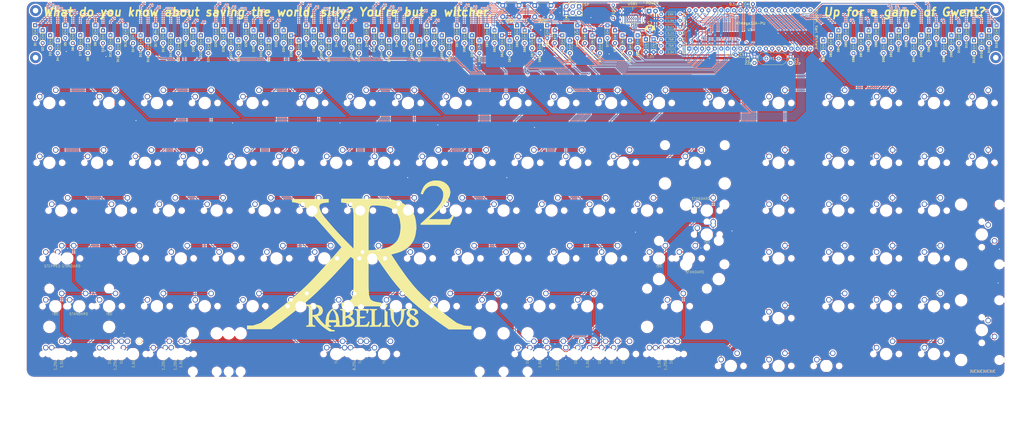
<source format=kicad_pcb>
(kicad_pcb (version 20171130) (host pcbnew "(5.1.5)-3")
  (title_block (title Rabelius) (date 2020-04-15) (rev 1))
  (layers (0 F.Cu signal) (31 B.Cu signal) (34 B.Paste user) (35 F.Paste user) (36 B.SilkS user) (37 F.SilkS user) (38 B.Mask user) (39 F.Mask user) (44 Edge.Cuts user))
  (net 0 "")
  (net 1 GND)
  (net 2 boot)
  (net 3 "Net-(C1-Pad1)")
  (net 4 "Net-(C2-Pad1)")
  (net 5 +5V)
  (net 6 "Net-(D0-Pad2)")
  (net 7 "Net-(D1-Pad2)")
  (net 8 "Net-(D2-Pad2)")
  (net 9 "Net-(D3-Pad2)")
  (net 10 "Net-(D4-Pad2)")
  (net 11 "Net-(D5-Pad2)")
  (net 12 "Net-(D6-Pad2)")
  (net 13 "Net-(D7-Pad2)")
  (net 14 "Net-(D8-Pad2)")
  (net 15 "Net-(D9-Pad2)")
  (net 16 "Net-(D10-Pad2)")
  (net 17 "Net-(D11-Pad2)")
  (net 18 "Net-(D12-Pad2)")
  (net 19 "Net-(D14-Pad2)")
  (net 20 "Net-(D16-Pad2)")
  (net 21 "Net-(D17-Pad2)")
  (net 22 "Net-(D18-Pad2)")
  (net 23 "Net-(D19-Pad2)")
  (net 24 "Net-(D20-Pad2)")
  (net 25 "Net-(D21-Pad2)")
  (net 26 "Net-(D22-Pad2)")
  (net 27 "Net-(D23-Pad2)")
  (net 28 "Net-(D24-Pad2)")
  (net 29 "Net-(D25-Pad2)")
  (net 30 "Net-(D26-Pad2)")
  (net 31 "Net-(D27-Pad2)")
  (net 32 "Net-(D28-Pad2)")
  (net 33 "Net-(D29-Pad2)")
  (net 34 "Net-(D30-Pad2)")
  (net 35 "Net-(D32-Pad2)")
  (net 36 "Net-(D33-Pad2)")
  (net 37 "Net-(D34-Pad2)")
  (net 38 "Net-(D35-Pad2)")
  (net 39 "Net-(D36-Pad2)")
  (net 40 "Net-(D37-Pad2)")
  (net 41 "Net-(D38-Pad2)")
  (net 42 "Net-(D39-Pad2)")
  (net 43 "Net-(D40-Pad2)")
  (net 44 "Net-(D41-Pad2)")
  (net 45 "Net-(D42-Pad2)")
  (net 46 "Net-(D43-Pad2)")
  (net 47 "Net-(D44-Pad2)")
  (net 48 "Net-(D45-Pad2)")
  (net 49 "Net-(D46-Pad2)")
  (net 50 "Net-(D47-Pad2)")
  (net 51 "Net-(D49-Pad2)")
  (net 52 "Net-(D50-Pad2)")
  (net 53 "Net-(D52-Pad2)")
  (net 54 "Net-(D53-Pad2)")
  (net 55 "Net-(D54-Pad2)")
  (net 56 "Net-(D55-Pad2)")
  (net 57 "Net-(D56-Pad2)")
  (net 58 "Net-(D57-Pad2)")
  (net 59 "Net-(D58-Pad2)")
  (net 60 "Net-(D59-Pad2)")
  (net 61 "Net-(D60-Pad2)")
  (net 62 "Net-(D61-Pad2)")
  (net 63 "Net-(D62-Pad2)")
  (net 64 "Net-(D63-Pad2)")
  (net 65 "Net-(D64-Pad2)")
  (net 66 "Net-(D65-Pad2)")
  (net 67 "Net-(D66-Pad2)")
  (net 68 "Net-(D67-Pad2)")
  (net 69 "Net-(D68-Pad2)")
  (net 70 "Net-(D69-Pad2)")
  (net 71 "Net-(D70-Pad2)")
  (net 72 "Net-(D71-Pad2)")
  (net 73 "Net-(D72-Pad2)")
  (net 74 "Net-(D73-Pad2)")
  (net 75 "Net-(D74-Pad2)")
  (net 76 "Net-(D75-Pad2)")
  (net 77 "Net-(D76-Pad2)")
  (net 78 "Net-(D77-Pad2)")
  (net 79 "Net-(D79-Pad2)")
  (net 80 "Net-(D81-Pad2)")
  (net 81 "Net-(D83-Pad2)")
  (net 82 "Net-(D85-Pad2)")
  (net 83 "Net-(D86-Pad2)")
  (net 84 "Net-(D88-Pad2)")
  (net 85 "Net-(D90-Pad2)")
  (net 86 "Net-(D92-Pad2)")
  (net 87 "Net-(D93-Pad2)")
  (net 88 "Net-(D94-Pad2)")
  (net 89 "Net-(D95-Pad1)")
  (net 90 "Net-(D96-Pad1)")
  (net 91 VCC)
  (net 92 MISO)
  (net 93 SCK)
  (net 94 MOSI)
  (net 95 reset)
  (net 96 "Net-(LED1-Pad1)")
  (net 97 "Net-(R1-Pad2)")
  (net 98 "Net-(R2-Pad1)")
  (net 99 D-)
  (net 100 D+)
  (net 101 "Net-(U1-Pad32)")
  (net 102 "Net-(USB1-PadA8)")
  (net 103 "Net-(USB1-PadB8)")
  (net 104 col0)
  (net 105 col2)
  (net 106 col3)
  (net 107 col4)
  (net 108 col5)
  (net 109 col6)
  (net 110 col7)
  (net 111 col8)
  (net 112 col12)
  (net 113 col1)
  (net 114 scl)
  (net 115 sda)
  (module cftkb:SW_Cherry_MX1A_1.00u_PCB-NOSCREEN (layer F.Cu) (at 37.036249 57.444892)
    (fp_text reference SW0)
    (fp_text value KEYSW)
    (pad "" np_thru_hole circle (at 2.54 5.08) (size 1.7 1.7) (drill 1.7) (layers *.Cu *.Mask))
    (pad "" np_thru_hole circle (at -7.62 5.08) (size 1.7 1.7) (drill 1.7) (layers *.Cu *.Mask))
    (pad "" np_thru_hole circle (at -2.54 5.08) (size 4 4) (drill 4) (layers *.Cu *.Mask))
    (pad 2 thru_hole circle (at -6.35 2.54) (size 2.2 2.2) (drill 1.5) (layers *.Cu *.Mask) (net 6 "Net-(D0-Pad2)"))
    (pad 1 thru_hole circle (at 0 0) (size 2.2 2.2) (drill 1.5) (layers *.Cu *.Mask) (net 104 col0))
  )
  (module cftkb:D_DO-35_SOD27_P5.08mm_Horizontal (layer F.Cu) (at 40.839649 30.292392 270)
    (fp_text reference D5 (at 8.77 0 90) (layer F.SilkS) (effects (font (size 0.8 0.8))))
    (fp_text value D_Small)
    (pad 1 thru_hole rect (at 1.27 0 270) (size 1.6 1.6) (drill 0.8) (layers *.Cu *.Mask))
    (pad 2 thru_hole oval (at 6.35 0 270) (size 1.6 1.6) (drill 0.8) (layers *.Cu *.Mask Eco2.User) (net 65 "Net-(D64-Pad2)"))
  )
  (module keyboard_parts:tmk_logo (layer F.Cu) (at 158.158749 122.562392)
    (fp_text reference G*** hide)
    (fp_text value LOGO hide)
  )
  (module cftkb:SW_PUSH_6mm (layer F.Cu) (at 227.865695 23.679792)
    (fp_text reference BOOT1)
    (fp_text value BOOT (at 3.208103 6.223) (layer F.SilkS))
    (pad 2 thru_hole circle (at 0 4.5 90) (size 2 2) (drill 1.1) (layers *.Cu *.Mask) (net 2 boot))
    (pad 1 thru_hole circle (at 0 0 90) (size 2 2) (drill 1.1) (layers *.Cu *.Mask) (net 1 GND))
    (pad 2 thru_hole circle (at 6.5 4.5 90) (size 2 2) (drill 1.1) (layers *.Cu *.Mask) (net 2 boot))
    (pad 1 thru_hole circle (at 6.5 0 90) (size 2 2) (drill 1.1) (layers *.Cu *.Mask) (net 1 GND))
  )
  (module cftkb:SW_Cherry_MX1A_1.00u_PCB-NOSCREEN (layer F.Cu) (at 241.823749 57.444892)
    (fp_text reference SW10)
    (fp_text value KEYSW)
    (pad "" np_thru_hole circle (at 2.54 5.08) (size 1.7 1.7) (drill 1.7) (layers *.Cu *.Mask))
    (pad "" np_thru_hole circle (at -7.62 5.08) (size 1.7 1.7) (drill 1.7) (layers *.Cu *.Mask))
    (pad "" np_thru_hole circle (at -2.54 5.08) (size 4 4) (drill 4) (layers *.Cu *.Mask))
    (pad 2 thru_hole circle (at -6.35 2.54) (size 2.2 2.2) (drill 1.5) (layers *.Cu *.Mask) (net 16 "Net-(D10-Pad2)"))
    (pad 1 thru_hole circle (at 0 0) (size 2.2 2.2) (drill 1.5) (layers *.Cu *.Mask) (net 108 col5))
  )
  (module cftkb:SW_Cherry_MX1A_1.00u_PCB-NOSCREEN (layer F.Cu) (at 113.236249 81.257392)
    (fp_text reference SW20)
    (fp_text value KEYSW)
    (pad "" np_thru_hole circle (at 2.54 5.08) (size 1.7 1.7) (drill 1.7) (layers *.Cu *.Mask))
    (pad "" np_thru_hole circle (at -7.62 5.08) (size 1.7 1.7) (drill 1.7) (layers *.Cu *.Mask))
    (pad "" np_thru_hole circle (at -2.54 5.08) (size 4 4) (drill 4) (layers *.Cu *.Mask))
    (pad 2 thru_hole circle (at -6.35 2.54) (size 2.2 2.2) (drill 1.5) (layers *.Cu *.Mask) (net 24 "Net-(D20-Pad2)"))
    (pad 1 thru_hole circle (at 0 0) (size 2.2 2.2) (drill 1.5) (layers *.Cu *.Mask) (net 105 col2))
  )
  (module cftkb:D_DO-35_SOD27_P5.08mm_Horizontal (layer F.Cu) (at 342.839649 36.292392 270)
    (fp_text reference D82 (at 8.77 0 90) (layer F.SilkS) (effects (font (size 0.8 0.8))))
    (fp_text value D_Small)
    (pad 2 thru_hole oval (at 6.35 0 270) (size 1.6 1.6) (drill 0.8) (layers *.Cu *.Mask) (net 34 "Net-(D30-Pad2)"))
    (pad 1 thru_hole rect (at 1.27 0 270) (size 1.6 1.6) (drill 0.8) (layers *.Cu *.Mask))
  )
  (module cftkb:D_DO-35_SOD27_P5.08mm_Horizontal (layer F.Cu) (at 345.839649 34.339092 270)
    (fp_text reference D83 (at 8.77 0 90) (layer F.SilkS) (effects (font (size 0.8 0.8))))
    (fp_text value D_Small)
    (pad 2 thru_hole oval (at 6.35 0 270) (size 1.6 1.6) (drill 0.8) (layers *.Cu *.Mask) (net 19 "Net-(D14-Pad2)"))
    (pad 1 thru_hole rect (at 1.27 0 270) (size 1.6 1.6) (drill 0.8) (layers *.Cu *.Mask))
  )
  (module cftkb:D_DO-35_SOD27_P5.08mm_Horizontal (layer F.Cu) (at 354.839649 36.339092 270)
    (fp_text reference D86 (at 8.77 0 90) (layer F.SilkS) (effects (font (size 0.8 0.8))))
    (fp_text value D_Small)
    (pad 2 thru_hole oval (at 6.35 0 270) (size 1.6 1.6) (drill 0.8) (layers *.Cu *.Mask))
    (pad 1 thru_hole rect (at 1.27 0 270) (size 1.6 1.6) (drill 0.8) (layers *.Cu *.Mask))
  )
  (module cftkb:D_DO-35_SOD27_P5.08mm_Horizontal (layer F.Cu) (at 363.839649 30.339092 270)
    (fp_text reference D89 (at 8.77 0 90) (layer F.SilkS) (effects (font (size 0.8 0.8))))
    (fp_text value D_Small)
    (pad 2 thru_hole oval (at 6.35 0 270) (size 1.6 1.6) (drill 0.8) (layers *.Cu *.Mask) (net 88 "Net-(D94-Pad2)"))
    (pad 1 thru_hole rect (at 1.27 0 270) (size 1.6 1.6) (drill 0.8) (layers *.Cu *.Mask))
  )
  (module cftkb:D_DO-35_SOD27_P5.08mm_Horizontal (layer F.Cu) (at 351.839649 30.339092 270)
    (fp_text reference D85 (at 8.77 0 90) (layer F.SilkS) (effects (font (size 0.8 0.8))))
    (fp_text value D_Small)
    (pad 2 thru_hole oval (at 6.35 0 270) (size 1.6 1.6) (drill 0.8) (layers *.Cu *.Mask))
    (pad 1 thru_hole rect (at 1.27 0 270) (size 1.6 1.6) (drill 0.8) (layers *.Cu *.Mask))
  )
  (module cftkb:D_DO-35_SOD27_P5.08mm_Horizontal (layer F.Cu) (at 384.839649 32.339092 270)
    (fp_text reference D96 (at 8.77 0 90) (layer F.SilkS) (effects (font (size 0.8 0.8))))
    (fp_text value D_Small)
    (pad 2 thru_hole oval (at 6.35 0 270) (size 1.6 1.6) (drill 0.8) (layers *.Cu *.Mask))
    (pad 1 thru_hole rect (at 1.27 0 270) (size 1.6 1.6) (drill 0.8) (layers *.Cu *.Mask))
  )
  (module cftkb:D_DO-35_SOD27_P5.08mm_Horizontal (layer F.Cu) (at 381.839649 34.339092 270)
    (fp_text reference D95 (at 8.77 0 90) (layer F.SilkS) (effects (font (size 0.8 0.8))))
    (fp_text value D_Small)
    (pad 2 thru_hole oval (at 6.35 0 270) (size 1.6 1.6) (drill 0.8) (layers *.Cu *.Mask))
    (pad 1 thru_hole rect (at 1.27 0 270) (size 1.6 1.6) (drill 0.8) (layers *.Cu *.Mask))
  )
  (module cftkb:D_DO-35_SOD27_P5.08mm_Horizontal (layer F.Cu) (at 366.839649 36.339092 270)
    (fp_text reference D90 (at 8.77 0 90) (layer F.SilkS) (effects (font (size 0.8 0.8))))
    (fp_text value D_Small)
    (pad 2 thru_hole oval (at 6.35 0 270) (size 1.6 1.6) (drill 0.8) (layers *.Cu *.Mask))
    (pad 1 thru_hole rect (at 1.27 0 270) (size 1.6 1.6) (drill 0.8) (layers *.Cu *.Mask))
  )
  (module cftkb:D_DO-35_SOD27_P5.08mm_Horizontal (layer F.Cu) (at 369.839649 34.339092 270)
    (fp_text reference D91 (at 8.77 0 90) (layer F.SilkS) (effects (font (size 0.8 0.8))))
    (fp_text value D_Small)
    (pad 2 thru_hole oval (at 6.35 0 270) (size 1.6 1.6) (drill 0.8) (layers *.Cu *.Mask))
    (pad 1 thru_hole rect (at 1.27 0 270) (size 1.6 1.6) (drill 0.8) (layers *.Cu *.Mask))
  )
  (module cftkb:D_DO-35_SOD27_P5.08mm_Horizontal (layer F.Cu) (at 360.839649 32.339092 270)
    (fp_text reference D88 (at 8.77 0 90) (layer F.SilkS) (effects (font (size 0.8 0.8))))
    (fp_text value D_Small)
    (pad 2 thru_hole oval (at 6.35 0 270) (size 1.6 1.6) (drill 0.8) (layers *.Cu *.Mask))
    (pad 1 thru_hole rect (at 1.27 0 270) (size 1.6 1.6) (drill 0.8) (layers *.Cu *.Mask))
  )
  (module cftkb:D_DO-35_SOD27_P5.08mm_Horizontal (layer F.Cu) (at 348.839649 32.339092 270)
    (fp_text reference D84 (at 8.77 0 90) (layer F.SilkS) (effects (font (size 0.8 0.8))))
    (fp_text value D_Small)
    (pad 2 thru_hole oval (at 6.35 0 270) (size 1.6 1.6) (drill 0.8) (layers *.Cu *.Mask))
    (pad 1 thru_hole rect (at 1.27 0 270) (size 1.6 1.6) (drill 0.8) (layers *.Cu *.Mask))
  )
  (module cftkb:D_DO-35_SOD27_P5.08mm_Horizontal (layer F.Cu) (at 375.839649 30.339092 270)
    (fp_text reference D93 (at 8.77 0 90) (layer F.SilkS) (effects (font (size 0.8 0.8))))
    (fp_text value D_Small)
    (pad 2 thru_hole oval (at 6.35 0 270) (size 1.6 1.6) (drill 0.8) (layers *.Cu *.Mask))
    (pad 1 thru_hole rect (at 1.27 0 270) (size 1.6 1.6) (drill 0.8) (layers *.Cu *.Mask))
  )
  (module cftkb:D_DO-35_SOD27_P5.08mm_Horizontal (layer F.Cu) (at 399.839649 30.339092 270)
    (fp_text reference D101 (at 8.77 0 90) (layer F.SilkS) (effects (font (size 0.8 0.8))))
    (fp_text value D_Small)
    (pad 2 thru_hole oval (at 6.35 0 270) (size 1.6 1.6) (drill 0.8) (layers *.Cu *.Mask))
    (pad 1 thru_hole rect (at 1.27 0 270) (size 1.6 1.6) (drill 0.8) (layers *.Cu *.Mask))
  )
  (module cftkb:D_DO-35_SOD27_P5.08mm_Horizontal (layer F.Cu) (at 390.839649 36.339092 270)
    (fp_text reference D98 (at 8.77 0 90) (layer F.SilkS) (effects (font (size 0.8 0.8))))
    (fp_text value D_Small)
    (pad 2 thru_hole oval (at 6.35 0 270) (size 1.6 1.6) (drill 0.8) (layers *.Cu *.Mask))
    (pad 1 thru_hole rect (at 1.27 0 270) (size 1.6 1.6) (drill 0.8) (layers *.Cu *.Mask))
  )
  (module cftkb:D_DO-35_SOD27_P5.08mm_Horizontal (layer F.Cu) (at 411.839649 30.339092 270)
    (fp_text reference D105 (at 8.77 0 90) (layer F.SilkS) (effects (font (size 0.8 0.8))))
    (fp_text value D_Small)
    (pad 2 thru_hole oval (at 6.35 0 270) (size 1.6 1.6) (drill 0.8) (layers *.Cu *.Mask))
    (pad 1 thru_hole rect (at 1.27 0 270) (size 1.6 1.6) (drill 0.8) (layers *.Cu *.Mask))
  )
  (module cftkb:D_DO-35_SOD27_P5.08mm_Horizontal (layer F.Cu) (at 408.839649 32.339092 270)
    (fp_text reference D104 (at 8.77 0 90) (layer F.SilkS) (effects (font (size 0.8 0.8))))
    (fp_text value D_Small)
    (pad 2 thru_hole oval (at 6.35 0 270) (size 1.6 1.6) (drill 0.8) (layers *.Cu *.Mask))
    (pad 1 thru_hole rect (at 1.27 0 270) (size 1.6 1.6) (drill 0.8) (layers *.Cu *.Mask))
  )
  (module cftkb:D_DO-35_SOD27_P5.08mm_Horizontal (layer F.Cu) (at 393.839649 34.339092 270)
    (fp_text reference D99 (at 8.77 0 90) (layer F.SilkS) (effects (font (size 0.8 0.8))))
    (fp_text value D_Small)
    (pad 2 thru_hole oval (at 6.35 0 270) (size 1.6 1.6) (drill 0.8) (layers *.Cu *.Mask))
    (pad 1 thru_hole rect (at 1.27 0 270) (size 1.6 1.6) (drill 0.8) (layers *.Cu *.Mask))
  )
  (module cftkb:D_DO-35_SOD27_P5.08mm_Horizontal (layer F.Cu) (at 405.839649 34.339092 270)
    (fp_text reference D103 (at 8.77 0 90) (layer F.SilkS) (effects (font (size 0.8 0.8))))
    (fp_text value D_Small)
    (pad 2 thru_hole oval (at 6.35 0 270) (size 1.6 1.6) (drill 0.8) (layers *.Cu *.Mask))
    (pad 1 thru_hole rect (at 1.27 0 270) (size 1.6 1.6) (drill 0.8) (layers *.Cu *.Mask))
  )
  (module cftkb:D_DO-35_SOD27_P5.08mm_Horizontal (layer F.Cu) (at 396.839649 32.339092 270)
    (fp_text reference D100 (at 8.77 0 90) (layer F.SilkS) (effects (font (size 0.8 0.8))))
    (fp_text value D_Small)
    (pad 2 thru_hole oval (at 6.35 0 270) (size 1.6 1.6) (drill 0.8) (layers *.Cu *.Mask))
    (pad 1 thru_hole rect (at 1.27 0 270) (size 1.6 1.6) (drill 0.8) (layers *.Cu *.Mask))
  )
  (module cftkb:D_DO-35_SOD27_P5.08mm_Horizontal (layer F.Cu) (at 387.839649 30.339092 270)
    (fp_text reference D97 (at 8.77 0 90) (layer F.SilkS) (effects (font (size 0.8 0.8))))
    (fp_text value D_Small)
    (pad 2 thru_hole oval (at 6.35 0 270) (size 1.6 1.6) (drill 0.8) (layers *.Cu *.Mask))
    (pad 1 thru_hole rect (at 1.27 0 270) (size 1.6 1.6) (drill 0.8) (layers *.Cu *.Mask))
  )
  (module cftkb:D_DO-35_SOD27_P5.08mm_Horizontal (layer F.Cu) (at 372.839649 32.339092 270)
    (fp_text reference D92 (at 8.77 0 90) (layer F.SilkS) (effects (font (size 0.8 0.8))))
    (fp_text value D_Small)
    (pad 2 thru_hole oval (at 6.35 0 270) (size 1.6 1.6) (drill 0.8) (layers *.Cu *.Mask))
    (pad 1 thru_hole rect (at 1.27 0 270) (size 1.6 1.6) (drill 0.8) (layers *.Cu *.Mask))
  )
  (module cftkb:D_DO-35_SOD27_P5.08mm_Horizontal (layer F.Cu) (at 402.839649 36.339092 270)
    (fp_text reference D102 (at 8.77 0 90) (layer F.SilkS) (effects (font (size 0.8 0.8))))
    (fp_text value D_Small)
    (pad 2 thru_hole oval (at 6.35 0 270) (size 1.6 1.6) (drill 0.8) (layers *.Cu *.Mask))
    (pad 1 thru_hole rect (at 1.27 0 270) (size 1.6 1.6) (drill 0.8) (layers *.Cu *.Mask))
  )
  (module cftkb:D_DO-35_SOD27_P5.08mm_Horizontal (layer F.Cu) (at 357.839649 34.339092 270)
    (fp_text reference D87 (at 8.77 0 90) (layer F.SilkS) (effects (font (size 0.8 0.8))))
    (fp_text value D_Small)
    (pad 2 thru_hole oval (at 6.35 0 270) (size 1.6 1.6) (drill 0.8) (layers *.Cu *.Mask))
    (pad 1 thru_hole rect (at 1.27 0 270) (size 1.6 1.6) (drill 0.8) (layers *.Cu *.Mask))
  )
  (module cftkb:D_DO-35_SOD27_P5.08mm_Horizontal (layer F.Cu) (at 378.839649 36.339092 270)
    (fp_text reference D94 (at 8.77 0 90) (layer F.SilkS) (effects (font (size 0.8 0.8))))
    (fp_text value D_Small)
    (pad 2 thru_hole oval (at 6.35 0 270) (size 1.6 1.6) (drill 0.8) (layers *.Cu *.Mask))
    (pad 1 thru_hole rect (at 1.27 0 270) (size 1.6 1.6) (drill 0.8) (layers *.Cu *.Mask))
  )
  (module cftkb:D_DO-35_SOD27_P5.08mm_Horizontal (layer F.Cu) (at 208.839649 30.339092 270)
    (fp_text reference D61 (at 8.77 0 90) (layer F.SilkS) (effects (font (size 0.8 0.8))))
    (fp_text value D_Small)
    (pad 1 thru_hole rect (at 1.27 0 270) (size 1.6 1.6) (drill 0.8) (layers *.Cu *.Mask))
    (pad 2 thru_hole oval (at 6.35 0 270) (size 1.6 1.6) (drill 0.8) (layers *.Cu *.Mask))
  )
  (module cftkb:D_DO-35_SOD27_P5.08mm_Horizontal (layer F.Cu) (at 211.839649 32.339092 270)
    (fp_text reference D62 (at 8.77 0 90) (layer F.SilkS) (effects (font (size 0.8 0.8))))
    (fp_text value D_Small)
    (pad 1 thru_hole rect (at 1.27 0 270) (size 1.6 1.6) (drill 0.8) (layers *.Cu *.Mask))
    (pad 2 thru_hole oval (at 6.35 0 270) (size 1.6 1.6) (drill 0.8) (layers *.Cu *.Mask) (net 83 "Net-(D86-Pad2)"))
  )
  (module cftkb:D_DO-35_SOD27_P5.08mm_Horizontal (layer F.Cu) (at 220.839649 30.339092 270)
    (fp_text reference D65 (at 8.77 0 90) (layer F.SilkS) (effects (font (size 0.8 0.8))))
    (fp_text value D_Small)
    (pad 1 thru_hole rect (at 1.27 0 270) (size 1.6 1.6) (drill 0.8) (layers *.Cu *.Mask))
    (pad 2 thru_hole oval (at 6.35 0 270) (size 1.6 1.6) (drill 0.8) (layers *.Cu *.Mask) (net 47 "Net-(D44-Pad2)"))
  )
  (module cftkb:D_DO-35_SOD27_P5.08mm_Horizontal (layer F.Cu) (at 238.839649 34.339092 270)
    (fp_text reference D71 (at 8.77 0 90) (layer F.SilkS) (effects (font (size 0.8 0.8))))
    (fp_text value D_Small)
    (pad 1 thru_hole rect (at 1.27 0 270) (size 1.6 1.6) (drill 0.8) (layers *.Cu *.Mask))
    (pad 2 thru_hole oval (at 6.35 0 270) (size 1.6 1.6) (drill 0.8) (layers *.Cu *.Mask) (net 48 "Net-(D45-Pad2)"))
  )
  (module cftkb:D_DO-35_SOD27_P5.08mm_Horizontal (layer F.Cu) (at 229.839649 36.339092 270)
    (fp_text reference D68 (at 8.77 0 90) (layer F.SilkS) (effects (font (size 0.8 0.8))))
    (fp_text value D_Small)
    (pad 1 thru_hole rect (at 1.27 0 270) (size 1.6 1.6) (drill 0.8) (layers *.Cu *.Mask))
    (pad 2 thru_hole oval (at 6.35 0 270) (size 1.6 1.6) (drill 0.8) (layers *.Cu *.Mask) (net 18 "Net-(D12-Pad2)"))
  )
  (module cftkb:D_DO-35_SOD27_P5.08mm_Horizontal (layer F.Cu) (at 217.839649 36.339092 270)
    (fp_text reference D64 (at 8.77 0 90) (layer F.SilkS) (effects (font (size 0.8 0.8))))
    (fp_text value D_Small)
    (pad 1 thru_hole rect (at 1.27 0 270) (size 1.6 1.6) (drill 0.8) (layers *.Cu *.Mask))
    (pad 2 thru_hole oval (at 6.35 0 270) (size 1.6 1.6) (drill 0.8) (layers *.Cu *.Mask) (net 63 "Net-(D62-Pad2)"))
  )
  (module cftkb:D_DO-35_SOD27_P5.08mm_Horizontal (layer F.Cu) (at 250.839649 34.339092 270)
    (fp_text reference D75 (at 8.77 0 90) (layer F.SilkS) (effects (font (size 0.8 0.8))))
    (fp_text value D_Small)
    (pad 1 thru_hole rect (at 1.27 0 270) (size 1.6 1.6) (drill 0.8) (layers *.Cu *.Mask))
    (pad 2 thru_hole oval (at 6.35 0 270) (size 1.6 1.6) (drill 0.8) (layers *.Cu *.Mask) (net 76 "Net-(D75-Pad2)"))
  )
  (module cftkb:D_DO-35_SOD27_P5.08mm_Horizontal (layer F.Cu) (at 247.839649 32.339092 270)
    (fp_text reference D74 (at 8.77 0 90) (layer F.SilkS) (effects (font (size 0.8 0.8))))
    (fp_text value D_Small)
    (pad 1 thru_hole rect (at 1.27 0 270) (size 1.6 1.6) (drill 0.8) (layers *.Cu *.Mask))
    (pad 2 thru_hole oval (at 6.35 0 270) (size 1.6 1.6) (drill 0.8) (layers *.Cu *.Mask) (net 64 "Net-(D63-Pad2)"))
  )
  (module cftkb:D_DO-35_SOD27_P5.08mm_Horizontal (layer F.Cu) (at 223.839649 32.339092 270)
    (fp_text reference D66 (at 8.77 0 90) (layer F.SilkS) (effects (font (size 0.8 0.8))))
    (fp_text value D_Small)
    (pad 1 thru_hole rect (at 1.27 0 270) (size 1.6 1.6) (drill 0.8) (layers *.Cu *.Mask))
    (pad 2 thru_hole oval (at 6.35 0 270) (size 1.6 1.6) (drill 0.8) (layers *.Cu *.Mask) (net 31 "Net-(D27-Pad2)"))
  )
  (module cftkb:D_DO-35_SOD27_P5.08mm_Horizontal (layer F.Cu) (at 232.839649 30.339092 270)
    (fp_text reference D69 (at 8.77 0 90) (layer F.SilkS) (effects (font (size 0.8 0.8))))
    (fp_text value D_Small)
    (pad 1 thru_hole rect (at 1.27 0 270) (size 1.6 1.6) (drill 0.8) (layers *.Cu *.Mask))
    (pad 2 thru_hole oval (at 6.35 0 270) (size 1.6 1.6) (drill 0.8) (layers *.Cu *.Mask) (net 50 "Net-(D47-Pad2)"))
  )
  (module cftkb:D_DO-35_SOD27_P5.08mm_Horizontal (layer F.Cu) (at 244.839649 30.339092 270)
    (fp_text reference D73 (at 8.77 0 90) (layer F.SilkS) (effects (font (size 0.8 0.8))))
    (fp_text value D_Small)
    (pad 1 thru_hole rect (at 1.27 0 270) (size 1.6 1.6) (drill 0.8) (layers *.Cu *.Mask))
    (pad 2 thru_hole oval (at 6.35 0 270) (size 1.6 1.6) (drill 0.8) (layers *.Cu *.Mask) (net 49 "Net-(D46-Pad2)"))
  )
  (module cftkb:D_DO-35_SOD27_P5.08mm_Horizontal (layer F.Cu) (at 235.839649 32.339092 270)
    (fp_text reference D70 (at 8.77 0 90) (layer F.SilkS) (effects (font (size 0.8 0.8))))
    (fp_text value D_Small)
    (pad 1 thru_hole rect (at 1.27 0 270) (size 1.6 1.6) (drill 0.8) (layers *.Cu *.Mask))
    (pad 2 thru_hole oval (at 6.35 0 270) (size 1.6 1.6) (drill 0.8) (layers *.Cu *.Mask) (net 32 "Net-(D28-Pad2)"))
  )
  (module cftkb:D_DO-35_SOD27_P5.08mm_Horizontal (layer F.Cu) (at 226.839649 34.339092 270)
    (fp_text reference D67 (at 8.77 0 90) (layer F.SilkS) (effects (font (size 0.8 0.8))))
    (fp_text value D_Small)
    (pad 1 thru_hole rect (at 1.27 0 270) (size 1.6 1.6) (drill 0.8) (layers *.Cu *.Mask))
    (pad 2 thru_hole oval (at 6.35 0 270) (size 1.6 1.6) (drill 0.8) (layers *.Cu *.Mask) (net 17 "Net-(D11-Pad2)"))
  )
  (module cftkb:D_DO-35_SOD27_P5.08mm_Horizontal (layer F.Cu) (at 214.839649 34.339092 270)
    (fp_text reference D63 (at 8.77 0 90) (layer F.SilkS) (effects (font (size 0.8 0.8))))
    (fp_text value D_Small)
    (pad 1 thru_hole rect (at 1.27 0 270) (size 1.6 1.6) (drill 0.8) (layers *.Cu *.Mask))
    (pad 2 thru_hole oval (at 6.35 0 270) (size 1.6 1.6) (drill 0.8) (layers *.Cu *.Mask) (net 84 "Net-(D88-Pad2)"))
  )
  (module cftkb:D_DO-35_SOD27_P5.08mm_Horizontal (layer F.Cu) (at 241.839649 36.339092 270)
    (fp_text reference D72 (at 8.77 0 90) (layer F.SilkS) (effects (font (size 0.8 0.8))))
    (fp_text value D_Small)
    (pad 1 thru_hole rect (at 1.27 0 270) (size 1.6 1.6) (drill 0.8) (layers *.Cu *.Mask))
    (pad 2 thru_hole oval (at 6.35 0 270) (size 1.6 1.6) (drill 0.8) (layers *.Cu *.Mask) (net 33 "Net-(D29-Pad2)"))
  )
  (module cftkb:D_DO-35_SOD27_P5.08mm_Horizontal (layer F.Cu) (at 163.839649 32.339092 270)
    (fp_text reference D46 (at 8.77 0 90) (layer F.SilkS) (effects (font (size 0.8 0.8))))
    (fp_text value D_Small)
    (pad 1 thru_hole rect (at 1.27 0 270) (size 1.6 1.6) (drill 0.8) (layers *.Cu *.Mask))
    (pad 2 thru_hole oval (at 6.35 0 270) (size 1.6 1.6) (drill 0.8) (layers *.Cu *.Mask) (net 14 "Net-(D8-Pad2)"))
  )
  (module cftkb:D_DO-35_SOD27_P5.08mm_Horizontal (layer F.Cu) (at 166.839649 34.339092 270)
    (fp_text reference D47 (at 8.77 0 90) (layer F.SilkS) (effects (font (size 0.8 0.8))))
    (fp_text value D_Small)
    (pad 1 thru_hole rect (at 1.27 0 270) (size 1.6 1.6) (drill 0.8) (layers *.Cu *.Mask))
    (pad 2 thru_hole oval (at 6.35 0 270) (size 1.6 1.6) (drill 0.8) (layers *.Cu *.Mask) (net 28 "Net-(D24-Pad2)"))
  )
  (module cftkb:D_DO-35_SOD27_P5.08mm_Horizontal (layer F.Cu) (at 175.839649 32.339092 270)
    (fp_text reference D50 (at 8.77 0 90) (layer F.SilkS) (effects (font (size 0.8 0.8))))
    (fp_text value D_Small)
    (pad 1 thru_hole rect (at 1.27 0 270) (size 1.6 1.6) (drill 0.8) (layers *.Cu *.Mask))
    (pad 2 thru_hole oval (at 6.35 0 270) (size 1.6 1.6) (drill 0.8) (layers *.Cu *.Mask) (net 74 "Net-(D73-Pad2)"))
  )
  (module cftkb:D_DO-35_SOD27_P5.08mm_Horizontal (layer F.Cu) (at 193.839649 36.339092 270)
    (fp_text reference D56 (at 8.77 0 90) (layer F.SilkS) (effects (font (size 0.8 0.8))))
    (fp_text value D_Small)
    (pad 1 thru_hole rect (at 1.27 0 270) (size 1.6 1.6) (drill 0.8) (layers *.Cu *.Mask))
    (pad 2 thru_hole oval (at 6.35 0 270) (size 1.6 1.6) (drill 0.8) (layers *.Cu *.Mask) (net 15 "Net-(D9-Pad2)"))
  )
  (module cftkb:D_DO-35_SOD27_P5.08mm_Horizontal (layer F.Cu) (at 184.839649 30.339092 270)
    (fp_text reference D53 (at 8.77 0 90) (layer F.SilkS) (effects (font (size 0.8 0.8))))
    (fp_text value D_Small)
    (pad 1 thru_hole rect (at 1.27 0 270) (size 1.6 1.6) (drill 0.8) (layers *.Cu *.Mask))
    (pad 2 thru_hole oval (at 6.35 0 270) (size 1.6 1.6) (drill 0.8) (layers *.Cu *.Mask) (net 61 "Net-(D60-Pad2)"))
  )
  (module cftkb:D_DO-35_SOD27_P5.08mm_Horizontal (layer F.Cu) (at 172.839649 30.339092 270)
    (fp_text reference D49 (at 8.77 0 90) (layer F.SilkS) (effects (font (size 0.8 0.8))))
    (fp_text value D_Small)
    (pad 1 thru_hole rect (at 1.27 0 270) (size 1.6 1.6) (drill 0.8) (layers *.Cu *.Mask))
    (pad 2 thru_hole oval (at 6.35 0 270) (size 1.6 1.6) (drill 0.8) (layers *.Cu *.Mask) (net 60 "Net-(D59-Pad2)"))
  )
  (module cftkb:D_DO-35_SOD27_P5.08mm_Horizontal (layer F.Cu) (at 205.839649 36.339092 270)
    (fp_text reference D60 (at 8.77 0 90) (layer F.SilkS) (effects (font (size 0.8 0.8))))
    (fp_text value D_Small)
    (pad 1 thru_hole rect (at 1.27 0 270) (size 1.6 1.6) (drill 0.8) (layers *.Cu *.Mask))
    (pad 2 thru_hole oval (at 6.35 0 270) (size 1.6 1.6) (drill 0.8) (layers *.Cu *.Mask) (net 62 "Net-(D61-Pad2)"))
  )
  (module cftkb:D_DO-35_SOD27_P5.08mm_Horizontal (layer F.Cu) (at 202.839649 34.339092 270)
    (fp_text reference D59 (at 8.77 0 90) (layer F.SilkS) (effects (font (size 0.8 0.8))))
    (fp_text value D_Small)
    (pad 1 thru_hole rect (at 1.27 0 270) (size 1.6 1.6) (drill 0.8) (layers *.Cu *.Mask))
    (pad 2 thru_hole oval (at 6.35 0 270) (size 1.6 1.6) (drill 0.8) (layers *.Cu *.Mask) (net 46 "Net-(D43-Pad2)"))
  )
  (module cftkb:D_DO-35_SOD27_P5.08mm_Horizontal (layer F.Cu) (at 178.839649 34.339092 270)
    (fp_text reference D51 (at 8.77 0 90) (layer F.SilkS) (effects (font (size 0.8 0.8))))
    (fp_text value D_Small)
    (pad 1 thru_hole rect (at 1.27 0 270) (size 1.6 1.6) (drill 0.8) (layers *.Cu *.Mask))
    (pad 2 thru_hole oval (at 6.35 0 270) (size 1.6 1.6) (drill 0.8) (layers *.Cu *.Mask) (net 82 "Net-(D85-Pad2)"))
  )
  (module cftkb:D_DO-35_SOD27_P5.08mm_Horizontal (layer F.Cu) (at 187.839649 32.339092 270)
    (fp_text reference D54 (at 8.77 0 90) (layer F.SilkS) (effects (font (size 0.8 0.8))))
    (fp_text value D_Small)
    (pad 1 thru_hole rect (at 1.27 0 270) (size 1.6 1.6) (drill 0.8) (layers *.Cu *.Mask))
    (pad 2 thru_hole oval (at 6.35 0 270) (size 1.6 1.6) (drill 0.8) (layers *.Cu *.Mask) (net 45 "Net-(D42-Pad2)"))
  )
  (module cftkb:D_DO-35_SOD27_P5.08mm_Horizontal (layer F.Cu) (at 199.839649 32.339092 270)
    (fp_text reference D58 (at 8.77 0 90) (layer F.SilkS) (effects (font (size 0.8 0.8))))
    (fp_text value D_Small)
    (pad 1 thru_hole rect (at 1.27 0 270) (size 1.6 1.6) (drill 0.8) (layers *.Cu *.Mask))
    (pad 2 thru_hole oval (at 6.35 0 270) (size 1.6 1.6) (drill 0.8) (layers *.Cu *.Mask) (net 30 "Net-(D26-Pad2)"))
  )
  (module cftkb:D_DO-35_SOD27_P5.08mm_Horizontal (layer F.Cu) (at 190.839649 34.339092 270)
    (fp_text reference D55 (at 8.77 0 90) (layer F.SilkS) (effects (font (size 0.8 0.8))))
    (fp_text value D_Small)
    (pad 1 thru_hole rect (at 1.27 0 270) (size 1.6 1.6) (drill 0.8) (layers *.Cu *.Mask))
    (pad 2 thru_hole oval (at 6.35 0 270) (size 1.6 1.6) (drill 0.8) (layers *.Cu *.Mask) (net 29 "Net-(D25-Pad2)"))
  )
  (module cftkb:D_DO-35_SOD27_P5.08mm_Horizontal (layer F.Cu) (at 181.839649 36.339092 270)
    (fp_text reference D52 (at 8.77 0 90) (layer F.SilkS) (effects (font (size 0.8 0.8))))
    (fp_text value D_Small)
    (pad 1 thru_hole rect (at 1.27 0 270) (size 1.6 1.6) (drill 0.8) (layers *.Cu *.Mask))
    (pad 2 thru_hole oval (at 6.35 0 270) (size 1.6 1.6) (drill 0.8) (layers *.Cu *.Mask) (net 75 "Net-(D74-Pad2)"))
  )
  (module cftkb:D_DO-35_SOD27_P5.08mm_Horizontal (layer F.Cu) (at 169.839649 36.339092 270)
    (fp_text reference D48 (at 8.77 0 90) (layer F.SilkS) (effects (font (size 0.8 0.8))))
    (fp_text value D_Small)
    (pad 1 thru_hole rect (at 1.27 0 270) (size 1.6 1.6) (drill 0.8) (layers *.Cu *.Mask))
    (pad 2 thru_hole oval (at 6.35 0 270) (size 1.6 1.6) (drill 0.8) (layers *.Cu *.Mask) (net 44 "Net-(D41-Pad2)"))
  )
  (module cftkb:D_DO-35_SOD27_P5.08mm_Horizontal (layer F.Cu) (at 196.839649 30.339092 270)
    (fp_text reference D57 (at 8.77 0 90) (layer F.SilkS) (effects (font (size 0.8 0.8))))
    (fp_text value D_Small)
    (pad 1 thru_hole rect (at 1.27 0 270) (size 1.6 1.6) (drill 0.8) (layers *.Cu *.Mask))
    (pad 2 thru_hole oval (at 6.35 0 270) (size 1.6 1.6) (drill 0.8) (layers *.Cu *.Mask) (net 16 "Net-(D10-Pad2)"))
  )
  (module cftkb:D_DO-35_SOD27_P5.08mm_Horizontal (layer F.Cu) (at 118.839649 34.339092 270)
    (fp_text reference D31 (at 8.77 0 90) (layer F.SilkS) (effects (font (size 0.8 0.8))))
    (fp_text value D_Small)
    (pad 1 thru_hole rect (at 1.27 0 270) (size 1.6 1.6) (drill 0.8) (layers *.Cu *.Mask))
    (pad 2 thru_hole oval (at 6.35 0 270) (size 1.6 1.6) (drill 0.8) (layers *.Cu *.Mask) (net 71 "Net-(D70-Pad2)"))
  )
  (module cftkb:D_DO-35_SOD27_P5.08mm_Horizontal (layer F.Cu) (at 121.839649 36.339092 270)
    (fp_text reference D32 (at 8.77 0 90) (layer F.SilkS) (effects (font (size 0.8 0.8))))
    (fp_text value D_Small)
    (pad 1 thru_hole rect (at 1.27 0 270) (size 1.6 1.6) (drill 0.8) (layers *.Cu *.Mask))
    (pad 2 thru_hole oval (at 6.35 0 270) (size 1.6 1.6) (drill 0.8) (layers *.Cu *.Mask) (net 57 "Net-(D56-Pad2)"))
  )
  (module cftkb:D_DO-35_SOD27_P5.08mm_Horizontal (layer F.Cu) (at 130.839649 34.339092 270)
    (fp_text reference D35 (at 8.77 0 90) (layer F.SilkS) (effects (font (size 0.8 0.8))))
    (fp_text value D_Small)
    (pad 1 thru_hole rect (at 1.27 0 270) (size 1.6 1.6) (drill 0.8) (layers *.Cu *.Mask))
    (pad 2 thru_hole oval (at 6.35 0 270) (size 1.6 1.6) (drill 0.8) (layers *.Cu *.Mask) (net 11 "Net-(D5-Pad2)"))
  )
  (module cftkb:D_DO-35_SOD27_P5.08mm_Horizontal (layer F.Cu) (at 148.839649 30.339092 270)
    (fp_text reference D41 (at 8.77 0 90) (layer F.SilkS) (effects (font (size 0.8 0.8))))
    (fp_text value D_Small)
    (pad 1 thru_hole rect (at 1.27 0 270) (size 1.6 1.6) (drill 0.8) (layers *.Cu *.Mask))
    (pad 2 thru_hole oval (at 6.35 0 270) (size 1.6 1.6) (drill 0.8) (layers *.Cu *.Mask) (net 73 "Net-(D72-Pad2)"))
  )
  (module cftkb:D_DO-35_SOD27_P5.08mm_Horizontal (layer F.Cu) (at 139.839649 32.339092 270)
    (fp_text reference D38 (at 8.77 0 90) (layer F.SilkS) (effects (font (size 0.8 0.8))))
    (fp_text value D_Small)
    (pad 1 thru_hole rect (at 1.27 0 270) (size 1.6 1.6) (drill 0.8) (layers *.Cu *.Mask))
    (pad 2 thru_hole oval (at 6.35 0 270) (size 1.6 1.6) (drill 0.8) (layers *.Cu *.Mask) (net 42 "Net-(D39-Pad2)"))
  )
  (module cftkb:D_DO-35_SOD27_P5.08mm_Horizontal (layer F.Cu) (at 127.839649 32.339092 270)
    (fp_text reference D34 (at 8.77 0 90) (layer F.SilkS) (effects (font (size 0.8 0.8))))
    (fp_text value D_Small)
    (pad 1 thru_hole rect (at 1.27 0 270) (size 1.6 1.6) (drill 0.8) (layers *.Cu *.Mask))
    (pad 2 thru_hole oval (at 6.35 0 270) (size 1.6 1.6) (drill 0.8) (layers *.Cu *.Mask) (net 25 "Net-(D21-Pad2)"))
  )
  (module cftkb:D_DO-35_SOD27_P5.08mm_Horizontal (layer F.Cu) (at 160.839649 30.339092 270)
    (fp_text reference D45 (at 8.77 0 90) (layer F.SilkS) (effects (font (size 0.8 0.8))))
    (fp_text value D_Small)
    (pad 1 thru_hole rect (at 1.27 0 270) (size 1.6 1.6) (drill 0.8) (layers *.Cu *.Mask))
    (pad 2 thru_hole oval (at 6.35 0 270) (size 1.6 1.6) (drill 0.8) (layers *.Cu *.Mask) (net 13 "Net-(D7-Pad2)"))
  )
  (module cftkb:D_DO-35_SOD27_P5.08mm_Horizontal (layer F.Cu) (at 157.839649 36.339092 270)
    (fp_text reference D44 (at 8.77 0 90) (layer F.SilkS) (effects (font (size 0.8 0.8))))
    (fp_text value D_Small)
    (pad 1 thru_hole rect (at 1.27 0 270) (size 1.6 1.6) (drill 0.8) (layers *.Cu *.Mask))
    (pad 2 thru_hole oval (at 6.35 0 270) (size 1.6 1.6) (drill 0.8) (layers *.Cu *.Mask) (net 27 "Net-(D23-Pad2)"))
  )
  (module cftkb:D_DO-35_SOD27_P5.08mm_Horizontal (layer F.Cu) (at 133.839649 36.339092 270)
    (fp_text reference D36 (at 8.77 0 90) (layer F.SilkS) (effects (font (size 0.8 0.8))))
    (fp_text value D_Small)
    (pad 1 thru_hole rect (at 1.27 0 270) (size 1.6 1.6) (drill 0.8) (layers *.Cu *.Mask))
    (pad 2 thru_hole oval (at 6.35 0 270) (size 1.6 1.6) (drill 0.8) (layers *.Cu *.Mask) (net 12 "Net-(D6-Pad2)"))
  )
  (module cftkb:D_DO-35_SOD27_P5.08mm_Horizontal (layer F.Cu) (at 142.839649 34.339092 270)
    (fp_text reference D39 (at 8.77 0 90) (layer F.SilkS) (effects (font (size 0.8 0.8))))
    (fp_text value D_Small)
    (pad 1 thru_hole rect (at 1.27 0 270) (size 1.6 1.6) (drill 0.8) (layers *.Cu *.Mask))
    (pad 2 thru_hole oval (at 6.35 0 270) (size 1.6 1.6) (drill 0.8) (layers *.Cu *.Mask) (net 58 "Net-(D57-Pad2)"))
  )
  (module cftkb:D_DO-35_SOD27_P5.08mm_Horizontal (layer F.Cu) (at 154.839649 34.339092 270)
    (fp_text reference D43 (at 8.77 0 90) (layer F.SilkS) (effects (font (size 0.8 0.8))))
    (fp_text value D_Small)
    (pad 1 thru_hole rect (at 1.27 0 270) (size 1.6 1.6) (drill 0.8) (layers *.Cu *.Mask))
    (pad 2 thru_hole oval (at 6.35 0 270) (size 1.6 1.6) (drill 0.8) (layers *.Cu *.Mask) (net 43 "Net-(D40-Pad2)"))
  )
  (module cftkb:D_DO-35_SOD27_P5.08mm_Horizontal (layer F.Cu) (at 145.839649 36.339092 270)
    (fp_text reference D40 (at 8.77 0 90) (layer F.SilkS) (effects (font (size 0.8 0.8))))
    (fp_text value D_Small)
    (pad 1 thru_hole rect (at 1.27 0 270) (size 1.6 1.6) (drill 0.8) (layers *.Cu *.Mask))
    (pad 2 thru_hole oval (at 6.35 0 270) (size 1.6 1.6) (drill 0.8) (layers *.Cu *.Mask) (net 72 "Net-(D71-Pad2)"))
  )
  (module cftkb:D_DO-35_SOD27_P5.08mm_Horizontal (layer F.Cu) (at 136.839649 30.339092 270)
    (fp_text reference D37 (at 8.77 0 90) (layer F.SilkS) (effects (font (size 0.8 0.8))))
    (fp_text value D_Small)
    (pad 1 thru_hole rect (at 1.27 0 270) (size 1.6 1.6) (drill 0.8) (layers *.Cu *.Mask))
    (pad 2 thru_hole oval (at 6.35 0 270) (size 1.6 1.6) (drill 0.8) (layers *.Cu *.Mask) (net 26 "Net-(D22-Pad2)"))
  )
  (module cftkb:D_DO-35_SOD27_P5.08mm_Horizontal (layer F.Cu) (at 124.839649 30.339092 270)
    (fp_text reference D33 (at 8.77 0 90) (layer F.SilkS) (effects (font (size 0.8 0.8))))
    (fp_text value D_Small)
    (pad 1 thru_hole rect (at 1.27 0 270) (size 1.6 1.6) (drill 0.8) (layers *.Cu *.Mask))
    (pad 2 thru_hole oval (at 6.35 0 270) (size 1.6 1.6) (drill 0.8) (layers *.Cu *.Mask) (net 41 "Net-(D38-Pad2)"))
  )
  (module cftkb:D_DO-35_SOD27_P5.08mm_Horizontal (layer F.Cu) (at 151.839649 32.339092 270)
    (fp_text reference D42 (at 8.77 0 90) (layer F.SilkS) (effects (font (size 0.8 0.8))))
    (fp_text value D_Small)
    (pad 1 thru_hole rect (at 1.27 0 270) (size 1.6 1.6) (drill 0.8) (layers *.Cu *.Mask))
    (pad 2 thru_hole oval (at 6.35 0 270) (size 1.6 1.6) (drill 0.8) (layers *.Cu *.Mask) (net 59 "Net-(D58-Pad2)"))
  )
  (module cftkb:D_DO-35_SOD27_P5.08mm_Horizontal (layer F.Cu) (at 73.839649 36.339092 270)
    (fp_text reference D16 (at 8.77 0 90) (layer F.SilkS) (effects (font (size 0.8 0.8))))
    (fp_text value D_Small)
    (pad 1 thru_hole rect (at 1.27 0 270) (size 1.6 1.6) (drill 0.8) (layers *.Cu *.Mask))
    (pad 2 thru_hole oval (at 6.35 0 270) (size 1.6 1.6) (drill 0.8) (layers *.Cu *.Mask) (net 22 "Net-(D18-Pad2)"))
  )
  (module cftkb:D_DO-35_SOD27_P5.08mm_Horizontal (layer F.Cu) (at 76.839649 30.292392 270)
    (fp_text reference D17 (at 8.77 0 90) (layer F.SilkS) (effects (font (size 0.8 0.8))))
    (fp_text value D_Small)
    (pad 1 thru_hole rect (at 1.27 0 270) (size 1.6 1.6) (drill 0.8) (layers *.Cu *.Mask))
    (pad 2 thru_hole oval (at 6.35 0 270) (size 1.6 1.6) (drill 0.8) (layers *.Cu *.Mask) (net 38 "Net-(D35-Pad2)"))
  )
  (module cftkb:D_DO-35_SOD27_P5.08mm_Horizontal (layer F.Cu) (at 85.839649 36.339092 270)
    (fp_text reference D20 (at 8.77 0 90) (layer F.SilkS) (effects (font (size 0.8 0.8))))
    (fp_text value D_Small)
    (pad 1 thru_hole rect (at 1.27 0 270) (size 1.6 1.6) (drill 0.8) (layers *.Cu *.Mask))
    (pad 2 thru_hole oval (at 6.35 0 270) (size 1.6 1.6) (drill 0.8) (layers *.Cu *.Mask) (net 69 "Net-(D68-Pad2)"))
  )
  (module cftkb:D_DO-35_SOD27_P5.08mm_Horizontal (layer F.Cu) (at 103.839649 32.339092 270)
    (fp_text reference D26 (at 8.77 0 90) (layer F.SilkS) (effects (font (size 0.8 0.8))))
    (fp_text value D_Small)
    (pad 1 thru_hole rect (at 1.27 0 270) (size 1.6 1.6) (drill 0.8) (layers *.Cu *.Mask))
    (pad 2 thru_hole oval (at 6.35 0 270) (size 1.6 1.6) (drill 0.8) (layers *.Cu *.Mask) (net 24 "Net-(D20-Pad2)"))
  )
  (module cftkb:D_DO-35_SOD27_P5.08mm_Horizontal (layer F.Cu) (at 94.839649 34.339092 270)
    (fp_text reference D23 (at 8.77 0 90) (layer F.SilkS) (effects (font (size 0.8 0.8))))
    (fp_text value D_Small)
    (pad 1 thru_hole rect (at 1.27 0 270) (size 1.6 1.6) (drill 0.8) (layers *.Cu *.Mask))
    (pad 2 thru_hole oval (at 6.35 0 270) (size 1.6 1.6) (drill 0.8) (layers *.Cu *.Mask) (net 23 "Net-(D19-Pad2)"))
  )
  (module cftkb:D_DO-35_SOD27_P5.08mm_Horizontal (layer F.Cu) (at 82.839649 34.339092 270)
    (fp_text reference D19 (at 8.77 0 90) (layer F.SilkS) (effects (font (size 0.8 0.8))))
    (fp_text value D_Small)
    (pad 1 thru_hole rect (at 1.27 0 270) (size 1.6 1.6) (drill 0.8) (layers *.Cu *.Mask))
    (pad 2 thru_hole oval (at 6.35 0 270) (size 1.6 1.6) (drill 0.8) (layers *.Cu *.Mask) (net 68 "Net-(D67-Pad2)"))
  )
  (module cftkb:D_DO-35_SOD27_P5.08mm_Horizontal (layer F.Cu) (at 115.839649 32.339092 270)
    (fp_text reference D30 (at 8.77 0 90) (layer F.SilkS) (effects (font (size 0.8 0.8))))
    (fp_text value D_Small)
    (pad 1 thru_hole rect (at 1.27 0 270) (size 1.6 1.6) (drill 0.8) (layers *.Cu *.Mask))
    (pad 2 thru_hole oval (at 6.35 0 270) (size 1.6 1.6) (drill 0.8) (layers *.Cu *.Mask) (net 81 "Net-(D83-Pad2)"))
  )
  (module cftkb:D_DO-35_SOD27_P5.08mm_Horizontal (layer F.Cu) (at 112.839649 30.339092 270)
    (fp_text reference D29 (at 8.77 0 90) (layer F.SilkS) (effects (font (size 0.8 0.8))))
    (fp_text value D_Small)
    (pad 1 thru_hole rect (at 1.27 0 270) (size 1.6 1.6) (drill 0.8) (layers *.Cu *.Mask))
    (pad 2 thru_hole oval (at 6.35 0 270) (size 1.6 1.6) (drill 0.8) (layers *.Cu *.Mask) (net 70 "Net-(D69-Pad2)"))
  )
  (module cftkb:D_DO-35_SOD27_P5.08mm_Horizontal (layer F.Cu) (at 88.839649 30.292392 270)
    (fp_text reference D21 (at 8.77 0 90) (layer F.SilkS) (effects (font (size 0.8 0.8))))
    (fp_text value D_Small)
    (pad 1 thru_hole rect (at 1.27 0 270) (size 1.6 1.6) (drill 0.8) (layers *.Cu *.Mask))
    (pad 2 thru_hole oval (at 6.35 0 270) (size 1.6 1.6) (drill 0.8) (layers *.Cu *.Mask) (net 55 "Net-(D54-Pad2)"))
  )
  (module cftkb:D_DO-35_SOD27_P5.08mm_Horizontal (layer F.Cu) (at 97.839649 36.339092 270)
    (fp_text reference D24 (at 8.77 0 90) (layer F.SilkS) (effects (font (size 0.8 0.8))))
    (fp_text value D_Small)
    (pad 1 thru_hole rect (at 1.27 0 270) (size 1.6 1.6) (drill 0.8) (layers *.Cu *.Mask))
    (pad 2 thru_hole oval (at 6.35 0 270) (size 1.6 1.6) (drill 0.8) (layers *.Cu *.Mask) (net 9 "Net-(D3-Pad2)"))
  )
  (module cftkb:D_DO-35_SOD27_P5.08mm_Horizontal (layer F.Cu) (at 109.839649 36.339092 270)
    (fp_text reference D28 (at 8.77 0 90) (layer F.SilkS) (effects (font (size 0.8 0.8))))
    (fp_text value D_Small)
    (pad 1 thru_hole rect (at 1.27 0 270) (size 1.6 1.6) (drill 0.8) (layers *.Cu *.Mask))
    (pad 2 thru_hole oval (at 6.35 0 270) (size 1.6 1.6) (drill 0.8) (layers *.Cu *.Mask) (net 56 "Net-(D55-Pad2)"))
  )
  (module cftkb:D_DO-35_SOD27_P5.08mm_Horizontal (layer F.Cu) (at 100.839649 30.339092 270)
    (fp_text reference D25 (at 8.77 0 90) (layer F.SilkS) (effects (font (size 0.8 0.8))))
    (fp_text value D_Small)
    (pad 1 thru_hole rect (at 1.27 0 270) (size 1.6 1.6) (drill 0.8) (layers *.Cu *.Mask))
    (pad 2 thru_hole oval (at 6.35 0 270) (size 1.6 1.6) (drill 0.8) (layers *.Cu *.Mask) (net 10 "Net-(D4-Pad2)"))
  )
  (module cftkb:D_DO-35_SOD27_P5.08mm_Horizontal (layer F.Cu) (at 91.839649 32.339092 270)
    (fp_text reference D22 (at 8.77 0 90) (layer F.SilkS) (effects (font (size 0.8 0.8))))
    (fp_text value D_Small)
    (pad 1 thru_hole rect (at 1.27 0 270) (size 1.6 1.6) (drill 0.8) (layers *.Cu *.Mask))
    (pad 2 thru_hole oval (at 6.35 0 270) (size 1.6 1.6) (drill 0.8) (layers *.Cu *.Mask) (net 39 "Net-(D36-Pad2)"))
  )
  (module cftkb:D_DO-35_SOD27_P5.08mm_Horizontal (layer F.Cu) (at 79.839649 32.339092 270)
    (fp_text reference D18 (at 8.77 0 90) (layer F.SilkS) (effects (font (size 0.8 0.8))))
    (fp_text value D_Small)
    (pad 1 thru_hole rect (at 1.27 0 270) (size 1.6 1.6) (drill 0.8) (layers *.Cu *.Mask))
    (pad 2 thru_hole oval (at 6.35 0 270) (size 1.6 1.6) (drill 0.8) (layers *.Cu *.Mask) (net 54 "Net-(D53-Pad2)"))
  )
  (module cftkb:D_DO-35_SOD27_P5.08mm_Horizontal (layer F.Cu) (at 106.839649 34.339092 270)
    (fp_text reference D27 (at 8.77 0 90) (layer F.SilkS) (effects (font (size 0.8 0.8))))
    (fp_text value D_Small)
    (pad 1 thru_hole rect (at 1.27 0 270) (size 1.6 1.6) (drill 0.8) (layers *.Cu *.Mask))
    (pad 2 thru_hole oval (at 6.35 0 270) (size 1.6 1.6) (drill 0.8) (layers *.Cu *.Mask) (net 40 "Net-(D37-Pad2)"))
  )
  (module cftkb:D_DO-35_SOD27_P5.08mm_Horizontal (layer F.Cu) (at 28.839649 30.292392 270)
    (fp_text reference D1 (at 8.77 0 90) (layer F.SilkS) (effects (font (size 0.8 0.8))))
    (fp_text value D_Small)
    (pad 1 thru_hole rect (at 1.27 0 270) (size 1.6 1.6) (drill 0.8) (layers *.Cu *.Mask))
    (pad 2 thru_hole oval (at 6.35 0 270) (size 1.6 1.6) (drill 0.8) (layers *.Cu *.Mask) (net 6 "Net-(D0-Pad2)"))
  )
  (module cftkb:D_DO-35_SOD27_P5.08mm_Horizontal (layer F.Cu) (at 31.839649 32.292392 270)
    (fp_text reference D2 (at 8.77 0 90) (layer F.SilkS) (effects (font (size 0.8 0.8))))
    (fp_text value D_Small)
    (pad 1 thru_hole rect (at 1.27 0 270) (size 1.6 1.6) (drill 0.8) (layers *.Cu *.Mask))
    (pad 2 thru_hole oval (at 6.35 0 270) (size 1.6 1.6) (drill 0.8) (layers *.Cu *.Mask) (net 20 "Net-(D16-Pad2)"))
  )
  (module cftkb:D_DO-35_SOD27_P5.08mm_Horizontal (layer F.Cu) (at 58.839649 34.292392 270)
    (fp_text reference D11 (at 8.77 0 90) (layer F.SilkS) (effects (font (size 0.8 0.8))))
    (fp_text value D_Small)
    (pad 1 thru_hole rect (at 1.27 0 270) (size 1.6 1.6) (drill 0.8) (layers *.Cu *.Mask))
    (pad 2 thru_hole oval (at 6.35 0 270) (size 1.6 1.6) (drill 0.8) (layers *.Cu *.Mask) (net 53 "Net-(D52-Pad2)"))
  )
  (module cftkb:D_DO-35_SOD27_P5.08mm_Horizontal (layer F.Cu) (at 49.839649 36.292392 270)
    (fp_text reference D8 (at 8.77 0 90) (layer F.SilkS) (effects (font (size 0.8 0.8))))
    (fp_text value D_Small)
    (pad 1 thru_hole rect (at 1.27 0 270) (size 1.6 1.6) (drill 0.8) (layers *.Cu *.Mask))
    (pad 2 thru_hole oval (at 6.35 0 270) (size 1.6 1.6) (drill 0.8) (layers *.Cu *.Mask) (net 79 "Net-(D79-Pad2)"))
  )
  (module cftkb:D_DO-35_SOD27_P5.08mm_Horizontal (layer F.Cu) (at 37.839649 36.292392 270)
    (fp_text reference D4 (at 8.77 0 90) (layer F.SilkS) (effects (font (size 0.8 0.8))))
    (fp_text value D_Small)
    (pad 1 thru_hole rect (at 1.27 0 270) (size 1.6 1.6) (drill 0.8) (layers *.Cu *.Mask))
    (pad 2 thru_hole oval (at 6.35 0 270) (size 1.6 1.6) (drill 0.8) (layers *.Cu *.Mask) (net 52 "Net-(D50-Pad2)"))
  )
  (module cftkb:D_DO-35_SOD27_P5.08mm_Horizontal (layer F.Cu) (at 70.839649 34.339092 270)
    (fp_text reference D15 (at 8.77 0 90) (layer F.SilkS) (effects (font (size 0.8 0.8))))
    (fp_text value D_Small)
    (pad 1 thru_hole rect (at 1.27 0 270) (size 1.6 1.6) (drill 0.8) (layers *.Cu *.Mask))
    (pad 2 thru_hole oval (at 6.35 0 270) (size 1.6 1.6) (drill 0.8) (layers *.Cu *.Mask) (net 8 "Net-(D2-Pad2)"))
  )
  (module cftkb:D_DO-35_SOD27_P5.08mm_Horizontal (layer F.Cu) (at 67.839649 32.339092 270)
    (fp_text reference D14 (at 8.77 0 90) (layer F.SilkS) (effects (font (size 0.8 0.8))))
    (fp_text value D_Small)
    (pad 1 thru_hole rect (at 1.27 0 270) (size 1.6 1.6) (drill 0.8) (layers *.Cu *.Mask))
    (pad 2 thru_hole oval (at 6.35 0 270) (size 1.6 1.6) (drill 0.8) (layers *.Cu *.Mask) (net 7 "Net-(D1-Pad2)"))
  )
  (module cftkb:D_DO-35_SOD27_P5.08mm_Horizontal (layer F.Cu) (at 43.839649 32.292392 270)
    (fp_text reference D6 (at 8.77 0 90) (layer F.SilkS) (effects (font (size 0.8 0.8))))
    (fp_text value D_Small)
    (pad 1 thru_hole rect (at 1.27 0 270) (size 1.6 1.6) (drill 0.8) (layers *.Cu *.Mask))
    (pad 2 thru_hole oval (at 6.35 0 270) (size 1.6 1.6) (drill 0.8) (layers *.Cu *.Mask) (net 66 "Net-(D65-Pad2)"))
  )
  (module cftkb:D_DO-35_SOD27_P5.08mm_Horizontal (layer F.Cu) (at 52.839649 30.292392 270)
    (fp_text reference D9 (at 8.77 0 90) (layer F.SilkS) (effects (font (size 0.8 0.8))))
    (fp_text value D_Small)
    (pad 1 thru_hole rect (at 1.27 0 270) (size 1.6 1.6) (drill 0.8) (layers *.Cu *.Mask))
    (pad 2 thru_hole oval (at 6.35 0 270) (size 1.6 1.6) (drill 0.8) (layers *.Cu *.Mask) (net 80 "Net-(D81-Pad2)"))
  )
  (module cftkb:D_DO-35_SOD27_P5.08mm_Horizontal (layer F.Cu) (at 64.839649 30.292392 270)
    (fp_text reference D13 (at 8.77 0 90) (layer F.SilkS) (effects (font (size 0.8 0.8))))
    (fp_text value D_Small)
    (pad 1 thru_hole rect (at 1.27 0 270) (size 1.6 1.6) (drill 0.8) (layers *.Cu *.Mask))
    (pad 2 thru_hole oval (at 6.35 0 270) (size 1.6 1.6) (drill 0.8) (layers *.Cu *.Mask) (net 21 "Net-(D17-Pad2)"))
  )
  (module cftkb:D_DO-35_SOD27_P5.08mm_Horizontal (layer F.Cu) (at 55.839649 32.339092 270)
    (fp_text reference D10 (at 8.77 0 90) (layer F.SilkS) (effects (font (size 0.8 0.8))))
    (fp_text value D_Small)
    (pad 1 thru_hole rect (at 1.27 0 270) (size 1.6 1.6) (drill 0.8) (layers *.Cu *.Mask))
    (pad 2 thru_hole oval (at 6.35 0 270) (size 1.6 1.6) (drill 0.8) (layers *.Cu *.Mask) (net 67 "Net-(D66-Pad2)"))
  )
  (module cftkb:D_DO-35_SOD27_P5.08mm_Horizontal (layer F.Cu) (at 46.839649 34.292392 270)
    (fp_text reference D7 (at 8.77 0 90) (layer F.SilkS) (effects (font (size 0.8 0.8))))
    (fp_text value D_Small)
    (pad 1 thru_hole rect (at 1.27 0 270) (size 1.6 1.6) (drill 0.8) (layers *.Cu *.Mask))
    (pad 2 thru_hole oval (at 6.35 0 270) (size 1.6 1.6) (drill 0.8) (layers *.Cu *.Mask) (net 78 "Net-(D77-Pad2)"))
  )
  (module cftkb:D_DO-35_SOD27_P5.08mm_Horizontal (layer F.Cu) (at 34.839649 34.292392 270)
    (fp_text reference D3 (at 8.77 0 90) (layer F.SilkS) (effects (font (size 0.8 0.8))))
    (fp_text value D_Small)
    (pad 1 thru_hole rect (at 1.27 0 270) (size 1.6 1.6) (drill 0.8) (layers *.Cu *.Mask))
    (pad 2 thru_hole oval (at 6.35 0 270) (size 1.6 1.6) (drill 0.8) (layers *.Cu *.Mask) (net 36 "Net-(D33-Pad2)"))
  )
  (module cftkb:D_DO-35_SOD27_P5.08mm_Horizontal (layer F.Cu) (at 61.839649 36.292392 270)
    (fp_text reference D12 (at 8.77 0 90) (layer F.SilkS) (effects (font (size 0.8 0.8))))
    (fp_text value D_Small)
    (pad 1 thru_hole rect (at 1.27 0 270) (size 1.6 1.6) (drill 0.8) (layers *.Cu *.Mask))
    (pad 2 thru_hole oval (at 6.35 0 270) (size 1.6 1.6) (drill 0.8) (layers *.Cu *.Mask) (net 37 "Net-(D34-Pad2)"))
  )
  (module cftkb:D_DO-35_SOD27_P5.08mm_Horizontal (layer F.Cu) (at 268.839649 34.312392 270)
    (fp_text reference D81 (at 8.77 0 90) (layer F.SilkS) (effects (font (size 0.8 0.8))))
    (fp_text value D_Small)
    (pad 1 thru_hole rect (at 1.27 0 270) (size 1.6 1.6) (drill 0.8) (layers *.Cu *.Mask))
    (pad 2 thru_hole oval (at 6.35 0 270) (size 1.6 1.6) (drill 0.8) (layers *.Cu *.Mask) (net 35 "Net-(D32-Pad2)"))
  )
  (module cftkb:D_DO-35_SOD27_P5.08mm_Horizontal (layer F.Cu) (at 265.839649 36.339092 270)
    (fp_text reference D80 (at 8.77 0 90) (layer F.SilkS) (effects (font (size 0.8 0.8))))
    (fp_text value D_Small)
    (pad 1 thru_hole rect (at 1.27 0 270) (size 1.6 1.6) (drill 0.8) (layers *.Cu *.Mask))
    (pad 2 thru_hole oval (at 6.35 0 270) (size 1.6 1.6) (drill 0.8) (layers *.Cu *.Mask) (net 51 "Net-(D49-Pad2)"))
  )
  (module cftkb:D_DO-35_SOD27_P5.08mm_Horizontal (layer F.Cu) (at 262.839649 34.339092 270)
    (fp_text reference D79 (at 8.77 0 90) (layer F.SilkS) (effects (font (size 0.8 0.8))))
    (fp_text value D_Small)
    (pad 1 thru_hole rect (at 1.27 0 270) (size 1.6 1.6) (drill 0.8) (layers *.Cu *.Mask))
    (pad 2 thru_hole oval (at 6.35 0 270) (size 1.6 1.6) (drill 0.8) (layers *.Cu *.Mask) (net 77 "Net-(D76-Pad2)"))
  )
  (module cftkb:D_DO-35_SOD27_P5.08mm_Horizontal (layer F.Cu) (at 259.839649 32.339092 270)
    (fp_text reference D78 (at 8.77 0 90) (layer F.SilkS) (effects (font (size 0.8 0.8))))
    (fp_text value D_Small)
    (pad 1 thru_hole rect (at 1.27 0 270) (size 1.6 1.6) (drill 0.8) (layers *.Cu *.Mask))
    (pad 2 thru_hole oval (at 6.35 0 270) (size 1.6 1.6) (drill 0.8) (layers *.Cu *.Mask) (net 87 "Net-(D93-Pad2)"))
  )
  (module cftkb:D_DO-35_SOD27_P5.08mm_Horizontal (layer F.Cu) (at 256.839649 30.339092 270)
    (fp_text reference D77 (at 8.77 0 90) (layer F.SilkS) (effects (font (size 0.8 0.8))))
    (fp_text value D_Small)
    (pad 1 thru_hole rect (at 1.27 0 270) (size 1.6 1.6) (drill 0.8) (layers *.Cu *.Mask))
    (pad 2 thru_hole oval (at 6.35 0 270) (size 1.6 1.6) (drill 0.8) (layers *.Cu *.Mask) (net 86 "Net-(D92-Pad2)"))
  )
  (module cftkb:D_DO-35_SOD27_P5.08mm_Horizontal (layer F.Cu) (at 253.839649 36.339092 270)
    (fp_text reference D76 (at 8.77 0 90) (layer F.SilkS) (effects (font (size 0.8 0.8))))
    (fp_text value D_Small)
    (pad 1 thru_hole rect (at 1.27 0 270) (size 1.6 1.6) (drill 0.8) (layers *.Cu *.Mask))
    (pad 2 thru_hole oval (at 6.35 0 270) (size 1.6 1.6) (drill 0.8) (layers *.Cu *.Mask) (net 85 "Net-(D90-Pad2)"))
  )
  (module MountingHole:MountingHole_2.2mm_M2_Pad (layer F.Cu) (at 411.524999 44.462142)
    (fp_text reference REF**)
    (fp_text value MountingHole_2.2mm_M2_Pad)
    (pad 1 thru_hole circle (at 0 0) (size 4.4 4.4) (drill 2.2) (layers *.Cu *.Mask))
  )
  (module MountingHole:MountingHole_2.2mm_M2_Pad (layer F.Cu) (at 411.524999 25.712142)
    (fp_text reference REF**)
    (fp_text value MountingHole_2.2mm_M2_Pad)
    (pad 1 thru_hole circle (at 0 0) (size 4.4 4.4) (drill 2.2) (layers *.Cu *.Mask))
  )
  (module MountingHole:MountingHole_2.2mm_M2_Pad (layer F.Cu) (at 28.999999 44.462142)
    (fp_text reference REF**)
    (fp_text value MountingHole_2.2mm_M2_Pad)
    (pad 1 thru_hole circle (at 0 0) (size 4.4 4.4) (drill 2.2) (layers *.Cu *.Mask))
  )
  (module MountingHole:MountingHole_2.2mm_M2_Pad (layer F.Cu) (at 28.999999 25.712142)
    (fp_text reference REF**)
    (fp_text value MountingHole_2.2mm_M2_Pad)
    (pad 1 thru_hole circle (at 0 0) (size 4.4 4.4) (drill 2.2) (layers *.Cu *.Mask))
  )
  (module cftkb:SW_Cherry_MX1A_1.00u_PCB-NOSCREEN (layer F.Cu) (at 279.923749 119.357392)
    (fp_text reference SW13)
    (fp_text value KEYSW)
    (pad 1 thru_hole circle (at 0 0) (size 2.2 2.2) (drill 1.5) (layers *.Cu *.Mask) (net 109 col6))
    (pad 2 thru_hole circle (at -6.35 2.54) (size 2.2 2.2) (drill 1.5) (layers *.Cu *.Mask) (net 49 "Net-(D46-Pad2)"))
    (pad "" np_thru_hole circle (at -2.54 5.08) (size 4 4) (drill 4) (layers *.Cu *.Mask))
    (pad "" np_thru_hole circle (at -7.62 5.08) (size 1.7 1.7) (drill 1.7) (layers *.Cu *.Mask))
    (pad "" np_thru_hole circle (at 2.54 5.08) (size 1.7 1.7) (drill 1.7) (layers *.Cu *.Mask))
  )
  (module cftkb:SW_Cherry_MX1A_1.00u_PCB-NOSCREEN (layer F.Cu) (at 298.973749 109.832392)
    (fp_text reference SW13)
    (fp_text value KEYSW)
    (pad 1 thru_hole circle (at 0 0) (size 2.2 2.2) (drill 1.5) (layers *.Cu *.Mask) (net 109 col6))
    (pad 2 thru_hole circle (at -6.35 2.54) (size 2.2 2.2) (drill 1.5) (layers *.Cu *.Mask) (net 64 "Net-(D63-Pad2)"))
    (pad "" np_thru_hole circle (at -2.54 5.08) (size 4 4) (drill 4) (layers *.Cu *.Mask))
    (pad "" np_thru_hole circle (at -7.62 5.08) (size 1.7 1.7) (drill 1.7) (layers *.Cu *.Mask))
    (pad "" np_thru_hole circle (at 2.54 5.08) (size 1.7 1.7) (drill 1.7) (layers *.Cu *.Mask))
  )
  (module cftkb:SW_Cherry_MX1A_2.00u_PCBNOSCREEN (layer F.Cu) (at 301.513749 117.452392 270)
    (fp_text reference SW29)
    (fp_text value KEYSW)
    (pad 1 thru_hole circle (at 0 0 270) (size 2.2 2.2) (drill 1.5) (layers *.Cu *.Mask))
    (pad 2 thru_hole circle (at -6.35 2.54 270) (size 2.2 2.2) (drill 1.5) (layers *.Cu *.Mask) (net 109 col6))
    (pad "" np_thru_hole circle (at -2.54 5.08 270) (size 4 4) (drill 4) (layers *.Cu *.Mask))
    (pad "" np_thru_hole circle (at -7.62 5.08 270) (size 1.7 1.7) (drill 1.7) (layers *.Cu *.Mask))
    (pad "" np_thru_hole circle (at 2.54 5.08 270) (size 1.7 1.7) (drill 1.7) (layers *.Cu *.Mask))
    (pad "" np_thru_hole circle (at 9.36 13.32 270) (size 4 4) (drill 4) (layers *.Cu *.Mask))
    (pad "" np_thru_hole circle (at -14.44 13.32 270) (size 4 4) (drill 4) (layers *.Cu *.Mask))
    (pad "" np_thru_hole circle (at -14.44 -1.92 270) (size 3.05 3.05) (drill 3.05) (layers *.Cu *.Mask))
    (pad "" np_thru_hole circle (at 9.36 -1.92 270) (size 3.05 3.05) (drill 3.05) (layers *.Cu *.Mask))
  )
  (module cftkb:SW_Cherry_MX1A_2.00u_PCBNOSCREEN (layer F.Cu) (at 411.051249 117.452392 270)
    (fp_text reference SW29)
    (fp_text value KEYSW)
    (pad 1 thru_hole circle (at 0 0 270) (size 2.2 2.2) (drill 1.5) (layers *.Cu *.Mask) (net 106 col3))
    (pad 2 thru_hole circle (at -6.35 2.54 270) (size 2.2 2.2) (drill 1.5) (layers *.Cu *.Mask))
    (pad "" np_thru_hole circle (at -2.54 5.08 270) (size 4 4) (drill 4) (layers *.Cu *.Mask))
    (pad "" np_thru_hole circle (at -7.62 5.08 270) (size 1.7 1.7) (drill 1.7) (layers *.Cu *.Mask))
    (pad "" np_thru_hole circle (at 2.54 5.08 270) (size 1.7 1.7) (drill 1.7) (layers *.Cu *.Mask))
    (pad "" np_thru_hole circle (at 9.36 13.32 270) (size 4 4) (drill 4) (layers *.Cu *.Mask))
    (pad "" np_thru_hole circle (at -14.44 13.32 270) (size 4 4) (drill 4) (layers *.Cu *.Mask))
    (pad "" np_thru_hole circle (at -14.44 -1.92 270) (size 3.05 3.05) (drill 3.05) (layers *.Cu *.Mask))
    (pad "" np_thru_hole circle (at 9.36 -1.92 270) (size 3.05 3.05) (drill 3.05) (layers *.Cu *.Mask))
  )
  (module cftkb:SW_Cherry_MX1A_2.00u_PCBNOSCREEN (layer F.Cu) (at 411.051249 155.552392 270)
    (fp_text reference SW29)
    (fp_text value KEYSW)
    (pad "" np_thru_hole circle (at 9.36 -1.92 270) (size 3.05 3.05) (drill 3.05) (layers *.Cu *.Mask))
    (pad "" np_thru_hole circle (at -14.44 -1.92 270) (size 3.05 3.05) (drill 3.05) (layers *.Cu *.Mask))
    (pad "" np_thru_hole circle (at -14.44 13.32 270) (size 4 4) (drill 4) (layers *.Cu *.Mask))
    (pad "" np_thru_hole circle (at 9.36 13.32 270) (size 4 4) (drill 4) (layers *.Cu *.Mask))
    (pad "" np_thru_hole circle (at 2.54 5.08 270) (size 1.7 1.7) (drill 1.7) (layers *.Cu *.Mask))
    (pad "" np_thru_hole circle (at -7.62 5.08 270) (size 1.7 1.7) (drill 1.7) (layers *.Cu *.Mask))
    (pad "" np_thru_hole circle (at -2.54 5.08 270) (size 4 4) (drill 4) (layers *.Cu *.Mask))
    (pad 2 thru_hole circle (at -6.35 2.54 270) (size 2.2 2.2) (drill 1.5) (layers *.Cu *.Mask))
    (pad 1 thru_hole circle (at 0 0 270) (size 2.2 2.2) (drill 1.5) (layers *.Cu *.Mask) (net 106 col3))
  )
  (module cftkb:SW_Cherry_MX1A_1.00u_PCB-NOSCREEN (layer F.Cu) (at 389.461249 157.457392)
    (fp_text reference SW13)
    (fp_text value KEYSW)
    (pad "" np_thru_hole circle (at 2.54 5.08) (size 1.7 1.7) (drill 1.7) (layers *.Cu *.Mask))
    (pad "" np_thru_hole circle (at -7.62 5.08) (size 1.7 1.7) (drill 1.7) (layers *.Cu *.Mask))
    (pad "" np_thru_hole circle (at -2.54 5.08) (size 4 4) (drill 4) (layers *.Cu *.Mask))
    (pad 2 thru_hole circle (at -6.35 2.54) (size 2.2 2.2) (drill 1.5) (layers *.Cu *.Mask))
    (pad 1 thru_hole circle (at 0 0) (size 2.2 2.2) (drill 1.5) (layers *.Cu *.Mask) (net 111 col8))
  )
  (module cftkb:SW_Cherry_MX1A_1.00u_PCB-NOSCREEN (layer F.Cu) (at 389.461249 138.407392)
    (fp_text reference SW13)
    (fp_text value KEYSW)
    (pad "" np_thru_hole circle (at 2.54 5.08) (size 1.7 1.7) (drill 1.7) (layers *.Cu *.Mask))
    (pad "" np_thru_hole circle (at -7.62 5.08) (size 1.7 1.7) (drill 1.7) (layers *.Cu *.Mask))
    (pad "" np_thru_hole circle (at -2.54 5.08) (size 4 4) (drill 4) (layers *.Cu *.Mask))
    (pad 2 thru_hole circle (at -6.35 2.54) (size 2.2 2.2) (drill 1.5) (layers *.Cu *.Mask))
    (pad 1 thru_hole circle (at 0 0) (size 2.2 2.2) (drill 1.5) (layers *.Cu *.Mask) (net 111 col8))
  )
  (module cftkb:SW_Cherry_MX1A_1.00u_PCB-NOSCREEN (layer F.Cu) (at 370.411249 157.457392)
    (fp_text reference SW13)
    (fp_text value KEYSW)
    (pad "" np_thru_hole circle (at 2.54 5.08) (size 1.7 1.7) (drill 1.7) (layers *.Cu *.Mask))
    (pad "" np_thru_hole circle (at -7.62 5.08) (size 1.7 1.7) (drill 1.7) (layers *.Cu *.Mask))
    (pad "" np_thru_hole circle (at -2.54 5.08) (size 4 4) (drill 4) (layers *.Cu *.Mask))
    (pad 2 thru_hole circle (at -6.35 2.54) (size 2.2 2.2) (drill 1.5) (layers *.Cu *.Mask))
    (pad 1 thru_hole circle (at 0 0) (size 2.2 2.2) (drill 1.5) (layers *.Cu *.Mask) (net 111 col8))
  )
  (module cftkb:SW_Cherry_MX1A_1.00u_PCB-NOSCREEN (layer F.Cu) (at 370.411249 138.407392)
    (fp_text reference SW13)
    (fp_text value KEYSW)
    (pad "" np_thru_hole circle (at 2.54 5.08) (size 1.7 1.7) (drill 1.7) (layers *.Cu *.Mask))
    (pad "" np_thru_hole circle (at -7.62 5.08) (size 1.7 1.7) (drill 1.7) (layers *.Cu *.Mask))
    (pad "" np_thru_hole circle (at -2.54 5.08) (size 4 4) (drill 4) (layers *.Cu *.Mask))
    (pad 2 thru_hole circle (at -6.35 2.54) (size 2.2 2.2) (drill 1.5) (layers *.Cu *.Mask))
    (pad 1 thru_hole circle (at 0 0) (size 2.2 2.2) (drill 1.5) (layers *.Cu *.Mask) (net 111 col8))
  )
  (module cftkb:SW_Cherry_MX1A_1.00u_PCB-NOSCREEN (layer F.Cu) (at 351.361249 138.407392)
    (fp_text reference SW13)
    (fp_text value KEYSW)
    (pad "" np_thru_hole circle (at 2.54 5.08) (size 1.7 1.7) (drill 1.7) (layers *.Cu *.Mask))
    (pad "" np_thru_hole circle (at -7.62 5.08) (size 1.7 1.7) (drill 1.7) (layers *.Cu *.Mask))
    (pad "" np_thru_hole circle (at -2.54 5.08) (size 4 4) (drill 4) (layers *.Cu *.Mask))
    (pad 2 thru_hole circle (at -6.35 2.54) (size 2.2 2.2) (drill 1.5) (layers *.Cu *.Mask))
    (pad 1 thru_hole circle (at 0 0) (size 2.2 2.2) (drill 1.5) (layers *.Cu *.Mask) (net 110 col7))
  )
  (module cftkb:SW_Cherry_MX1A_1.00u_PCB-NOSCREEN (layer F.Cu) (at 351.361249 119.357392)
    (fp_text reference SW13)
    (fp_text value KEYSW)
    (pad "" np_thru_hole circle (at 2.54 5.08) (size 1.7 1.7) (drill 1.7) (layers *.Cu *.Mask))
    (pad "" np_thru_hole circle (at -7.62 5.08) (size 1.7 1.7) (drill 1.7) (layers *.Cu *.Mask))
    (pad "" np_thru_hole circle (at -2.54 5.08) (size 4 4) (drill 4) (layers *.Cu *.Mask))
    (pad 2 thru_hole circle (at -6.35 2.54) (size 2.2 2.2) (drill 1.5) (layers *.Cu *.Mask))
    (pad 1 thru_hole circle (at 0 0) (size 2.2 2.2) (drill 1.5) (layers *.Cu *.Mask) (net 110 col7))
  )
  (module cftkb:SW_Cherry_MX1A_1.00u_PCB-NOSCREEN (layer F.Cu) (at 370.411249 119.357392)
    (fp_text reference SW13)
    (fp_text value KEYSW)
    (pad "" np_thru_hole circle (at 2.54 5.08) (size 1.7 1.7) (drill 1.7) (layers *.Cu *.Mask))
    (pad "" np_thru_hole circle (at -7.62 5.08) (size 1.7 1.7) (drill 1.7) (layers *.Cu *.Mask))
    (pad "" np_thru_hole circle (at -2.54 5.08) (size 4 4) (drill 4) (layers *.Cu *.Mask))
    (pad 2 thru_hole circle (at -6.35 2.54) (size 2.2 2.2) (drill 1.5) (layers *.Cu *.Mask))
    (pad 1 thru_hole circle (at 0 0) (size 2.2 2.2) (drill 1.5) (layers *.Cu *.Mask) (net 111 col8))
  )
  (module cftkb:SW_Cherry_MX1A_1.00u_PCB-NOSCREEN (layer F.Cu) (at 389.461249 119.357392)
    (fp_text reference SW13)
    (fp_text value KEYSW)
    (pad "" np_thru_hole circle (at 2.54 5.08) (size 1.7 1.7) (drill 1.7) (layers *.Cu *.Mask))
    (pad "" np_thru_hole circle (at -7.62 5.08) (size 1.7 1.7) (drill 1.7) (layers *.Cu *.Mask))
    (pad "" np_thru_hole circle (at -2.54 5.08) (size 4 4) (drill 4) (layers *.Cu *.Mask))
    (pad 2 thru_hole circle (at -6.35 2.54) (size 2.2 2.2) (drill 1.5) (layers *.Cu *.Mask))
    (pad 1 thru_hole circle (at 0 0) (size 2.2 2.2) (drill 1.5) (layers *.Cu *.Mask) (net 111 col8))
  )
  (module cftkb:SW_Cherry_MX1A_1.00u_PCB-NOSCREEN (layer F.Cu) (at 389.461249 100.307392)
    (fp_text reference SW13)
    (fp_text value KEYSW)
    (pad "" np_thru_hole circle (at 2.54 5.08) (size 1.7 1.7) (drill 1.7) (layers *.Cu *.Mask))
    (pad "" np_thru_hole circle (at -7.62 5.08) (size 1.7 1.7) (drill 1.7) (layers *.Cu *.Mask))
    (pad "" np_thru_hole circle (at -2.54 5.08) (size 4 4) (drill 4) (layers *.Cu *.Mask))
    (pad 2 thru_hole circle (at -6.35 2.54) (size 2.2 2.2) (drill 1.5) (layers *.Cu *.Mask))
    (pad 1 thru_hole circle (at 0 0) (size 2.2 2.2) (drill 1.5) (layers *.Cu *.Mask) (net 111 col8))
  )
  (module cftkb:SW_Cherry_MX1A_1.00u_PCB-NOSCREEN (layer F.Cu) (at 370.411249 100.307392)
    (fp_text reference SW13)
    (fp_text value KEYSW)
    (pad "" np_thru_hole circle (at 2.54 5.08) (size 1.7 1.7) (drill 1.7) (layers *.Cu *.Mask))
    (pad "" np_thru_hole circle (at -7.62 5.08) (size 1.7 1.7) (drill 1.7) (layers *.Cu *.Mask))
    (pad "" np_thru_hole circle (at -2.54 5.08) (size 4 4) (drill 4) (layers *.Cu *.Mask))
    (pad 2 thru_hole circle (at -6.35 2.54) (size 2.2 2.2) (drill 1.5) (layers *.Cu *.Mask))
    (pad 1 thru_hole circle (at 0 0) (size 2.2 2.2) (drill 1.5) (layers *.Cu *.Mask) (net 111 col8))
  )
  (module cftkb:SW_Cherry_MX1A_1.00u_PCB-NOSCREEN (layer F.Cu) (at 351.361249 100.307392)
    (fp_text reference SW13)
    (fp_text value KEYSW)
    (pad "" np_thru_hole circle (at 2.54 5.08) (size 1.7 1.7) (drill 1.7) (layers *.Cu *.Mask))
    (pad "" np_thru_hole circle (at -7.62 5.08) (size 1.7 1.7) (drill 1.7) (layers *.Cu *.Mask))
    (pad "" np_thru_hole circle (at -2.54 5.08) (size 4 4) (drill 4) (layers *.Cu *.Mask))
    (pad 2 thru_hole circle (at -6.35 2.54) (size 2.2 2.2) (drill 1.5) (layers *.Cu *.Mask))
    (pad 1 thru_hole circle (at 0 0) (size 2.2 2.2) (drill 1.5) (layers *.Cu *.Mask) (net 110 col7))
  )
  (module cftkb:SW_Cherry_MX1A_1.00u_PCB-NOSCREEN (layer F.Cu) (at 408.511249 81.257392)
    (fp_text reference SW13)
    (fp_text value KEYSW)
    (pad "" np_thru_hole circle (at 2.54 5.08) (size 1.7 1.7) (drill 1.7) (layers *.Cu *.Mask))
    (pad "" np_thru_hole circle (at -7.62 5.08) (size 1.7 1.7) (drill 1.7) (layers *.Cu *.Mask))
    (pad "" np_thru_hole circle (at -2.54 5.08) (size 4 4) (drill 4) (layers *.Cu *.Mask))
    (pad 2 thru_hole circle (at -6.35 2.54) (size 2.2 2.2) (drill 1.5) (layers *.Cu *.Mask))
    (pad 1 thru_hole circle (at 0 0) (size 2.2 2.2) (drill 1.5) (layers *.Cu *.Mask) (net 105 col2))
  )
  (module cftkb:SW_Cherry_MX1A_1.00u_PCB-NOSCREEN (layer F.Cu) (at 408.511249 57.444892)
    (fp_text reference SW13)
    (fp_text value KEYSW)
    (pad "" np_thru_hole circle (at 2.54 5.08) (size 1.7 1.7) (drill 1.7) (layers *.Cu *.Mask))
    (pad "" np_thru_hole circle (at -7.62 5.08) (size 1.7 1.7) (drill 1.7) (layers *.Cu *.Mask))
    (pad "" np_thru_hole circle (at -2.54 5.08) (size 4 4) (drill 4) (layers *.Cu *.Mask))
    (pad 2 thru_hole circle (at -6.35 2.54) (size 2.2 2.2) (drill 1.5) (layers *.Cu *.Mask))
    (pad 1 thru_hole circle (at 0 0) (size 2.2 2.2) (drill 1.5) (layers *.Cu *.Mask) (net 105 col2))
  )
  (module cftkb:SW_Cherry_MX1A_1.00u_PCB-NOSCREEN (layer F.Cu) (at 389.461249 57.444892)
    (fp_text reference SW13)
    (fp_text value KEYSW)
    (pad "" np_thru_hole circle (at 2.54 5.08) (size 1.7 1.7) (drill 1.7) (layers *.Cu *.Mask))
    (pad "" np_thru_hole circle (at -7.62 5.08) (size 1.7 1.7) (drill 1.7) (layers *.Cu *.Mask))
    (pad "" np_thru_hole circle (at -2.54 5.08) (size 4 4) (drill 4) (layers *.Cu *.Mask))
    (pad 2 thru_hole circle (at -6.35 2.54) (size 2.2 2.2) (drill 1.5) (layers *.Cu *.Mask))
    (pad 1 thru_hole circle (at 0 0) (size 2.2 2.2) (drill 1.5) (layers *.Cu *.Mask) (net 111 col8))
  )
  (module cftkb:SW_Cherry_MX1A_1.00u_PCB-NOSCREEN (layer F.Cu) (at 370.411249 57.444892)
    (fp_text reference SW13)
    (fp_text value KEYSW)
    (pad "" np_thru_hole circle (at 2.54 5.08) (size 1.7 1.7) (drill 1.7) (layers *.Cu *.Mask))
    (pad "" np_thru_hole circle (at -7.62 5.08) (size 1.7 1.7) (drill 1.7) (layers *.Cu *.Mask))
    (pad "" np_thru_hole circle (at -2.54 5.08) (size 4 4) (drill 4) (layers *.Cu *.Mask))
    (pad 2 thru_hole circle (at -6.35 2.54) (size 2.2 2.2) (drill 1.5) (layers *.Cu *.Mask))
    (pad 1 thru_hole circle (at 0 0) (size 2.2 2.2) (drill 1.5) (layers *.Cu *.Mask) (net 111 col8))
  )
  (module cftkb:SW_Cherry_MX1A_1.00u_PCB-NOSCREEN (layer F.Cu) (at 389.461249 81.257392)
    (fp_text reference SW13)
    (fp_text value KEYSW)
    (pad "" np_thru_hole circle (at 2.54 5.08) (size 1.7 1.7) (drill 1.7) (layers *.Cu *.Mask))
    (pad "" np_thru_hole circle (at -7.62 5.08) (size 1.7 1.7) (drill 1.7) (layers *.Cu *.Mask))
    (pad "" np_thru_hole circle (at -2.54 5.08) (size 4 4) (drill 4) (layers *.Cu *.Mask))
    (pad 2 thru_hole circle (at -6.35 2.54) (size 2.2 2.2) (drill 1.5) (layers *.Cu *.Mask))
    (pad 1 thru_hole circle (at 0 0) (size 2.2 2.2) (drill 1.5) (layers *.Cu *.Mask) (net 111 col8))
  )
  (module cftkb:SW_Cherry_MX1A_1.00u_PCB-NOSCREEN (layer F.Cu) (at 370.411249 81.257392)
    (fp_text reference SW13)
    (fp_text value KEYSW)
    (pad "" np_thru_hole circle (at 2.54 5.08) (size 1.7 1.7) (drill 1.7) (layers *.Cu *.Mask))
    (pad "" np_thru_hole circle (at -7.62 5.08) (size 1.7 1.7) (drill 1.7) (layers *.Cu *.Mask))
    (pad "" np_thru_hole circle (at -2.54 5.08) (size 4 4) (drill 4) (layers *.Cu *.Mask))
    (pad 2 thru_hole circle (at -6.35 2.54) (size 2.2 2.2) (drill 1.5) (layers *.Cu *.Mask))
    (pad 1 thru_hole circle (at 0 0) (size 2.2 2.2) (drill 1.5) (layers *.Cu *.Mask) (net 111 col8))
  )
  (module cftkb:SW_Cherry_MX1A_1.00u_PCB-NOSCREEN (layer F.Cu) (at 351.361249 81.257392)
    (fp_text reference SW13)
    (fp_text value KEYSW)
    (pad "" np_thru_hole circle (at 2.54 5.08) (size 1.7 1.7) (drill 1.7) (layers *.Cu *.Mask))
    (pad "" np_thru_hole circle (at -7.62 5.08) (size 1.7 1.7) (drill 1.7) (layers *.Cu *.Mask))
    (pad "" np_thru_hole circle (at -2.54 5.08) (size 4 4) (drill 4) (layers *.Cu *.Mask))
    (pad 2 thru_hole circle (at -6.35 2.54) (size 2.2 2.2) (drill 1.5) (layers *.Cu *.Mask))
    (pad 1 thru_hole circle (at 0 0) (size 2.2 2.2) (drill 1.5) (layers *.Cu *.Mask) (net 110 col7))
  )
  (module cftkb:SW_Cherry_MX1A_1.00u_PCB-NOSCREEN (layer F.Cu) (at 351.361249 57.444892)
    (fp_text reference SW13)
    (fp_text value KEYSW)
    (pad 1 thru_hole circle (at 0 0) (size 2.2 2.2) (drill 1.5) (layers *.Cu *.Mask) (net 110 col7))
    (pad 2 thru_hole circle (at -6.35 2.54) (size 2.2 2.2) (drill 1.5) (layers *.Cu *.Mask))
    (pad "" np_thru_hole circle (at -2.54 5.08) (size 4 4) (drill 4) (layers *.Cu *.Mask))
    (pad "" np_thru_hole circle (at -7.62 5.08) (size 1.7 1.7) (drill 1.7) (layers *.Cu *.Mask))
    (pad "" np_thru_hole circle (at 2.54 5.08) (size 1.7 1.7) (drill 1.7) (layers *.Cu *.Mask))
  )
  (module cftkb:SW_Cherry_MX1A_1.00u_PCB-NOSCREEN (layer F.Cu) (at 251.348749 138.407392)
    (fp_text reference SW74)
    (fp_text value KEYSW)
    (pad 1 thru_hole circle (at 0 0) (size 2.2 2.2) (drill 1.5) (layers *.Cu *.Mask) (net 108 col5))
    (pad 2 thru_hole circle (at -6.35 2.54) (size 2.2 2.2) (drill 1.5) (layers *.Cu *.Mask))
    (pad "" np_thru_hole circle (at -2.54 5.08) (size 4 4) (drill 4) (layers *.Cu *.Mask))
    (pad "" np_thru_hole circle (at -7.62 5.08) (size 1.7 1.7) (drill 1.7) (layers *.Cu *.Mask))
    (pad "" np_thru_hole circle (at 2.54 5.08) (size 1.7 1.7) (drill 1.7) (layers *.Cu *.Mask))
  )
  (module cftkb:SW_Cherry_MX1A_1.50u_PCBNOSCREEN (layer F.Cu) (at 70.373749 157.457392)
    (fp_text reference SW86)
    (fp_text value KEYSW)
    (pad 1 thru_hole circle (at 0 0) (size 2.2 2.2) (drill 1.5) (layers *.Cu *.Mask F.SilkS) (net 113 col1))
    (pad 2 thru_hole circle (at -6.35 2.54) (size 2.2 2.2) (drill 1.5) (layers *.Cu *.Mask) (net 80 "Net-(D81-Pad2)"))
    (pad "" np_thru_hole circle (at -2.54 5.08) (size 4 4) (drill 4) (layers *.Cu *.Mask))
    (pad "" np_thru_hole circle (at -7.62 5.08) (size 1.7 1.7) (drill 1.7) (layers *.Cu *.Mask))
    (pad "" np_thru_hole circle (at 2.54 5.08) (size 1.7 1.7) (drill 1.7) (layers *.Cu *.Mask))
  )
  (module cftkb:MX-7U-Stabilizer (layer F.Cu) (at 148.796249 162.537392)
    (fp_text reference ST84)
    (fp_text value 7U (at 0 3.069794 90) (layer F.SilkS) (effects (font (thickness 0.1))))
    (pad "" np_thru_hole circle (at 57.15 -8.255) (size 3.9878 3.9878) (drill 3.9878) (layers *.Cu *.Mask))
    (pad "" np_thru_hole circle (at -57.15 -8.255) (size 3.9878 3.9878) (drill 3.9878) (layers *.Cu *.Mask))
    (pad "" np_thru_hole circle (at 57.15 6.985) (size 3.048 3.048) (drill 3.048) (layers *.Cu *.Mask))
    (pad "" np_thru_hole circle (at -57.15 6.985) (size 3.048 3.048) (drill 3.048) (layers *.Cu *.Mask))
  )
  (module cftkb:SW_Cherry_MX1A_1.00u_PCB-NOSCREEN (layer F.Cu) (at 151.336249 157.457392)
    (fp_text reference SW84)
    (fp_text value KEYSW)
    (pad 1 thru_hole circle (at 0 0) (size 2.2 2.2) (drill 1.5) (layers *.Cu *.Mask) (net 113 col1))
    (pad 2 thru_hole circle (at -6.35 2.54) (size 2.2 2.2) (drill 1.5) (layers *.Cu *.Mask) (net 81 "Net-(D83-Pad2)"))
    (pad "" np_thru_hole circle (at -2.54 5.08) (size 4 4) (drill 4) (layers *.Cu *.Mask))
    (pad "" np_thru_hole circle (at -7.62 5.08) (size 1.7 1.7) (drill 1.7) (layers *.Cu *.Mask))
    (pad "" np_thru_hole circle (at 2.54 5.08) (size 1.7 1.7) (drill 1.7) (layers *.Cu *.Mask))
  )
  (module cftkb:SW_Cherry_MX1A_1.00u_PCB-NOSCREEN (layer F.Cu) (at 260.873749 157.457392)
    (fp_text reference SW80)
    (fp_text value KEYSW)
    (pad "" np_thru_hole circle (at 2.54 5.08) (size 1.7 1.7) (drill 1.7) (layers *.Cu *.Mask))
    (pad "" np_thru_hole circle (at -7.62 5.08) (size 1.7 1.7) (drill 1.7) (layers *.Cu *.Mask))
    (pad "" np_thru_hole circle (at -2.54 5.08) (size 4 4) (drill 4) (layers *.Cu *.Mask))
    (pad 2 thru_hole circle (at -6.35 2.54) (size 2.2 2.2) (drill 1.5) (layers *.Cu *.Mask) (net 84 "Net-(D88-Pad2)"))
    (pad 1 thru_hole circle (at 0 0) (size 2.2 2.2) (drill 1.5) (layers *.Cu *.Mask) (net 108 col5))
  )
  (module cftkb:SW_Cherry_MX1A_1.25u_PCBNOSCREEN (layer F.Cu) (at 282.304999 157.457392)
    (fp_text reference SW82)
    (fp_text value KEYSW)
    (pad 1 thru_hole circle (at 0 0) (size 2.2 2.2) (drill 1.5) (layers *.Cu *.Mask) (net 109 col6))
    (pad 2 thru_hole circle (at -6.35 2.54) (size 2.2 2.2) (drill 1.5) (layers *.Cu *.Mask) (net 85 "Net-(D90-Pad2)"))
    (pad "" np_thru_hole circle (at -2.54 5.08) (size 4 4) (drill 4) (layers *.Cu *.Mask))
    (pad "" np_thru_hole circle (at -7.62 5.08) (size 1.7 1.7) (drill 1.7) (layers *.Cu *.Mask))
    (pad "" np_thru_hole circle (at 2.54 5.08) (size 1.7 1.7) (drill 1.7) (layers *.Cu *.Mask))
  )
  (module cftkb:SW_Cherry_MX1A_1.25u_PCBNOSCREEN (layer F.Cu) (at 239.283749 157.457392)
    (fp_text reference SW78)
    (fp_text value KEYSW)
    (pad 1 thru_hole circle (at 0 0) (size 2.2 2.2) (drill 1.5) (layers *.Cu *.Mask) (net 107 col4))
    (pad 2 thru_hole circle (at -6.35 2.54) (size 2.2 2.2) (drill 1.5) (layers *.Cu *.Mask) (net 82 "Net-(D85-Pad2)"))
    (pad "" np_thru_hole circle (at -2.54 5.08) (size 4 4) (drill 4) (layers *.Cu *.Mask))
    (pad "" np_thru_hole circle (at -7.62 5.08) (size 1.7 1.7) (drill 1.7) (layers *.Cu *.Mask))
    (pad "" np_thru_hole circle (at 2.54 5.08) (size 1.7 1.7) (drill 1.7) (layers *.Cu *.Mask))
  )
  (module cftkb:MX-7U-Stabilizer (layer F.Cu) (at 158.321249 162.537392)
    (fp_text reference ST84)
    (fp_text value 7U (at 0 3.069794 90) (layer F.SilkS) (effects (font (thickness 0.1))))
    (pad "" np_thru_hole circle (at 57.15 -8.255) (size 3.9878 3.9878) (drill 3.9878) (layers *.Cu *.Mask))
    (pad "" np_thru_hole circle (at -57.15 -8.255) (size 3.9878 3.9878) (drill 3.9878) (layers *.Cu *.Mask))
    (pad "" np_thru_hole circle (at 57.15 6.985) (size 3.048 3.048) (drill 3.048) (layers *.Cu *.Mask))
    (pad "" np_thru_hole circle (at -57.15 6.985) (size 3.048 3.048) (drill 3.048) (layers *.Cu *.Mask))
  )
  (module cftkb:SW_Cherry_MX1A_1.00u_PCB-NOSCREEN (layer F.Cu) (at 160.861249 157.457392)
    (fp_text reference SW84)
    (fp_text value KEYSW)
    (pad 1 thru_hole circle (at 0 0) (size 2.2 2.2) (drill 1.5) (layers *.Cu *.Mask) (net 113 col1))
    (pad 2 thru_hole circle (at -6.35 2.54) (size 2.2 2.2) (drill 1.5) (layers *.Cu *.Mask) (net 81 "Net-(D83-Pad2)"))
    (pad "" np_thru_hole circle (at -2.54 5.08) (size 4 4) (drill 4) (layers *.Cu *.Mask))
    (pad "" np_thru_hole circle (at -7.62 5.08) (size 1.7 1.7) (drill 1.7) (layers *.Cu *.Mask))
    (pad "" np_thru_hole circle (at 2.54 5.08) (size 1.7 1.7) (drill 1.7) (layers *.Cu *.Mask))
  )
  (module cftkb:SW_Cherry_MX1A_1.25u_PCBNOSCREEN (layer F.Cu) (at 82.279999 157.457392)
    (fp_text reference SW82)
    (fp_text value KEYSW)
    (pad "" np_thru_hole circle (at 2.54 5.08) (size 1.7 1.7) (drill 1.7) (layers *.Cu *.Mask))
    (pad "" np_thru_hole circle (at -7.62 5.08) (size 1.7 1.7) (drill 1.7) (layers *.Cu *.Mask))
    (pad "" np_thru_hole circle (at -2.54 5.08) (size 4 4) (drill 4) (layers *.Cu *.Mask))
    (pad 2 thru_hole circle (at -6.35 2.54) (size 2.2 2.2) (drill 1.5) (layers *.Cu *.Mask) (net 80 "Net-(D81-Pad2)"))
    (pad 1 thru_hole circle (at 0 0) (size 2.2 2.2) (drill 1.5) (layers *.Cu *.Mask) (net 113 col1))
  )
  (module cftkb:SW_Cherry_MX1A_1.00u_PCB-NOSCREEN (layer F.Cu) (at 60.848749 157.457392)
    (fp_text reference SW80)
    (fp_text value KEYSW)
    (pad 1 thru_hole circle (at 0 0) (size 2.2 2.2) (drill 1.5) (layers *.Cu *.Mask) (net 104 col0))
    (pad 2 thru_hole circle (at -6.35 2.54) (size 2.2 2.2) (drill 1.5) (layers *.Cu *.Mask) (net 79 "Net-(D79-Pad2)"))
    (pad "" np_thru_hole circle (at -2.54 5.08) (size 4 4) (drill 4) (layers *.Cu *.Mask))
    (pad "" np_thru_hole circle (at -7.62 5.08) (size 1.7 1.7) (drill 1.7) (layers *.Cu *.Mask))
    (pad "" np_thru_hole circle (at 2.54 5.08) (size 1.7 1.7) (drill 1.7) (layers *.Cu *.Mask))
  )
  (module cftkb:SW_Cherry_MX1A_1.50u_PCBNOSCREEN (layer F.Cu) (at 251.348749 157.457392)
    (fp_text reference SW86)
    (fp_text value KEYSW)
    (pad "" np_thru_hole circle (at 2.54 5.08) (size 1.7 1.7) (drill 1.7) (layers *.Cu *.Mask))
    (pad "" np_thru_hole circle (at -7.62 5.08) (size 1.7 1.7) (drill 1.7) (layers *.Cu *.Mask))
    (pad "" np_thru_hole circle (at -2.54 5.08) (size 4 4) (drill 4) (layers *.Cu *.Mask))
    (pad 2 thru_hole circle (at -6.35 2.54) (size 2.2 2.2) (drill 1.5) (layers *.Cu *.Mask) (net 82 "Net-(D85-Pad2)"))
    (pad 1 thru_hole circle (at 0 0) (size 2.2 2.2) (drill 1.5) (layers *.Cu *.Mask) (net 107 col4))
  )
  (module cftkb:SW_Cherry_MX1A_1.00u_PCB-NOSCREEN (layer F.Cu) (at 246.586249 157.457392)
    (fp_text reference SW60)
    (fp_text value KEYSW)
    (pad 1 thru_hole circle (at 0 0) (size 2.2 2.2) (drill 1.5) (layers *.Cu *.Mask) (net 108 col5))
    (pad 2 thru_hole circle (at -6.35 2.54) (size 2.2 2.2) (drill 1.5) (layers *.Cu *.Mask) (net 83 "Net-(D86-Pad2)"))
    (pad "" np_thru_hole circle (at -2.54 5.08) (size 4 4) (drill 4) (layers *.Cu *.Mask))
    (pad "" np_thru_hole circle (at -7.62 5.08) (size 1.7 1.7) (drill 1.7) (layers *.Cu *.Mask))
    (pad "" np_thru_hole circle (at 2.54 5.08) (size 1.7 1.7) (drill 1.7) (layers *.Cu *.Mask))
  )
  (module cftkb:SW_Cherry_MX1A_1.00u_PCB-NOSCREEN (layer F.Cu) (at 227.536249 157.457392)
    (fp_text reference SW59)
    (fp_text value KEYSW)
    (pad 1 thru_hole circle (at 0 0) (size 2.2 2.2) (drill 1.5) (layers *.Cu *.Mask) (net 107 col4))
    (pad 2 thru_hole circle (at -6.35 2.54) (size 2.2 2.2) (drill 1.5) (layers *.Cu *.Mask) (net 82 "Net-(D85-Pad2)"))
    (pad "" np_thru_hole circle (at -2.54 5.08) (size 4 4) (drill 4) (layers *.Cu *.Mask))
    (pad "" np_thru_hole circle (at -7.62 5.08) (size 1.7 1.7) (drill 1.7) (layers *.Cu *.Mask))
    (pad "" np_thru_hole circle (at 2.54 5.08) (size 1.7 1.7) (drill 1.7) (layers *.Cu *.Mask))
  )
  (module cftkb:SW_Cherry_MX1A_1.00u_PCB-NOSCREEN (layer F.Cu) (at 265.636249 157.457392)
    (fp_text reference SW61)
    (fp_text value KEYSW)
    (pad 1 thru_hole circle (at 0 0) (size 2.2 2.2) (drill 1.5) (layers *.Cu *.Mask) (net 108 col5))
    (pad 2 thru_hole circle (at -6.35 2.54) (size 2.2 2.2) (drill 1.5) (layers *.Cu *.Mask) (net 84 "Net-(D88-Pad2)"))
    (pad "" np_thru_hole circle (at -2.54 5.08) (size 4 4) (drill 4) (layers *.Cu *.Mask))
    (pad "" np_thru_hole circle (at -7.62 5.08) (size 1.7 1.7) (drill 1.7) (layers *.Cu *.Mask))
    (pad "" np_thru_hole circle (at 2.54 5.08) (size 1.7 1.7) (drill 1.7) (layers *.Cu *.Mask))
  )
  (module cftkb:SW_Cherry_MX1A_1.00u_PCB-NOSCREEN (layer F.Cu) (at 284.686249 157.457392)
    (fp_text reference SW62)
    (fp_text value KEYSW)
    (pad 1 thru_hole circle (at 0 0) (size 2.2 2.2) (drill 1.5) (layers *.Cu *.Mask) (net 109 col6))
    (pad 2 thru_hole circle (at -6.35 2.54) (size 2.2 2.2) (drill 1.5) (layers *.Cu *.Mask) (net 85 "Net-(D90-Pad2)"))
    (pad "" np_thru_hole circle (at -2.54 5.08) (size 4 4) (drill 4) (layers *.Cu *.Mask))
    (pad "" np_thru_hole circle (at -7.62 5.08) (size 1.7 1.7) (drill 1.7) (layers *.Cu *.Mask))
    (pad "" np_thru_hole circle (at 2.54 5.08) (size 1.7 1.7) (drill 1.7) (layers *.Cu *.Mask))
  )
  (module cftkb:SW_Cherry_MX1A_1.25u_PCBNOSCREEN (layer F.Cu) (at 39.417499 138.407392)
    (fp_text reference SW78)
    (fp_text value KEYSW)
    (pad 1 thru_hole circle (at 0 0) (size 2.2 2.2) (drill 1.5) (layers *.Cu *.Mask) (net 104 col0))
    (pad 2 thru_hole circle (at -6.35 2.54) (size 2.2 2.2) (drill 1.5) (layers *.Cu *.Mask) (net 65 "Net-(D64-Pad2)"))
    (pad "" np_thru_hole circle (at -2.54 5.08) (size 4 4) (drill 4) (layers *.Cu *.Mask))
    (pad "" np_thru_hole circle (at -7.62 5.08) (size 1.7 1.7) (drill 1.7) (layers *.Cu *.Mask))
    (pad "" np_thru_hole circle (at 2.54 5.08) (size 1.7 1.7) (drill 1.7) (layers *.Cu *.Mask))
  )
  (module cftkb:SW_Cherry_MX1A_2.75u_PCB_NOSCREEN (layer F.Cu) (at 287.067499 138.407392)
    (fp_text reference SW75)
    (fp_text value KEYSW)
    (pad "" np_thru_hole circle (at 9.36 -1.92) (size 3.05 3.05) (drill 3.05) (layers *.Cu *.Mask))
    (pad "" np_thru_hole circle (at -14.44 -1.92) (size 3.05 3.05) (drill 3.05) (layers *.Cu *.Mask))
    (pad "" np_thru_hole circle (at -14.44 13.32) (size 4 4) (drill 4) (layers *.Cu *.Mask))
    (pad "" np_thru_hole circle (at 9.36 13.32) (size 4 4) (drill 4) (layers *.Cu *.Mask))
    (pad "" np_thru_hole circle (at 2.54 5.08) (size 1.7 1.7) (drill 1.7) (layers *.Cu *.Mask))
    (pad "" np_thru_hole circle (at -7.62 5.08) (size 1.7 1.7) (drill 1.7) (layers *.Cu *.Mask))
    (pad "" np_thru_hole circle (at -2.54 5.08) (size 4 4) (drill 4) (layers *.Cu *.Mask))
    (pad 2 thru_hole circle (at -6.35 2.54) (size 2.2 2.2) (drill 1.5) (layers *.Cu *.Mask) (net 76 "Net-(D75-Pad2)"))
    (pad 1 thru_hole circle (at 0 0) (size 2.2 2.2) (drill 1.5) (layers *.Cu *.Mask) (net 109 col6))
  )
  (module cftkb:SW_Cherry_MX1A_2.25u_PCBNOSCREEN (layer F.Cu) (at 291.829999 119.357392)
    (fp_text reference SW63)
    (fp_text value KEYSW)
    (pad 1 thru_hole circle (at 0 0) (size 2.2 2.2) (drill 1.5) (layers *.Cu *.Mask) (net 109 col6))
    (pad 2 thru_hole circle (at -6.35 2.54) (size 2.2 2.2) (drill 1.5) (layers *.Cu *.Mask) (net 64 "Net-(D63-Pad2)"))
    (pad "" np_thru_hole circle (at -2.54 5.08) (size 4 4) (drill 4) (layers *.Cu *.Mask))
    (pad "" np_thru_hole circle (at -7.62 5.08) (size 1.7 1.7) (drill 1.7) (layers *.Cu *.Mask))
    (pad "" np_thru_hole circle (at 2.54 5.08) (size 1.7 1.7) (drill 1.7) (layers *.Cu *.Mask))
    (pad "" np_thru_hole circle (at 9.36 13.32) (size 4 4) (drill 4) (layers *.Cu *.Mask))
    (pad "" np_thru_hole circle (at -14.44 13.32) (size 4 4) (drill 4) (layers *.Cu *.Mask))
    (pad "" np_thru_hole circle (at -14.44 -1.92) (size 3.05 3.05) (drill 3.05) (layers *.Cu *.Mask))
    (pad "" np_thru_hole circle (at 9.36 -1.92) (size 3.05 3.05) (drill 3.05) (layers *.Cu *.Mask))
  )
  (module cftkb:SW_Cherry_MX1A_1.00u_PCB-NOSCREEN (layer F.Cu) (at 213.248749 138.407392)
    (fp_text reference SW73)
    (fp_text value KEYSW)
    (pad "" np_thru_hole circle (at 2.54 5.08) (size 1.7 1.7) (drill 1.7) (layers *.Cu *.Mask))
    (pad "" np_thru_hole circle (at -7.62 5.08) (size 1.7 1.7) (drill 1.7) (layers *.Cu *.Mask))
    (pad "" np_thru_hole circle (at -2.54 5.08) (size 4 4) (drill 4) (layers *.Cu *.Mask))
    (pad 2 thru_hole circle (at -6.35 2.54) (size 2.2 2.2) (drill 1.5) (layers *.Cu *.Mask) (net 74 "Net-(D73-Pad2)"))
    (pad 1 thru_hole circle (at 0 0) (size 2.2 2.2) (drill 1.5) (layers *.Cu *.Mask) (net 107 col4))
  )
  (module cftkb:SW_Cherry_MX1A_1.00u_PCB-NOSCREEN (layer F.Cu) (at 246.586249 81.257392)
    (fp_text reference SW27)
    (fp_text value KEYSW)
    (pad "" np_thru_hole circle (at 2.54 5.08) (size 1.7 1.7) (drill 1.7) (layers *.Cu *.Mask))
    (pad "" np_thru_hole circle (at -7.62 5.08) (size 1.7 1.7) (drill 1.7) (layers *.Cu *.Mask))
    (pad "" np_thru_hole circle (at -2.54 5.08) (size 4 4) (drill 4) (layers *.Cu *.Mask))
    (pad 2 thru_hole circle (at -6.35 2.54) (size 2.2 2.2) (drill 1.5) (layers *.Cu *.Mask) (net 31 "Net-(D27-Pad2)"))
    (pad 1 thru_hole circle (at 0 0) (size 2.2 2.2) (drill 1.5) (layers *.Cu *.Mask) (net 108 col5))
  )
  (module cftkb:MX-6.25U-Stabilizer (layer F.Cu) (at 155.939999 162.537392)
    (fp_text reference ST83)
    (fp_text value 6.25U (at 0 4.275 90) (layer F.SilkS) (effects (font (thickness 0.1))))
    (pad "" np_thru_hole circle (at -49.9999 6.985) (size 3.048 3.048) (drill 3.048) (layers *.Cu *.Mask))
    (pad "" np_thru_hole circle (at 49.9999 6.985) (size 3.048 3.048) (drill 3.048) (layers *.Cu *.Mask))
    (pad "" np_thru_hole circle (at -49.9999 -8.255) (size 3.9878 3.9878) (drill 3.9878) (layers *.Cu *.Mask))
    (pad "" np_thru_hole circle (at 49.9999 -8.255) (size 3.9878 3.9878) (drill 3.9878) (layers *.Cu *.Mask))
  )
  (module cftkb:MX-7U-Stabilizer (layer F.Cu) (at 167.846249 162.537392)
    (fp_text reference ST84)
    (fp_text value 7U (at 0 3.069794 90) (layer F.SilkS) (effects (font (thickness 0.1))))
    (pad "" np_thru_hole circle (at -57.15 6.985) (size 3.048 3.048) (drill 3.048) (layers *.Cu *.Mask))
    (pad "" np_thru_hole circle (at 57.15 6.985) (size 3.048 3.048) (drill 3.048) (layers *.Cu *.Mask))
    (pad "" np_thru_hole circle (at -57.15 -8.255) (size 3.9878 3.9878) (drill 3.9878) (layers *.Cu *.Mask))
    (pad "" np_thru_hole circle (at 57.15 -8.255) (size 3.9878 3.9878) (drill 3.9878) (layers *.Cu *.Mask))
  )
  (module cftkb:Crystal_HC49-4H_Vertical (layer F.Cu) (at 325.038749 44.812392 180)
    (fp_text reference Y1 (at 2.44 0.018936) (layer F.SilkS))
    (fp_text value Crystal)
    (pad 2 thru_hole circle (at 4.88 0 180) (size 1.5 1.5) (drill 0.8) (layers *.Cu *.Mask) (net 4 "Net-(C2-Pad1)"))
    (pad 1 thru_hole circle (at 0 0 180) (size 1.5 1.5) (drill 0.8) (layers *.Cu *.Mask) (net 3 "Net-(C1-Pad1)"))
  )
  (module cftkb:USB_C_GCT_USB4085 (layer F.Cu) (at 266.858749 24.162392 180)
    (fp_text reference USB1 (at -0.017498 1.13737) (layer F.SilkS))
    (fp_text value USB_C_GCT_USB4085)
    (pad S1 thru_hole oval (at 4.325 -1.74 180) (size 0.9 1.7) (drill oval 0.6 1.4) (layers *.Cu *.Mask) (net 1 GND))
    (pad S1 thru_hole oval (at -4.325 -1.74 180) (size 0.9 1.7) (drill oval 0.6 1.4) (layers *.Cu *.Mask) (net 1 GND))
    (pad S1 thru_hole oval (at 4.325 -5.12 180) (size 0.9 2.4) (drill oval 0.6 2.1) (layers *.Cu *.Mask) (net 1 GND))
    (pad S1 thru_hole oval (at -4.325 -5.12 180) (size 0.9 2.4) (drill oval 0.6 2.1) (layers *.Cu *.Mask) (net 1 GND))
    (pad B1 thru_hole oval (at 2.98 -4.775 180) (size 0.65 1) (drill 0.4) (layers *.Cu *.Mask) (net 1 GND))
    (pad B4 thru_hole oval (at 2.13 -4.775 180) (size 0.65 1) (drill 0.4) (layers *.Cu *.Mask) (net 91 VCC))
    (pad B5 thru_hole oval (at 1.28 -4.775 180) (size 0.65 1) (drill 0.4) (layers *.Cu *.Mask) (net 98 "Net-(R2-Pad1)"))
    (pad B6 thru_hole oval (at 0.43 -4.775 180) (size 0.65 1) (drill 0.4) (layers *.Cu *.Mask) (net 90 "Net-(D96-Pad1)"))
    (pad B7 thru_hole oval (at -0.42 -4.775 180) (size 0.65 1) (drill 0.4) (layers *.Cu *.Mask) (net 89 "Net-(D95-Pad1)"))
    (pad B8 thru_hole oval (at -1.27 -4.775 180) (size 0.65 1) (drill 0.4) (layers *.Cu *.Mask) (net 103 "Net-(USB1-PadB8)"))
    (pad B9 thru_hole oval (at -2.12 -4.775 180) (size 0.65 1) (drill 0.4) (layers *.Cu *.Mask) (net 91 VCC))
    (pad B12 thru_hole oval (at -2.975 -4.775 180) (size 0.65 1) (drill 0.4) (layers *.Cu *.Mask) (net 1 GND))
    (pad A12 thru_hole oval (at 2.975 -6.1 180) (size 0.65 1) (drill 0.4) (layers *.Cu *.Mask) (net 1 GND))
    (pad A9 thru_hole oval (at 2.125 -6.1 180) (size 0.65 1) (drill 0.4) (layers *.Cu *.Mask) (net 91 VCC))
    (pad A8 thru_hole oval (at 1.275 -6.1 180) (size 0.65 1) (drill 0.4) (layers *.Cu *.Mask) (net 102 "Net-(USB1-PadA8)"))
    (pad A7 thru_hole oval (at 0.425 -6.1 180) (size 0.65 1) (drill 0.4) (layers *.Cu *.Mask) (net 89 "Net-(D95-Pad1)"))
    (pad A6 thru_hole oval (at -0.425 -6.1 180) (size 0.65 1) (drill 0.4) (layers *.Cu *.Mask) (net 90 "Net-(D96-Pad1)"))
    (pad A4 thru_hole oval (at -2.125 -6.1 180) (size 0.65 1) (drill 0.4) (layers *.Cu *.Mask) (net 91 VCC))
    (pad A1 thru_hole oval (at -2.975 -6.1 180) (size 0.65 1) (drill 0.4) (layers *.Cu *.Mask) (net 1 GND))
    (pad A5 thru_hole oval (at -1.275 -6.1 180) (size 0.65 1) (drill 0.4) (layers *.Cu *.Mask) (net 97 "Net-(R1-Pad2)"))
  )
  (module cftkb:DIP-40_W15.24mm (layer F.Cu) (at 289.458998 40.850192 90)
    (fp_text reference U1 (at 7.52414 24.164738) (layer F.SilkS))
    (fp_text value ATmega32A-PU (at 10.06135 24.462204) (layer F.SilkS))
    (pad 40 thru_hole oval (at 15.24 0 90) (size 1.6 1.6) (drill 0.8) (layers *.Cu *.Mask))
    (pad 20 thru_hole oval (at 0 48.26 90) (size 1.6 1.6) (drill 0.8) (layers *.Cu *.Mask) (net 104 col0))
    (pad 39 thru_hole oval (at 15.24 2.54 90) (size 1.6 1.6) (drill 0.8) (layers *.Cu *.Mask))
    (pad 19 thru_hole oval (at 0 45.72 90) (size 1.6 1.6) (drill 0.8) (layers *.Cu *.Mask) (net 105 col2))
    (pad 38 thru_hole oval (at 15.24 5.08 90) (size 1.6 1.6) (drill 0.8) (layers *.Cu *.Mask))
    (pad 18 thru_hole oval (at 0 43.18 90) (size 1.6 1.6) (drill 0.8) (layers *.Cu *.Mask) (net 2 boot))
    (pad 37 thru_hole oval (at 15.24 7.62 90) (size 1.6 1.6) (drill 0.8) (layers *.Cu *.Mask))
    (pad 17 thru_hole oval (at 0 40.64 90) (size 1.6 1.6) (drill 0.8) (layers *.Cu *.Mask) (net 99 D-))
    (pad 36 thru_hole oval (at 15.24 10.16 90) (size 1.6 1.6) (drill 0.8) (layers *.Cu *.Mask))
    (pad 16 thru_hole oval (at 0 38.1 90) (size 1.6 1.6) (drill 0.8) (layers *.Cu *.Mask) (net 100 D+))
    (pad 35 thru_hole oval (at 15.24 12.7 90) (size 1.6 1.6) (drill 0.8) (layers *.Cu *.Mask))
    (pad 15 thru_hole oval (at 0 35.56 90) (size 1.6 1.6) (drill 0.8) (layers *.Cu *.Mask) (net 108 col5))
    (pad 34 thru_hole oval (at 15.24 15.24 90) (size 1.6 1.6) (drill 0.8) (layers *.Cu *.Mask))
    (pad 14 thru_hole oval (at 0 33.02 90) (size 1.6 1.6) (drill 0.8) (layers *.Cu *.Mask) (net 109 col6))
    (pad 33 thru_hole oval (at 15.24 17.78 90) (size 1.6 1.6) (drill 0.8) (layers *.Cu *.Mask) (net 112 col12))
    (pad 13 thru_hole oval (at 0 30.48 90) (size 1.6 1.6) (drill 0.8) (layers *.Cu *.Mask) (net 3 "Net-(C1-Pad1)"))
    (pad 32 thru_hole oval (at 15.24 20.32 90) (size 1.6 1.6) (drill 0.8) (layers *.Cu *.Mask) (net 101 "Net-(U1-Pad32)"))
    (pad 12 thru_hole oval (at 0 27.94 90) (size 1.6 1.6) (drill 0.8) (layers *.Cu *.Mask) (net 4 "Net-(C2-Pad1)"))
    (pad 31 thru_hole oval (at 15.24 22.86 90) (size 1.6 1.6) (drill 0.8) (layers *.Cu *.Mask) (net 1 GND))
    (pad 11 thru_hole oval (at 0 25.4 90) (size 1.6 1.6) (drill 0.8) (layers *.Cu *.Mask) (net 1 GND))
    (pad 30 thru_hole oval (at 15.24 25.4 90) (size 1.6 1.6) (drill 0.8) (layers *.Cu *.Mask) (net 5 +5V))
    (pad 10 thru_hole oval (at 0 22.86 90) (size 1.6 1.6) (drill 0.8) (layers *.Cu *.Mask) (net 5 +5V))
    (pad 29 thru_hole oval (at 15.24 27.94 90) (size 1.6 1.6) (drill 0.8) (layers *.Cu *.Mask) (net 107 col4))
    (pad 9 thru_hole oval (at 0 20.32 90) (size 1.6 1.6) (drill 0.8) (layers *.Cu *.Mask) (net 95 reset))
    (pad 28 thru_hole oval (at 15.24 30.48 90) (size 1.6 1.6) (drill 0.8) (layers *.Cu *.Mask) (net 106 col3))
    (pad 8 thru_hole oval (at 0 17.78 90) (size 1.6 1.6) (drill 0.8) (layers *.Cu *.Mask) (net 93 SCK))
    (pad 27 thru_hole oval (at 15.24 33.02 90) (size 1.6 1.6) (drill 0.8) (layers *.Cu *.Mask) (net 113 col1))
    (pad 7 thru_hole oval (at 0 15.24 90) (size 1.6 1.6) (drill 0.8) (layers *.Cu *.Mask) (net 92 MISO))
    (pad 26 thru_hole oval (at 15.24 35.56 90) (size 1.6 1.6) (drill 0.8) (layers *.Cu *.Mask) (net 110 col7))
    (pad 6 thru_hole oval (at 0 12.7 90) (size 1.6 1.6) (drill 0.8) (layers *.Cu *.Mask) (net 94 MOSI))
    (pad 25 thru_hole oval (at 15.24 38.1 90) (size 1.6 1.6) (drill 0.8) (layers *.Cu *.Mask) (net 111 col8))
    (pad 5 thru_hole oval (at 0 10.16 90) (size 1.6 1.6) (drill 0.8) (layers *.Cu *.Mask))
    (pad 24 thru_hole oval (at 15.24 40.64 90) (size 1.6 1.6) (drill 0.8) (layers *.Cu *.Mask))
    (pad 4 thru_hole oval (at 0 7.62 90) (size 1.6 1.6) (drill 0.8) (layers *.Cu *.Mask))
    (pad 23 thru_hole oval (at 15.24 43.18 90) (size 1.6 1.6) (drill 0.8) (layers *.Cu *.Mask) (net 115 sda))
    (pad 3 thru_hole oval (at 0 5.08 90) (size 1.6 1.6) (drill 0.8) (layers *.Cu *.Mask))
    (pad 22 thru_hole oval (at 15.24 45.72 90) (size 1.6 1.6) (drill 0.8) (layers *.Cu *.Mask) (net 114 scl))
    (pad 2 thru_hole oval (at 0 2.54 90) (size 1.6 1.6) (drill 0.8) (layers *.Cu *.Mask))
    (pad 21 thru_hole oval (at 15.24 48.26 90) (size 1.6 1.6) (drill 0.8) (layers *.Cu *.Mask))
    (pad 1 thru_hole rect (at 0 0 90) (size 1.6 1.6) (drill 0.8) (layers *.Cu *.Mask))
  )
  (module cftkb:SW_Cherry_MX1A_1.00u_PCB-NOSCREEN (layer F.Cu) (at 346.598749 162.219892)
    (fp_text reference SW94)
    (fp_text value KEYSW)
    (pad "" np_thru_hole circle (at 2.54 5.08) (size 1.7 1.7) (drill 1.7) (layers *.Cu *.Mask))
    (pad "" np_thru_hole circle (at -7.62 5.08) (size 1.7 1.7) (drill 1.7) (layers *.Cu *.Mask))
    (pad "" np_thru_hole circle (at -2.54 5.08) (size 4 4) (drill 4) (layers *.Cu *.Mask))
    (pad 2 thru_hole circle (at -6.35 2.54) (size 2.2 2.2) (drill 1.5) (layers *.Cu *.Mask) (net 88 "Net-(D94-Pad2)"))
    (pad 1 thru_hole circle (at 0 0) (size 2.2 2.2) (drill 1.5) (layers *.Cu *.Mask) (net 110 col7))
  )
  (module cftkb:SW_Cherry_MX1A_1.00u_PCB-NOSCREEN (layer F.Cu) (at 327.548749 162.219892)
    (fp_text reference SW93)
    (fp_text value KEYSW)
    (pad "" np_thru_hole circle (at 2.54 5.08) (size 1.7 1.7) (drill 1.7) (layers *.Cu *.Mask))
    (pad "" np_thru_hole circle (at -7.62 5.08) (size 1.7 1.7) (drill 1.7) (layers *.Cu *.Mask))
    (pad "" np_thru_hole circle (at -2.54 5.08) (size 4 4) (drill 4) (layers *.Cu *.Mask))
    (pad 2 thru_hole circle (at -6.35 2.54) (size 2.2 2.2) (drill 1.5) (layers *.Cu *.Mask) (net 87 "Net-(D93-Pad2)"))
    (pad 1 thru_hole circle (at 0 0) (size 2.2 2.2) (drill 1.5) (layers *.Cu *.Mask) (net 110 col7))
  )
  (module cftkb:SW_Cherry_MX1A_1.00u_PCB-NOSCREEN (layer F.Cu) (at 308.498749 162.219892)
    (fp_text reference SW92)
    (fp_text value KEYSW)
    (pad "" np_thru_hole circle (at 2.54 5.08) (size 1.7 1.7) (drill 1.7) (layers *.Cu *.Mask))
    (pad "" np_thru_hole circle (at -7.62 5.08) (size 1.7 1.7) (drill 1.7) (layers *.Cu *.Mask))
    (pad "" np_thru_hole circle (at -2.54 5.08) (size 4 4) (drill 4) (layers *.Cu *.Mask))
    (pad 2 thru_hole circle (at -6.35 2.54) (size 2.2 2.2) (drill 1.5) (layers *.Cu *.Mask) (net 86 "Net-(D92-Pad2)"))
    (pad 1 thru_hole circle (at 0 0) (size 2.2 2.2) (drill 1.5) (layers *.Cu *.Mask) (net 109 col6))
  )
  (module cftkb:SW_Cherry_MX1A_1.50u_PCBNOSCREEN (layer F.Cu) (at 279.923749 157.457392)
    (fp_text reference SW90)
    (fp_text value KEYSW)
    (pad 1 thru_hole circle (at 0 0) (size 2.2 2.2) (drill 1.5) (layers *.Cu *.Mask) (net 109 col6))
    (pad 2 thru_hole circle (at -6.35 2.54) (size 2.2 2.2) (drill 1.5) (layers *.Cu *.Mask) (net 85 "Net-(D90-Pad2)"))
    (pad "" np_thru_hole circle (at -2.54 5.08) (size 4 4) (drill 4) (layers *.Cu *.Mask))
    (pad "" np_thru_hole circle (at -7.62 5.08) (size 1.7 1.7) (drill 1.7) (layers *.Cu *.Mask))
    (pad "" np_thru_hole circle (at 2.54 5.08) (size 1.7 1.7) (drill 1.7) (layers *.Cu *.Mask))
  )
  (module cftkb:SW_Cherry_MX1A_1.00u_PCB-NOSCREEN (layer F.Cu) (at 256.111249 157.457392)
    (fp_text reference SW89)
    (fp_text value KEYSW)
    (pad "" np_thru_hole circle (at 2.54 5.08) (size 1.7 1.7) (drill 1.7) (layers *.Cu *.Mask))
    (pad "" np_thru_hole circle (at -7.62 5.08) (size 1.7 1.7) (drill 1.7) (layers *.Cu *.Mask))
    (pad "" np_thru_hole circle (at -2.54 5.08) (size 4 4) (drill 4) (layers *.Cu *.Mask))
    (pad 2 thru_hole circle (at -6.35 2.54) (size 2.2 2.2) (drill 1.5) (layers *.Cu *.Mask) (net 84 "Net-(D88-Pad2)"))
    (pad 1 thru_hole circle (at 0 0) (size 2.2 2.2) (drill 1.5) (layers *.Cu *.Mask) (net 108 col5))
  )
  (module cftkb:SW_Cherry_MX1A_1.50u_PCBNOSCREEN (layer F.Cu) (at 232.298749 157.457392)
    (fp_text reference SW86)
    (fp_text value KEYSW)
    (pad 1 thru_hole circle (at 0 0) (size 2.2 2.2) (drill 1.5) (layers *.Cu *.Mask) (net 107 col4))
    (pad 2 thru_hole circle (at -6.35 2.54) (size 2.2 2.2) (drill 1.5) (layers *.Cu *.Mask) (net 82 "Net-(D85-Pad2)"))
    (pad "" np_thru_hole circle (at -2.54 5.08) (size 4 4) (drill 4) (layers *.Cu *.Mask))
    (pad "" np_thru_hole circle (at -7.62 5.08) (size 1.7 1.7) (drill 1.7) (layers *.Cu *.Mask))
    (pad "" np_thru_hole circle (at 2.54 5.08) (size 1.7 1.7) (drill 1.7) (layers *.Cu *.Mask))
  )
  (module cftkb:SW_Cherry_MX1A_1.00u_PCB-NOSCREEN (layer F.Cu) (at 170.386249 157.457392)
    (fp_text reference SW84)
    (fp_text value KEYSW)
    (pad "" np_thru_hole circle (at 2.54 5.08) (size 1.7 1.7) (drill 1.7) (layers *.Cu *.Mask))
    (pad "" np_thru_hole circle (at -7.62 5.08) (size 1.7 1.7) (drill 1.7) (layers *.Cu *.Mask))
    (pad "" np_thru_hole circle (at -2.54 5.08) (size 4 4) (drill 4) (layers *.Cu *.Mask))
    (pad 2 thru_hole circle (at -6.35 2.54) (size 2.2 2.2) (drill 1.5) (layers *.Cu *.Mask) (net 81 "Net-(D83-Pad2)"))
    (pad 1 thru_hole circle (at 0 0) (size 2.2 2.2) (drill 1.5) (layers *.Cu *.Mask) (net 113 col1))
  )
  (module cftkb:SW_Cherry_MX1A_1.00u_PCB-NOSCREEN (layer F.Cu) (at 158.479999 157.457392)
    (fp_text reference SW83)
    (fp_text value KEYSW)
    (pad "" np_thru_hole circle (at 2.54 5.08) (size 1.7 1.7) (drill 1.7) (layers *.Cu *.Mask))
    (pad "" np_thru_hole circle (at -7.62 5.08) (size 1.7 1.7) (drill 1.7) (layers *.Cu *.Mask))
    (pad "" np_thru_hole circle (at -2.54 5.08) (size 4 4) (drill 4) (layers *.Cu *.Mask))
    (pad 2 thru_hole circle (at -6.35 2.54) (size 2.2 2.2) (drill 1.5) (layers *.Cu *.Mask) (net 81 "Net-(D83-Pad2)"))
    (pad 1 thru_hole circle (at 0 0) (size 2.2 2.2) (drill 1.5) (layers *.Cu *.Mask) (net 113 col1))
  )
  (module cftkb:SW_Cherry_MX1A_1.25u_PCBNOSCREEN (layer F.Cu) (at 87.042499 157.457392)
    (fp_text reference SW82)
    (fp_text value KEYSW)
    (pad 1 thru_hole circle (at 0 0) (size 2.2 2.2) (drill 1.5) (layers *.Cu *.Mask) (net 113 col1))
    (pad 2 thru_hole circle (at -6.35 2.54) (size 2.2 2.2) (drill 1.5) (layers *.Cu *.Mask) (net 80 "Net-(D81-Pad2)"))
    (pad "" np_thru_hole circle (at -2.54 5.08) (size 4 4) (drill 4) (layers *.Cu *.Mask))
    (pad "" np_thru_hole circle (at -7.62 5.08) (size 1.7 1.7) (drill 1.7) (layers *.Cu *.Mask))
    (pad "" np_thru_hole circle (at 2.54 5.08) (size 1.7 1.7) (drill 1.7) (layers *.Cu *.Mask))
  )
  (module cftkb:SW_Cherry_MX1A_1.50u_PCBNOSCREEN (layer F.Cu) (at 89.423749 157.457392)
    (fp_text reference SW81)
    (fp_text value KEYSW)
    (pad 1 thru_hole circle (at 0 0) (size 2.2 2.2) (drill 1.5) (layers *.Cu *.Mask) (net 113 col1))
    (pad 2 thru_hole circle (at -6.35 2.54) (size 2.2 2.2) (drill 1.5) (layers *.Cu *.Mask) (net 80 "Net-(D81-Pad2)"))
    (pad "" np_thru_hole circle (at -2.54 5.08) (size 4 4) (drill 4) (layers *.Cu *.Mask))
    (pad "" np_thru_hole circle (at -7.62 5.08) (size 1.7 1.7) (drill 1.7) (layers *.Cu *.Mask))
    (pad "" np_thru_hole circle (at 2.54 5.08) (size 1.7 1.7) (drill 1.7) (layers *.Cu *.Mask))
  )
  (module cftkb:SW_Cherry_MX1A_1.00u_PCB-NOSCREEN (layer F.Cu) (at 65.611249 157.457392)
    (fp_text reference SW80)
    (fp_text value KEYSW)
    (pad "" np_thru_hole circle (at 2.54 5.08) (size 1.7 1.7) (drill 1.7) (layers *.Cu *.Mask))
    (pad "" np_thru_hole circle (at -7.62 5.08) (size 1.7 1.7) (drill 1.7) (layers *.Cu *.Mask))
    (pad "" np_thru_hole circle (at -2.54 5.08) (size 4 4) (drill 4) (layers *.Cu *.Mask))
    (pad 2 thru_hole circle (at -6.35 2.54) (size 2.2 2.2) (drill 1.5) (layers *.Cu *.Mask) (net 79 "Net-(D79-Pad2)"))
    (pad 1 thru_hole circle (at 0 0) (size 2.2 2.2) (drill 1.5) (layers *.Cu *.Mask) (net 104 col0))
  )
  (module cftkb:SW_Cherry_MX1A_1.25u_PCBNOSCREEN (layer F.Cu) (at 63.229999 157.457392)
    (fp_text reference SW79)
    (fp_text value KEYSW)
    (pad "" np_thru_hole circle (at 2.54 5.08) (size 1.7 1.7) (drill 1.7) (layers *.Cu *.Mask))
    (pad "" np_thru_hole circle (at -7.62 5.08) (size 1.7 1.7) (drill 1.7) (layers *.Cu *.Mask))
    (pad "" np_thru_hole circle (at -2.54 5.08) (size 4 4) (drill 4) (layers *.Cu *.Mask))
    (pad 2 thru_hole circle (at -6.35 2.54) (size 2.2 2.2) (drill 1.5) (layers *.Cu *.Mask) (net 79 "Net-(D79-Pad2)"))
    (pad 1 thru_hole circle (at 0 0) (size 2.2 2.2) (drill 1.5) (layers *.Cu *.Mask) (net 104 col0))
  )
  (module cftkb:SW_Cherry_MX1A_1.25u_PCBNOSCREEN (layer F.Cu) (at 39.417499 157.457392)
    (fp_text reference SW78)
    (fp_text value KEYSW)
    (pad "" np_thru_hole circle (at 2.54 5.08) (size 1.7 1.7) (drill 1.7) (layers *.Cu *.Mask))
    (pad "" np_thru_hole circle (at -7.62 5.08) (size 1.7 1.7) (drill 1.7) (layers *.Cu *.Mask))
    (pad "" np_thru_hole circle (at -2.54 5.08) (size 4 4) (drill 4) (layers *.Cu *.Mask))
    (pad 2 thru_hole circle (at -6.35 2.54) (size 2.2 2.2) (drill 1.5) (layers *.Cu *.Mask) (net 78 "Net-(D77-Pad2)"))
    (pad 1 thru_hole circle (at 0 0) (size 2.2 2.2) (drill 1.5) (layers *.Cu *.Mask) (net 104 col0))
  )
  (module cftkb:SW_Cherry_MX1A_1.50u_PCBNOSCREEN (layer F.Cu) (at 41.798749 157.457392)
    (fp_text reference SW77)
    (fp_text value KEYSW)
    (pad 1 thru_hole circle (at 0 0) (size 2.2 2.2) (drill 1.5) (layers *.Cu *.Mask) (net 104 col0))
    (pad 2 thru_hole circle (at -6.35 2.54) (size 2.2 2.2) (drill 1.5) (layers *.Cu *.Mask) (net 78 "Net-(D77-Pad2)"))
    (pad "" np_thru_hole circle (at -2.54 5.08) (size 4 4) (drill 4) (layers *.Cu *.Mask))
    (pad "" np_thru_hole circle (at -7.62 5.08) (size 1.7 1.7) (drill 1.7) (layers *.Cu *.Mask))
    (pad "" np_thru_hole circle (at 2.54 5.08) (size 1.7 1.7) (drill 1.7) (layers *.Cu *.Mask))
  )
  (module cftkb:SW_Cherry_MX1A_1.00u_PCB-NOSCREEN (layer F.Cu) (at 327.548749 143.169892)
    (fp_text reference SW76)
    (fp_text value KEYSW)
    (pad "" np_thru_hole circle (at 2.54 5.08) (size 1.7 1.7) (drill 1.7) (layers *.Cu *.Mask))
    (pad "" np_thru_hole circle (at -7.62 5.08) (size 1.7 1.7) (drill 1.7) (layers *.Cu *.Mask))
    (pad "" np_thru_hole circle (at -2.54 5.08) (size 4 4) (drill 4) (layers *.Cu *.Mask))
    (pad 2 thru_hole circle (at -6.35 2.54) (size 2.2 2.2) (drill 1.5) (layers *.Cu *.Mask) (net 77 "Net-(D76-Pad2)"))
    (pad 1 thru_hole circle (at 0 0) (size 2.2 2.2) (drill 1.5) (layers *.Cu *.Mask) (net 110 col7))
  )
  (module cftkb:SW_Cherry_MX1A_1.00u_PCB-NOSCREEN (layer F.Cu) (at 232.298749 138.407392)
    (fp_text reference SW74)
    (fp_text value KEYSW)
    (pad "" np_thru_hole circle (at 2.54 5.08) (size 1.7 1.7) (drill 1.7) (layers *.Cu *.Mask))
    (pad "" np_thru_hole circle (at -7.62 5.08) (size 1.7 1.7) (drill 1.7) (layers *.Cu *.Mask))
    (pad "" np_thru_hole circle (at -2.54 5.08) (size 4 4) (drill 4) (layers *.Cu *.Mask))
    (pad 2 thru_hole circle (at -6.35 2.54) (size 2.2 2.2) (drill 1.5) (layers *.Cu *.Mask) (net 75 "Net-(D74-Pad2)"))
    (pad 1 thru_hole circle (at 0 0) (size 2.2 2.2) (drill 1.5) (layers *.Cu *.Mask) (net 108 col5))
  )
  (module cftkb:SW_Cherry_MX1A_1.00u_PCB-NOSCREEN (layer F.Cu) (at 194.198749 138.407392)
    (fp_text reference SW72)
    (fp_text value KEYSW)
    (pad "" np_thru_hole circle (at 2.54 5.08) (size 1.7 1.7) (drill 1.7) (layers *.Cu *.Mask))
    (pad "" np_thru_hole circle (at -7.62 5.08) (size 1.7 1.7) (drill 1.7) (layers *.Cu *.Mask))
    (pad "" np_thru_hole circle (at -2.54 5.08) (size 4 4) (drill 4) (layers *.Cu *.Mask))
    (pad 2 thru_hole circle (at -6.35 2.54) (size 2.2 2.2) (drill 1.5) (layers *.Cu *.Mask) (net 73 "Net-(D72-Pad2)"))
    (pad 1 thru_hole circle (at 0 0) (size 2.2 2.2) (drill 1.5) (layers *.Cu *.Mask) (net 107 col4))
  )
  (module cftkb:SW_Cherry_MX1A_1.00u_PCB-NOSCREEN (layer F.Cu) (at 175.148749 138.407392)
    (fp_text reference SW71)
    (fp_text value KEYSW)
    (pad "" np_thru_hole circle (at 2.54 5.08) (size 1.7 1.7) (drill 1.7) (layers *.Cu *.Mask))
    (pad "" np_thru_hole circle (at -7.62 5.08) (size 1.7 1.7) (drill 1.7) (layers *.Cu *.Mask))
    (pad "" np_thru_hole circle (at -2.54 5.08) (size 4 4) (drill 4) (layers *.Cu *.Mask))
    (pad 2 thru_hole circle (at -6.35 2.54) (size 2.2 2.2) (drill 1.5) (layers *.Cu *.Mask) (net 72 "Net-(D71-Pad2)"))
    (pad 1 thru_hole circle (at 0 0) (size 2.2 2.2) (drill 1.5) (layers *.Cu *.Mask) (net 106 col3))
  )
  (module cftkb:SW_Cherry_MX1A_1.00u_PCB-NOSCREEN (layer F.Cu) (at 156.098749 138.407392)
    (fp_text reference SW70)
    (fp_text value KEYSW)
    (pad "" np_thru_hole circle (at 2.54 5.08) (size 1.7 1.7) (drill 1.7) (layers *.Cu *.Mask))
    (pad "" np_thru_hole circle (at -7.62 5.08) (size 1.7 1.7) (drill 1.7) (layers *.Cu *.Mask))
    (pad "" np_thru_hole circle (at -2.54 5.08) (size 4 4) (drill 4) (layers *.Cu *.Mask))
    (pad 2 thru_hole circle (at -6.35 2.54) (size 2.2 2.2) (drill 1.5) (layers *.Cu *.Mask) (net 71 "Net-(D70-Pad2)"))
    (pad 1 thru_hole circle (at 0 0) (size 2.2 2.2) (drill 1.5) (layers *.Cu *.Mask) (net 106 col3))
  )
  (module cftkb:SW_Cherry_MX1A_1.00u_PCB-NOSCREEN (layer F.Cu) (at 137.048749 138.407392)
    (fp_text reference SW69)
    (fp_text value KEYSW)
    (pad "" np_thru_hole circle (at 2.54 5.08) (size 1.7 1.7) (drill 1.7) (layers *.Cu *.Mask))
    (pad "" np_thru_hole circle (at -7.62 5.08) (size 1.7 1.7) (drill 1.7) (layers *.Cu *.Mask))
    (pad "" np_thru_hole circle (at -2.54 5.08) (size 4 4) (drill 4) (layers *.Cu *.Mask))
    (pad 2 thru_hole circle (at -6.35 2.54) (size 2.2 2.2) (drill 1.5) (layers *.Cu *.Mask) (net 70 "Net-(D69-Pad2)"))
    (pad 1 thru_hole circle (at 0 0) (size 2.2 2.2) (drill 1.5) (layers *.Cu *.Mask) (net 105 col2))
  )
  (module cftkb:SW_Cherry_MX1A_1.00u_PCB-NOSCREEN (layer F.Cu) (at 117.998749 138.407392)
    (fp_text reference SW68)
    (fp_text value KEYSW)
    (pad "" np_thru_hole circle (at 2.54 5.08) (size 1.7 1.7) (drill 1.7) (layers *.Cu *.Mask))
    (pad "" np_thru_hole circle (at -7.62 5.08) (size 1.7 1.7) (drill 1.7) (layers *.Cu *.Mask))
    (pad "" np_thru_hole circle (at -2.54 5.08) (size 4 4) (drill 4) (layers *.Cu *.Mask))
    (pad 2 thru_hole circle (at -6.35 2.54) (size 2.2 2.2) (drill 1.5) (layers *.Cu *.Mask) (net 69 "Net-(D68-Pad2)"))
    (pad 1 thru_hole circle (at 0 0) (size 2.2 2.2) (drill 1.5) (layers *.Cu *.Mask) (net 105 col2))
  )
  (module cftkb:SW_Cherry_MX1A_1.00u_PCB-NOSCREEN (layer F.Cu) (at 98.948749 138.407392)
    (fp_text reference SW67)
    (fp_text value KEYSW)
    (pad "" np_thru_hole circle (at 2.54 5.08) (size 1.7 1.7) (drill 1.7) (layers *.Cu *.Mask))
    (pad "" np_thru_hole circle (at -7.62 5.08) (size 1.7 1.7) (drill 1.7) (layers *.Cu *.Mask))
    (pad "" np_thru_hole circle (at -2.54 5.08) (size 4 4) (drill 4) (layers *.Cu *.Mask))
    (pad 2 thru_hole circle (at -6.35 2.54) (size 2.2 2.2) (drill 1.5) (layers *.Cu *.Mask) (net 68 "Net-(D67-Pad2)"))
    (pad 1 thru_hole circle (at 0 0) (size 2.2 2.2) (drill 1.5) (layers *.Cu *.Mask) (net 113 col1))
  )
  (module cftkb:SW_Cherry_MX1A_1.00u_PCB-NOSCREEN (layer F.Cu) (at 79.898749 138.407392)
    (fp_text reference SW66)
    (fp_text value KEYSW)
    (pad "" np_thru_hole circle (at 2.54 5.08) (size 1.7 1.7) (drill 1.7) (layers *.Cu *.Mask))
    (pad "" np_thru_hole circle (at -7.62 5.08) (size 1.7 1.7) (drill 1.7) (layers *.Cu *.Mask))
    (pad "" np_thru_hole circle (at -2.54 5.08) (size 4 4) (drill 4) (layers *.Cu *.Mask))
    (pad 2 thru_hole circle (at -6.35 2.54) (size 2.2 2.2) (drill 1.5) (layers *.Cu *.Mask) (net 67 "Net-(D66-Pad2)"))
    (pad 1 thru_hole circle (at 0 0) (size 2.2 2.2) (drill 1.5) (layers *.Cu *.Mask) (net 113 col1))
  )
  (module cftkb:SW_Cherry_MX1A_1.00u_PCB-NOSCREEN (layer F.Cu) (at 60.848749 138.407392)
    (fp_text reference SW65)
    (fp_text value KEYSW)
    (pad "" np_thru_hole circle (at 2.54 5.08) (size 1.7 1.7) (drill 1.7) (layers *.Cu *.Mask))
    (pad "" np_thru_hole circle (at -7.62 5.08) (size 1.7 1.7) (drill 1.7) (layers *.Cu *.Mask))
    (pad "" np_thru_hole circle (at -2.54 5.08) (size 4 4) (drill 4) (layers *.Cu *.Mask))
    (pad 2 thru_hole circle (at -6.35 2.54) (size 2.2 2.2) (drill 1.5) (layers *.Cu *.Mask) (net 66 "Net-(D65-Pad2)"))
    (pad 1 thru_hole circle (at 0 0) (size 2.2 2.2) (drill 1.5) (layers *.Cu *.Mask) (net 104 col0))
  )
  (module cftkb:SW_Cherry_MX1A_2.25u_PCBNOSCREEN (layer F.Cu) (at 48.942499 138.407392)
    (fp_text reference SW64)
    (fp_text value KEYSW)
    (pad 1 thru_hole circle (at 0 0) (size 2.2 2.2) (drill 1.5) (layers *.Cu *.Mask) (net 104 col0))
    (pad 2 thru_hole circle (at -6.35 2.54) (size 2.2 2.2) (drill 1.5) (layers *.Cu *.Mask) (net 65 "Net-(D64-Pad2)"))
    (pad "" np_thru_hole circle (at -2.54 5.08) (size 4 4) (drill 4) (layers *.Cu *.Mask))
    (pad "" np_thru_hole circle (at -7.62 5.08) (size 1.7 1.7) (drill 1.7) (layers *.Cu *.Mask))
    (pad "" np_thru_hole circle (at 2.54 5.08) (size 1.7 1.7) (drill 1.7) (layers *.Cu *.Mask))
    (pad "" np_thru_hole circle (at 9.36 13.32) (size 4 4) (drill 4) (layers *.Cu *.Mask))
    (pad "" np_thru_hole circle (at -14.44 13.32) (size 4 4) (drill 4) (layers *.Cu *.Mask))
    (pad "" np_thru_hole circle (at -14.44 -1.92) (size 3.05 3.05) (drill 3.05) (layers *.Cu *.Mask))
    (pad "" np_thru_hole circle (at 9.36 -1.92) (size 3.05 3.05) (drill 3.05) (layers *.Cu *.Mask))
  )
  (module cftkb:SW_Cherry_MX1A_1.00u_PCB-NOSCREEN (layer F.Cu) (at 260.873749 119.357392)
    (fp_text reference SW62)
    (fp_text value KEYSW)
    (pad "" np_thru_hole circle (at 2.54 5.08) (size 1.7 1.7) (drill 1.7) (layers *.Cu *.Mask))
    (pad "" np_thru_hole circle (at -7.62 5.08) (size 1.7 1.7) (drill 1.7) (layers *.Cu *.Mask))
    (pad "" np_thru_hole circle (at -2.54 5.08) (size 4 4) (drill 4) (layers *.Cu *.Mask))
    (pad 2 thru_hole circle (at -6.35 2.54) (size 2.2 2.2) (drill 1.5) (layers *.Cu *.Mask) (net 63 "Net-(D62-Pad2)"))
    (pad 1 thru_hole circle (at 0 0) (size 2.2 2.2) (drill 1.5) (layers *.Cu *.Mask) (net 108 col5))
  )
  (module cftkb:SW_Cherry_MX1A_1.00u_PCB-NOSCREEN (layer F.Cu) (at 241.823749 119.357392)
    (fp_text reference SW61)
    (fp_text value KEYSW)
    (pad "" np_thru_hole circle (at 2.54 5.08) (size 1.7 1.7) (drill 1.7) (layers *.Cu *.Mask))
    (pad "" np_thru_hole circle (at -7.62 5.08) (size 1.7 1.7) (drill 1.7) (layers *.Cu *.Mask))
    (pad "" np_thru_hole circle (at -2.54 5.08) (size 4 4) (drill 4) (layers *.Cu *.Mask))
    (pad 2 thru_hole circle (at -6.35 2.54) (size 2.2 2.2) (drill 1.5) (layers *.Cu *.Mask) (net 62 "Net-(D61-Pad2)"))
    (pad 1 thru_hole circle (at 0 0) (size 2.2 2.2) (drill 1.5) (layers *.Cu *.Mask) (net 108 col5))
  )
  (module cftkb:SW_Cherry_MX1A_1.00u_PCB-NOSCREEN (layer F.Cu) (at 222.773749 119.357392)
    (fp_text reference SW60)
    (fp_text value KEYSW)
    (pad "" np_thru_hole circle (at 2.54 5.08) (size 1.7 1.7) (drill 1.7) (layers *.Cu *.Mask))
    (pad "" np_thru_hole circle (at -7.62 5.08) (size 1.7 1.7) (drill 1.7) (layers *.Cu *.Mask))
    (pad "" np_thru_hole circle (at -2.54 5.08) (size 4 4) (drill 4) (layers *.Cu *.Mask))
    (pad 2 thru_hole circle (at -6.35 2.54) (size 2.2 2.2) (drill 1.5) (layers *.Cu *.Mask) (net 61 "Net-(D60-Pad2)"))
    (pad 1 thru_hole circle (at 0 0) (size 2.2 2.2) (drill 1.5) (layers *.Cu *.Mask) (net 107 col4))
  )
  (module cftkb:SW_Cherry_MX1A_1.00u_PCB-NOSCREEN (layer F.Cu) (at 203.723749 119.357392)
    (fp_text reference SW59)
    (fp_text value KEYSW)
    (pad "" np_thru_hole circle (at 2.54 5.08) (size 1.7 1.7) (drill 1.7) (layers *.Cu *.Mask))
    (pad "" np_thru_hole circle (at -7.62 5.08) (size 1.7 1.7) (drill 1.7) (layers *.Cu *.Mask))
    (pad "" np_thru_hole circle (at -2.54 5.08) (size 4 4) (drill 4) (layers *.Cu *.Mask))
    (pad 2 thru_hole circle (at -6.35 2.54) (size 2.2 2.2) (drill 1.5) (layers *.Cu *.Mask) (net 60 "Net-(D59-Pad2)"))
    (pad 1 thru_hole circle (at 0 0) (size 2.2 2.2) (drill 1.5) (layers *.Cu *.Mask) (net 107 col4))
  )
  (module cftkb:SW_Cherry_MX1A_1.00u_PCB-NOSCREEN (layer F.Cu) (at 184.673749 119.357392)
    (fp_text reference SW58)
    (fp_text value KEYSW)
    (pad "" np_thru_hole circle (at 2.54 5.08) (size 1.7 1.7) (drill 1.7) (layers *.Cu *.Mask))
    (pad "" np_thru_hole circle (at -7.62 5.08) (size 1.7 1.7) (drill 1.7) (layers *.Cu *.Mask))
    (pad "" np_thru_hole circle (at -2.54 5.08) (size 4 4) (drill 4) (layers *.Cu *.Mask))
    (pad 2 thru_hole circle (at -6.35 2.54) (size 2.2 2.2) (drill 1.5) (layers *.Cu *.Mask) (net 59 "Net-(D58-Pad2)"))
    (pad 1 thru_hole circle (at 0 0) (size 2.2 2.2) (drill 1.5) (layers *.Cu *.Mask) (net 106 col3))
  )
  (module cftkb:SW_Cherry_MX1A_1.00u_PCB-NOSCREEN (layer F.Cu) (at 165.623749 119.357392)
    (fp_text reference SW57)
    (fp_text value KEYSW)
    (pad "" np_thru_hole circle (at 2.54 5.08) (size 1.7 1.7) (drill 1.7) (layers *.Cu *.Mask))
    (pad "" np_thru_hole circle (at -7.62 5.08) (size 1.7 1.7) (drill 1.7) (layers *.Cu *.Mask))
    (pad "" np_thru_hole circle (at -2.54 5.08) (size 4 4) (drill 4) (layers *.Cu *.Mask))
    (pad 2 thru_hole circle (at -6.35 2.54) (size 2.2 2.2) (drill 1.5) (layers *.Cu *.Mask) (net 58 "Net-(D57-Pad2)"))
    (pad 1 thru_hole circle (at 0 0) (size 2.2 2.2) (drill 1.5) (layers *.Cu *.Mask) (net 106 col3))
  )
  (module cftkb:SW_Cherry_MX1A_1.00u_PCB-NOSCREEN (layer F.Cu) (at 146.573749 119.357392)
    (fp_text reference SW56)
    (fp_text value KEYSW)
    (pad "" np_thru_hole circle (at 2.54 5.08) (size 1.7 1.7) (drill 1.7) (layers *.Cu *.Mask))
    (pad "" np_thru_hole circle (at -7.62 5.08) (size 1.7 1.7) (drill 1.7) (layers *.Cu *.Mask))
    (pad "" np_thru_hole circle (at -2.54 5.08) (size 4 4) (drill 4) (layers *.Cu *.Mask))
    (pad 2 thru_hole circle (at -6.35 2.54) (size 2.2 2.2) (drill 1.5) (layers *.Cu *.Mask) (net 57 "Net-(D56-Pad2)"))
    (pad 1 thru_hole circle (at 0 0) (size 2.2 2.2) (drill 1.5) (layers *.Cu *.Mask) (net 105 col2))
  )
  (module cftkb:SW_Cherry_MX1A_1.00u_PCB-NOSCREEN (layer F.Cu) (at 127.523749 119.357392)
    (fp_text reference SW55)
    (fp_text value KEYSW)
    (pad "" np_thru_hole circle (at 2.54 5.08) (size 1.7 1.7) (drill 1.7) (layers *.Cu *.Mask))
    (pad "" np_thru_hole circle (at -7.62 5.08) (size 1.7 1.7) (drill 1.7) (layers *.Cu *.Mask))
    (pad "" np_thru_hole circle (at -2.54 5.08) (size 4 4) (drill 4) (layers *.Cu *.Mask))
    (pad 2 thru_hole circle (at -6.35 2.54) (size 2.2 2.2) (drill 1.5) (layers *.Cu *.Mask) (net 56 "Net-(D55-Pad2)"))
    (pad 1 thru_hole circle (at 0 0) (size 2.2 2.2) (drill 1.5) (layers *.Cu *.Mask) (net 105 col2))
  )
  (module cftkb:SW_Cherry_MX1A_1.00u_PCB-NOSCREEN (layer F.Cu) (at 108.473749 119.357392)
    (fp_text reference SW54)
    (fp_text value KEYSW)
    (pad "" np_thru_hole circle (at 2.54 5.08) (size 1.7 1.7) (drill 1.7) (layers *.Cu *.Mask))
    (pad "" np_thru_hole circle (at -7.62 5.08) (size 1.7 1.7) (drill 1.7) (layers *.Cu *.Mask))
    (pad "" np_thru_hole circle (at -2.54 5.08) (size 4 4) (drill 4) (layers *.Cu *.Mask))
    (pad 2 thru_hole circle (at -6.35 2.54) (size 2.2 2.2) (drill 1.5) (layers *.Cu *.Mask) (net 55 "Net-(D54-Pad2)"))
    (pad 1 thru_hole circle (at 0 0) (size 2.2 2.2) (drill 1.5) (layers *.Cu *.Mask) (net 113 col1))
  )
  (module cftkb:SW_Cherry_MX1A_1.00u_PCB-NOSCREEN (layer F.Cu) (at 89.423749 119.357392)
    (fp_text reference SW53)
    (fp_text value KEYSW)
    (pad "" np_thru_hole circle (at 2.54 5.08) (size 1.7 1.7) (drill 1.7) (layers *.Cu *.Mask))
    (pad "" np_thru_hole circle (at -7.62 5.08) (size 1.7 1.7) (drill 1.7) (layers *.Cu *.Mask))
    (pad "" np_thru_hole circle (at -2.54 5.08) (size 4 4) (drill 4) (layers *.Cu *.Mask))
    (pad 2 thru_hole circle (at -6.35 2.54) (size 2.2 2.2) (drill 1.5) (layers *.Cu *.Mask) (net 54 "Net-(D53-Pad2)"))
    (pad 1 thru_hole circle (at 0 0) (size 2.2 2.2) (drill 1.5) (layers *.Cu *.Mask) (net 113 col1))
  )
  (module cftkb:SW_Cherry_MX1A_1.00u_PCB-NOSCREEN (layer F.Cu) (at 70.373749 119.357392)
    (fp_text reference SW52)
    (fp_text value KEYSW)
    (pad "" np_thru_hole circle (at 2.54 5.08) (size 1.7 1.7) (drill 1.7) (layers *.Cu *.Mask))
    (pad "" np_thru_hole circle (at -7.62 5.08) (size 1.7 1.7) (drill 1.7) (layers *.Cu *.Mask))
    (pad "" np_thru_hole circle (at -2.54 5.08) (size 4 4) (drill 4) (layers *.Cu *.Mask))
    (pad 2 thru_hole circle (at -6.35 2.54) (size 2.2 2.2) (drill 1.5) (layers *.Cu *.Mask) (net 53 "Net-(D52-Pad2)"))
    (pad 1 thru_hole circle (at 0 0) (size 2.2 2.2) (drill 1.5) (layers *.Cu *.Mask) (net 104 col0))
  )
  (module cftkb:SW_Cherry_MX1A_1.25u_PCBNOSCREEN (layer F.Cu) (at 39.417499 119.357392)
    (fp_text reference SW51)
    (fp_text value KEYSW)
    (pad "" np_thru_hole circle (at 2.54 5.08) (size 1.7 1.7) (drill 1.7) (layers *.Cu *.Mask))
    (pad "" np_thru_hole circle (at -7.62 5.08) (size 1.7 1.7) (drill 1.7) (layers *.Cu *.Mask))
    (pad "" np_thru_hole circle (at -2.54 5.08) (size 4 4) (drill 4) (layers *.Cu *.Mask))
    (pad 2 thru_hole circle (at -6.35 2.54) (size 2.2 2.2) (drill 1.5) (layers *.Cu *.Mask) (net 52 "Net-(D50-Pad2)"))
    (pad 1 thru_hole circle (at 0 0) (size 2.2 2.2) (drill 1.5) (layers *.Cu *.Mask) (net 104 col0))
  )
  (module cftkb:SW_Cherry_MX1A_1.75u_PCBNOSCREEN (layer F.Cu) (at 44.179999 119.357392)
    (fp_text reference SW50)
    (fp_text value KEYSW)
    (pad "" np_thru_hole circle (at 2.54 5.08) (size 1.7 1.7) (drill 1.7) (layers *.Cu *.Mask))
    (pad "" np_thru_hole circle (at -7.62 5.08) (size 1.7 1.7) (drill 1.7) (layers *.Cu *.Mask))
    (pad "" np_thru_hole circle (at -2.54 5.08) (size 4 4) (drill 4) (layers *.Cu *.Mask))
    (pad 2 thru_hole circle (at -6.35 2.54) (size 2.2 2.2) (drill 1.5) (layers *.Cu *.Mask) (net 52 "Net-(D50-Pad2)"))
    (pad 1 thru_hole circle (at 0 0) (size 2.2 2.2) (drill 1.5) (layers *.Cu *.Mask) (net 104 col0))
  )
  (module cftkb:SW_Cherry_MX1A_1.00u_PCB-NOSCREEN (layer F.Cu) (at 327.548749 119.357392)
    (fp_text reference SW49)
    (fp_text value KEYSW)
    (pad "" np_thru_hole circle (at 2.54 5.08) (size 1.7 1.7) (drill 1.7) (layers *.Cu *.Mask))
    (pad "" np_thru_hole circle (at -7.62 5.08) (size 1.7 1.7) (drill 1.7) (layers *.Cu *.Mask))
    (pad "" np_thru_hole circle (at -2.54 5.08) (size 4 4) (drill 4) (layers *.Cu *.Mask))
    (pad 2 thru_hole circle (at -6.35 2.54) (size 2.2 2.2) (drill 1.5) (layers *.Cu *.Mask) (net 51 "Net-(D49-Pad2)"))
    (pad 1 thru_hole circle (at 0 0) (size 2.2 2.2) (drill 1.5) (layers *.Cu *.Mask) (net 110 col7))
  )
  (module cftkb:SW_Cherry_MX1A_1.00u_PCB-NOSCREEN (layer F.Cu) (at 303.736249 57.444892)
    (fp_text reference SW47)
    (fp_text value KEYSW)
    (pad "" np_thru_hole circle (at 2.54 5.08) (size 1.7 1.7) (drill 1.7) (layers *.Cu *.Mask))
    (pad "" np_thru_hole circle (at -7.62 5.08) (size 1.7 1.7) (drill 1.7) (layers *.Cu *.Mask))
    (pad "" np_thru_hole circle (at -2.54 5.08) (size 4 4) (drill 4) (layers *.Cu *.Mask))
    (pad 2 thru_hole circle (at -6.35 2.54) (size 2.2 2.2) (drill 1.5) (layers *.Cu *.Mask) (net 50 "Net-(D47-Pad2)"))
    (pad 1 thru_hole circle (at 0 0) (size 2.2 2.2) (drill 1.5) (layers *.Cu *.Mask) (net 109 col6))
  )
  (module cftkb:SW_Cherry_MX1A_1.50u_PCBNOSCREEN (layer F.Cu) (at 298.973749 100.307392)
    (fp_text reference SW46)
    (fp_text value KEYSW)
    (pad 1 thru_hole circle (at 0 0) (size 2.2 2.2) (drill 1.5) (layers *.Cu *.Mask) (net 109 col6))
    (pad 2 thru_hole circle (at -6.35 2.54) (size 2.2 2.2) (drill 1.5) (layers *.Cu *.Mask) (net 49 "Net-(D46-Pad2)"))
    (pad "" np_thru_hole circle (at -2.54 5.08) (size 4 4) (drill 4) (layers *.Cu *.Mask))
    (pad "" np_thru_hole circle (at -7.62 5.08) (size 1.7 1.7) (drill 1.7) (layers *.Cu *.Mask))
    (pad "" np_thru_hole circle (at 2.54 5.08) (size 1.7 1.7) (drill 1.7) (layers *.Cu *.Mask))
  )
  (module cftkb:SW_Cherry_MX1A_1.00u_PCB-NOSCREEN (layer F.Cu) (at 275.161249 100.307392)
    (fp_text reference SW45)
    (fp_text value KEYSW)
    (pad "" np_thru_hole circle (at 2.54 5.08) (size 1.7 1.7) (drill 1.7) (layers *.Cu *.Mask))
    (pad "" np_thru_hole circle (at -7.62 5.08) (size 1.7 1.7) (drill 1.7) (layers *.Cu *.Mask))
    (pad "" np_thru_hole circle (at -2.54 5.08) (size 4 4) (drill 4) (layers *.Cu *.Mask))
    (pad 2 thru_hole circle (at -6.35 2.54) (size 2.2 2.2) (drill 1.5) (layers *.Cu *.Mask) (net 48 "Net-(D45-Pad2)"))
    (pad 1 thru_hole circle (at 0 0) (size 2.2 2.2) (drill 1.5) (layers *.Cu *.Mask) (net 109 col6))
  )
  (module cftkb:SW_Cherry_MX1A_1.00u_PCB-NOSCREEN (layer F.Cu) (at 256.111249 100.307392)
    (fp_text reference SW44)
    (fp_text value KEYSW)
    (pad "" np_thru_hole circle (at 2.54 5.08) (size 1.7 1.7) (drill 1.7) (layers *.Cu *.Mask))
    (pad "" np_thru_hole circle (at -7.62 5.08) (size 1.7 1.7) (drill 1.7) (layers *.Cu *.Mask))
    (pad "" np_thru_hole circle (at -2.54 5.08) (size 4 4) (drill 4) (layers *.Cu *.Mask))
    (pad 2 thru_hole circle (at -6.35 2.54) (size 2.2 2.2) (drill 1.5) (layers *.Cu *.Mask) (net 47 "Net-(D44-Pad2)"))
    (pad 1 thru_hole circle (at 0 0) (size 2.2 2.2) (drill 1.5) (layers *.Cu *.Mask) (net 108 col5))
  )
  (module cftkb:SW_Cherry_MX1A_1.00u_PCB-NOSCREEN (layer F.Cu) (at 237.061249 100.307392)
    (fp_text reference SW43)
    (fp_text value KEYSW)
    (pad "" np_thru_hole circle (at 2.54 5.08) (size 1.7 1.7) (drill 1.7) (layers *.Cu *.Mask))
    (pad "" np_thru_hole circle (at -7.62 5.08) (size 1.7 1.7) (drill 1.7) (layers *.Cu *.Mask))
    (pad "" np_thru_hole circle (at -2.54 5.08) (size 4 4) (drill 4) (layers *.Cu *.Mask))
    (pad 2 thru_hole circle (at -6.35 2.54) (size 2.2 2.2) (drill 1.5) (layers *.Cu *.Mask) (net 46 "Net-(D43-Pad2)"))
    (pad 1 thru_hole circle (at 0 0) (size 2.2 2.2) (drill 1.5) (layers *.Cu *.Mask) (net 108 col5))
  )
  (module cftkb:SW_Cherry_MX1A_1.00u_PCB-NOSCREEN (layer F.Cu) (at 218.011249 100.307392)
    (fp_text reference SW42)
    (fp_text value KEYSW)
    (pad "" np_thru_hole circle (at 2.54 5.08) (size 1.7 1.7) (drill 1.7) (layers *.Cu *.Mask))
    (pad "" np_thru_hole circle (at -7.62 5.08) (size 1.7 1.7) (drill 1.7) (layers *.Cu *.Mask))
    (pad "" np_thru_hole circle (at -2.54 5.08) (size 4 4) (drill 4) (layers *.Cu *.Mask))
    (pad 2 thru_hole circle (at -6.35 2.54) (size 2.2 2.2) (drill 1.5) (layers *.Cu *.Mask) (net 45 "Net-(D42-Pad2)"))
    (pad 1 thru_hole circle (at 0 0) (size 2.2 2.2) (drill 1.5) (layers *.Cu *.Mask) (net 107 col4))
  )
  (module cftkb:SW_Cherry_MX1A_1.00u_PCB-NOSCREEN (layer F.Cu) (at 198.961249 100.307392)
    (fp_text reference SW41)
    (fp_text value KEYSW)
    (pad "" np_thru_hole circle (at 2.54 5.08) (size 1.7 1.7) (drill 1.7) (layers *.Cu *.Mask))
    (pad "" np_thru_hole circle (at -7.62 5.08) (size 1.7 1.7) (drill 1.7) (layers *.Cu *.Mask))
    (pad "" np_thru_hole circle (at -2.54 5.08) (size 4 4) (drill 4) (layers *.Cu *.Mask))
    (pad 2 thru_hole circle (at -6.35 2.54) (size 2.2 2.2) (drill 1.5) (layers *.Cu *.Mask) (net 44 "Net-(D41-Pad2)"))
    (pad 1 thru_hole circle (at 0 0) (size 2.2 2.2) (drill 1.5) (layers *.Cu *.Mask) (net 107 col4))
  )
  (module cftkb:SW_Cherry_MX1A_1.00u_PCB-NOSCREEN (layer F.Cu) (at 179.911249 100.307392)
    (fp_text reference SW40)
    (fp_text value KEYSW)
    (pad "" np_thru_hole circle (at 2.54 5.08) (size 1.7 1.7) (drill 1.7) (layers *.Cu *.Mask))
    (pad "" np_thru_hole circle (at -7.62 5.08) (size 1.7 1.7) (drill 1.7) (layers *.Cu *.Mask))
    (pad "" np_thru_hole circle (at -2.54 5.08) (size 4 4) (drill 4) (layers *.Cu *.Mask))
    (pad 2 thru_hole circle (at -6.35 2.54) (size 2.2 2.2) (drill 1.5) (layers *.Cu *.Mask) (net 43 "Net-(D40-Pad2)"))
    (pad 1 thru_hole circle (at 0 0) (size 2.2 2.2) (drill 1.5) (layers *.Cu *.Mask) (net 106 col3))
  )
  (module cftkb:SW_Cherry_MX1A_1.00u_PCB-NOSCREEN (layer F.Cu) (at 160.861249 100.307392)
    (fp_text reference SW39)
    (fp_text value KEYSW)
    (pad "" np_thru_hole circle (at 2.54 5.08) (size 1.7 1.7) (drill 1.7) (layers *.Cu *.Mask))
    (pad "" np_thru_hole circle (at -7.62 5.08) (size 1.7 1.7) (drill 1.7) (layers *.Cu *.Mask))
    (pad "" np_thru_hole circle (at -2.54 5.08) (size 4 4) (drill 4) (layers *.Cu *.Mask))
    (pad 2 thru_hole circle (at -6.35 2.54) (size 2.2 2.2) (drill 1.5) (layers *.Cu *.Mask) (net 42 "Net-(D39-Pad2)"))
    (pad 1 thru_hole circle (at 0 0) (size 2.2 2.2) (drill 1.5) (layers *.Cu *.Mask) (net 106 col3))
  )
  (module cftkb:SW_Cherry_MX1A_1.00u_PCB-NOSCREEN (layer F.Cu) (at 141.811249 100.307392)
    (fp_text reference SW38)
    (fp_text value KEYSW)
    (pad "" np_thru_hole circle (at 2.54 5.08) (size 1.7 1.7) (drill 1.7) (layers *.Cu *.Mask))
    (pad "" np_thru_hole circle (at -7.62 5.08) (size 1.7 1.7) (drill 1.7) (layers *.Cu *.Mask))
    (pad "" np_thru_hole circle (at -2.54 5.08) (size 4 4) (drill 4) (layers *.Cu *.Mask))
    (pad 2 thru_hole circle (at -6.35 2.54) (size 2.2 2.2) (drill 1.5) (layers *.Cu *.Mask) (net 41 "Net-(D38-Pad2)"))
    (pad 1 thru_hole circle (at 0 0) (size 2.2 2.2) (drill 1.5) (layers *.Cu *.Mask) (net 105 col2))
  )
  (module cftkb:SW_Cherry_MX1A_1.00u_PCB-NOSCREEN (layer F.Cu) (at 122.761249 100.307392)
    (fp_text reference SW37)
    (fp_text value KEYSW)
    (pad "" np_thru_hole circle (at 2.54 5.08) (size 1.7 1.7) (drill 1.7) (layers *.Cu *.Mask))
    (pad "" np_thru_hole circle (at -7.62 5.08) (size 1.7 1.7) (drill 1.7) (layers *.Cu *.Mask))
    (pad "" np_thru_hole circle (at -2.54 5.08) (size 4 4) (drill 4) (layers *.Cu *.Mask))
    (pad 2 thru_hole circle (at -6.35 2.54) (size 2.2 2.2) (drill 1.5) (layers *.Cu *.Mask) (net 40 "Net-(D37-Pad2)"))
    (pad 1 thru_hole circle (at 0 0) (size 2.2 2.2) (drill 1.5) (layers *.Cu *.Mask) (net 105 col2))
  )
  (module cftkb:SW_Cherry_MX1A_1.00u_PCB-NOSCREEN (layer F.Cu) (at 103.711249 100.307392)
    (fp_text reference SW36)
    (fp_text value KEYSW)
    (pad "" np_thru_hole circle (at 2.54 5.08) (size 1.7 1.7) (drill 1.7) (layers *.Cu *.Mask))
    (pad "" np_thru_hole circle (at -7.62 5.08) (size 1.7 1.7) (drill 1.7) (layers *.Cu *.Mask))
    (pad "" np_thru_hole circle (at -2.54 5.08) (size 4 4) (drill 4) (layers *.Cu *.Mask))
    (pad 2 thru_hole circle (at -6.35 2.54) (size 2.2 2.2) (drill 1.5) (layers *.Cu *.Mask) (net 39 "Net-(D36-Pad2)"))
    (pad 1 thru_hole circle (at 0 0) (size 2.2 2.2) (drill 1.5) (layers *.Cu *.Mask) (net 113 col1))
  )
  (module cftkb:SW_Cherry_MX1A_1.00u_PCB-NOSCREEN (layer F.Cu) (at 84.661249 100.307392)
    (fp_text reference SW35)
    (fp_text value KEYSW)
    (pad "" np_thru_hole circle (at 2.54 5.08) (size 1.7 1.7) (drill 1.7) (layers *.Cu *.Mask))
    (pad "" np_thru_hole circle (at -7.62 5.08) (size 1.7 1.7) (drill 1.7) (layers *.Cu *.Mask))
    (pad "" np_thru_hole circle (at -2.54 5.08) (size 4 4) (drill 4) (layers *.Cu *.Mask))
    (pad 2 thru_hole circle (at -6.35 2.54) (size 2.2 2.2) (drill 1.5) (layers *.Cu *.Mask) (net 38 "Net-(D35-Pad2)"))
    (pad 1 thru_hole circle (at 0 0) (size 2.2 2.2) (drill 1.5) (layers *.Cu *.Mask) (net 113 col1))
  )
  (module cftkb:SW_Cherry_MX1A_1.00u_PCB-NOSCREEN (layer F.Cu) (at 65.611249 100.307392)
    (fp_text reference SW34)
    (fp_text value KEYSW)
    (pad "" np_thru_hole circle (at 2.54 5.08) (size 1.7 1.7) (drill 1.7) (layers *.Cu *.Mask))
    (pad "" np_thru_hole circle (at -7.62 5.08) (size 1.7 1.7) (drill 1.7) (layers *.Cu *.Mask))
    (pad "" np_thru_hole circle (at -2.54 5.08) (size 4 4) (drill 4) (layers *.Cu *.Mask))
    (pad 2 thru_hole circle (at -6.35 2.54) (size 2.2 2.2) (drill 1.5) (layers *.Cu *.Mask) (net 37 "Net-(D34-Pad2)"))
    (pad 1 thru_hole circle (at 0 0) (size 2.2 2.2) (drill 1.5) (layers *.Cu *.Mask) (net 104 col0))
  )
  (module cftkb:SW_Cherry_MX1A_1.50u_PCBNOSCREEN (layer F.Cu) (at 41.798749 100.307392)
    (fp_text reference SW33)
    (fp_text value KEYSW)
    (pad 1 thru_hole circle (at 0 0) (size 2.2 2.2) (drill 1.5) (layers *.Cu *.Mask) (net 104 col0))
    (pad 2 thru_hole circle (at -6.35 2.54) (size 2.2 2.2) (drill 1.5) (layers *.Cu *.Mask) (net 36 "Net-(D33-Pad2)"))
    (pad "" np_thru_hole circle (at -2.54 5.08) (size 4 4) (drill 4) (layers *.Cu *.Mask))
    (pad "" np_thru_hole circle (at -7.62 5.08) (size 1.7 1.7) (drill 1.7) (layers *.Cu *.Mask))
    (pad "" np_thru_hole circle (at 2.54 5.08) (size 1.7 1.7) (drill 1.7) (layers *.Cu *.Mask))
  )
  (module cftkb:SW_Cherry_MX1A_1.00u_PCB-NOSCREEN (layer F.Cu) (at 327.548749 100.307392)
    (fp_text reference SW32)
    (fp_text value KEYSW)
    (pad "" np_thru_hole circle (at 2.54 5.08) (size 1.7 1.7) (drill 1.7) (layers *.Cu *.Mask))
    (pad "" np_thru_hole circle (at -7.62 5.08) (size 1.7 1.7) (drill 1.7) (layers *.Cu *.Mask))
    (pad "" np_thru_hole circle (at -2.54 5.08) (size 4 4) (drill 4) (layers *.Cu *.Mask))
    (pad 2 thru_hole circle (at -6.35 2.54) (size 2.2 2.2) (drill 1.5) (layers *.Cu *.Mask) (net 35 "Net-(D32-Pad2)"))
    (pad 1 thru_hole circle (at 0 0) (size 2.2 2.2) (drill 1.5) (layers *.Cu *.Mask) (net 110 col7))
  )
  (module cftkb:SW_Cherry_MX1A_1.00u_PCB-NOSCREEN (layer F.Cu) (at 327.548749 81.257392)
    (fp_text reference SW30)
    (fp_text value KEYSW)
    (pad "" np_thru_hole circle (at 2.54 5.08) (size 1.7 1.7) (drill 1.7) (layers *.Cu *.Mask))
    (pad "" np_thru_hole circle (at -7.62 5.08) (size 1.7 1.7) (drill 1.7) (layers *.Cu *.Mask))
    (pad "" np_thru_hole circle (at -2.54 5.08) (size 4 4) (drill 4) (layers *.Cu *.Mask))
    (pad 2 thru_hole circle (at -6.35 2.54) (size 2.2 2.2) (drill 1.5) (layers *.Cu *.Mask) (net 34 "Net-(D30-Pad2)"))
    (pad 1 thru_hole circle (at 0 0) (size 2.2 2.2) (drill 1.5) (layers *.Cu *.Mask) (net 110 col7))
  )
  (module cftkb:SW_Cherry_MX1A_2.00u_PCBNOSCREEN (layer F.Cu) (at 294.211249 81.257392)
    (fp_text reference SW29)
    (fp_text value KEYSW)
    (pad "" np_thru_hole circle (at 9.36 -1.92) (size 3.05 3.05) (drill 3.05) (layers *.Cu *.Mask))
    (pad "" np_thru_hole circle (at -14.44 -1.92) (size 3.05 3.05) (drill 3.05) (layers *.Cu *.Mask))
    (pad "" np_thru_hole circle (at -14.44 13.32) (size 4 4) (drill 4) (layers *.Cu *.Mask))
    (pad "" np_thru_hole circle (at 9.36 13.32) (size 4 4) (drill 4) (layers *.Cu *.Mask))
    (pad "" np_thru_hole circle (at 2.54 5.08) (size 1.7 1.7) (drill 1.7) (layers *.Cu *.Mask))
    (pad "" np_thru_hole circle (at -7.62 5.08) (size 1.7 1.7) (drill 1.7) (layers *.Cu *.Mask))
    (pad "" np_thru_hole circle (at -2.54 5.08) (size 4 4) (drill 4) (layers *.Cu *.Mask))
    (pad 2 thru_hole circle (at -6.35 2.54) (size 2.2 2.2) (drill 1.5) (layers *.Cu *.Mask) (net 33 "Net-(D29-Pad2)"))
    (pad 1 thru_hole circle (at 0 0) (size 2.2 2.2) (drill 1.5) (layers *.Cu *.Mask) (net 109 col6))
  )
  (module cftkb:SW_Cherry_MX1A_1.00u_PCB-NOSCREEN (layer F.Cu) (at 265.636249 81.257392)
    (fp_text reference SW28)
    (fp_text value KEYSW)
    (pad "" np_thru_hole circle (at 2.54 5.08) (size 1.7 1.7) (drill 1.7) (layers *.Cu *.Mask))
    (pad "" np_thru_hole circle (at -7.62 5.08) (size 1.7 1.7) (drill 1.7) (layers *.Cu *.Mask))
    (pad "" np_thru_hole circle (at -2.54 5.08) (size 4 4) (drill 4) (layers *.Cu *.Mask))
    (pad 2 thru_hole circle (at -6.35 2.54) (size 2.2 2.2) (drill 1.5) (layers *.Cu *.Mask) (net 109 col6))
    (pad 1 thru_hole circle (at 0 0) (size 2.2 2.2) (drill 1.5) (layers *.Cu *.Mask) (net 32 "Net-(D28-Pad2)"))
  )
  (module cftkb:SW_Cherry_MX1A_1.00u_PCB-NOSCREEN (layer F.Cu) (at 227.536249 81.257392)
    (fp_text reference SW26)
    (fp_text value KEYSW)
    (pad "" np_thru_hole circle (at 2.54 5.08) (size 1.7 1.7) (drill 1.7) (layers *.Cu *.Mask))
    (pad "" np_thru_hole circle (at -7.62 5.08) (size 1.7 1.7) (drill 1.7) (layers *.Cu *.Mask))
    (pad "" np_thru_hole circle (at -2.54 5.08) (size 4 4) (drill 4) (layers *.Cu *.Mask))
    (pad 2 thru_hole circle (at -6.35 2.54) (size 2.2 2.2) (drill 1.5) (layers *.Cu *.Mask) (net 30 "Net-(D26-Pad2)"))
    (pad 1 thru_hole circle (at 0 0) (size 2.2 2.2) (drill 1.5) (layers *.Cu *.Mask) (net 108 col5))
  )
  (module cftkb:SW_Cherry_MX1A_1.00u_PCB-NOSCREEN (layer F.Cu) (at 208.486249 81.257392)
    (fp_text reference SW25)
    (fp_text value KEYSW)
    (pad "" np_thru_hole circle (at 2.54 5.08) (size 1.7 1.7) (drill 1.7) (layers *.Cu *.Mask))
    (pad "" np_thru_hole circle (at -7.62 5.08) (size 1.7 1.7) (drill 1.7) (layers *.Cu *.Mask))
    (pad "" np_thru_hole circle (at -2.54 5.08) (size 4 4) (drill 4) (layers *.Cu *.Mask))
    (pad 2 thru_hole circle (at -6.35 2.54) (size 2.2 2.2) (drill 1.5) (layers *.Cu *.Mask) (net 29 "Net-(D25-Pad2)"))
    (pad 1 thru_hole circle (at 0 0) (size 2.2 2.2) (drill 1.5) (layers *.Cu *.Mask) (net 107 col4))
  )
  (module cftkb:SW_Cherry_MX1A_1.00u_PCB-NOSCREEN (layer F.Cu) (at 189.436249 81.257392)
    (fp_text reference SW24)
    (fp_text value KEYSW)
    (pad "" np_thru_hole circle (at 2.54 5.08) (size 1.7 1.7) (drill 1.7) (layers *.Cu *.Mask))
    (pad "" np_thru_hole circle (at -7.62 5.08) (size 1.7 1.7) (drill 1.7) (layers *.Cu *.Mask))
    (pad "" np_thru_hole circle (at -2.54 5.08) (size 4 4) (drill 4) (layers *.Cu *.Mask))
    (pad 2 thru_hole circle (at -6.35 2.54) (size 2.2 2.2) (drill 1.5) (layers *.Cu *.Mask) (net 28 "Net-(D24-Pad2)"))
    (pad 1 thru_hole circle (at 0 0) (size 2.2 2.2) (drill 1.5) (layers *.Cu *.Mask) (net 107 col4))
  )
  (module cftkb:SW_Cherry_MX1A_1.00u_PCB-NOSCREEN (layer F.Cu) (at 170.386249 81.257392)
    (fp_text reference SW23)
    (fp_text value KEYSW)
    (pad "" np_thru_hole circle (at 2.54 5.08) (size 1.7 1.7) (drill 1.7) (layers *.Cu *.Mask))
    (pad "" np_thru_hole circle (at -7.62 5.08) (size 1.7 1.7) (drill 1.7) (layers *.Cu *.Mask))
    (pad "" np_thru_hole circle (at -2.54 5.08) (size 4 4) (drill 4) (layers *.Cu *.Mask))
    (pad 2 thru_hole circle (at -6.35 2.54) (size 2.2 2.2) (drill 1.5) (layers *.Cu *.Mask) (net 27 "Net-(D23-Pad2)"))
    (pad 1 thru_hole circle (at 0 0) (size 2.2 2.2) (drill 1.5) (layers *.Cu *.Mask) (net 106 col3))
  )
  (module cftkb:SW_Cherry_MX1A_1.00u_PCB-NOSCREEN (layer F.Cu) (at 151.336249 81.257392)
    (fp_text reference SW22)
    (fp_text value KEYSW)
    (pad "" np_thru_hole circle (at 2.54 5.08) (size 1.7 1.7) (drill 1.7) (layers *.Cu *.Mask))
    (pad "" np_thru_hole circle (at -7.62 5.08) (size 1.7 1.7) (drill 1.7) (layers *.Cu *.Mask))
    (pad "" np_thru_hole circle (at -2.54 5.08) (size 4 4) (drill 4) (layers *.Cu *.Mask))
    (pad 2 thru_hole circle (at -6.35 2.54) (size 2.2 2.2) (drill 1.5) (layers *.Cu *.Mask) (net 26 "Net-(D22-Pad2)"))
    (pad 1 thru_hole circle (at 0 0) (size 2.2 2.2) (drill 1.5) (layers *.Cu *.Mask) (net 106 col3))
  )
  (module cftkb:SW_Cherry_MX1A_1.00u_PCB-NOSCREEN (layer F.Cu) (at 132.286249 81.257392)
    (fp_text reference SW21)
    (fp_text value KEYSW)
    (pad "" np_thru_hole circle (at 2.54 5.08) (size 1.7 1.7) (drill 1.7) (layers *.Cu *.Mask))
    (pad "" np_thru_hole circle (at -7.62 5.08) (size 1.7 1.7) (drill 1.7) (layers *.Cu *.Mask))
    (pad "" np_thru_hole circle (at -2.54 5.08) (size 4 4) (drill 4) (layers *.Cu *.Mask))
    (pad 2 thru_hole circle (at -6.35 2.54) (size 2.2 2.2) (drill 1.5) (layers *.Cu *.Mask) (net 25 "Net-(D21-Pad2)"))
    (pad 1 thru_hole circle (at 0 0) (size 2.2 2.2) (drill 1.5) (layers *.Cu *.Mask) (net 105 col2))
  )
  (module cftkb:SW_Cherry_MX1A_1.00u_PCB-NOSCREEN (layer F.Cu) (at 94.186249 81.257392)
    (fp_text reference SW19)
    (fp_text value KEYSW)
    (pad "" np_thru_hole circle (at 2.54 5.08) (size 1.7 1.7) (drill 1.7) (layers *.Cu *.Mask))
    (pad "" np_thru_hole circle (at -7.62 5.08) (size 1.7 1.7) (drill 1.7) (layers *.Cu *.Mask))
    (pad "" np_thru_hole circle (at -2.54 5.08) (size 4 4) (drill 4) (layers *.Cu *.Mask))
    (pad 2 thru_hole circle (at -6.35 2.54) (size 2.2 2.2) (drill 1.5) (layers *.Cu *.Mask) (net 23 "Net-(D19-Pad2)"))
    (pad 1 thru_hole circle (at 0 0) (size 2.2 2.2) (drill 1.5) (layers *.Cu *.Mask) (net 113 col1))
  )
  (module cftkb:SW_Cherry_MX1A_1.00u_PCB-NOSCREEN (layer F.Cu) (at 75.136249 81.257392)
    (fp_text reference SW18)
    (fp_text value KEYSW)
    (pad "" np_thru_hole circle (at 2.54 5.08) (size 1.7 1.7) (drill 1.7) (layers *.Cu *.Mask))
    (pad "" np_thru_hole circle (at -7.62 5.08) (size 1.7 1.7) (drill 1.7) (layers *.Cu *.Mask))
    (pad "" np_thru_hole circle (at -2.54 5.08) (size 4 4) (drill 4) (layers *.Cu *.Mask))
    (pad 2 thru_hole circle (at -6.35 2.54) (size 2.2 2.2) (drill 1.5) (layers *.Cu *.Mask) (net 22 "Net-(D18-Pad2)"))
    (pad 1 thru_hole circle (at 0 0) (size 2.2 2.2) (drill 1.5) (layers *.Cu *.Mask) (net 113 col1))
  )
  (module cftkb:SW_Cherry_MX1A_1.00u_PCB-NOSCREEN (layer F.Cu) (at 56.086249 81.257392)
    (fp_text reference SW17)
    (fp_text value KEYSW)
    (pad "" np_thru_hole circle (at 2.54 5.08) (size 1.7 1.7) (drill 1.7) (layers *.Cu *.Mask))
    (pad "" np_thru_hole circle (at -7.62 5.08) (size 1.7 1.7) (drill 1.7) (layers *.Cu *.Mask))
    (pad "" np_thru_hole circle (at -2.54 5.08) (size 4 4) (drill 4) (layers *.Cu *.Mask))
    (pad 2 thru_hole circle (at -6.35 2.54) (size 2.2 2.2) (drill 1.5) (layers *.Cu *.Mask) (net 21 "Net-(D17-Pad2)"))
    (pad 1 thru_hole circle (at 0 0) (size 2.2 2.2) (drill 1.5) (layers *.Cu *.Mask) (net 104 col0))
  )
  (module cftkb:SW_Cherry_MX1A_1.00u_PCB-NOSCREEN (layer F.Cu) (at 37.036249 81.257392)
    (fp_text reference SW16)
    (fp_text value KEYSW)
    (pad "" np_thru_hole circle (at 2.54 5.08) (size 1.7 1.7) (drill 1.7) (layers *.Cu *.Mask))
    (pad "" np_thru_hole circle (at -7.62 5.08) (size 1.7 1.7) (drill 1.7) (layers *.Cu *.Mask))
    (pad "" np_thru_hole circle (at -2.54 5.08) (size 4 4) (drill 4) (layers *.Cu *.Mask))
    (pad 2 thru_hole circle (at -6.35 2.54) (size 2.2 2.2) (drill 1.5) (layers *.Cu *.Mask) (net 20 "Net-(D16-Pad2)"))
    (pad 1 thru_hole circle (at 0 0) (size 2.2 2.2) (drill 1.5) (layers *.Cu *.Mask) (net 104 col0))
  )
  (module cftkb:SW_Cherry_MX1A_1.00u_PCB-NOSCREEN (layer F.Cu) (at 327.548749 57.444892)
    (fp_text reference SW14)
    (fp_text value KEYSW)
    (pad "" np_thru_hole circle (at 2.54 5.08) (size 1.7 1.7) (drill 1.7) (layers *.Cu *.Mask))
    (pad "" np_thru_hole circle (at -7.62 5.08) (size 1.7 1.7) (drill 1.7) (layers *.Cu *.Mask))
    (pad "" np_thru_hole circle (at -2.54 5.08) (size 4 4) (drill 4) (layers *.Cu *.Mask))
    (pad 2 thru_hole circle (at -6.35 2.54) (size 2.2 2.2) (drill 1.5) (layers *.Cu *.Mask) (net 19 "Net-(D14-Pad2)"))
    (pad 1 thru_hole circle (at 0 0) (size 2.2 2.2) (drill 1.5) (layers *.Cu *.Mask) (net 110 col7))
  )
  (module cftkb:SW_Cherry_MX1A_1.00u_PCB-NOSCREEN (layer F.Cu) (at 279.923749 57.444892)
    (fp_text reference SW12)
    (fp_text value KEYSW)
    (pad "" np_thru_hole circle (at 2.54 5.08) (size 1.7 1.7) (drill 1.7) (layers *.Cu *.Mask))
    (pad "" np_thru_hole circle (at -7.62 5.08) (size 1.7 1.7) (drill 1.7) (layers *.Cu *.Mask))
    (pad "" np_thru_hole circle (at -2.54 5.08) (size 4 4) (drill 4) (layers *.Cu *.Mask))
    (pad 2 thru_hole circle (at -6.35 2.54) (size 2.2 2.2) (drill 1.5) (layers *.Cu *.Mask) (net 18 "Net-(D12-Pad2)"))
    (pad 1 thru_hole circle (at 0 0) (size 2.2 2.2) (drill 1.5) (layers *.Cu *.Mask) (net 109 col6))
  )
  (module cftkb:SW_Cherry_MX1A_1.00u_PCB-NOSCREEN (layer F.Cu) (at 260.873749 57.444892)
    (fp_text reference SW11)
    (fp_text value KEYSW)
    (pad "" np_thru_hole circle (at 2.54 5.08) (size 1.7 1.7) (drill 1.7) (layers *.Cu *.Mask))
    (pad "" np_thru_hole circle (at -7.62 5.08) (size 1.7 1.7) (drill 1.7) (layers *.Cu *.Mask))
    (pad "" np_thru_hole circle (at -2.54 5.08) (size 4 4) (drill 4) (layers *.Cu *.Mask))
    (pad 2 thru_hole circle (at -6.35 2.54) (size 2.2 2.2) (drill 1.5) (layers *.Cu *.Mask) (net 17 "Net-(D11-Pad2)"))
    (pad 1 thru_hole circle (at 0 0) (size 2.2 2.2) (drill 1.5) (layers *.Cu *.Mask) (net 108 col5))
  )
  (module cftkb:SW_Cherry_MX1A_1.00u_PCB-NOSCREEN (layer F.Cu) (at 222.773749 57.444892)
    (fp_text reference SW9)
    (fp_text value KEYSW)
    (pad "" np_thru_hole circle (at 2.54 5.08) (size 1.7 1.7) (drill 1.7) (layers *.Cu *.Mask))
    (pad "" np_thru_hole circle (at -7.62 5.08) (size 1.7 1.7) (drill 1.7) (layers *.Cu *.Mask))
    (pad "" np_thru_hole circle (at -2.54 5.08) (size 4 4) (drill 4) (layers *.Cu *.Mask))
    (pad 2 thru_hole circle (at -6.35 2.54) (size 2.2 2.2) (drill 1.5) (layers *.Cu *.Mask) (net 15 "Net-(D9-Pad2)"))
    (pad 1 thru_hole circle (at 0 0) (size 2.2 2.2) (drill 1.5) (layers *.Cu *.Mask) (net 107 col4))
  )
  (module cftkb:SW_Cherry_MX1A_1.00u_PCB-NOSCREEN (layer F.Cu) (at 198.961249 57.444892)
    (fp_text reference SW8)
    (fp_text value KEYSW)
    (pad "" np_thru_hole circle (at 2.54 5.08) (size 1.7 1.7) (drill 1.7) (layers *.Cu *.Mask))
    (pad "" np_thru_hole circle (at -7.62 5.08) (size 1.7 1.7) (drill 1.7) (layers *.Cu *.Mask))
    (pad "" np_thru_hole circle (at -2.54 5.08) (size 4 4) (drill 4) (layers *.Cu *.Mask))
    (pad 2 thru_hole circle (at -6.35 2.54) (size 2.2 2.2) (drill 1.5) (layers *.Cu *.Mask) (net 14 "Net-(D8-Pad2)"))
    (pad 1 thru_hole circle (at 0 0) (size 2.2 2.2) (drill 1.5) (layers *.Cu *.Mask) (net 107 col4))
  )
  (module cftkb:SW_Cherry_MX1A_1.00u_PCB-NOSCREEN (layer F.Cu) (at 179.911249 57.444892)
    (fp_text reference SW7)
    (fp_text value KEYSW)
    (pad "" np_thru_hole circle (at 2.54 5.08) (size 1.7 1.7) (drill 1.7) (layers *.Cu *.Mask))
    (pad "" np_thru_hole circle (at -7.62 5.08) (size 1.7 1.7) (drill 1.7) (layers *.Cu *.Mask))
    (pad "" np_thru_hole circle (at -2.54 5.08) (size 4 4) (drill 4) (layers *.Cu *.Mask))
    (pad 2 thru_hole circle (at -6.35 2.54) (size 2.2 2.2) (drill 1.5) (layers *.Cu *.Mask) (net 13 "Net-(D7-Pad2)"))
    (pad 1 thru_hole circle (at 0 0) (size 2.2 2.2) (drill 1.5) (layers *.Cu *.Mask) (net 106 col3))
  )
  (module cftkb:SW_Cherry_MX1A_1.00u_PCB-NOSCREEN (layer F.Cu) (at 160.702499 57.444892)
    (fp_text reference SW6)
    (fp_text value KEYSW)
    (pad "" np_thru_hole circle (at 2.54 5.08) (size 1.7 1.7) (drill 1.7) (layers *.Cu *.Mask))
    (pad "" np_thru_hole circle (at -7.62 5.08) (size 1.7 1.7) (drill 1.7) (layers *.Cu *.Mask))
    (pad "" np_thru_hole circle (at -2.54 5.08) (size 4 4) (drill 4) (layers *.Cu *.Mask))
    (pad 2 thru_hole circle (at -6.35 2.54) (size 2.2 2.2) (drill 1.5) (layers *.Cu *.Mask) (net 12 "Net-(D6-Pad2)"))
    (pad 1 thru_hole circle (at 0 0) (size 2.2 2.2) (drill 1.5) (layers *.Cu *.Mask) (net 106 col3))
  )
  (module cftkb:SW_Cherry_MX1A_1.00u_PCB-NOSCREEN (layer F.Cu) (at 141.811249 57.444892)
    (fp_text reference SW5)
    (fp_text value KEYSW)
    (pad "" np_thru_hole circle (at 2.54 5.08) (size 1.7 1.7) (drill 1.7) (layers *.Cu *.Mask))
    (pad "" np_thru_hole circle (at -7.62 5.08) (size 1.7 1.7) (drill 1.7) (layers *.Cu *.Mask))
    (pad "" np_thru_hole circle (at -2.54 5.08) (size 4 4) (drill 4) (layers *.Cu *.Mask))
    (pad 2 thru_hole circle (at -6.35 2.54) (size 2.2 2.2) (drill 1.5) (layers *.Cu *.Mask) (net 11 "Net-(D5-Pad2)"))
    (pad 1 thru_hole circle (at 0 0) (size 2.2 2.2) (drill 1.5) (layers *.Cu *.Mask) (net 105 col2))
  )
  (module cftkb:SW_Cherry_MX1A_1.00u_PCB-NOSCREEN (layer F.Cu) (at 117.998749 57.444892)
    (fp_text reference SW4)
    (fp_text value KEYSW)
    (pad "" np_thru_hole circle (at 2.54 5.08) (size 1.7 1.7) (drill 1.7) (layers *.Cu *.Mask))
    (pad "" np_thru_hole circle (at -7.62 5.08) (size 1.7 1.7) (drill 1.7) (layers *.Cu *.Mask))
    (pad "" np_thru_hole circle (at -2.54 5.08) (size 4 4) (drill 4) (layers *.Cu *.Mask))
    (pad 2 thru_hole circle (at -6.35 2.54) (size 2.2 2.2) (drill 1.5) (layers *.Cu *.Mask) (net 10 "Net-(D4-Pad2)"))
    (pad 1 thru_hole circle (at 0 0) (size 2.2 2.2) (drill 1.5) (layers *.Cu *.Mask) (net 105 col2))
  )
  (module cftkb:SW_Cherry_MX1A_1.00u_PCB-NOSCREEN (layer F.Cu) (at 98.948749 57.444892)
    (fp_text reference SW3)
    (fp_text value KEYSW)
    (pad "" np_thru_hole circle (at 2.54 5.08) (size 1.7 1.7) (drill 1.7) (layers *.Cu *.Mask))
    (pad "" np_thru_hole circle (at -7.62 5.08) (size 1.7 1.7) (drill 1.7) (layers *.Cu *.Mask))
    (pad "" np_thru_hole circle (at -2.54 5.08) (size 4 4) (drill 4) (layers *.Cu *.Mask))
    (pad 2 thru_hole circle (at -6.35 2.54) (size 2.2 2.2) (drill 1.5) (layers *.Cu *.Mask) (net 9 "Net-(D3-Pad2)"))
    (pad 1 thru_hole circle (at 0 0) (size 2.2 2.2) (drill 1.5) (layers *.Cu *.Mask) (net 113 col1))
  )
  (module cftkb:SW_Cherry_MX1A_1.00u_PCB-NOSCREEN (layer F.Cu) (at 79.898749 57.444892)
    (fp_text reference SW2)
    (fp_text value KEYSW)
    (pad "" np_thru_hole circle (at 2.54 5.08) (size 1.7 1.7) (drill 1.7) (layers *.Cu *.Mask))
    (pad "" np_thru_hole circle (at -7.62 5.08) (size 1.7 1.7) (drill 1.7) (layers *.Cu *.Mask))
    (pad "" np_thru_hole circle (at -2.54 5.08) (size 4 4) (drill 4) (layers *.Cu *.Mask))
    (pad 2 thru_hole circle (at -6.35 2.54) (size 2.2 2.2) (drill 1.5) (layers *.Cu *.Mask) (net 8 "Net-(D2-Pad2)"))
    (pad 1 thru_hole circle (at 0 0) (size 2.2 2.2) (drill 1.5) (layers *.Cu *.Mask) (net 113 col1))
  )
  (module cftkb:SW_Cherry_MX1A_1.00u_PCB-NOSCREEN (layer F.Cu) (at 60.848749 57.444892)
    (fp_text reference SW1)
    (fp_text value KEYSW)
    (pad "" np_thru_hole circle (at 2.54 5.08) (size 1.7 1.7) (drill 1.7) (layers *.Cu *.Mask))
    (pad "" np_thru_hole circle (at -7.62 5.08) (size 1.7 1.7) (drill 1.7) (layers *.Cu *.Mask))
    (pad "" np_thru_hole circle (at -2.54 5.08) (size 4 4) (drill 4) (layers *.Cu *.Mask))
    (pad 2 thru_hole circle (at -6.35 2.54) (size 2.2 2.2) (drill 1.5) (layers *.Cu *.Mask) (net 7 "Net-(D1-Pad2)"))
    (pad 1 thru_hole circle (at 0 0) (size 2.2 2.2) (drill 1.5) (layers *.Cu *.Mask) (net 104 col0))
  )
  (module cftkb:SW_PUSH_6mm (layer F.Cu) (at 215.127095 23.654392)
    (fp_text reference RESET1)
    (fp_text value RESET (at 3.170503 6.223) (layer F.SilkS))
    (pad 2 thru_hole circle (at 0 4.5 90) (size 2 2) (drill 1.1) (layers *.Cu *.Mask) (net 95 reset))
    (pad 1 thru_hole circle (at 0 0 90) (size 2 2) (drill 1.1) (layers *.Cu *.Mask) (net 1 GND))
    (pad 2 thru_hole circle (at 6.5 4.5 90) (size 2 2) (drill 1.1) (layers *.Cu *.Mask) (net 95 reset))
    (pad 1 thru_hole circle (at 6.5 0 90) (size 2 2) (drill 1.1) (layers *.Cu *.Mask) (net 1 GND))
  )
  (module cftkb:R_Axial_DIN0204_L3.6mm_D1.6mm_P7.62mm_Horizontal (layer F.Cu) (at 285.826798 27.184992 180)
    (fp_text reference R7 (at -1.464029 0.001111 270) (layer F.SilkS) (effects (font (size 0.8 0.8) (thickness 0.1))))
    (fp_text value 10K (at 3.732778 -0.048664) (layer F.SilkS) (effects (font (size 0.8 0.8) (thickness 0.1))))
    (pad 2 thru_hole oval (at 7.62 0 180) (size 1.4 1.4) (drill 0.7) (layers *.Cu *.Mask) (net 95 reset))
    (pad 1 thru_hole circle (at 0 0 180) (size 1.4 1.4) (drill 0.7) (layers *.Cu *.Mask) (net 5 +5V))
  )
  (module cftkb:R_Axial_DIN0204_L3.6mm_D1.6mm_P7.62mm_Horizontal (layer F.Cu) (at 285.826798 29.695955 180)
    (fp_text reference R6 (at -1.464029 0.001111 270) (layer F.SilkS) (effects (font (size 0.8 0.8) (thickness 0.1))))
    (fp_text value 1.5K (at 3.732778 -0.048664) (layer F.SilkS) (effects (font (size 0.8 0.8) (thickness 0.1))))
    (pad 2 thru_hole oval (at 7.62 0 180) (size 1.4 1.4) (drill 0.7) (layers *.Cu *.Mask) (net 1 GND))
    (pad 1 thru_hole circle (at 0 0 180) (size 1.4 1.4) (drill 0.7) (layers *.Cu *.Mask) (net 96 "Net-(LED1-Pad1)"))
  )
  (module cftkb:R_Axial_DIN0204_L3.6mm_D1.6mm_P7.62mm_Horizontal (layer F.Cu) (at 285.826798 42.25077 180)
    (fp_text reference R5 (at -1.464029 0.001111 270) (layer F.SilkS) (effects (font (size 0.8 0.8) (thickness 0.1))))
    (fp_text value 1.5K (at 3.732778 -0.048664) (layer F.SilkS) (effects (font (size 0.8 0.8) (thickness 0.1))))
    (pad 2 thru_hole oval (at 7.62 0 180) (size 1.4 1.4) (drill 0.7) (layers *.Cu *.Mask) (net 89 "Net-(D95-Pad1)"))
    (pad 1 thru_hole circle (at 0 0 180) (size 1.4 1.4) (drill 0.7) (layers *.Cu *.Mask) (net 5 +5V))
  )
  (module cftkb:R_Axial_DIN0204_L3.6mm_D1.6mm_P7.62mm_Horizontal (layer F.Cu) (at 285.826798 39.739807 180)
    (fp_text reference R4 (at -1.464029 0.001111 270) (layer F.SilkS) (effects (font (size 0.8 0.8) (thickness 0.1))))
    (fp_text value 75R (at 3.732778 -0.048664) (layer F.SilkS) (effects (font (size 0.8 0.8) (thickness 0.1))))
    (pad 2 thru_hole oval (at 7.62 0 180) (size 1.4 1.4) (drill 0.7) (layers *.Cu *.Mask) (net 90 "Net-(D96-Pad1)"))
    (pad 1 thru_hole circle (at 0 0 180) (size 1.4 1.4) (drill 0.7) (layers *.Cu *.Mask) (net 100 D+))
  )
  (module cftkb:R_Axial_DIN0204_L3.6mm_D1.6mm_P7.62mm_Horizontal (layer F.Cu) (at 285.826798 37.228844 180)
    (fp_text reference R3 (at -1.464029 0.001111 270) (layer F.SilkS) (effects (font (size 0.8 0.8) (thickness 0.1))))
    (fp_text value 75R (at 3.732778 -0.048664) (layer F.SilkS) (effects (font (size 0.8 0.8) (thickness 0.1))))
    (pad 2 thru_hole oval (at 7.62 0 180) (size 1.4 1.4) (drill 0.7) (layers *.Cu *.Mask) (net 89 "Net-(D95-Pad1)"))
    (pad 1 thru_hole circle (at 0 0 180) (size 1.4 1.4) (drill 0.7) (layers *.Cu *.Mask) (net 99 D-))
  )
  (module cftkb:R_Axial_DIN0204_L3.6mm_D1.6mm_P7.62mm_Horizontal (layer F.Cu) (at 285.826798 34.717881 180)
    (fp_text reference R2 (at -1.464029 0.001111 270) (layer F.SilkS) (effects (font (size 0.8 0.8) (thickness 0.1))))
    (fp_text value 5.1K (at 3.732778 -0.048664) (layer F.SilkS) (effects (font (size 0.8 0.8) (thickness 0.1))))
    (pad 2 thru_hole oval (at 7.62 0 180) (size 1.4 1.4) (drill 0.7) (layers *.Cu *.Mask) (net 1 GND))
    (pad 1 thru_hole circle (at 0 0 180) (size 1.4 1.4) (drill 0.7) (layers *.Cu *.Mask) (net 98 "Net-(R2-Pad1)"))
  )
  (module cftkb:R_Axial_DIN0204_L3.6mm_D1.6mm_P7.62mm_Horizontal (layer F.Cu) (at 285.826798 32.206918 180)
    (fp_text reference R1 (at -1.464029 0.001111 270) (layer F.SilkS) (effects (font (size 0.8 0.8) (thickness 0.1))))
    (fp_text value 5.1K (at 3.732778 -0.048664) (layer F.SilkS) (effects (font (size 0.8 0.8) (thickness 0.1))))
    (pad 2 thru_hole oval (at 7.62 0 180) (size 1.4 1.4) (drill 0.7) (layers *.Cu *.Mask) (net 97 "Net-(R1-Pad2)"))
    (pad 1 thru_hole circle (at 0 0 180) (size 1.4 1.4) (drill 0.7) (layers *.Cu *.Mask) (net 1 GND))
  )
  (module cftkb:LED_D3.0mm (layer F.Cu) (at 273.437997 25.889592)
    (fp_text reference LED1)
    (fp_text value POWER (at 1.238201 -3.1242) (layer F.SilkS))
    (pad 1 thru_hole rect (at 0 0) (size 1.8 1.8) (drill 0.9) (layers *.Cu *.Mask) (net 96 "Net-(LED1-Pad1)"))
    (pad 2 thru_hole circle (at 2.54 0) (size 1.8 1.8) (drill 0.9) (layers *.Cu *.Mask) (net 5 +5V))
  )
  (module cftkb:AVR_ICSP_3x2 (layer F.Cu) (at 242.990895 25.330792 180)
    (fp_text reference J1 hide)
    (fp_text value AVR-ISP-6 hide)
    (pad 6 thru_hole circle (at 2.54 -1.27 180) (size 1.7 1.7) (drill 1.016) (layers *.Cu *.Mask) (net 1 GND))
    (pad 5 thru_hole circle (at 2.54 1.27 180) (size 1.7 1.7) (drill 1.016) (layers *.Cu *.Mask) (net 95 reset))
    (pad 4 thru_hole circle (at 0 -1.27 180) (size 1.7 1.7) (drill 1.016) (layers *.Cu *.Mask) (net 94 MOSI))
    (pad 3 thru_hole circle (at 0 1.27 180) (size 1.7 1.7) (drill 1.016) (layers *.Cu *.Mask) (net 93 SCK))
    (pad 2 thru_hole circle (at -2.54 -1.27 180) (size 1.7 1.7) (drill 1.016) (layers *.Cu *.Mask) (net 5 +5V))
    (pad 1 thru_hole rect (at -2.54 1.27 180) (size 1.7 1.7) (drill 1.016) (layers *.Cu *.Mask) (net 92 MISO))
  )
  (module cftkb:polyfuse_5.1mm (layer F.Cu) (at 259.158749 26.112392 90)
    (fp_text reference F1)
    (fp_text value 500mA)
    (fp_text user FUSE (at 0.02 0.03 90) (layer F.SilkS))
    (pad 1 thru_hole circle (at -2.55 0 90) (size 1.4 1.4) (drill 0.7) (layers *.Cu *.Mask) (net 5 +5V))
    (pad 2 thru_hole circle (at 2.55 0 90) (size 1.4 1.4) (drill 0.7) (layers *.Cu *.Mask) (net 91 VCC))
  )
  (module cftkb:D_DO-35_SOD27_P5.08mm_Horizontal (layer F.Cu) (at 275.209598 35.897192 270)
    (fp_text reference D96)
    (fp_text value 3.6V)
    (pad 1 thru_hole rect (at 1.27 0 270) (size 1.6 1.6) (drill 0.8) (layers *.Cu *.Mask) (net 90 "Net-(D96-Pad1)"))
    (pad 2 thru_hole oval (at 6.35 0 270) (size 1.6 1.6) (drill 0.8) (layers *.Cu *.Mask) (net 1 GND))
  )
  (module cftkb:D_DO-35_SOD27_P5.08mm_Horizontal (layer F.Cu) (at 272.158749 35.897192 270)
    (fp_text reference D95)
    (fp_text value 3.6V (at 8.1652 -1.75 180) (layer F.SilkS) (effects (font (thickness 0.1))))
    (pad 1 thru_hole rect (at 1.27 0 270) (size 1.6 1.6) (drill 0.8) (layers *.Cu *.Mask) (net 89 "Net-(D95-Pad1)"))
    (pad 2 thru_hole oval (at 6.35 0 270) (size 1.6 1.6) (drill 0.8) (layers *.Cu *.Mask) (net 1 GND))
  )
  (module cftkb:C_Disc_D4.3mm_W1.9mm_P5.00mm (layer F.Cu) (at 307.924798 43.288592)
    (fp_text reference C5 (at 2.502214 -0.017498) (layer F.SilkS))
    (fp_text value 0.1u (at -2.624798 -0.088592) (layer F.SilkS))
    (pad 1 thru_hole circle (at 0 0) (size 1.6 1.6) (drill 0.8) (layers *.Cu *.Mask) (net 5 +5V))
    (pad 2 thru_hole circle (at 5 0) (size 1.6 1.6) (drill 0.8) (layers *.Cu *.Mask) (net 1 GND))
  )
  (module cftkb:C_Disc_D4.3mm_W1.9mm_P5.00mm (layer F.Cu) (at 314.782798 23.120992 180)
    (fp_text reference C4 (at 2.502214 -0.017498) (layer F.SilkS))
    (fp_text value 0.1u (at 7.8232 0) (layer F.SilkS))
    (pad 1 thru_hole circle (at 0 0 180) (size 1.6 1.6) (drill 0.8) (layers *.Cu *.Mask) (net 5 +5V))
    (pad 2 thru_hole circle (at 5 0 180) (size 1.6 1.6) (drill 0.8) (layers *.Cu *.Mask) (net 1 GND))
  )
  (module cftkb:CP_Radial_D4.0mm_P1.50mm (layer F.Cu) (at 273.787957 34.276236 90)
    (fp_text reference C3 (at 3.67458 -0.08749) (layer F.SilkS))
    (fp_text value 4.7u)
    (pad 2 thru_hole circle (at 1.5 0 90) (size 1.2 1.2) (drill 0.6) (layers *.Cu *.Mask) (net 1 GND))
    (pad 1 thru_hole rect (at 0 0 90) (size 1.2 1.2) (drill 0.6) (layers *.Cu *.Mask) (net 5 +5V))
  )
  (module cftkb:C_Disc_D3.0mm_W1.6mm_P2.50mm (layer F.Cu) (at 315.408749 46.562392 90)
    (fp_text reference C2 (at 1.280208 -2.708749) (layer F.SilkS))
    (fp_text value 22p (at -0.065606 -2.508749) (layer F.SilkS))
    (pad 1 thru_hole circle (at 0 0 90) (size 1.6 1.6) (drill 0.8) (layers *.Cu *.Mask) (net 4 "Net-(C2-Pad1)"))
    (pad 2 thru_hole circle (at 2.5 0 90) (size 1.6 1.6) (drill 0.8) (layers *.Cu *.Mask) (net 1 GND))
  )
  (module cftkb:C_Disc_D3.0mm_W1.6mm_P2.50mm (layer F.Cu) (at 329.794198 46.565192 90)
    (fp_text reference C1 (at 1.280208 2.452494) (layer F.SilkS))
    (fp_text value 22p (at -0.065606 2.586103) (layer F.SilkS))
    (pad 1 thru_hole circle (at 0 0 90) (size 1.6 1.6) (drill 0.8) (layers *.Cu *.Mask) (net 3 "Net-(C1-Pad1)"))
    (pad 2 thru_hole circle (at 2.5 0 90) (size 1.6 1.6) (drill 0.8) (layers *.Cu *.Mask) (net 1 GND))
  )
  (gr_text JLCJLCJLCJLC (at 406.2 169.4) (layer B.SilkS) (effects (font (size 1 1)) (justify mirror)))
  (gr_text JLCJLCJLCJLC (at 406.3 169.4) (layer F.SilkS) (effects (font (size 1 1))))
  (gr_text "Richter, Karl Richard" (at 340.1 33.1 270) (layer F.SilkS) (effects (font (size 1 1))))
  (gr_line (start 412.2 21.7) (end 28.3 21.7) (layer Edge.Cuts) (width 0.05))
  (gr_line (start 415.5 168.8) (end 415.5 25) (layer Edge.Cuts) (width 0.05))
  (gr_line (start 28.3 172.1) (end 412.2 172.1) (layer Edge.Cuts) (width 0.05))
  (gr_line (start 25 25) (end 25 168.8) (layer Edge.Cuts) (width 0.05))
  (gr_arc (start 28.3 25) (end 28.3 21.7) (angle -90) (layer Edge.Cuts) (width 0.05))
  (gr_arc (start 28.3 168.8) (end 25 168.8) (angle -90) (layer Edge.Cuts) (width 0.05))
  (gr_arc (start 412.2 168.8) (end 412.2 172.1) (angle -90) (layer Edge.Cuts) (width 0.05))
  (gr_arc (start 412.2 25) (end 415.5 25) (angle -90) (layer Edge.Cuts) (width 0.05))
  (gr_text "Up for a game of Gwent?" (at 375.158749 26.312392) (layer F.SilkS) (effects (font (size 3.3 3.3) (thickness 0.7) italic)))
  (gr_text "What do you know about saving the world, silly? You're but a witcher." (at 121.408749 26.312392) (layer F.SilkS) (effects (font (size 3.3 3.3) (thickness 0.7) italic)))
  (gr_line (start 275.760849 39.255542) (end 275.989449 38.976142) (layer F.SilkS) (width 0.12))
  (gr_line (start 274.450849 39.535542) (end 274.679449 39.256142) (layer F.SilkS) (width 0.12))
  (gr_line (start 272.710849 39.255542) (end 272.939449 38.976142) (layer F.SilkS) (width 0.12))
  (gr_line (start 271.400849 39.535542) (end 271.629449 39.256142) (layer F.SilkS) (width 0.12))
  (gr_poly (pts (xy 240.446398 27.896192) (xy 240.039998 28.683592) (xy 240.852798 28.683592)) (layer F.SilkS) (width 0.1))
  (gr_text ISP (at 248.294998 23.349592) (layer F.SilkS) (effects (font (size 1 1))))
  (gr_text GND (at 240.497198 29.445592) (layer F.SilkS) (effects (font (size 0.8 0.8) (thickness 0.1))))
  (gr_text "ZENER DIODES" (at 270.658749 39.812392 90) (layer F.SilkS) (effects (font (size 0.9 0.9) (thickness 0.1) italic)))
  (gr_text ISO (at 296.464999 117.987392) (layer F.SilkS) (effects (font (size 1 1) (thickness 0.1))))
  (gr_text ISO (at 277.414999 127.512392) (layer F.SilkS) (effects (font (size 1 1) (thickness 0.1))))
  (gr_text STANDARD (at 294.052499 100.624892) (layer F.SilkS) (effects (font (size 1 1) (thickness 0.1))))
  (gr_text STANDARD (at 291.671249 129.893642) (layer F.SilkS) (effects (font (size 1 1) (thickness 0.1))))
  (gr_text 1.5U (at 67.983749 166.312392 90) (layer F.SilkS) (effects (font (size 1 1) (thickness 0.1))))
  (gr_text 1.5U (at 229.908749 166.312392 90) (layer F.SilkS) (effects (font (size 1 1) (thickness 0.1))))
  (gr_text 1U (at 244.158749 165.562392 90) (layer F.SilkS) (effects (font (size 1 1) (thickness 0.1))))
  (gr_text 1U (at 224.908749 165.562392 90) (layer F.SilkS) (effects (font (size 1 1) (thickness 0.1))))
  (gr_text 1U (at 253.658749 165.562392 90) (layer F.SilkS) (effects (font (size 1 1) (thickness 0.1))))
  (gr_text 1U (at 258.408749 165.562392 90) (layer F.SilkS) (effects (font (size 1 1) (thickness 0.1))))
  (gr_text 1U (at 263.158749 165.562392 90) (layer F.SilkS) (effects (font (size 1 1) (thickness 0.1))))
  (gr_text 1.25U (at 79.908749 166.812392 90) (layer F.SilkS) (effects (font (size 1 1) (thickness 0.1))))
  (gr_text 1U (at 58.408749 165.562392 90) (layer F.SilkS) (effects (font (size 1 1) (thickness 0.1))))
  (gr_text ISO (at 58.339999 146.562392) (layer F.SilkS) (effects (font (size 1 1) (thickness 0.1))))
  (gr_text ISO (at 36.908749 146.562392) (layer F.SilkS) (effects (font (size 1 1) (thickness 0.1))))
  (gr_text STANDARD (at 46.158749 146.562392) (layer F.SilkS) (effects (font (size 1 1) (thickness 0.1))))
  (gr_text 1.25U (at 279.908749 166.812392 90) (layer F.SilkS) (effects (font (size 1 1) (thickness 0.1))))
  (gr_text 1.25U (at 236.908749 166.812392 90) (layer F.SilkS) (effects (font (size 1 1) (thickness 0.1))))
  (gr_text 1.25U (at 84.658749 166.812392 90) (layer F.SilkS) (effects (font (size 1 1) (thickness 0.1))))
  (gr_text 1.25U (at 60.658749 166.812392 90) (layer F.SilkS) (effects (font (size 1 1) (thickness 0.1))))
  (gr_text 1.25U (at 36.908749 166.812392 90) (layer F.SilkS) (effects (font (size 1 1) (thickness 0.1))))
  (gr_text 1U (at 282.158749 165.562392 90) (layer F.SilkS) (effects (font (size 1 1) (thickness 0.1))))
  (gr_text 1.5U (at 277.408749 166.312392 90) (layer F.SilkS) (effects (font (size 1 1) (thickness 0.1))))
  (gr_text 1.5U (at 248.908749 166.312392 90) (layer F.SilkS) (effects (font (size 1 1) (thickness 0.1))))
  (gr_text 1.5U (at 86.908749 166.312392 90) (layer F.SilkS) (effects (font (size 1 1) (thickness 0.1))))
  (gr_text 1U (at 63.158749 165.562392 90) (layer F.SilkS) (effects (font (size 1 1) (thickness 0.1))))
  (gr_text 1.5U (at 39.408749 166.312392 90) (layer F.SilkS) (effects (font (size 1 1) (thickness 0.1))))
  (gr_text STANDARD (at 43.158749 127.562392) (layer F.SilkS) (effects (font (size 1 1) (thickness 0.1))))
  (gr_text STEPPED (at 35.658749 127.562392) (layer F.SilkS) (effects (font (size 1 1) (thickness 0.1))))
  (segment (start 402.161249 58.429258) (end 407.658749 52.931758) (width 0.25) (layer F.Cu) (net 0))
  (segment (start 402.161249 59.984892) (end 402.161249 58.429258) (width 0.25) (layer F.Cu) (net 0))
  (segment (start 407.658749 52.931758) (end 407.658749 43.562392) (width 0.25) (layer F.Cu) (net 0))
  (segment (start 411.839649 39.381492) (end 411.839649 36.689092) (width 0.25) (layer F.Cu) (net 0))
  (segment (start 407.658749 43.562392) (end 411.839649 39.381492) (width 0.25) (layer F.Cu) (net 0))
  (segment (start 398.658749 80.294892) (end 402.161249 83.797392) (width 0.25) (layer F.Cu) (net 0))
  (segment (start 398.658749 61.312392) (end 398.658749 80.294892) (width 0.25) (layer F.Cu) (net 0))
  (segment (start 408.839649 38.689092) (end 409.639648 39.489091) (width 0.25) (layer F.Cu) (net 0))
  (segment (start 407.158749 43.312392) (end 407.158749 52.812392) (width 0.25) (layer F.Cu) (net 0))
  (segment (start 409.639648 40.831493) (end 407.158749 43.312392) (width 0.25) (layer F.Cu) (net 0))
  (segment (start 409.639648 39.489091) (end 409.639648 40.831493) (width 0.25) (layer F.Cu) (net 0))
  (segment (start 407.158749 52.812392) (end 398.658749 61.312392) (width 0.25) (layer F.Cu) (net 0))
  (segment (start 406.658749 41.508192) (end 405.839649 40.689092) (width 0.25) (layer F.Cu) (net 0))
  (segment (start 408.511249 101.164892) (end 398.158749 90.812392) (width 0.25) (layer F.Cu) (net 0))
  (segment (start 398.158749 90.812392) (end 398.158749 61.062392) (width 0.25) (layer F.Cu) (net 0))
  (segment (start 398.158749 61.062392) (end 406.658749 52.562392) (width 0.25) (layer F.Cu) (net 0))
  (segment (start 408.511249 111.102392) (end 408.511249 101.164892) (width 0.25) (layer F.Cu) (net 0))
  (segment (start 406.658749 52.562392) (end 406.658749 41.508192) (width 0.25) (layer F.Cu) (net 0))
  (segment (start 397.731249 145.377392) (end 398.843749 145.377392) (width 0.25) (layer F.Cu) (net 0))
  (segment (start 383.111249 159.997392) (end 397.731249 145.377392) (width 0.25) (layer F.Cu) (net 0))
  (segment (start 398.843749 145.377392) (end 402.408749 141.812392) (width 0.25) (layer F.Cu) (net 0))
  (segment (start 402.408749 141.812392) (end 402.408749 96.562392) (width 0.25) (layer F.Cu) (net 0))
  (segment (start 402.408749 96.562392) (end 397.158749 91.312392) (width 0.25) (layer F.Cu) (net 0))
  (segment (start 397.158749 91.312392) (end 397.158749 44.562392) (width 0.25) (layer F.Cu) (net 0))
  (segment (start 399.839649 41.881492) (end 399.839649 36.689092) (width 0.25) (layer F.Cu) (net 0))
  (segment (start 397.158749 44.562392) (end 399.839649 41.881492) (width 0.25) (layer F.Cu) (net 0))
  (segment (start 408.511249 145.414892) (end 408.511249 149.202392) (width 0.25) (layer F.Cu) (net 0))
  (segment (start 402.908749 139.812392) (end 408.511249 145.414892) (width 0.25) (layer F.Cu) (net 0))
  (segment (start 402.908749 96.312392) (end 402.908749 139.812392) (width 0.25) (layer F.Cu) (net 0))
  (segment (start 406.158749 46.008192) (end 406.158749 52.312392) (width 0.25) (layer F.Cu) (net 0))
  (segment (start 402.839649 42.689092) (end 406.158749 46.008192) (width 0.25) (layer F.Cu) (net 0))
  (segment (start 406.158749 52.312392) (end 397.658749 60.812392) (width 0.25) (layer F.Cu) (net 0))
  (segment (start 397.658749 60.812392) (end 397.658749 91.062392) (width 0.25) (layer F.Cu) (net 0))
  (segment (start 397.658749 91.062392) (end 402.908749 96.312392) (width 0.25) (layer F.Cu) (net 0))
  (segment (start 383.111249 140.947392) (end 392.523749 140.947392) (width 0.25) (layer F.Cu) (net 0))
  (segment (start 392.523749 140.947392) (end 401.908749 131.562392) (width 0.25) (layer F.Cu) (net 0))
  (segment (start 401.908749 131.562392) (end 401.908749 96.812392) (width 0.25) (layer F.Cu) (net 0))
  (segment (start 401.908749 96.812392) (end 396.658749 91.562392) (width 0.25) (layer F.Cu) (net 0))
  (segment (start 396.658749 91.562392) (end 396.658749 44.312392) (width 0.25) (layer F.Cu) (net 0))
  (segment (start 390.623749 102.847392) (end 383.111249 102.847392) (width 0.25) (layer F.Cu) (net 0))
  (segment (start 395.658749 97.812392) (end 390.623749 102.847392) (width 0.25) (layer F.Cu) (net 0))
  (segment (start 395.658749 46.376822) (end 395.658749 97.812392) (width 0.25) (layer F.Cu) (net 0))
  (segment (start 391.971019 42.689092) (end 395.658749 46.376822) (width 0.25) (layer F.Cu) (net 0))
  (segment (start 390.839649 42.689092) (end 391.971019 42.689092) (width 0.25) (layer F.Cu) (net 0))
  (segment (start 393.839649 43.743292) (end 393.839649 40.689092) (width 0.25) (layer F.Cu) (net 0))
  (segment (start 396.158749 46.062392) (end 393.839649 43.743292) (width 0.25) (layer F.Cu) (net 0))
  (segment (start 392.573749 121.897392) (end 401.408749 113.062392) (width 0.25) (layer F.Cu) (net 0))
  (segment (start 383.111249 121.897392) (end 392.573749 121.897392) (width 0.25) (layer F.Cu) (net 0))
  (segment (start 396.158749 91.812392) (end 396.158749 46.062392) (width 0.25) (layer F.Cu) (net 0))
  (segment (start 401.408749 113.062392) (end 401.408749 97.062392) (width 0.25) (layer F.Cu) (net 0))
  (segment (start 401.408749 97.062392) (end 396.158749 91.812392) (width 0.25) (layer F.Cu) (net 0))
  (segment (start 396.839649 44.131492) (end 396.839649 38.689092) (width 0.25) (layer F.Cu) (net 0))
  (segment (start 396.658749 44.312392) (end 396.839649 44.131492) (width 0.25) (layer F.Cu) (net 0))
  (segment (start 383.111249 83.797392) (end 390.673749 83.797392) (width 0.25) (layer F.Cu) (net 0))
  (segment (start 390.673749 83.797392) (end 395.158749 79.312392) (width 0.25) (layer F.Cu) (net 0))
  (segment (start 395.158749 79.312392) (end 395.158749 50.812392) (width 0.25) (layer F.Cu) (net 0))
  (segment (start 387.839649 43.493292) (end 387.839649 36.689092) (width 0.25) (layer F.Cu) (net 0))
  (segment (start 395.158749 50.812392) (end 387.839649 43.493292) (width 0.25) (layer F.Cu) (net 0))
  (segment (start 384.839649 38.689092) (end 384.839649 41.243292) (width 0.25) (layer F.Cu) (net 0))
  (segment (start 384.839649 41.243292) (end 394.658749 51.062392) (width 0.25) (layer F.Cu) (net 0))
  (segment (start 383.111249 59.984892) (end 393.486249 59.984892) (width 0.25) (layer F.Cu) (net 0))
  (segment (start 394.658749 58.812392) (end 394.658749 51.062392) (width 0.25) (layer F.Cu) (net 0))
  (segment (start 393.486249 59.984892) (end 394.658749 58.812392) (width 0.25) (layer F.Cu) (net 0))
  (segment (start 378.839649 42.689092) (end 378.839649 44.381492) (width 0.25) (layer F.Cu) (net 0))
  (segment (start 378.839649 44.381492) (end 365.158749 58.062392) (width 0.25) (layer F.Cu) (net 0))
  (segment (start 365.158749 58.062392) (end 363.408749 58.062392) (width 0.25) (layer F.Cu) (net 0))
  (segment (start 363.408749 58.062392) (end 361.408749 60.062392) (width 0.25) (layer F.Cu) (net 0))
  (segment (start 361.408749 81.144892) (end 364.061249 83.797392) (width 0.25) (layer F.Cu) (net 0))
  (segment (start 361.408749 60.062392) (end 361.408749 81.144892) (width 0.25) (layer F.Cu) (net 0))
  (segment (start 375.03965 37.489091) (end 375.03965 45.681491) (width 0.25) (layer F.Cu) (net 0))
  (segment (start 375.839649 36.689092) (end 375.03965 37.489091) (width 0.25) (layer F.Cu) (net 0))
  (segment (start 375.03965 45.681491) (end 360.908749 59.812392) (width 0.25) (layer F.Cu) (net 0))
  (segment (start 360.908749 99.694892) (end 364.061249 102.847392) (width 0.25) (layer F.Cu) (net 0))
  (segment (start 360.908749 59.812392) (end 360.908749 99.694892) (width 0.25) (layer F.Cu) (net 0))
  (segment (start 372.839649 38.689092) (end 372.839649 47.131492) (width 0.25) (layer F.Cu) (net 0))
  (segment (start 372.839649 47.131492) (end 360.408749 59.562392) (width 0.25) (layer F.Cu) (net 0))
  (segment (start 360.408749 118.244892) (end 364.061249 121.897392) (width 0.25) (layer F.Cu) (net 0))
  (segment (start 360.408749 59.562392) (end 360.408749 118.244892) (width 0.25) (layer F.Cu) (net 0))
  (segment (start 359.908749 59.312392) (end 359.908749 136.794892) (width 0.25) (layer F.Cu) (net 0))
  (segment (start 369.839649 40.689092) (end 369.839649 49.381492) (width 0.25) (layer F.Cu) (net 0))
  (segment (start 359.908749 136.794892) (end 364.061249 140.947392) (width 0.25) (layer F.Cu) (net 0))
  (segment (start 369.839649 49.381492) (end 359.908749 59.312392) (width 0.25) (layer F.Cu) (net 0))
  (segment (start 359.408749 155.344892) (end 364.061249 159.997392) (width 0.25) (layer F.Cu) (net 0))
  (segment (start 359.408749 59.062392) (end 359.408749 155.344892) (width 0.25) (layer F.Cu) (net 0))
  (segment (start 366.839649 42.689092) (end 366.839649 51.631492) (width 0.25) (layer F.Cu) (net 0))
  (segment (start 366.839649 51.631492) (end 359.408749 59.062392) (width 0.25) (layer F.Cu) (net 0))
  (segment (start 345.011249 140.947392) (end 353.87373 140.947392) (width 0.25) (layer F.Cu) (net 0))
  (segment (start 358.50873 136.312392) (end 358.508731 58.68959) (width 0.25) (layer F.Cu) (net 0))
  (segment (start 353.87373 140.947392) (end 358.50873 136.312392) (width 0.25) (layer F.Cu) (net 0))
  (segment (start 360.839649 56.358672) (end 360.839649 38.689092) (width 0.25) (layer F.Cu) (net 0))
  (segment (start 358.508731 58.68959) (end 360.839649 56.358672) (width 0.25) (layer F.Cu) (net 0))
  (segment (start 354.823749 121.897392) (end 345.011249 121.897392) (width 0.25) (layer F.Cu) (net 0))
  (segment (start 357.908749 41.562392) (end 357.908749 118.812392) (width 0.25) (layer F.Cu) (net 0))
  (segment (start 357.839649 40.689092) (end 357.839649 41.493292) (width 0.25) (layer F.Cu) (net 0))
  (segment (start 357.908749 118.812392) (end 354.823749 121.897392) (width 0.25) (layer F.Cu) (net 0))
  (segment (start 357.839649 41.493292) (end 357.908749 41.562392) (width 0.25) (layer F.Cu) (net 0))
  (segment (start 357.408749 45.258192) (end 354.839649 42.689092) (width 0.25) (layer F.Cu) (net 0))
  (segment (start 357.408749 100.812392) (end 357.408749 45.258192) (width 0.25) (layer F.Cu) (net 0))
  (segment (start 345.011249 102.847392) (end 355.373749 102.847392) (width 0.25) (layer F.Cu) (net 0))
  (segment (start 355.373749 102.847392) (end 357.408749 100.812392) (width 0.25) (layer F.Cu) (net 0))
  (segment (start 346.566883 83.797392) (end 346.581883 83.812392) (width 0.25) (layer F.Cu) (net 0))
  (segment (start 345.011249 83.797392) (end 346.566883 83.797392) (width 0.25) (layer F.Cu) (net 0))
  (segment (start 346.581883 83.812392) (end 352.908749 83.812392) (width 0.25) (layer F.Cu) (net 0))
  (segment (start 352.908749 83.812392) (end 356.908749 79.812392) (width 0.25) (layer F.Cu) (net 0))
  (segment (start 356.908749 79.812392) (end 356.908749 48.312392) (width 0.25) (layer F.Cu) (net 0))
  (segment (start 351.839649 43.243292) (end 351.839649 36.689092) (width 0.25) (layer F.Cu) (net 0))
  (segment (start 356.908749 48.312392) (end 351.839649 43.243292) (width 0.25) (layer F.Cu) (net 0))
  (segment (start 345.011249 59.984892) (end 354.236249 59.984892) (width 0.25) (layer F.Cu) (net 0))
  (segment (start 354.236249 59.984892) (end 356.408749 57.812392) (width 0.25) (layer F.Cu) (net 0))
  (segment (start 356.408749 57.812392) (end 356.408749 48.562392) (width 0.25) (layer F.Cu) (net 0))
  (segment (start 348.839649 40.993292) (end 348.839649 38.689092) (width 0.25) (layer F.Cu) (net 0))
  (segment (start 356.408749 48.562392) (end 348.839649 40.993292) (width 0.25) (layer F.Cu) (net 0))
  (segment (start 247.883749 138.062392) (end 244.998749 140.947392) (width 0.25) (layer F.Cu) (net 0))
  (segment (start 247.908749 138.062392) (end 247.883749 138.062392) (width 0.25) (layer F.Cu) (net 0))
  (segment (start 248.008729 137.962412) (end 247.908749 138.062392) (width 0.25) (layer F.Cu) (net 0))
  (segment (start 243.258729 110.685192) (end 248.008729 115.435192) (width 0.25) (layer F.Cu) (net 0))
  (segment (start 208.839649 39.243292) (end 215.258779 45.662422) (width 0.25) (layer F.Cu) (net 0))
  (segment (start 248.008729 115.435192) (end 248.008729 137.962412) (width 0.25) (layer F.Cu) (net 0))
  (segment (start 243.258729 100.185192) (end 243.258729 110.685192) (width 0.25) (layer F.Cu) (net 0))
  (segment (start 215.258779 45.662422) (end 224.713139 45.662422) (width 0.25) (layer F.Cu) (net 0))
  (segment (start 226.581378 47.530661) (end 235.990609 47.530662) (width 0.25) (layer F.Cu) (net 0))
  (segment (start 208.839649 37.689092) (end 208.839649 39.243292) (width 0.25) (layer F.Cu) (net 0))
  (segment (start 224.713139 45.662422) (end 226.581378 47.530661) (width 0.25) (layer F.Cu) (net 0))
  (segment (start 247.758729 66.076002) (end 233.75873 80.076001) (width 0.25) (layer F.Cu) (net 0))
  (segment (start 235.990609 47.530662) (end 247.758728 59.298781) (width 0.25) (layer F.Cu) (net 0))
  (segment (start 247.758728 59.298781) (end 247.758729 66.076002) (width 0.25) (layer F.Cu) (net 0))
  (segment (start 233.75873 80.076001) (end 233.75873 90.685191) (width 0.25) (layer F.Cu) (net 0))
  (segment (start 233.75873 90.685191) (end 243.258729 100.185192) (width 0.25) (layer F.Cu) (net 0))
  (segment (start 208.839649 37.689092) (end 208.839649 36.689092) (width 0.25) (layer F.Cu) (net 0))
  (segment (start 37.039649 22.812392) (end 210.658749 22.812392) (width 0.25) (layer F.Cu) (net 0))
  (segment (start 43.658749 24.312392) (end 209.658749 24.312392) (width 0.25) (layer F.Cu) (net 0))
  (segment (start 43.908749 25.062392) (end 83.137608 25.062392) (width 0.25) (layer F.Cu) (net 0))
  (segment (start 50.289649 26.562392) (end 58.537608 26.562392) (width 0.25) (layer F.Cu) (net 0))
  (segment (start 52.408749 28.062392) (end 117.937608 28.062392) (width 0.25) (layer F.Cu) (net 0))
  (segment (start 36.539649 22.812392) (end 37.039649 22.812392) (width 0.25) (layer F.Cu) (net 0))
  (segment (start 49.789649 26.562392) (end 50.289649 26.562392) (width 0.25) (layer F.Cu) (net 0))
  (segment (start 50.408749 27.312392) (end 210.658749 27.312392) (width 0.25) (layer F.Cu) (net 0))
  (segment (start 55.839649 33.609092) (end 55.839649 32.559092) (width 0.25) (layer B.Cu) (net 0))
  (segment (start 70.839649 35.609092) (end 70.839649 26.381492) (width 0.25) (layer B.Cu) (net 0))
  (segment (start 73.839649 37.609092) (end 73.839649 26.131492) (width 0.25) (layer B.Cu) (net 0))
  (segment (start 79.839649 33.609092) (end 79.839649 26.381492) (width 0.25) (layer B.Cu) (net 0))
  (segment (start 79.839649 26.381492) (end 81.158749 25.062392) (width 0.25) (layer B.Cu) (net 0))
  (segment (start 94.839649 35.609092) (end 94.839649 31.631492) (width 0.25) (layer B.Cu) (net 0))
  (segment (start 94.839649 31.631492) (end 96.158749 30.312392) (width 0.25) (layer B.Cu) (net 0))
  (segment (start 91.839649 33.609092) (end 91.839649 30.881492) (width 0.25) (layer B.Cu) (net 0))
  (segment (start 91.839649 30.881492) (end 93.158749 29.562392) (width 0.25) (layer B.Cu) (net 0))
  (segment (start 88.839649 31.562392) (end 88.839649 30.131492) (width 0.25) (layer B.Cu) (net 0))
  (segment (start 82.839649 35.609092) (end 82.839649 27.881492) (width 0.25) (layer B.Cu) (net 0))
  (segment (start 82.839649 27.881492) (end 84.158749 26.562392) (width 0.25) (layer B.Cu) (net 0))
  (segment (start 76.839649 31.562392) (end 76.839649 25.631492) (width 0.25) (layer B.Cu) (net 0))
  (segment (start 76.839649 25.631492) (end 78.158749 24.312392) (width 0.25) (layer B.Cu) (net 0))
  (segment (start 73.839649 26.131492) (end 73.839649 24.881492) (width 0.25) (layer B.Cu) (net 0))
  (segment (start 73.839649 24.881492) (end 75.158749 23.562392) (width 0.25) (layer B.Cu) (net 0))
  (segment (start 70.839649 26.381492) (end 70.839649 24.131492) (width 0.25) (layer B.Cu) (net 0))
  (segment (start 70.839649 24.131492) (end 72.158749 22.812392) (width 0.25) (layer B.Cu) (net 0))
  (segment (start 72.158749 22.812392) (end 72.158749 22.812392) (width 0.25) (layer B.Cu) (net 0))
  (via (at 72.158749 22.812392) (size 0.8) (drill 0.4) (layers F.Cu B.Cu) (net 0))
  (segment (start 75.158749 23.562392) (end 75.158749 23.562392) (width 0.25) (layer B.Cu) (net 0))
  (via (at 75.158749 23.562392) (size 0.8) (drill 0.4) (layers F.Cu B.Cu) (net 0))
  (segment (start 78.158749 24.312392) (end 78.158749 24.312392) (width 0.25) (layer B.Cu) (net 0))
  (via (at 78.158749 24.312392) (size 0.8) (drill 0.4) (layers F.Cu B.Cu) (net 0))
  (segment (start 81.158749 25.062392) (end 81.158749 25.062392) (width 0.25) (layer B.Cu) (net 0))
  (segment (start 84.158749 26.562392) (end 84.158749 26.562392) (width 0.25) (layer B.Cu) (net 0))
  (segment (start 93.158749 29.562392) (end 93.158749 29.562392) (width 0.25) (layer B.Cu) (net 0))
  (via (at 93.158749 29.562392) (size 0.8) (drill 0.4) (layers F.Cu B.Cu) (net 0))
  (segment (start 96.158749 30.312392) (end 96.158749 30.312392) (width 0.25) (layer B.Cu) (net 0))
  (via (at 96.158749 30.312392) (size 0.8) (drill 0.4) (layers F.Cu B.Cu) (net 0))
  (segment (start 52.839649 31.562392) (end 52.839649 28.631492) (width 0.25) (layer B.Cu) (net 0))
  (segment (start 52.839649 28.631492) (end 54.158749 27.312392) (width 0.25) (layer B.Cu) (net 0))
  (segment (start 54.158749 27.312392) (end 54.158749 27.312392) (width 0.25) (layer B.Cu) (net 0))
  (via (at 54.158749 27.312392) (size 0.8) (drill 0.4) (layers F.Cu B.Cu) (net 0))
  (segment (start 57.158749 26.562392) (end 57.158749 26.562392) (width 0.25) (layer B.Cu) (net 0))
  (segment (start 257.889649 31.609092) (end 258.408749 32.128192) (width 0.25) (layer B.Cu) (net 0))
  (segment (start 256.839649 31.609092) (end 257.889649 31.609092) (width 0.25) (layer B.Cu) (net 0))
  (segment (start 258.408749 38.923194) (end 265.047947 45.562392) (width 0.25) (layer B.Cu) (net 0))
  (segment (start 258.408749 32.128192) (end 258.408749 38.923194) (width 0.25) (layer B.Cu) (net 0))
  (segment (start 248.889649 33.609092) (end 249.408749 34.128192) (width 0.25) (layer B.Cu) (net 0))
  (segment (start 247.839649 33.609092) (end 248.889649 33.609092) (width 0.25) (layer B.Cu) (net 0))
  (segment (start 249.408749 40.923194) (end 255.047947 46.562392) (width 0.25) (layer B.Cu) (net 0))
  (segment (start 249.408749 34.128192) (end 249.408749 40.923194) (width 0.25) (layer B.Cu) (net 0))
  (segment (start 255.047947 46.562392) (end 287.658749 46.562392) (width 0.25) (layer B.Cu) (net 0))
  (segment (start 242.889649 37.609092) (end 252.842949 47.562392) (width 0.25) (layer B.Cu) (net 0))
  (segment (start 241.839649 37.609092) (end 242.889649 37.609092) (width 0.25) (layer B.Cu) (net 0))
  (segment (start 252.842949 47.562392) (end 287.658749 47.562392) (width 0.25) (layer B.Cu) (net 0))
  (segment (start 233.889649 31.609092) (end 234.408749 32.128192) (width 0.25) (layer B.Cu) (net 0))
  (segment (start 232.839649 31.609092) (end 233.889649 31.609092) (width 0.25) (layer B.Cu) (net 0))
  (segment (start 234.408749 32.128192) (end 234.408749 38.923194) (width 0.25) (layer B.Cu) (net 0))
  (segment (start 234.408749 38.923194) (end 243.353348 47.867793) (width 0.25) (layer B.Cu) (net 0))
  (segment (start 259.839649 33.609092) (end 259.839649 31.133268) (width 0.25) (layer F.Cu) (net 0))
  (segment (start 253.839649 37.609092) (end 253.839649 32.131492) (width 0.25) (layer F.Cu) (net 0))
  (segment (start 253.839649 32.131492) (end 255.658749 30.312392) (width 0.25) (layer F.Cu) (net 0))
  (segment (start 259.018773 30.312392) (end 259.839649 31.133268) (width 0.25) (layer F.Cu) (net 0))
  (segment (start 255.658749 30.312392) (end 259.018773 30.312392) (width 0.25) (layer F.Cu) (net 0))
  (via (at 243.353348 47.867793) (size 0.8) (drill 0.4) (layers F.Cu B.Cu) (net 0))
  (segment (start 235.839649 33.609092) (end 235.839649 31.993292) (width 0.25) (layer B.Cu) (net 0))
  (segment (start 235.839649 31.993292) (end 234.158749 30.312392) (width 0.25) (layer B.Cu) (net 0))
  (segment (start 234.158749 30.312392) (end 233.908749 30.062392) (width 0.25) (layer B.Cu) (net 0))
  (segment (start 210.658749 22.812392) (end 210.658749 22.812392) (width 0.25) (layer B.Cu) (net 0))
  (segment (start 241.839649 34.743292) (end 241.839649 37.609092) (width 0.25) (layer F.Cu) (net 0))
  (segment (start 237.408749 30.312392) (end 241.839649 34.743292) (width 0.25) (layer F.Cu) (net 0))
  (segment (start 64.839649 31.562392) (end 64.839649 30.512392) (width 0.25) (layer F.Cu) (net 0))
  (segment (start 64.839649 30.512392) (end 65.039649 30.312392) (width 0.25) (layer F.Cu) (net 0))
  (segment (start 64.408749 29.562392) (end 189.158749 29.562392) (width 0.25) (layer F.Cu) (net 0))
  (segment (start 227.787293 30.062392) (end 225.158749 27.433848) (width 0.25) (layer B.Cu) (net 0))
  (segment (start 233.908749 30.062392) (end 227.787293 30.062392) (width 0.25) (layer B.Cu) (net 0))
  (segment (start 225.158749 27.433848) (end 225.158749 26.812392) (width 0.25) (layer B.Cu) (net 0))
  (segment (start 225.158749 26.812392) (end 225.158749 26.812392) (width 0.25) (layer B.Cu) (net 0))
  (segment (start 250.839649 32.743292) (end 250.839649 35.609092) (width 0.25) (layer F.Cu) (net 0))
  (segment (start 246.408749 28.312392) (end 250.839649 32.743292) (width 0.25) (layer F.Cu) (net 0))
  (segment (start 235.658749 25.812392) (end 238.158749 28.312392) (width 0.25) (layer F.Cu) (net 0))
  (segment (start 45.539649 25.812392) (end 89.187608 25.812392) (width 0.25) (layer F.Cu) (net 0))
  (segment (start 238.158749 28.312392) (end 246.408749 28.312392) (width 0.25) (layer F.Cu) (net 0))
  (segment (start 225.158749 26.812392) (end 225.158749 25.062392) (width 0.25) (layer B.Cu) (net 0))
  (segment (start 225.158749 25.062392) (end 225.158749 25.062392) (width 0.25) (layer B.Cu) (net 0))
  (via (at 225.158749 25.062392) (size 0.8) (drill 0.4) (layers F.Cu B.Cu) (net 0))
  (segment (start 212.658749 23.562392) (end 40.789649 23.562392) (width 0.25) (layer F.Cu) (net 0))
  (segment (start 225.158749 25.062392) (end 214.158749 25.062392) (width 0.25) (layer F.Cu) (net 0))
  (segment (start 214.158749 25.062392) (end 212.658749 23.562392) (width 0.25) (layer F.Cu) (net 0))
  (segment (start 210.658749 27.312392) (end 213.158749 27.312392) (width 0.25) (layer F.Cu) (net 0))
  (segment (start 213.158749 27.312392) (end 214.158749 26.312392) (width 0.25) (layer F.Cu) (net 0))
  (segment (start 214.158749 26.312392) (end 235.408749 26.312392) (width 0.25) (layer F.Cu) (net 0))
  (segment (start 235.408749 26.312392) (end 237.908749 28.812392) (width 0.25) (layer F.Cu) (net 0))
  (segment (start 237.908749 28.812392) (end 245.908749 28.812392) (width 0.25) (layer F.Cu) (net 0))
  (segment (start 245.908749 28.812392) (end 249.658749 32.562392) (width 0.25) (layer F.Cu) (net 0))
  (segment (start 249.658749 32.562392) (end 249.658749 32.562392) (width 0.25) (layer F.Cu) (net 0))
  (via (at 249.658749 32.562392) (size 0.8) (drill 0.4) (layers F.Cu B.Cu) (net 0))
  (segment (start 245.658749 29.312392) (end 247.839649 31.493292) (width 0.25) (layer F.Cu) (net 0))
  (segment (start 247.839649 31.493292) (end 247.839649 33.609092) (width 0.25) (layer F.Cu) (net 0))
  (segment (start 221.158749 26.812392) (end 221.175748 26.829391) (width 0.25) (layer F.Cu) (net 0))
  (segment (start 221.175748 26.829391) (end 235.14175 26.829391) (width 0.25) (layer F.Cu) (net 0))
  (segment (start 237.624751 29.312392) (end 245.658749 29.312392) (width 0.25) (layer F.Cu) (net 0))
  (segment (start 235.14175 26.829391) (end 237.624751 29.312392) (width 0.25) (layer F.Cu) (net 0))
  (segment (start 61.658749 28.812392) (end 186.158749 28.812392) (width 0.25) (layer F.Cu) (net 0))
  (segment (start 212.408749 28.812392) (end 214.408749 26.812392) (width 0.25) (layer F.Cu) (net 0))
  (segment (start 214.408749 26.812392) (end 221.158749 26.812392) (width 0.25) (layer F.Cu) (net 0))
  (segment (start 250.058748 32.962391) (end 251.50875 32.962391) (width 0.25) (layer B.Cu) (net 0))
  (segment (start 249.658749 32.562392) (end 250.058748 32.962391) (width 0.25) (layer B.Cu) (net 0))
  (segment (start 251.50875 32.962391) (end 251.50875 32.962391) (width 0.25) (layer B.Cu) (net 0))
  (via (at 251.50875 32.962391) (size 0.8) (drill 0.4) (layers F.Cu B.Cu) (net 0))
  (segment (start 253.839649 35.29329) (end 251.50875 32.962391) (width 0.25) (layer F.Cu) (net 0))
  (segment (start 253.839649 37.609092) (end 253.839649 35.29329) (width 0.25) (layer F.Cu) (net 0))
  (segment (start 100.839649 31.609092) (end 100.839649 24.131492) (width 0.25) (layer B.Cu) (net 0))
  (segment (start 100.839649 24.131492) (end 102.158749 22.812392) (width 0.25) (layer B.Cu) (net 0))
  (segment (start 103.839649 33.609092) (end 103.839649 24.881492) (width 0.25) (layer B.Cu) (net 0))
  (segment (start 103.839649 24.881492) (end 105.158749 23.562392) (width 0.25) (layer B.Cu) (net 0))
  (segment (start 106.839649 35.609092) (end 106.839649 25.631492) (width 0.25) (layer B.Cu) (net 0))
  (segment (start 106.839649 25.631492) (end 108.158749 24.312392) (width 0.25) (layer B.Cu) (net 0))
  (segment (start 109.839649 37.609092) (end 109.839649 26.131492) (width 0.25) (layer B.Cu) (net 0))
  (segment (start 109.839649 26.131492) (end 110.908749 25.062392) (width 0.25) (layer B.Cu) (net 0))
  (segment (start 90.158749 28.812392) (end 90.158749 28.812392) (width 0.25) (layer B.Cu) (net 0))
  (segment (start 88.839649 30.131492) (end 90.158749 28.812392) (width 0.25) (layer B.Cu) (net 0))
  (via (at 90.158749 28.812392) (size 0.8) (drill 0.4) (layers F.Cu B.Cu) (net 0))
  (segment (start 87.158749 25.812392) (end 87.158749 25.812392) (width 0.25) (layer B.Cu) (net 0))
  (segment (start 112.839649 31.609092) (end 112.839649 27.881492) (width 0.25) (layer B.Cu) (net 0))
  (segment (start 112.839649 27.881492) (end 114.158749 26.562392) (width 0.25) (layer B.Cu) (net 0))
  (segment (start 121.839649 37.609092) (end 121.839649 30.131492) (width 0.25) (layer B.Cu) (net 0))
  (segment (start 121.839649 30.131492) (end 123.158749 28.812392) (width 0.25) (layer B.Cu) (net 0))
  (segment (start 124.839649 30.559092) (end 125.836349 29.562392) (width 0.25) (layer B.Cu) (net 0))
  (segment (start 124.839649 31.609092) (end 124.839649 30.559092) (width 0.25) (layer B.Cu) (net 0))
  (segment (start 125.836349 29.562392) (end 125.908749 29.562392) (width 0.25) (layer B.Cu) (net 0))
  (segment (start 127.839649 32.559092) (end 130.086349 30.312392) (width 0.25) (layer F.Cu) (net 0))
  (segment (start 130.086349 30.312392) (end 130.158749 30.312392) (width 0.25) (layer F.Cu) (net 0))
  (segment (start 127.839649 33.609092) (end 127.839649 32.559092) (width 0.25) (layer F.Cu) (net 0))
  (segment (start 65.039649 30.312392) (end 130.158749 30.312392) (width 0.25) (layer F.Cu) (net 0))
  (segment (start 125.908749 29.562392) (end 125.908749 29.562392) (width 0.25) (layer B.Cu) (net 0))
  (via (at 125.908749 29.562392) (size 0.8) (drill 0.4) (layers F.Cu B.Cu) (net 0))
  (segment (start 123.158749 28.812392) (end 123.158749 28.812392) (width 0.25) (layer B.Cu) (net 0))
  (via (at 123.158749 28.812392) (size 0.8) (drill 0.4) (layers F.Cu B.Cu) (net 0))
  (segment (start 114.158749 26.562392) (end 114.158749 26.562392) (width 0.25) (layer B.Cu) (net 0))
  (via (at 114.158749 26.562392) (size 0.8) (drill 0.4) (layers F.Cu B.Cu) (net 0))
  (segment (start 110.908749 25.062392) (end 110.908749 25.062392) (width 0.25) (layer B.Cu) (net 0))
  (segment (start 108.158749 24.312392) (end 108.158749 24.312392) (width 0.25) (layer B.Cu) (net 0))
  (via (at 108.158749 24.312392) (size 0.8) (drill 0.4) (layers F.Cu B.Cu) (net 0))
  (segment (start 105.158749 23.562392) (end 105.158749 23.562392) (width 0.25) (layer B.Cu) (net 0))
  (via (at 105.158749 23.562392) (size 0.8) (drill 0.4) (layers F.Cu B.Cu) (net 0))
  (segment (start 102.158749 22.812392) (end 102.158749 22.812392) (width 0.25) (layer B.Cu) (net 0))
  (via (at 102.158749 22.812392) (size 0.8) (drill 0.4) (layers F.Cu B.Cu) (net 0))
  (segment (start 131.889649 35.609092) (end 132.408749 36.128192) (width 0.25) (layer B.Cu) (net 0))
  (segment (start 130.839649 35.609092) (end 131.889649 35.609092) (width 0.25) (layer B.Cu) (net 0))
  (segment (start 132.408749 44.312392) (end 133.158749 45.062392) (width 0.25) (layer B.Cu) (net 0))
  (segment (start 132.408749 36.128192) (end 132.408749 44.312392) (width 0.25) (layer B.Cu) (net 0))
  (segment (start 133.839649 37.609092) (end 133.839649 24.131492) (width 0.25) (layer B.Cu) (net 0))
  (segment (start 133.839649 24.131492) (end 135.158749 22.812392) (width 0.25) (layer B.Cu) (net 0))
  (segment (start 136.839649 31.609092) (end 136.839649 24.881492) (width 0.25) (layer B.Cu) (net 0))
  (segment (start 136.839649 24.881492) (end 138.158749 23.562392) (width 0.25) (layer B.Cu) (net 0))
  (segment (start 139.839649 33.609092) (end 139.839649 25.631492) (width 0.25) (layer B.Cu) (net 0))
  (segment (start 139.839649 25.631492) (end 141.158749 24.312392) (width 0.25) (layer B.Cu) (net 0))
  (segment (start 142.839649 35.609092) (end 142.839649 26.381492) (width 0.25) (layer B.Cu) (net 0))
  (segment (start 142.839649 26.381492) (end 144.158749 25.062392) (width 0.25) (layer B.Cu) (net 0))
  (segment (start 145.839649 37.609092) (end 145.839649 27.881492) (width 0.25) (layer B.Cu) (net 0))
  (segment (start 145.839649 27.881492) (end 147.158749 26.562392) (width 0.25) (layer B.Cu) (net 0))
  (segment (start 148.839649 31.609092) (end 148.839649 27.131492) (width 0.25) (layer B.Cu) (net 0))
  (segment (start 148.839649 27.131492) (end 150.158749 25.812392) (width 0.25) (layer B.Cu) (net 0))
  (segment (start 151.839649 33.609092) (end 151.839649 30.131492) (width 0.25) (layer B.Cu) (net 0))
  (segment (start 151.839649 30.131492) (end 153.158749 28.812392) (width 0.25) (layer B.Cu) (net 0))
  (segment (start 154.839649 35.609092) (end 154.839649 30.881492) (width 0.25) (layer B.Cu) (net 0))
  (segment (start 154.839649 30.881492) (end 156.158749 29.562392) (width 0.25) (layer B.Cu) (net 0))
  (segment (start 157.839649 31.631492) (end 159.158749 30.312392) (width 0.25) (layer F.Cu) (net 0))
  (segment (start 130.158749 30.312392) (end 159.158749 30.312392) (width 0.25) (layer F.Cu) (net 0))
  (segment (start 157.839649 37.609092) (end 157.839649 31.631492) (width 0.25) (layer F.Cu) (net 0))
  (segment (start 156.158749 29.562392) (end 156.158749 29.562392) (width 0.25) (layer B.Cu) (net 0))
  (via (at 156.158749 29.562392) (size 0.8) (drill 0.4) (layers F.Cu B.Cu) (net 0))
  (segment (start 153.158749 28.812392) (end 153.158749 28.812392) (width 0.25) (layer B.Cu) (net 0))
  (via (at 153.158749 28.812392) (size 0.8) (drill 0.4) (layers F.Cu B.Cu) (net 0))
  (segment (start 150.158749 25.812392) (end 150.158749 25.812392) (width 0.25) (layer B.Cu) (net 0))
  (segment (start 147.158749 26.562392) (end 147.158749 26.562392) (width 0.25) (layer B.Cu) (net 0))
  (segment (start 144.158749 25.062392) (end 144.158749 25.062392) (width 0.25) (layer B.Cu) (net 0))
  (segment (start 141.158749 24.312392) (end 141.158749 24.312392) (width 0.25) (layer B.Cu) (net 0))
  (via (at 141.158749 24.312392) (size 0.8) (drill 0.4) (layers F.Cu B.Cu) (net 0))
  (segment (start 138.158749 23.562392) (end 138.158749 23.562392) (width 0.25) (layer B.Cu) (net 0))
  (via (at 138.158749 23.562392) (size 0.8) (drill 0.4) (layers F.Cu B.Cu) (net 0))
  (segment (start 135.158749 22.812392) (end 135.158749 22.812392) (width 0.25) (layer B.Cu) (net 0))
  (via (at 135.158749 22.812392) (size 0.8) (drill 0.4) (layers F.Cu B.Cu) (net 0))
  (segment (start 161.889649 31.609092) (end 162.408749 32.128192) (width 0.25) (layer B.Cu) (net 0))
  (segment (start 160.839649 31.609092) (end 161.889649 31.609092) (width 0.25) (layer B.Cu) (net 0))
  (segment (start 162.408749 44.062392) (end 163.408749 45.062392) (width 0.25) (layer B.Cu) (net 0))
  (segment (start 162.408749 32.128192) (end 162.408749 44.062392) (width 0.25) (layer B.Cu) (net 0))
  (segment (start 133.158749 45.062392) (end 163.408749 45.062392) (width 0.25) (layer B.Cu) (net 0))
  (segment (start 163.839649 33.609092) (end 163.839649 24.131492) (width 0.25) (layer B.Cu) (net 0))
  (segment (start 163.839649 24.131492) (end 165.158749 22.812392) (width 0.25) (layer B.Cu) (net 0))
  (segment (start 166.839649 35.609092) (end 166.839649 24.881492) (width 0.25) (layer B.Cu) (net 0))
  (segment (start 166.839649 24.881492) (end 168.158749 23.562392) (width 0.25) (layer B.Cu) (net 0))
  (segment (start 169.839649 37.609092) (end 169.839649 25.631492) (width 0.25) (layer B.Cu) (net 0))
  (segment (start 169.839649 25.631492) (end 171.158749 24.312392) (width 0.25) (layer B.Cu) (net 0))
  (segment (start 172.839649 31.609092) (end 172.839649 26.381492) (width 0.25) (layer B.Cu) (net 0))
  (segment (start 172.839649 26.381492) (end 174.158749 25.062392) (width 0.25) (layer B.Cu) (net 0))
  (segment (start 175.839649 33.609092) (end 175.839649 27.881492) (width 0.25) (layer B.Cu) (net 0))
  (segment (start 175.839649 27.881492) (end 177.158749 26.562392) (width 0.25) (layer B.Cu) (net 0))
  (segment (start 178.839649 35.609092) (end 178.839649 29.381492) (width 0.25) (layer B.Cu) (net 0))
  (segment (start 178.839649 29.381492) (end 180.158749 28.062392) (width 0.25) (layer B.Cu) (net 0))
  (segment (start 184.839649 31.609092) (end 184.839649 30.131492) (width 0.25) (layer B.Cu) (net 0))
  (segment (start 184.839649 30.131492) (end 186.158749 28.812392) (width 0.25) (layer B.Cu) (net 0))
  (segment (start 187.839649 33.609092) (end 187.839649 30.881492) (width 0.25) (layer B.Cu) (net 0))
  (segment (start 187.839649 30.881492) (end 189.158749 29.562392) (width 0.25) (layer B.Cu) (net 0))
  (segment (start 190.839649 31.631492) (end 192.158749 30.312392) (width 0.25) (layer F.Cu) (net 0))
  (segment (start 190.839649 35.609092) (end 190.839649 31.631492) (width 0.25) (layer F.Cu) (net 0))
  (segment (start 159.158749 30.312392) (end 192.158749 30.312392) (width 0.25) (layer F.Cu) (net 0))
  (via (at 189.158749 29.562392) (size 0.8) (drill 0.4) (layers F.Cu B.Cu) (net 0))
  (segment (start 186.158749 28.812392) (end 212.408749 28.812392) (width 0.25) (layer F.Cu) (net 0))
  (via (at 186.158749 28.812392) (size 0.8) (drill 0.4) (layers F.Cu B.Cu) (net 0))
  (segment (start 180.158749 28.062392) (end 181.337608 28.062392) (width 0.25) (layer F.Cu) (net 0))
  (segment (start 177.158749 26.562392) (end 210.158749 26.562392) (width 0.25) (layer F.Cu) (net 0))
  (via (at 177.158749 26.562392) (size 0.8) (drill 0.4) (layers F.Cu B.Cu) (net 0))
  (segment (start 174.158749 25.062392) (end 208.408749 25.062392) (width 0.25) (layer F.Cu) (net 0))
  (via (at 174.158749 25.062392) (size 0.8) (drill 0.4) (layers F.Cu B.Cu) (net 0))
  (segment (start 171.158749 24.312392) (end 171.158749 24.312392) (width 0.25) (layer B.Cu) (net 0))
  (via (at 171.158749 24.312392) (size 0.8) (drill 0.4) (layers F.Cu B.Cu) (net 0))
  (segment (start 168.158749 23.562392) (end 168.158749 23.562392) (width 0.25) (layer B.Cu) (net 0))
  (via (at 168.158749 23.562392) (size 0.8) (drill 0.4) (layers F.Cu B.Cu) (net 0))
  (segment (start 165.158749 22.812392) (end 165.158749 22.812392) (width 0.25) (layer B.Cu) (net 0))
  (via (at 165.158749 22.812392) (size 0.8) (drill 0.4) (layers F.Cu B.Cu) (net 0))
  (segment (start 194.889649 37.609092) (end 195.408749 38.128192) (width 0.25) (layer B.Cu) (net 0))
  (segment (start 193.839649 37.609092) (end 194.889649 37.609092) (width 0.25) (layer B.Cu) (net 0))
  (segment (start 195.408749 44.062392) (end 196.408749 45.062392) (width 0.25) (layer B.Cu) (net 0))
  (segment (start 195.408749 38.128192) (end 195.408749 44.062392) (width 0.25) (layer B.Cu) (net 0))
  (segment (start 163.408749 45.062392) (end 196.408749 45.062392) (width 0.25) (layer B.Cu) (net 0))
  (segment (start 196.839649 31.609092) (end 196.839649 24.131492) (width 0.25) (layer B.Cu) (net 0))
  (segment (start 196.839649 24.131492) (end 198.158749 22.812392) (width 0.25) (layer B.Cu) (net 0))
  (segment (start 199.839649 33.609092) (end 199.839649 24.881492) (width 0.25) (layer B.Cu) (net 0))
  (segment (start 199.839649 24.881492) (end 201.158749 23.562392) (width 0.25) (layer B.Cu) (net 0))
  (segment (start 202.839649 35.609092) (end 202.839649 25.631492) (width 0.25) (layer B.Cu) (net 0))
  (segment (start 202.839649 25.631492) (end 204.158749 24.312392) (width 0.25) (layer B.Cu) (net 0))
  (segment (start 205.839649 37.609092) (end 205.839649 26.381492) (width 0.25) (layer B.Cu) (net 0))
  (segment (start 205.839649 26.381492) (end 207.158749 25.062392) (width 0.25) (layer B.Cu) (net 0))
  (segment (start 208.839649 31.609092) (end 208.839649 27.881492) (width 0.25) (layer B.Cu) (net 0))
  (segment (start 208.839649 27.881492) (end 210.158749 26.562392) (width 0.25) (layer B.Cu) (net 0))
  (segment (start 211.839649 33.609092) (end 211.839649 28.131492) (width 0.25) (layer B.Cu) (net 0))
  (segment (start 211.839649 28.131492) (end 212.658749 27.312392) (width 0.25) (layer B.Cu) (net 0))
  (segment (start 212.658749 27.312392) (end 212.658749 27.312392) (width 0.25) (layer B.Cu) (net 0))
  (via (at 212.658749 27.312392) (size 0.8) (drill 0.4) (layers F.Cu B.Cu) (net 0))
  (segment (start 210.158749 26.562392) (end 210.158749 26.562392) (width 0.25) (layer B.Cu) (net 0))
  (segment (start 207.158749 25.062392) (end 207.158749 25.062392) (width 0.25) (layer B.Cu) (net 0))
  (via (at 207.158749 25.062392) (size 0.8) (drill 0.4) (layers F.Cu B.Cu) (net 0))
  (segment (start 204.158749 24.312392) (end 204.158749 24.312392) (width 0.25) (layer B.Cu) (net 0))
  (via (at 204.158749 24.312392) (size 0.8) (drill 0.4) (layers F.Cu B.Cu) (net 0))
  (segment (start 201.158749 23.562392) (end 201.158749 23.562392) (width 0.25) (layer B.Cu) (net 0))
  (via (at 201.158749 23.562392) (size 0.8) (drill 0.4) (layers F.Cu B.Cu) (net 0))
  (segment (start 198.158749 22.812392) (end 198.158749 22.812392) (width 0.25) (layer B.Cu) (net 0))
  (via (at 198.158749 22.812392) (size 0.8) (drill 0.4) (layers F.Cu B.Cu) (net 0))
  (segment (start 212.908749 28.312392) (end 212.908749 28.312392) (width 0.25) (layer B.Cu) (net 0))
  (via (at 212.908749 28.312392) (size 0.8) (drill 0.4) (layers F.Cu B.Cu) (net 0))
  (segment (start 217.839649 37.609092) (end 217.839649 36.559092) (width 0.25) (layer B.Cu) (net 0))
  (segment (start 212.908749 28.312392) (end 212.908749 29.062392) (width 0.25) (layer B.Cu) (net 0))
  (segment (start 217.839649 33.993292) (end 217.839649 36.559092) (width 0.25) (layer B.Cu) (net 0))
  (segment (start 212.908749 29.062392) (end 217.839649 33.993292) (width 0.25) (layer B.Cu) (net 0))
  (segment (start 220.839649 31.609092) (end 220.839649 30.559092) (width 0.25) (layer B.Cu) (net 0))
  (segment (start 244.408749 29.812392) (end 244.839649 30.243292) (width 0.25) (layer F.Cu) (net 0))
  (segment (start 244.839649 30.243292) (end 244.839649 31.609092) (width 0.25) (layer F.Cu) (net 0))
  (segment (start 237.408749 29.812392) (end 244.408749 29.812392) (width 0.25) (layer F.Cu) (net 0))
  (segment (start 189.158749 29.562392) (end 217.658749 29.562392) (width 0.25) (layer F.Cu) (net 0))
  (segment (start 237.158749 29.562392) (end 237.408749 29.812392) (width 0.25) (layer F.Cu) (net 0))
  (segment (start 223.839649 31.631492) (end 225.158749 30.312392) (width 0.25) (layer F.Cu) (net 0))
  (segment (start 223.839649 33.609092) (end 223.839649 31.631492) (width 0.25) (layer F.Cu) (net 0))
  (segment (start 192.158749 30.312392) (end 225.158749 30.312392) (width 0.25) (layer F.Cu) (net 0))
  (segment (start 225.158749 30.312392) (end 237.408749 30.312392) (width 0.25) (layer F.Cu) (net 0))
  (segment (start 227.889649 35.609092) (end 228.408749 36.128192) (width 0.25) (layer B.Cu) (net 0))
  (segment (start 226.839649 35.609092) (end 227.889649 35.609092) (width 0.25) (layer B.Cu) (net 0))
  (segment (start 228.408749 36.128192) (end 228.408749 44.062392) (width 0.25) (layer B.Cu) (net 0))
  (segment (start 229.839649 36.559092) (end 222.842949 29.562392) (width 0.25) (layer B.Cu) (net 0))
  (segment (start 229.839649 37.609092) (end 229.839649 36.559092) (width 0.25) (layer B.Cu) (net 0))
  (segment (start 219.408749 29.562392) (end 215.158749 25.312392) (width 0.25) (layer B.Cu) (net 0))
  (segment (start 222.842949 29.562392) (end 219.408749 29.562392) (width 0.25) (layer B.Cu) (net 0))
  (segment (start 215.158749 25.312392) (end 214.408749 25.312392) (width 0.25) (layer B.Cu) (net 0))
  (segment (start 214.408749 25.312392) (end 211.908749 22.812392) (width 0.25) (layer B.Cu) (net 0))
  (segment (start 211.908749 22.812392) (end 210.658749 22.812392) (width 0.25) (layer B.Cu) (net 0))
  (segment (start 210.658749 22.812392) (end 210.658749 22.812392) (width 0.25) (layer B.Cu) (net 0))
  (via (at 210.658749 22.812392) (size 0.8) (drill 0.4) (layers F.Cu B.Cu) (net 0))
  (segment (start 217.658749 29.562392) (end 237.158749 29.562392) (width 0.25) (layer F.Cu) (net 0))
  (via (at 217.658749 29.562392) (size 0.8) (drill 0.4) (layers F.Cu B.Cu) (net 0))
  (segment (start 217.658749 29.562392) (end 217.158749 30.062392) (width 0.25) (layer B.Cu) (net 0))
  (segment (start 217.158749 30.062392) (end 217.158749 30.312392) (width 0.25) (layer B.Cu) (net 0))
  (segment (start 217.158749 30.312392) (end 217.658749 30.812392) (width 0.25) (layer B.Cu) (net 0))
  (segment (start 217.658749 30.812392) (end 218.908749 30.812392) (width 0.25) (layer B.Cu) (net 0))
  (segment (start 218.908749 30.812392) (end 219.408749 30.312392) (width 0.25) (layer B.Cu) (net 0))
  (segment (start 220.592949 30.312392) (end 220.839649 30.559092) (width 0.25) (layer B.Cu) (net 0))
  (segment (start 219.408749 30.312392) (end 220.592949 30.312392) (width 0.25) (layer B.Cu) (net 0))
  (segment (start 256.839649 31.609092) (end 247.455449 31.609092) (width 0.25) (layer B.Cu) (net 0))
  (segment (start 247.455449 31.609092) (end 246.158749 30.312392) (width 0.25) (layer B.Cu) (net 0))
  (segment (start 246.158749 30.312392) (end 234.908749 30.312392) (width 0.25) (layer B.Cu) (net 0))
  (segment (start 234.908749 30.312392) (end 234.158749 29.562392) (width 0.25) (layer B.Cu) (net 0))
  (segment (start 234.158749 29.562392) (end 231.408749 29.562392) (width 0.25) (layer B.Cu) (net 0))
  (segment (start 231.408749 29.562392) (end 226.408749 24.562392) (width 0.25) (layer B.Cu) (net 0))
  (segment (start 226.408749 24.562392) (end 226.158749 24.312392) (width 0.25) (layer B.Cu) (net 0))
  (segment (start 226.158749 24.312392) (end 224.658749 24.312392) (width 0.25) (layer B.Cu) (net 0))
  (segment (start 224.658749 24.312392) (end 224.158749 24.812392) (width 0.25) (layer B.Cu) (net 0))
  (segment (start 224.158749 24.812392) (end 224.158749 29.812392) (width 0.25) (layer B.Cu) (net 0))
  (segment (start 224.158749 29.812392) (end 224.158749 30.062392) (width 0.25) (layer B.Cu) (net 0))
  (segment (start 224.158749 30.062392) (end 226.408749 32.312392) (width 0.25) (layer B.Cu) (net 0))
  (segment (start 226.408749 32.312392) (end 226.408749 32.312392) (width 0.25) (layer B.Cu) (net 0))
  (via (at 226.408749 32.312392) (size 0.8) (drill 0.4) (layers F.Cu B.Cu) (net 0))
  (segment (start 226.00875 32.712391) (end 226.00875 33.962391) (width 0.25) (layer F.Cu) (net 0))
  (segment (start 226.408749 32.312392) (end 226.00875 32.712391) (width 0.25) (layer F.Cu) (net 0))
  (segment (start 226.00875 33.962391) (end 225.158749 34.812392) (width 0.25) (layer F.Cu) (net 0))
  (segment (start 225.158749 34.812392) (end 217.408749 34.812392) (width 0.25) (layer F.Cu) (net 0))
  (segment (start 215.889649 35.609092) (end 216.686349 34.812392) (width 0.25) (layer F.Cu) (net 0))
  (segment (start 216.686349 34.812392) (end 217.408749 34.812392) (width 0.25) (layer F.Cu) (net 0))
  (segment (start 214.839649 35.609092) (end 215.889649 35.609092) (width 0.25) (layer F.Cu) (net 0))
  (via (at 210.158749 26.562392) (size 0.8) (drill 0.4) (layers F.Cu B.Cu) (net 0))
  (segment (start 213.436349 31.562392) (end 216.686349 34.812392) (width 0.25) (layer F.Cu) (net 0))
  (segment (start 183.158749 25.812392) (end 184.387608 25.812392) (width 0.25) (layer F.Cu) (net 0))
  (segment (start 210.158749 26.562392) (end 213.158749 26.562392) (width 0.25) (layer F.Cu) (net 0))
  (segment (start 213.908749 25.812392) (end 235.658749 25.812392) (width 0.25) (layer F.Cu) (net 0))
  (segment (start 213.158749 26.562392) (end 213.908749 25.812392) (width 0.25) (layer F.Cu) (net 0))
  (segment (start 211.158749 31.562392) (end 213.436349 31.562392) (width 0.25) (layer F.Cu) (net 0))
  (via (at 211.158749 31.562392) (size 0.8) (drill 0.4) (layers F.Cu B.Cu) (net 0))
  (segment (start 210.75875 31.162393) (end 210.75875 28.412393) (width 0.25) (layer B.Cu) (net 0))
  (segment (start 211.158749 31.562392) (end 210.75875 31.162393) (width 0.25) (layer B.Cu) (net 0))
  (segment (start 210.75875 28.412393) (end 210.408749 28.062392) (width 0.25) (layer B.Cu) (net 0))
  (segment (start 210.408749 28.062392) (end 210.408749 28.062392) (width 0.25) (layer B.Cu) (net 0))
  (via (at 210.408749 28.062392) (size 0.8) (drill 0.4) (layers F.Cu B.Cu) (net 0))
  (segment (start 209.658749 28.062392) (end 210.408749 28.062392) (width 0.25) (layer F.Cu) (net 0))
  (segment (start 265.047947 45.562392) (end 287.408749 45.562392) (width 0.25) (layer B.Cu) (net 0))
  (segment (start 290.873997 42.097144) (end 290.873997 33.347144) (width 0.25) (layer B.Cu) (net 0))
  (segment (start 287.408749 45.562392) (end 290.873997 42.097144) (width 0.25) (layer B.Cu) (net 0))
  (segment (start 290.873997 33.347144) (end 290.873997 33.097144) (width 0.25) (layer B.Cu) (net 0))
  (segment (start 290.873997 33.097144) (end 293.533749 30.437392) (width 0.25) (layer B.Cu) (net 0))
  (segment (start 287.658749 46.562392) (end 288.408749 46.562392) (width 0.25) (layer B.Cu) (net 0))
  (segment (start 288.408749 46.562392) (end 293.158749 41.812392) (width 0.25) (layer B.Cu) (net 0))
  (segment (start 293.158749 41.812392) (end 293.158749 33.312392) (width 0.25) (layer B.Cu) (net 0))
  (segment (start 293.158749 33.312392) (end 295.033749 31.437392) (width 0.25) (layer B.Cu) (net 0))
  (segment (start 287.658749 47.562392) (end 289.908749 47.562392) (width 0.25) (layer B.Cu) (net 0))
  (segment (start 289.908749 47.562392) (end 295.908749 41.562392) (width 0.25) (layer B.Cu) (net 0))
  (segment (start 295.908749 41.562392) (end 295.908749 33.062392) (width 0.25) (layer B.Cu) (net 0))
  (segment (start 295.908749 33.062392) (end 296.033749 32.937392) (width 0.25) (layer B.Cu) (net 0))
  (segment (start 209.658749 24.312392) (end 209.658749 24.312392) (width 0.25) (layer B.Cu) (net 0))
  (via (at 209.658749 24.312392) (size 0.8) (drill 0.4) (layers F.Cu B.Cu) (net 0))
  (via (at 208.408749 25.062392) (size 0.8) (drill 0.4) (layers F.Cu B.Cu) (net 0))
  (segment (start 300.908749 38.062392) (end 300.908749 38.062392) (width 0.25) (layer B.Cu) (net 0))
  (segment (start 303.408749 37.812392) (end 303.408749 37.812392) (width 0.25) (layer B.Cu) (net 0))
  (segment (start 305.908749 37.562392) (end 305.908749 37.562392) (width 0.25) (layer B.Cu) (net 0))
  (via (at 292.908749 27.312392) (size 0.8) (drill 0.4) (layers F.Cu B.Cu) (net 0))
  (segment (start 295.533749 27.187392) (end 295.408749 27.062392) (width 0.25) (layer F.Cu) (net 0))
  (via (at 295.533749 27.187392) (size 0.8) (drill 0.4) (layers F.Cu B.Cu) (net 0))
  (segment (start 266.889649 37.609092) (end 265.839649 37.609092) (width 0.25) (layer B.Cu) (net 0))
  (segment (start 267.408749 40.896494) (end 267.408749 37.812392) (width 0.25) (layer B.Cu) (net 0))
  (segment (start 267.205449 37.609092) (end 266.889649 37.609092) (width 0.25) (layer B.Cu) (net 0))
  (segment (start 267.408749 37.812392) (end 267.205449 37.609092) (width 0.25) (layer B.Cu) (net 0))
  (segment (start 270.574647 44.062392) (end 267.408749 40.896494) (width 0.25) (layer B.Cu) (net 0))
  (segment (start 286.158749 44.062392) (end 270.574647 44.062392) (width 0.25) (layer B.Cu) (net 0))
  (segment (start 287.408749 31.562392) (end 287.408749 42.812392) (width 0.25) (layer B.Cu) (net 0))
  (segment (start 292.908749 27.312392) (end 292.50875 26.912393) (width 0.25) (layer B.Cu) (net 0))
  (segment (start 292.50875 26.912393) (end 292.058748 26.912393) (width 0.25) (layer B.Cu) (net 0))
  (segment (start 287.408749 42.812392) (end 286.158749 44.062392) (width 0.25) (layer B.Cu) (net 0))
  (segment (start 263.889649 35.609092) (end 262.839649 35.609092) (width 0.25) (layer B.Cu) (net 0))
  (segment (start 264.408749 36.128192) (end 263.889649 35.609092) (width 0.25) (layer B.Cu) (net 0))
  (segment (start 266.047947 44.562392) (end 264.408749 42.923194) (width 0.25) (layer B.Cu) (net 0))
  (segment (start 264.408749 42.923194) (end 264.408749 36.128192) (width 0.25) (layer B.Cu) (net 0))
  (segment (start 286.408749 44.562392) (end 266.047947 44.562392) (width 0.25) (layer B.Cu) (net 0))
  (segment (start 295.158749 26.812392) (end 294.658749 26.812392) (width 0.25) (layer B.Cu) (net 0))
  (segment (start 295.533749 27.187392) (end 295.158749 26.812392) (width 0.25) (layer B.Cu) (net 0))
  (segment (start 287.908749 33.562392) (end 287.908749 43.062392) (width 0.25) (layer B.Cu) (net 0))
  (segment (start 287.908749 43.062392) (end 286.408749 44.562392) (width 0.25) (layer B.Cu) (net 0))
  (segment (start 308.408749 38.062392) (end 308.408749 38.062392) (width 0.25) (layer B.Cu) (net 0))
  (segment (start 196.408749 45.062392) (end 201.908749 50.562392) (width 0.25) (layer B.Cu) (net 0))
  (segment (start 305.908749 43.312392) (end 299.158749 50.062392) (width 0.25) (layer B.Cu) (net 0))
  (segment (start 305.908749 37.562392) (end 305.908749 43.312392) (width 0.25) (layer B.Cu) (net 0))
  (segment (start 299.158749 50.062392) (end 205.408749 50.062392) (width 0.25) (layer B.Cu) (net 0))
  (segment (start 205.408749 50.062392) (end 204.058748 48.712391) (width 0.25) (layer B.Cu) (net 0))
  (segment (start 204.058748 48.712391) (end 204.058748 26.212391) (width 0.25) (layer B.Cu) (net 0))
  (segment (start 378.658749 42.508192) (end 378.839649 42.689092) (width 0.25) (layer B.Cu) (net 0))
  (segment (start 295.533749 27.753077) (end 296.093064 28.312392) (width 0.25) (layer F.Cu) (net 0))
  (segment (start 295.533749 27.187392) (end 295.533749 27.753077) (width 0.25) (layer F.Cu) (net 0))
  (segment (start 296.093064 28.312392) (end 304.158749 28.312392) (width 0.25) (layer F.Cu) (net 0))
  (segment (start 292.908749 27.312392) (end 294.408749 28.812392) (width 0.25) (layer F.Cu) (net 0))
  (segment (start 294.408749 28.812392) (end 294.658749 29.062392) (width 0.25) (layer F.Cu) (net 0))
  (segment (start 294.658749 29.062392) (end 304.158749 29.062392) (width 0.25) (layer F.Cu) (net 0))
  (segment (start 292.658749 29.812392) (end 300.908749 29.812392) (width 0.25) (layer F.Cu) (net 0))
  (via (at 300.908749 29.812392) (size 0.8) (drill 0.4) (layers F.Cu B.Cu) (net 0))
  (segment (start 304.158749 29.062392) (end 304.158749 29.062392) (width 0.25) (layer F.Cu) (net 0))
  (via (at 304.158749 29.062392) (size 0.8) (drill 0.4) (layers F.Cu B.Cu) (net 0))
  (via (at 306.158749 28.312392) (size 0.8) (drill 0.4) (layers F.Cu B.Cu) (net 0))
  (segment (start 304.158749 28.312392) (end 306.158749 28.312392) (width 0.25) (layer F.Cu) (net 0))
  (via (at 308.408749 28.312392) (size 0.8) (drill 0.4) (layers F.Cu B.Cu) (net 0))
  (segment (start 304.558748 27.712391) (end 304.558748 27.712391) (width 0.25) (layer F.Cu) (net 0))
  (segment (start 307.158749 28.312392) (end 308.408749 28.312392) (width 0.25) (layer F.Cu) (net 0))
  (segment (start 306.558748 27.712391) (end 307.158749 28.312392) (width 0.25) (layer F.Cu) (net 0))
  (segment (start 209.908749 24.312392) (end 209.658749 24.312392) (width 0.25) (layer B.Cu) (net 0))
  (segment (start 210.158749 24.562392) (end 209.908749 24.312392) (width 0.25) (layer B.Cu) (net 0))
  (segment (start 210.158749 25.312392) (end 210.158749 24.562392) (width 0.25) (layer B.Cu) (net 0))
  (segment (start 300.908749 46.812392) (end 298.658749 49.062392) (width 0.25) (layer B.Cu) (net 0))
  (segment (start 207.658749 27.812392) (end 210.158749 25.312392) (width 0.25) (layer B.Cu) (net 0))
  (segment (start 208.408749 49.062392) (end 207.658749 48.312392) (width 0.25) (layer B.Cu) (net 0))
  (segment (start 300.908749 29.812392) (end 300.908749 46.812392) (width 0.25) (layer B.Cu) (net 0))
  (segment (start 207.658749 48.312392) (end 207.658749 27.812392) (width 0.25) (layer B.Cu) (net 0))
  (segment (start 306.158749 37.312392) (end 306.158749 28.312392) (width 0.25) (layer B.Cu) (net 0))
  (segment (start 305.908749 37.562392) (end 306.158749 37.312392) (width 0.25) (layer B.Cu) (net 0))
  (segment (start 308.408749 38.312392) (end 308.408749 28.312392) (width 0.25) (layer B.Cu) (net 0))
  (segment (start 308.408749 38.312392) (end 308.408749 38.062392) (width 0.25) (layer B.Cu) (net 0))
  (via (at 293.533749 30.437392) (size 0.8) (drill 0.4) (layers F.Cu B.Cu) (net 0))
  (via (at 295.033749 31.437392) (size 0.8) (drill 0.4) (layers F.Cu B.Cu) (net 0))
  (segment (start 296.033749 32.937392) (end 297.033749 31.937392) (width 0.25) (layer B.Cu) (net 0))
  (via (at 297.033749 31.937392) (size 0.8) (drill 0.4) (layers F.Cu B.Cu) (net 0))
  (segment (start 311.158749 33.562392) (end 311.658749 33.062392) (width 0.25) (layer F.Cu) (net 0))
  (segment (start 311.658749 33.062392) (end 339.658749 33.062392) (width 0.25) (layer F.Cu) (net 0))
  (segment (start 339.658749 33.062392) (end 342.408749 30.312392) (width 0.25) (layer F.Cu) (net 0))
  (segment (start 296.408749 35.062392) (end 295.285571 36.185571) (width 0.25) (layer F.Cu) (net 0))
  (segment (start 296.658749 35.062392) (end 296.408749 35.062392) (width 0.25) (layer F.Cu) (net 0))
  (segment (start 298.658749 33.062392) (end 296.658749 35.062392) (width 0.25) (layer F.Cu) (net 0))
  (segment (start 400.158749 29.562392) (end 342.408749 29.562392) (width 0.25) (layer F.Cu) (net 0))
  (segment (start 339.408749 32.562392) (end 311.408749 32.562392) (width 0.25) (layer F.Cu) (net 0))
  (segment (start 310.908749 33.062392) (end 298.658749 33.062392) (width 0.25) (layer F.Cu) (net 0))
  (segment (start 342.408749 29.562392) (end 339.408749 32.562392) (width 0.25) (layer F.Cu) (net 0))
  (segment (start 311.408749 32.562392) (end 310.908749 33.062392) (width 0.25) (layer F.Cu) (net 0))
  (segment (start 297.599434 31.937392) (end 297.033749 31.937392) (width 0.25) (layer F.Cu) (net 0))
  (segment (start 297.974434 31.562392) (end 297.599434 31.937392) (width 0.25) (layer F.Cu) (net 0))
  (segment (start 342.408749 27.312392) (end 338.658749 31.062392) (width 0.25) (layer F.Cu) (net 0))
  (segment (start 400.158749 27.312392) (end 342.408749 27.312392) (width 0.25) (layer F.Cu) (net 0))
  (segment (start 338.658749 31.062392) (end 310.658749 31.062392) (width 0.25) (layer F.Cu) (net 0))
  (segment (start 310.658749 31.062392) (end 310.158749 31.562392) (width 0.25) (layer F.Cu) (net 0))
  (segment (start 310.158749 31.562392) (end 297.974434 31.562392) (width 0.25) (layer F.Cu) (net 0))
  (segment (start 295.599434 31.437392) (end 295.033749 31.437392) (width 0.25) (layer F.Cu) (net 0))
  (segment (start 342.408749 26.562392) (end 338.408749 30.562392) (width 0.25) (layer F.Cu) (net 0))
  (segment (start 295.974434 31.062392) (end 295.599434 31.437392) (width 0.25) (layer F.Cu) (net 0))
  (segment (start 309.908749 31.062392) (end 295.974434 31.062392) (width 0.25) (layer F.Cu) (net 0))
  (segment (start 400.158749 26.562392) (end 356.737608 26.562392) (width 0.25) (layer F.Cu) (net 0))
  (segment (start 338.408749 30.562392) (end 310.408749 30.562392) (width 0.25) (layer F.Cu) (net 0))
  (segment (start 310.408749 30.562392) (end 309.908749 31.062392) (width 0.25) (layer F.Cu) (net 0))
  (segment (start 294.099434 30.437392) (end 293.533749 30.437392) (width 0.25) (layer F.Cu) (net 0))
  (segment (start 294.224434 30.562392) (end 294.099434 30.437392) (width 0.25) (layer F.Cu) (net 0))
  (segment (start 342.408749 25.812392) (end 338.158749 30.062392) (width 0.25) (layer F.Cu) (net 0))
  (segment (start 400.158749 25.812392) (end 399.487608 25.812392) (width 0.25) (layer F.Cu) (net 0))
  (segment (start 338.158749 30.062392) (end 310.158749 30.062392) (width 0.25) (layer F.Cu) (net 0))
  (segment (start 309.658749 30.562392) (end 294.224434 30.562392) (width 0.25) (layer F.Cu) (net 0))
  (segment (start 310.158749 30.062392) (end 309.658749 30.562392) (width 0.25) (layer F.Cu) (net 0))
  (segment (start 304.158749 29.812392) (end 300.908749 29.812392) (width 0.25) (layer F.Cu) (net 0))
  (segment (start 306.158749 29.812392) (end 304.158749 29.812392) (width 0.25) (layer F.Cu) (net 0))
  (segment (start 306.408749 30.062392) (end 306.158749 29.812392) (width 0.25) (layer F.Cu) (net 0))
  (segment (start 342.408749 25.062392) (end 337.908749 29.562392) (width 0.25) (layer F.Cu) (net 0))
  (segment (start 400.158749 25.062392) (end 342.408749 25.062392) (width 0.25) (layer F.Cu) (net 0))
  (segment (start 309.908749 29.562392) (end 309.408749 30.062392) (width 0.25) (layer F.Cu) (net 0))
  (segment (start 337.908749 29.562392) (end 309.908749 29.562392) (width 0.25) (layer F.Cu) (net 0))
  (segment (start 309.408749 30.062392) (end 306.408749 30.062392) (width 0.25) (layer F.Cu) (net 0))
  (segment (start 342.408749 24.312392) (end 337.658749 29.062392) (width 0.25) (layer F.Cu) (net 0))
  (segment (start 306.158749 29.062392) (end 305.658749 29.062392) (width 0.25) (layer F.Cu) (net 0))
  (segment (start 306.658749 29.562392) (end 306.158749 29.062392) (width 0.25) (layer F.Cu) (net 0))
  (segment (start 400.158749 24.312392) (end 342.408749 24.312392) (width 0.25) (layer F.Cu) (net 0))
  (segment (start 305.658749 29.062392) (end 304.158749 29.062392) (width 0.25) (layer F.Cu) (net 0))
  (segment (start 337.658749 29.062392) (end 309.658749 29.062392) (width 0.25) (layer F.Cu) (net 0))
  (segment (start 309.658749 29.062392) (end 309.158749 29.562392) (width 0.25) (layer F.Cu) (net 0))
  (segment (start 309.158749 29.562392) (end 306.658749 29.562392) (width 0.25) (layer F.Cu) (net 0))
  (segment (start 306.658749 28.812392) (end 306.158749 28.312392) (width 0.25) (layer F.Cu) (net 0))
  (segment (start 306.908749 29.062392) (end 306.658749 28.812392) (width 0.25) (layer F.Cu) (net 0))
  (segment (start 342.408749 23.562392) (end 337.408749 28.562392) (width 0.25) (layer F.Cu) (net 0))
  (segment (start 400.158749 23.562392) (end 342.408749 23.562392) (width 0.25) (layer F.Cu) (net 0))
  (segment (start 337.408749 28.562392) (end 309.408749 28.562392) (width 0.25) (layer F.Cu) (net 0))
  (segment (start 309.408749 28.562392) (end 308.908749 29.062392) (width 0.25) (layer F.Cu) (net 0))
  (segment (start 308.908749 29.062392) (end 306.908749 29.062392) (width 0.25) (layer F.Cu) (net 0))
  (segment (start 337.308748 27.912393) (end 336.058748 27.912393) (width 0.25) (layer F.Cu) (net 0))
  (segment (start 400.158749 22.812392) (end 342.408749 22.812392) (width 0.25) (layer F.Cu) (net 0))
  (segment (start 342.408749 22.812392) (end 337.308748 27.912393) (width 0.25) (layer F.Cu) (net 0))
  (segment (start 342.839649 37.562392) (end 342.839649 34.993292) (width 0.25) (layer F.Cu) (net 0))
  (segment (start 340.908749 33.062392) (end 339.658749 33.062392) (width 0.25) (layer F.Cu) (net 0))
  (segment (start 342.839649 34.993292) (end 340.908749 33.062392) (width 0.25) (layer F.Cu) (net 0))
  (segment (start 351.839649 31.609092) (end 351.839649 27.993292) (width 0.25) (layer B.Cu) (net 0))
  (segment (start 351.839649 27.993292) (end 351.158749 27.312392) (width 0.25) (layer B.Cu) (net 0))
  (segment (start 354.839649 37.609092) (end 354.839649 30.243292) (width 0.25) (layer B.Cu) (net 0))
  (segment (start 354.839649 30.243292) (end 354.158749 29.562392) (width 0.25) (layer B.Cu) (net 0))
  (segment (start 357.839649 35.609092) (end 357.839649 27.243292) (width 0.25) (layer B.Cu) (net 0))
  (segment (start 357.839649 27.243292) (end 357.158749 26.562392) (width 0.25) (layer B.Cu) (net 0))
  (segment (start 360.839649 33.609092) (end 360.839649 29.493292) (width 0.25) (layer B.Cu) (net 0))
  (segment (start 360.839649 29.493292) (end 360.158749 28.812392) (width 0.25) (layer B.Cu) (net 0))
  (segment (start 363.839649 31.609092) (end 363.839649 26.493292) (width 0.25) (layer B.Cu) (net 0))
  (segment (start 363.839649 26.493292) (end 363.158749 25.812392) (width 0.25) (layer B.Cu) (net 0))
  (segment (start 378.839649 37.609092) (end 378.839649 30.993292) (width 0.25) (layer F.Cu) (net 0))
  (segment (start 342.408749 30.312392) (end 378.158749 30.312392) (width 0.25) (layer F.Cu) (net 0))
  (segment (start 378.839649 30.993292) (end 378.158749 30.312392) (width 0.25) (layer F.Cu) (net 0))
  (segment (start 375.839649 31.609092) (end 375.839649 25.743292) (width 0.25) (layer B.Cu) (net 0))
  (segment (start 375.839649 25.743292) (end 375.158749 25.062392) (width 0.25) (layer B.Cu) (net 0))
  (segment (start 372.839649 33.609092) (end 372.839649 24.993292) (width 0.25) (layer B.Cu) (net 0))
  (segment (start 372.839649 24.993292) (end 372.158749 24.312392) (width 0.25) (layer B.Cu) (net 0))
  (segment (start 369.839649 35.609092) (end 369.839649 24.243292) (width 0.25) (layer B.Cu) (net 0))
  (segment (start 369.839649 24.243292) (end 369.158749 23.562392) (width 0.25) (layer B.Cu) (net 0))
  (segment (start 366.839649 37.609092) (end 366.839649 28.743292) (width 0.25) (layer B.Cu) (net 0))
  (segment (start 366.839649 28.743292) (end 366.158749 28.062392) (width 0.25) (layer B.Cu) (net 0))
  (segment (start 375.158749 25.062392) (end 375.158749 25.062392) (width 0.25) (layer B.Cu) (net 0))
  (via (at 375.158749 25.062392) (size 0.8) (drill 0.4) (layers F.Cu B.Cu) (net 0))
  (segment (start 372.158749 24.312392) (end 372.158749 24.312392) (width 0.25) (layer B.Cu) (net 0))
  (via (at 372.158749 24.312392) (size 0.8) (drill 0.4) (layers F.Cu B.Cu) (net 0))
  (segment (start 369.158749 23.562392) (end 369.158749 23.562392) (width 0.25) (layer B.Cu) (net 0))
  (via (at 369.158749 23.562392) (size 0.8) (drill 0.4) (layers F.Cu B.Cu) (net 0))
  (segment (start 366.158749 28.062392) (end 366.158749 28.062392) (width 0.25) (layer B.Cu) (net 0))
  (via (at 366.158749 28.062392) (size 0.8) (drill 0.4) (layers F.Cu B.Cu) (net 0))
  (segment (start 363.158749 25.812392) (end 363.158749 25.812392) (width 0.25) (layer B.Cu) (net 0))
  (segment (start 360.158749 28.812392) (end 360.158749 28.812392) (width 0.25) (layer B.Cu) (net 0))
  (via (at 360.158749 28.812392) (size 0.8) (drill 0.4) (layers F.Cu B.Cu) (net 0))
  (segment (start 357.158749 26.562392) (end 357.158749 26.562392) (width 0.25) (layer B.Cu) (net 0))
  (segment (start 354.158749 29.562392) (end 354.158749 29.562392) (width 0.25) (layer B.Cu) (net 0))
  (via (at 354.158749 29.562392) (size 0.8) (drill 0.4) (layers F.Cu B.Cu) (net 0))
  (segment (start 351.158749 27.312392) (end 351.158749 27.312392) (width 0.25) (layer B.Cu) (net 0))
  (via (at 351.158749 27.312392) (size 0.8) (drill 0.4) (layers F.Cu B.Cu) (net 0))
  (via (at 336.058748 27.912393) (size 0.8) (drill 0.4) (layers F.Cu B.Cu) (net 0))
  (segment (start 348.839649 32.559092) (end 348.839649 33.609092) (width 0.25) (layer B.Cu) (net 0))
  (segment (start 344.19295 27.912393) (end 348.839649 32.559092) (width 0.25) (layer B.Cu) (net 0))
  (segment (start 336.058748 27.912393) (end 344.19295 27.912393) (width 0.25) (layer B.Cu) (net 0))
  (segment (start 345.839649 34.559092) (end 340.092949 28.812392) (width 0.25) (layer B.Cu) (net 0))
  (segment (start 345.839649 35.609092) (end 345.839649 34.559092) (width 0.25) (layer B.Cu) (net 0))
  (segment (start 340.092949 28.812392) (end 335.908749 28.812392) (width 0.25) (layer B.Cu) (net 0))
  (segment (start 335.908749 28.812392) (end 334.408749 27.312392) (width 0.25) (layer B.Cu) (net 0))
  (segment (start 334.408749 27.312392) (end 334.408749 27.312392) (width 0.25) (layer B.Cu) (net 0))
  (via (at 334.408749 27.312392) (size 0.8) (drill 0.4) (layers F.Cu B.Cu) (net 0))
  (segment (start 304.558748 27.712391) (end 306.558748 27.712391) (width 0.25) (layer F.Cu) (net 0))
  (via (at 304.558748 27.712391) (size 0.8) (drill 0.4) (layers F.Cu B.Cu) (net 0))
  (segment (start 307.158749 27.312392) (end 306.908749 27.062392) (width 0.25) (layer F.Cu) (net 0))
  (segment (start 306.908749 27.062392) (end 303.408749 27.062392) (width 0.25) (layer F.Cu) (net 0))
  (segment (start 303.408749 27.062392) (end 302.908749 27.562392) (width 0.25) (layer F.Cu) (net 0))
  (segment (start 302.908749 27.562392) (end 302.658749 27.562392) (width 0.25) (layer F.Cu) (net 0))
  (segment (start 302.658749 27.562392) (end 302.658749 27.562392) (width 0.25) (layer F.Cu) (net 0))
  (via (at 302.658749 27.562392) (size 0.8) (drill 0.4) (layers F.Cu B.Cu) (net 0))
  (segment (start 301.158749 29.062392) (end 300.658749 29.062392) (width 0.25) (layer B.Cu) (net 0))
  (segment (start 300.658749 29.062392) (end 298.408749 31.312392) (width 0.25) (layer B.Cu) (net 0))
  (segment (start 302.658749 27.562392) (end 301.158749 29.062392) (width 0.25) (layer B.Cu) (net 0))
  (segment (start 384.839649 33.609092) (end 384.839649 23.493292) (width 0.25) (layer B.Cu) (net 0))
  (segment (start 384.839649 23.493292) (end 384.158749 22.812392) (width 0.25) (layer B.Cu) (net 0))
  (segment (start 387.839649 31.609092) (end 387.839649 27.993292) (width 0.25) (layer B.Cu) (net 0))
  (segment (start 387.839649 27.993292) (end 387.158749 27.312392) (width 0.25) (layer B.Cu) (net 0))
  (segment (start 393.839649 35.609092) (end 393.839649 27.243292) (width 0.25) (layer B.Cu) (net 0))
  (segment (start 393.839649 27.243292) (end 393.158749 26.562392) (width 0.25) (layer B.Cu) (net 0))
  (segment (start 115.839649 33.609092) (end 115.839649 29.381492) (width 0.25) (layer B.Cu) (net 0))
  (segment (start 115.839649 29.381492) (end 117.158749 28.062392) (width 0.25) (layer B.Cu) (net 0))
  (segment (start 117.158749 28.062392) (end 117.158749 28.062392) (width 0.25) (layer B.Cu) (net 0))
  (segment (start 298.158749 32.062392) (end 296.158749 34.062392) (width 0.25) (layer F.Cu) (net 0))
  (segment (start 338.908749 31.562392) (end 310.908749 31.562392) (width 0.25) (layer F.Cu) (net 0))
  (segment (start 310.408749 32.062392) (end 298.158749 32.062392) (width 0.25) (layer F.Cu) (net 0))
  (segment (start 310.908749 31.562392) (end 310.408749 32.062392) (width 0.25) (layer F.Cu) (net 0))
  (segment (start 342.408749 28.062392) (end 338.908749 31.562392) (width 0.25) (layer F.Cu) (net 0))
  (segment (start 400.158749 22.812392) (end 411.658749 22.812392) (width 0.25) (layer F.Cu) (net 0))
  (segment (start 400.158749 23.562392) (end 409.658749 23.562392) (width 0.25) (layer F.Cu) (net 0))
  (segment (start 400.158749 24.312392) (end 408.908749 24.312392) (width 0.25) (layer F.Cu) (net 0))
  (segment (start 400.158749 25.062392) (end 408.658749 25.062392) (width 0.25) (layer F.Cu) (net 0))
  (segment (start 400.158749 25.812392) (end 408.658749 25.812392) (width 0.25) (layer F.Cu) (net 0))
  (segment (start 400.158749 26.562392) (end 408.908749 26.562392) (width 0.25) (layer F.Cu) (net 0))
  (segment (start 342.408749 28.062392) (end 404.537608 28.062392) (width 0.25) (layer F.Cu) (net 0))
  (segment (start 400.158749 27.312392) (end 409.158749 27.312392) (width 0.25) (layer F.Cu) (net 0))
  (segment (start 400.158749 29.562392) (end 411.658749 29.562392) (width 0.25) (layer F.Cu) (net 0))
  (segment (start 61.839649 37.562392) (end 61.839649 30.881492) (width 0.25) (layer B.Cu) (net 0))
  (segment (start 61.839649 30.881492) (end 63.158749 29.562392) (width 0.25) (layer B.Cu) (net 0))
  (segment (start 58.839649 35.562392) (end 58.839649 30.131492) (width 0.25) (layer B.Cu) (net 0))
  (segment (start 58.839649 30.131492) (end 60.158749 28.812392) (width 0.25) (layer B.Cu) (net 0))
  (segment (start 49.839649 37.562392) (end 49.839649 29.381492) (width 0.25) (layer B.Cu) (net 0))
  (segment (start 49.839649 29.381492) (end 51.158749 28.062392) (width 0.25) (layer B.Cu) (net 0))
  (segment (start 46.839649 35.562392) (end 46.839649 28.631492) (width 0.25) (layer B.Cu) (net 0))
  (segment (start 46.839649 28.631492) (end 48.158749 27.312392) (width 0.25) (layer B.Cu) (net 0))
  (segment (start 43.839649 33.562392) (end 43.839649 27.881492) (width 0.25) (layer B.Cu) (net 0))
  (segment (start 43.839649 27.881492) (end 45.158749 26.562392) (width 0.25) (layer B.Cu) (net 0))
  (segment (start 34.839649 35.562392) (end 34.839649 25.631492) (width 0.25) (layer B.Cu) (net 0))
  (segment (start 34.839649 25.631492) (end 36.158749 24.312392) (width 0.25) (layer B.Cu) (net 0))
  (segment (start 31.839649 33.562392) (end 31.839649 32.512392) (width 0.25) (layer B.Cu) (net 0))
  (segment (start 34.408749 29.943292) (end 34.408749 24.812392) (width 0.25) (layer B.Cu) (net 0))
  (segment (start 34.408749 24.812392) (end 35.658749 23.562392) (width 0.25) (layer B.Cu) (net 0))
  (segment (start 31.839649 32.512392) (end 34.408749 29.943292) (width 0.25) (layer B.Cu) (net 0))
  (segment (start 36.539649 22.812392) (end 34.658749 22.812392) (width 0.25) (layer F.Cu) (net 0))
  (segment (start 40.789649 23.562392) (end 30.908749 23.562392) (width 0.25) (layer F.Cu) (net 0))
  (segment (start 43.658749 24.312392) (end 37.687608 24.312392) (width 0.25) (layer F.Cu) (net 0))
  (segment (start 43.908749 25.062392) (end 31.908749 25.062392) (width 0.25) (layer F.Cu) (net 0))
  (segment (start 45.539649 25.812392) (end 44.187608 25.812392) (width 0.25) (layer F.Cu) (net 0))
  (segment (start 49.789649 26.562392) (end 31.658749 26.562392) (width 0.25) (layer F.Cu) (net 0))
  (segment (start 50.408749 27.312392) (end 48.937608 27.312392) (width 0.25) (layer F.Cu) (net 0))
  (segment (start 52.408749 28.062392) (end 52.187608 28.062392) (width 0.25) (layer F.Cu) (net 0))
  (segment (start 61.658749 28.812392) (end 29.158749 28.812392) (width 0.25) (layer F.Cu) (net 0))
  (segment (start 64.408749 29.562392) (end 29.158749 29.562392) (width 0.25) (layer F.Cu) (net 0))
  (segment (start 65.039649 30.312392) (end 29.158749 30.312392) (width 0.25) (layer F.Cu) (net 0))
  (segment (start 63.158749 29.562392) (end 63.158749 29.562392) (width 0.25) (layer B.Cu) (net 0))
  (via (at 63.158749 29.562392) (size 0.8) (drill 0.4) (layers F.Cu B.Cu) (net 0))
  (segment (start 60.158749 28.812392) (end 60.158749 28.812392) (width 0.25) (layer B.Cu) (net 0))
  (via (at 60.158749 28.812392) (size 0.8) (drill 0.4) (layers F.Cu B.Cu) (net 0))
  (segment (start 51.158749 28.062392) (end 51.158749 28.062392) (width 0.25) (layer B.Cu) (net 0))
  (segment (start 48.158749 27.312392) (end 48.158749 27.312392) (width 0.25) (layer B.Cu) (net 0))
  (segment (start 45.158749 26.562392) (end 45.158749 26.562392) (width 0.25) (layer B.Cu) (net 0))
  (via (at 45.158749 26.562392) (size 0.8) (drill 0.4) (layers F.Cu B.Cu) (net 0))
  (segment (start 36.158749 24.312392) (end 36.158749 24.312392) (width 0.25) (layer B.Cu) (net 0))
  (segment (start 35.658749 23.562392) (end 35.658749 23.562392) (width 0.25) (layer B.Cu) (net 0))
  (via (at 35.658749 23.562392) (size 0.8) (drill 0.4) (layers F.Cu B.Cu) (net 0))
  (segment (start 34.658749 22.812392) (end 29.158749 22.812392) (width 0.25) (layer F.Cu) (net 0))
  (via (at 34.658749 22.812392) (size 0.8) (drill 0.4) (layers F.Cu B.Cu) (net 0))
  (segment (start 33.908749 27.543292) (end 33.908749 23.562392) (width 0.25) (layer B.Cu) (net 0))
  (segment (start 33.908749 23.562392) (end 34.658749 22.812392) (width 0.25) (layer B.Cu) (net 0))
  (segment (start 28.839649 31.562392) (end 29.889649 31.562392) (width 0.25) (layer B.Cu) (net 0))
  (segment (start 29.889649 31.562392) (end 33.908749 27.543292) (width 0.25) (layer B.Cu) (net 0))
  (segment (start 378.158749 30.312392) (end 411.658749 30.312392) (width 0.25) (layer F.Cu) (net 0))
  (segment (start 384.158749 22.812392) (end 384.158749 22.812392) (width 0.25) (layer B.Cu) (net 0))
  (via (at 384.158749 22.812392) (size 0.8) (drill 0.4) (layers F.Cu B.Cu) (net 0))
  (segment (start 387.158749 27.312392) (end 387.158749 27.312392) (width 0.25) (layer B.Cu) (net 0))
  (via (at 387.158749 27.312392) (size 0.8) (drill 0.4) (layers F.Cu B.Cu) (net 0))
  (segment (start 393.158749 26.562392) (end 393.158749 26.562392) (width 0.25) (layer B.Cu) (net 0))
  (via (at 393.158749 26.562392) (size 0.8) (drill 0.4) (layers F.Cu B.Cu) (net 0))
  (segment (start 405.839649 35.609092) (end 405.839649 28.743292) (width 0.25) (layer B.Cu) (net 0))
  (segment (start 405.839649 28.743292) (end 405.158749 28.062392) (width 0.25) (layer B.Cu) (net 0))
  (segment (start 409.408749 28.062392) (end 410.158749 28.062392) (width 0.25) (layer F.Cu) (net 0))
  (via (at 409.408749 28.062392) (size 0.8) (drill 0.4) (layers F.Cu B.Cu) (net 0))
  (segment (start 405.158749 28.062392) (end 405.158749 28.062392) (width 0.25) (layer B.Cu) (net 0))
  (segment (start 411.839649 30.493292) (end 409.408749 28.062392) (width 0.25) (layer B.Cu) (net 0))
  (segment (start 411.839649 31.609092) (end 411.839649 30.493292) (width 0.25) (layer B.Cu) (net 0))
  (segment (start 408.839649 33.609092) (end 408.839649 26.493292) (width 0.25) (layer B.Cu) (net 0))
  (segment (start 408.839649 26.493292) (end 408.158749 25.812392) (width 0.25) (layer B.Cu) (net 0))
  (segment (start 402.839649 37.609092) (end 402.839649 26.493292) (width 0.25) (layer B.Cu) (net 0))
  (segment (start 402.839649 26.493292) (end 402.158749 25.812392) (width 0.25) (layer B.Cu) (net 0))
  (segment (start 408.158749 25.812392) (end 408.158749 25.812392) (width 0.25) (layer B.Cu) (net 0))
  (via (at 408.158749 25.812392) (size 0.8) (drill 0.4) (layers F.Cu B.Cu) (net 0))
  (segment (start 402.158749 25.812392) (end 402.158749 25.812392) (width 0.25) (layer B.Cu) (net 0))
  (segment (start 335.493063 27.912393) (end 336.058748 27.912393) (width 0.25) (layer F.Cu) (net 0))
  (segment (start 335.293064 28.112392) (end 335.493063 27.912393) (width 0.25) (layer F.Cu) (net 0))
  (segment (start 309.174434 28.112392) (end 335.293064 28.112392) (width 0.25) (layer F.Cu) (net 0))
  (segment (start 308.974434 28.312392) (end 309.174434 28.112392) (width 0.25) (layer F.Cu) (net 0))
  (segment (start 308.408749 28.312392) (end 308.974434 28.312392) (width 0.25) (layer F.Cu) (net 0))
  (segment (start 307.158749 27.312392) (end 308.958749 27.312392) (width 0.25) (layer F.Cu) (net 0))
  (segment (start 308.958749 27.312392) (end 309.258749 27.612392) (width 0.25) (layer F.Cu) (net 0))
  (segment (start 333.843064 27.312392) (end 333.658749 27.496707) (width 0.25) (layer F.Cu) (net 0))
  (segment (start 334.408749 27.312392) (end 333.843064 27.312392) (width 0.25) (layer F.Cu) (net 0))
  (segment (start 333.658749 27.496707) (end 333.658749 27.512392) (width 0.25) (layer F.Cu) (net 0))
  (segment (start 333.658749 27.512392) (end 333.558749 27.612392) (width 0.25) (layer F.Cu) (net 0))
  (segment (start 333.558749 27.612392) (end 309.258749 27.612392) (width 0.25) (layer F.Cu) (net 0))
  (segment (start 241.608749 49.062392) (end 241.408749 49.062392) (width 0.25) (layer B.Cu) (net 0))
  (segment (start 241.608749 49.062392) (end 208.408749 49.062392) (width 0.25) (layer B.Cu) (net 0))
  (segment (start 298.658749 49.062392) (end 241.608749 49.062392) (width 0.25) (layer B.Cu) (net 0))
  (segment (start 241.408749 49.062392) (end 231.658749 39.312392) (width 0.25) (layer B.Cu) (net 0))
  (segment (start 231.658749 39.312392) (end 231.658749 39.312392) (width 0.25) (layer B.Cu) (net 0))
  (via (at 231.658749 39.312392) (size 0.8) (drill 0.4) (layers F.Cu B.Cu) (net 0))
  (segment (start 231.658749 39.312392) (end 231.658749 36.112392) (width 0.25) (layer F.Cu) (net 0))
  (segment (start 237.789649 35.609092) (end 238.839649 35.609092) (width 0.25) (layer F.Cu) (net 0))
  (segment (start 237.744648 35.564091) (end 237.789649 35.609092) (width 0.25) (layer F.Cu) (net 0))
  (segment (start 232.20705 35.564091) (end 237.744648 35.564091) (width 0.25) (layer F.Cu) (net 0))
  (segment (start 231.658749 36.112392) (end 232.20705 35.564091) (width 0.25) (layer F.Cu) (net 0))
  (segment (start 228.408749 44.062392) (end 228.408749 44.162392) (width 0.25) (layer B.Cu) (net 0))
  (segment (start 228.408749 44.162392) (end 224.058749 48.512392) (width 0.25) (layer B.Cu) (net 0))
  (segment (start 224.058749 48.512392) (end 224.058749 48.512392) (width 0.25) (layer B.Cu) (net 0))
  (via (at 224.058749 48.512392) (size 0.8) (drill 0.4) (layers F.Cu B.Cu) (net 0))
  (via (at 225.058749 51.112392) (size 0.8) (drill 0.4) (layers F.Cu B.Cu) (net 0))
  (segment (start 225.608749 50.562392) (end 225.058749 51.112392) (width 0.25) (layer B.Cu) (net 0))
  (segment (start 226.008749 50.562392) (end 225.608749 50.562392) (width 0.25) (layer B.Cu) (net 0))
  (segment (start 201.908749 50.562392) (end 226.008749 50.562392) (width 0.25) (layer B.Cu) (net 0))
  (segment (start 224.058749 50.112392) (end 225.058749 51.112392) (width 0.25) (layer F.Cu) (net 0))
  (segment (start 224.058749 48.512392) (end 224.058749 50.112392) (width 0.25) (layer F.Cu) (net 0))
  (segment (start 40.839649 31.562392) (end 40.839649 27.131492) (width 0.25) (layer B.Cu) (net 0))
  (segment (start 40.839649 27.131492) (end 42.158749 25.812392) (width 0.25) (layer B.Cu) (net 0))
  (segment (start 37.839649 37.562392) (end 37.839649 26.381492) (width 0.25) (layer B.Cu) (net 0))
  (segment (start 37.839649 26.381492) (end 39.158749 25.062392) (width 0.25) (layer B.Cu) (net 0))
  (segment (start 39.158749 25.062392) (end 39.158749 25.062392) (width 0.25) (layer B.Cu) (net 0))
  (via (at 39.158749 25.062392) (size 0.8) (drill 0.4) (layers F.Cu B.Cu) (net 0))
  (segment (start 42.158749 25.812392) (end 42.158749 25.812392) (width 0.25) (layer B.Cu) (net 0))
  (segment (start 74.408749 40.562392) (end 78.908749 45.062392) (width 0.25) (layer B.Cu) (net 0))
  (segment (start 67.839649 34.659092) (end 69.158749 35.978192) (width 0.25) (layer B.Cu) (net 0))
  (segment (start 67.839649 33.609092) (end 67.839649 34.659092) (width 0.25) (layer B.Cu) (net 0))
  (segment (start 78.908749 45.062392) (end 133.158749 45.062392) (width 0.25) (layer B.Cu) (net 0))
  (segment (start 69.158749 35.978192) (end 69.158749 36.312392) (width 0.25) (layer B.Cu) (net 0))
  (segment (start 73.408749 40.562392) (end 74.408749 40.562392) (width 0.25) (layer B.Cu) (net 0))
  (segment (start 69.158749 36.312392) (end 73.408749 40.562392) (width 0.25) (layer B.Cu) (net 0))
  (segment (start 390.839649 37.609092) (end 390.839649 29.993292) (width 0.25) (layer B.Cu) (net 0))
  (segment (start 390.839649 29.993292) (end 390.408749 29.562392) (width 0.25) (layer B.Cu) (net 0))
  (segment (start 390.408749 29.562392) (end 390.408749 29.562392) (width 0.25) (layer B.Cu) (net 0))
  (via (at 390.408749 29.562392) (size 0.8) (drill 0.4) (layers F.Cu B.Cu) (net 0))
  (segment (start 396.839649 33.609092) (end 396.839649 29.493292) (width 0.25) (layer B.Cu) (net 0))
  (segment (start 396.839649 29.493292) (end 396.158749 28.812392) (width 0.25) (layer B.Cu) (net 0))
  (segment (start 396.158749 28.812392) (end 396.158749 28.812392) (width 0.25) (layer B.Cu) (net 0))
  (via (at 396.158749 28.812392) (size 0.8) (drill 0.4) (layers F.Cu B.Cu) (net 0))
  (segment (start 260.889649 33.609092) (end 259.839649 33.609092) (width 0.25) (layer B.Cu) (net 0))
  (segment (start 261.408749 34.128192) (end 260.889649 33.609092) (width 0.25) (layer B.Cu) (net 0))
  (segment (start 289.458998 42.262143) (end 286.658749 45.062392) (width 0.25) (layer B.Cu) (net 0))
  (segment (start 286.658749 45.062392) (end 265.547947 45.062392) (width 0.25) (layer B.Cu) (net 0))
  (segment (start 289.458998 40.850192) (end 289.458998 42.262143) (width 0.25) (layer B.Cu) (net 0))
  (segment (start 265.547947 45.062392) (end 261.408749 40.923194) (width 0.25) (layer B.Cu) (net 0))
  (segment (start 261.408749 40.923194) (end 261.408749 34.128192) (width 0.25) (layer B.Cu) (net 0))
  (segment (start 252.408749 36.128192) (end 251.889649 35.609092) (width 0.25) (layer B.Cu) (net 0))
  (segment (start 291.998998 42.222143) (end 288.158749 46.062392) (width 0.25) (layer B.Cu) (net 0))
  (segment (start 291.998998 40.850192) (end 291.998998 42.222143) (width 0.25) (layer B.Cu) (net 0))
  (segment (start 288.158749 46.062392) (end 255.547947 46.062392) (width 0.25) (layer B.Cu) (net 0))
  (segment (start 255.547947 46.062392) (end 252.408749 42.923194) (width 0.25) (layer B.Cu) (net 0))
  (segment (start 251.889649 35.609092) (end 250.839649 35.609092) (width 0.25) (layer B.Cu) (net 0))
  (segment (start 252.408749 42.923194) (end 252.408749 36.128192) (width 0.25) (layer B.Cu) (net 0))
  (segment (start 294.538998 42.182143) (end 294.538998 40.850192) (width 0.25) (layer B.Cu) (net 0))
  (segment (start 245.889649 31.609092) (end 246.408749 32.128192) (width 0.25) (layer B.Cu) (net 0))
  (segment (start 246.408749 38.923194) (end 254.547947 47.062392) (width 0.25) (layer B.Cu) (net 0))
  (segment (start 244.839649 31.609092) (end 245.889649 31.609092) (width 0.25) (layer B.Cu) (net 0))
  (segment (start 246.408749 32.128192) (end 246.408749 38.923194) (width 0.25) (layer B.Cu) (net 0))
  (segment (start 289.658749 47.062392) (end 294.538998 42.182143) (width 0.25) (layer B.Cu) (net 0))
  (segment (start 254.547947 47.062392) (end 289.658749 47.062392) (width 0.25) (layer B.Cu) (net 0))
  (segment (start 291.158749 48.062392) (end 297.078998 42.142143) (width 0.25) (layer B.Cu) (net 0))
  (segment (start 236.889649 33.609092) (end 237.408749 34.128192) (width 0.25) (layer B.Cu) (net 0))
  (segment (start 235.839649 33.609092) (end 236.889649 33.609092) (width 0.25) (layer B.Cu) (net 0))
  (segment (start 237.408749 40.923194) (end 244.547947 48.062392) (width 0.25) (layer B.Cu) (net 0))
  (segment (start 244.547947 48.062392) (end 291.158749 48.062392) (width 0.25) (layer B.Cu) (net 0))
  (segment (start 297.078998 42.142143) (end 297.078998 40.850192) (width 0.25) (layer B.Cu) (net 0))
  (segment (start 237.408749 34.128192) (end 237.408749 40.923194) (width 0.25) (layer B.Cu) (net 0))
  (segment (start 291.73557 27.23557) (end 291.998998 26.972142) (width 0.25) (layer B.Cu) (net 0))
  (segment (start 291.73557 27.23557) (end 287.408749 31.562392) (width 0.25) (layer B.Cu) (net 0))
  (segment (start 291.998998 26.972142) (end 291.998998 25.610192) (width 0.25) (layer B.Cu) (net 0))
  (segment (start 292.058748 26.912393) (end 291.73557 27.23557) (width 0.25) (layer B.Cu) (net 0))
  (segment (start 294.538998 26.932142) (end 294.538998 25.610192) (width 0.25) (layer B.Cu) (net 0))
  (segment (start 294.13557 27.33557) (end 294.538998 26.932142) (width 0.25) (layer B.Cu) (net 0))
  (segment (start 294.13557 27.33557) (end 287.908749 33.562392) (width 0.25) (layer B.Cu) (net 0))
  (segment (start 294.658749 26.812392) (end 294.13557 27.33557) (width 0.25) (layer B.Cu) (net 0))
  (segment (start 297.078998 26.892144) (end 297.078998 25.610192) (width 0.25) (layer B.Cu) (net 0))
  (segment (start 296.485571 27.485571) (end 296.908749 27.062392) (width 0.25) (layer B.Cu) (net 0))
  (segment (start 296.485571 27.485571) (end 297.078998 26.892144) (width 0.25) (layer B.Cu) (net 0))
  (segment (start 293.533749 30.437392) (end 296.485571 27.485571) (width 0.25) (layer B.Cu) (net 0))
  (segment (start 299.618998 26.852142) (end 299.618998 25.610192) (width 0.25) (layer B.Cu) (net 0))
  (segment (start 298.93557 27.53557) (end 299.618998 26.852142) (width 0.25) (layer B.Cu) (net 0))
  (segment (start 298.93557 27.53557) (end 299.408749 27.062392) (width 0.25) (layer B.Cu) (net 0))
  (segment (start 295.033749 31.437392) (end 298.93557 27.53557) (width 0.25) (layer B.Cu) (net 0))
  (segment (start 302.158998 26.812144) (end 302.158998 25.610192) (width 0.25) (layer B.Cu) (net 0))
  (segment (start 301.285571 27.685571) (end 302.158998 26.812144) (width 0.25) (layer B.Cu) (net 0))
  (segment (start 301.285571 27.685571) (end 301.908749 27.062392) (width 0.25) (layer B.Cu) (net 0))
  (segment (start 297.033749 31.937392) (end 301.285571 27.685571) (width 0.25) (layer B.Cu) (net 0))
  (segment (start 304.558748 25.750442) (end 304.698998 25.610192) (width 0.25) (layer B.Cu) (net 0))
  (segment (start 304.558748 27.712391) (end 304.558748 25.750442) (width 0.25) (layer B.Cu) (net 0))
  (segment (start 289.458998 39.800192) (end 290.3 38.95919) (width 0.25) (layer B.Cu) (net 0))
  (segment (start 289.458998 40.850192) (end 289.458998 39.800192) (width 0.25) (layer B.Cu) (net 0))
  (segment (start 290.3 38.95919) (end 290.3 37.5) (width 0.25) (layer B.Cu) (net 0))
  (segment (start 291.998998 39.718822) (end 292.6 39.11782) (width 0.25) (layer B.Cu) (net 0))
  (segment (start 291.998998 40.850192) (end 291.998998 39.718822) (width 0.25) (layer B.Cu) (net 0))
  (segment (start 292.6 39.11782) (end 292.6 36.9) (width 0.25) (layer B.Cu) (net 0))
  (segment (start 297.078998 39.718822) (end 297.8 38.99782) (width 0.25) (layer B.Cu) (net 0))
  (segment (start 297.078998 40.850192) (end 297.078998 39.718822) (width 0.25) (layer B.Cu) (net 0))
  (segment (start 297.8 38.99782) (end 297.8 34.7) (width 0.25) (layer B.Cu) (net 0))
  (segment (start 290.3 37.5) (end 290.3 37.5) (width 0.25) (layer B.Cu) (net 0))
  (via (at 290.3 37.5) (size 0.8) (drill 0.4) (layers F.Cu B.Cu) (net 0))
  (segment (start 292.6 36.9) (end 292.6 36.9) (width 0.25) (layer B.Cu) (net 0))
  (via (at 292.6 36.9) (size 0.8) (drill 0.4) (layers F.Cu B.Cu) (net 0))
  (via (at 295.285571 36.185571) (size 0.8) (drill 0.4) (layers F.Cu B.Cu) (net 0))
  (segment (start 297.8 34.7) (end 297.8 34.7) (width 0.25) (layer B.Cu) (net 0))
  (via (at 297.8 34.7) (size 0.8) (drill 0.4) (layers F.Cu B.Cu) (net 0))
  (segment (start 295.285571 38.972249) (end 295.285571 36.185571) (width 0.25) (layer B.Cu) (net 0))
  (segment (start 294.538998 40.850192) (end 294.538998 39.718822) (width 0.25) (layer B.Cu) (net 0))
  (segment (start 294.538998 39.718822) (end 295.285571 38.972249) (width 0.25) (layer B.Cu) (net 0))
  (segment (start 298.908749 33.591251) (end 297.8 34.7) (width 0.25) (layer F.Cu) (net 0))
  (segment (start 294.908749 34.591251) (end 292.6 36.9) (width 0.25) (layer F.Cu) (net 0))
  (segment (start 298.408749 32.562392) (end 296.408749 34.562392) (width 0.25) (layer F.Cu) (net 0))
  (segment (start 342.408749 28.812392) (end 339.158749 32.062392) (width 0.25) (layer F.Cu) (net 0))
  (segment (start 411.658749 28.812392) (end 342.408749 28.812392) (width 0.25) (layer F.Cu) (net 0))
  (segment (start 339.158749 32.062392) (end 311.158749 32.062392) (width 0.25) (layer F.Cu) (net 0))
  (segment (start 311.158749 32.062392) (end 310.658749 32.562392) (width 0.25) (layer F.Cu) (net 0))
  (segment (start 310.658749 32.562392) (end 298.408749 32.562392) (width 0.25) (layer F.Cu) (net 0))
  (segment (start 293.658749 34.141251) (end 290.3 37.5) (width 0.25) (layer F.Cu) (net 0))
  (segment (start 298.937608 33.562392) (end 298.908749 33.591251) (width 0.25) (layer F.Cu) (net 0))
  (segment (start 311.158749 33.562392) (end 298.937608 33.562392) (width 0.25) (layer F.Cu) (net 0))
  (segment (start 294.937608 34.562392) (end 294.908749 34.591251) (width 0.25) (layer F.Cu) (net 0))
  (segment (start 296.408749 34.562392) (end 294.937608 34.562392) (width 0.25) (layer F.Cu) (net 0))
  (segment (start 293.737608 34.062392) (end 293.658749 34.141251) (width 0.25) (layer F.Cu) (net 0))
  (segment (start 296.158749 34.062392) (end 293.737608 34.062392) (width 0.25) (layer F.Cu) (net 0))
  (segment (start 37.687608 24.312392) (end 31.408749 24.312392) (width 0.25) (layer F.Cu) (net 0))
  (via (at 37.687608 24.312392) (size 0.8) (drill 0.4) (layers F.Cu B.Cu) (net 0))
  (segment (start 44.187608 25.812392) (end 31.908749 25.812392) (width 0.25) (layer F.Cu) (net 0))
  (via (at 44.187608 25.812392) (size 0.8) (drill 0.4) (layers F.Cu B.Cu) (net 0))
  (segment (start 48.937608 27.312392) (end 31.408749 27.312392) (width 0.25) (layer F.Cu) (net 0))
  (via (at 48.937608 27.312392) (size 0.8) (drill 0.4) (layers F.Cu B.Cu) (net 0))
  (segment (start 52.187608 28.062392) (end 30.658749 28.062392) (width 0.25) (layer F.Cu) (net 0))
  (via (at 52.187608 28.062392) (size 0.8) (drill 0.4) (layers F.Cu B.Cu) (net 0))
  (segment (start 58.537608 26.562392) (end 84.637608 26.562392) (width 0.25) (layer F.Cu) (net 0))
  (via (at 58.537608 26.562392) (size 0.8) (drill 0.4) (layers F.Cu B.Cu) (net 0))
  (segment (start 83.137608 25.062392) (end 112.337608 25.062392) (width 0.25) (layer F.Cu) (net 0))
  (via (at 83.137608 25.062392) (size 0.8) (drill 0.4) (layers F.Cu B.Cu) (net 0))
  (segment (start 84.637608 26.562392) (end 148.037608 26.562392) (width 0.25) (layer F.Cu) (net 0))
  (via (at 84.637608 26.562392) (size 0.8) (drill 0.4) (layers F.Cu B.Cu) (net 0))
  (segment (start 89.187608 25.812392) (end 119.587608 25.812392) (width 0.25) (layer F.Cu) (net 0))
  (via (at 89.187608 25.812392) (size 0.8) (drill 0.4) (layers F.Cu B.Cu) (net 0))
  (segment (start 117.937608 28.062392) (end 180.158749 28.062392) (width 0.25) (layer F.Cu) (net 0))
  (via (at 117.937608 28.062392) (size 0.8) (drill 0.4) (layers F.Cu B.Cu) (net 0))
  (segment (start 119.587608 25.812392) (end 149.887608 25.812392) (width 0.25) (layer F.Cu) (net 0))
  (via (at 119.587608 25.812392) (size 0.8) (drill 0.4) (layers F.Cu B.Cu) (net 0))
  (segment (start 118.839649 26.560351) (end 119.587608 25.812392) (width 0.25) (layer B.Cu) (net 0))
  (segment (start 118.839649 35.609092) (end 118.839649 26.560351) (width 0.25) (layer B.Cu) (net 0))
  (segment (start 112.337608 25.062392) (end 144.837608 25.062392) (width 0.25) (layer F.Cu) (net 0))
  (via (at 112.337608 25.062392) (size 0.8) (drill 0.4) (layers F.Cu B.Cu) (net 0))
  (segment (start 36.158749 24.312392) (end 37.687608 24.312392) (width 0.25) (layer B.Cu) (net 0))
  (segment (start 42.158749 25.812392) (end 44.187608 25.812392) (width 0.25) (layer B.Cu) (net 0))
  (segment (start 48.158749 27.312392) (end 48.937608 27.312392) (width 0.25) (layer B.Cu) (net 0))
  (segment (start 51.158749 28.062392) (end 52.187608 28.062392) (width 0.25) (layer B.Cu) (net 0))
  (segment (start 55.839649 33.609092) (end 55.839649 27.881492) (width 0.25) (layer B.Cu) (net 0))
  (segment (start 57.158749 26.562392) (end 58.537608 26.562392) (width 0.25) (layer B.Cu) (net 0))
  (segment (start 55.839649 27.881492) (end 57.158749 26.562392) (width 0.25) (layer B.Cu) (net 0))
  (segment (start 81.158749 25.062392) (end 83.137608 25.062392) (width 0.25) (layer B.Cu) (net 0))
  (segment (start 84.158749 26.562392) (end 84.637608 26.562392) (width 0.25) (layer B.Cu) (net 0))
  (segment (start 85.839649 37.609092) (end 85.839649 27.131492) (width 0.25) (layer B.Cu) (net 0))
  (segment (start 87.158749 25.812392) (end 89.187608 25.812392) (width 0.25) (layer B.Cu) (net 0))
  (segment (start 85.839649 27.131492) (end 87.158749 25.812392) (width 0.25) (layer B.Cu) (net 0))
  (segment (start 110.908749 25.062392) (end 112.337608 25.062392) (width 0.25) (layer B.Cu) (net 0))
  (segment (start 117.158749 28.062392) (end 117.937608 28.062392) (width 0.25) (layer B.Cu) (net 0))
  (segment (start 144.837608 25.062392) (end 174.158749 25.062392) (width 0.25) (layer F.Cu) (net 0))
  (via (at 144.837608 25.062392) (size 0.8) (drill 0.4) (layers F.Cu B.Cu) (net 0))
  (segment (start 148.037608 26.562392) (end 177.158749 26.562392) (width 0.25) (layer F.Cu) (net 0))
  (via (at 148.037608 26.562392) (size 0.8) (drill 0.4) (layers F.Cu B.Cu) (net 0))
  (segment (start 149.887608 25.812392) (end 152.887608 25.812392) (width 0.25) (layer F.Cu) (net 0))
  (segment (start 152.887608 25.812392) (end 183.158749 25.812392) (width 0.25) (layer F.Cu) (net 0))
  (via (at 152.887608 25.812392) (size 0.8) (drill 0.4) (layers F.Cu B.Cu) (net 0))
  (segment (start 144.158749 25.062392) (end 144.837608 25.062392) (width 0.25) (layer B.Cu) (net 0))
  (segment (start 147.158749 26.562392) (end 148.037608 26.562392) (width 0.25) (layer B.Cu) (net 0))
  (segment (start 150.158749 25.812392) (end 152.887608 25.812392) (width 0.25) (layer B.Cu) (net 0))
  (via (at 184.387608 25.812392) (size 0.8) (drill 0.4) (layers F.Cu B.Cu) (net 0))
  (segment (start 181.337608 28.062392) (end 209.658749 28.062392) (width 0.25) (layer F.Cu) (net 0))
  (via (at 181.337608 28.062392) (size 0.8) (drill 0.4) (layers F.Cu B.Cu) (net 0))
  (segment (start 180.158749 28.062392) (end 181.337608 28.062392) (width 0.25) (layer B.Cu) (net 0))
  (segment (start 183.821923 25.812392) (end 182.4 27.234315) (width 0.25) (layer B.Cu) (net 0))
  (segment (start 184.387608 25.812392) (end 183.821923 25.812392) (width 0.25) (layer B.Cu) (net 0))
  (segment (start 182.4 27.234315) (end 182.4 35.2) (width 0.25) (layer B.Cu) (net 0))
  (segment (start 181.839649 35.760351) (end 181.839649 37.609092) (width 0.25) (layer B.Cu) (net 0))
  (segment (start 182.4 35.2) (end 181.839649 35.760351) (width 0.25) (layer B.Cu) (net 0))
  (segment (start 204.058748 26.212391) (end 204.058748 25.858748) (width 0.25) (layer B.Cu) (net 0))
  (segment (start 204.058748 25.858748) (end 204.058748 25.858748) (width 0.25) (layer B.Cu) (net 0))
  (via (at 204.058748 25.858748) (size 0.8) (drill 0.4) (layers F.Cu B.Cu) (net 0))
  (segment (start 204.012392 25.812392) (end 204.058748 25.858748) (width 0.25) (layer F.Cu) (net 0))
  (segment (start 184.387608 25.812392) (end 204.012392 25.812392) (width 0.25) (layer F.Cu) (net 0))
  (segment (start 356.737608 26.562392) (end 342.408749 26.562392) (width 0.25) (layer F.Cu) (net 0))
  (via (at 356.737608 26.562392) (size 0.8) (drill 0.4) (layers F.Cu B.Cu) (net 0))
  (segment (start 361.287608 25.812392) (end 342.408749 25.812392) (width 0.25) (layer F.Cu) (net 0))
  (via (at 361.287608 25.812392) (size 0.8) (drill 0.4) (layers F.Cu B.Cu) (net 0))
  (segment (start 399.487608 25.812392) (end 361.287608 25.812392) (width 0.25) (layer F.Cu) (net 0))
  (via (at 399.487608 25.812392) (size 0.8) (drill 0.4) (layers F.Cu B.Cu) (net 0))
  (segment (start 399.839649 26.164433) (end 399.487608 25.812392) (width 0.25) (layer B.Cu) (net 0))
  (segment (start 399.839649 31.609092) (end 399.839649 26.164433) (width 0.25) (layer B.Cu) (net 0))
  (segment (start 402.158749 25.812392) (end 399.487608 25.812392) (width 0.25) (layer B.Cu) (net 0))
  (segment (start 404.537608 28.062392) (end 409.408749 28.062392) (width 0.25) (layer F.Cu) (net 0))
  (via (at 404.537608 28.062392) (size 0.8) (drill 0.4) (layers F.Cu B.Cu) (net 0))
  (segment (start 405.158749 28.062392) (end 404.537608 28.062392) (width 0.25) (layer B.Cu) (net 0))
  (segment (start 357.158749 26.562392) (end 356.737608 26.562392) (width 0.25) (layer B.Cu) (net 0))
  (segment (start 363.158749 25.812392) (end 361.287608 25.812392) (width 0.25) (layer B.Cu) (net 0))
  (segment (start 334.658749 27.062392) (end 334.408749 27.312392) (width 0.25) (layer B.Cu) (net 0))
  (segment (start 381.839649 25.639649) (end 379.012392 22.812392) (width 0.25) (layer B.Cu) (net 0))
  (segment (start 379.012392 22.812392) (end 342.408749 22.812392) (width 0.25) (layer B.Cu) (net 0))
  (segment (start 381.839649 35.609092) (end 381.839649 25.639649) (width 0.25) (layer B.Cu) (net 0))
  (segment (start 342.408749 22.812392) (end 338.158749 27.062392) (width 0.25) (layer B.Cu) (net 0))
  (segment (start 338.158749 27.062392) (end 334.658749 27.062392) (width 0.25) (layer B.Cu) (net 0))
  (segment (start 210.658749 22.812392) (end 212.787608 22.812392) (width 0.25) (layer F.Cu) (net 0))
  (segment (start 208.408749 25.062392) (end 212.737608 25.062392) (width 0.25) (layer F.Cu) (net 0))
  (segment (start 204.058748 25.858748) (end 212.741252 25.858748) (width 0.25) (layer F.Cu) (net 0))
  (segment (start 210.408749 28.062392) (end 212.362392 28.062392) (width 0.25) (layer F.Cu) (net 0))
  (segment (start 209.658749 24.312392) (end 212.787608 24.312392) (width 0.25) (layer F.Cu) (net 0))
  (segment (start 212.737608 25.062392) (end 213.437608 25.062392) (width 0.25) (layer F.Cu) (net 0))
  (segment (start 212.741252 25.858748) (end 213.158748 25.858748) (width 0.25) (layer F.Cu) (net 0))
  (segment (start 212.787608 22.812392) (end 213.812392 22.812392) (width 0.25) (layer F.Cu) (net 0))
  (segment (start 381.839649 42.206492) (end 381.839649 40.689092) (width 0.25) (layer F.Cu) (net 0))
  (segment (start 364.061249 59.984892) (end 381.839649 42.206492) (width 0.25) (layer F.Cu) (net 0))
  (segment (start 208.158749 49.562392) (end 207.158749 48.562392) (width 0.25) (layer B.Cu) (net 0))
  (segment (start 207.158749 27.562392) (end 208.658749 26.062392) (width 0.25) (layer B.Cu) (net 0))
  (segment (start 298.908749 49.562392) (end 208.158749 49.562392) (width 0.25) (layer B.Cu) (net 0))
  (segment (start 207.158749 48.562392) (end 207.158749 27.562392) (width 0.25) (layer B.Cu) (net 0))
  (segment (start 208.658749 25.312392) (end 208.408749 25.062392) (width 0.25) (layer B.Cu) (net 0))
  (segment (start 303.408749 45.062392) (end 298.908749 49.562392) (width 0.25) (layer B.Cu) (net 0))
  (segment (start 208.658749 26.062392) (end 208.658749 25.312392) (width 0.25) (layer B.Cu) (net 0))
  (segment (start 304.158749 37.062392) (end 304.158749 29.062392) (width 0.25) (layer B.Cu) (net 0))
  (segment (start 303.408749 37.812392) (end 304.158749 37.062392) (width 0.25) (layer B.Cu) (net 0))
  (segment (start 303.408749 37.812392) (end 303.408749 45.062392) (width 0.25) (layer B.Cu) (net 0))
  (segment (start 298.156798 42.312392) (end 299.618998 40.850192) (width 0.25) (layer B.Cu) (net 0))
  (segment (start 230.889649 37.609092) (end 241.842949 48.562392) (width 0.25) (layer B.Cu) (net 0))
  (segment (start 241.842949 48.562392) (end 291.408749 48.562392) (width 0.25) (layer B.Cu) (net 0))
  (segment (start 291.408749 48.562392) (end 297.658749 42.312392) (width 0.25) (layer B.Cu) (net 0))
  (segment (start 229.839649 37.609092) (end 230.889649 37.609092) (width 0.25) (layer B.Cu) (net 0))
  (segment (start 297.658749 42.312392) (end 298.156798 42.312392) (width 0.25) (layer B.Cu) (net 0))
  (segment (start 298.408749 39.639943) (end 299.618998 40.850192) (width 0.25) (layer B.Cu) (net 0))
  (segment (start 298.408749 31.312392) (end 298.408749 39.639943) (width 0.25) (layer B.Cu) (net 0))
  (segment (start 286.908749 42.685821) (end 286.908749 28.160441) (width 0.25) (layer B.Cu) (net 0))
  (segment (start 286.032178 43.562392) (end 286.908749 42.685821) (width 0.25) (layer B.Cu) (net 0))
  (segment (start 269.889649 35.582392) (end 270.408749 36.101492) (width 0.25) (layer B.Cu) (net 0))
  (segment (start 270.408749 36.101492) (end 270.408749 42.562392) (width 0.25) (layer B.Cu) (net 0))
  (segment (start 270.408749 42.562392) (end 271.408749 43.562392) (width 0.25) (layer B.Cu) (net 0))
  (segment (start 286.908749 28.160441) (end 289.458998 25.610192) (width 0.25) (layer B.Cu) (net 0))
  (segment (start 268.839649 35.582392) (end 269.889649 35.582392) (width 0.25) (layer B.Cu) (net 0))
  (segment (start 271.408749 43.562392) (end 286.032178 43.562392) (width 0.25) (layer B.Cu) (net 0))
  (segment (start 292.529828 29.812392) (end 292.658749 29.812392) (width 0.25) (layer F.Cu) (net 0))
  (segment (start 289.458998 26.741562) (end 292.529828 29.812392) (width 0.25) (layer F.Cu) (net 0))
  (segment (start 289.458998 25.610192) (end 289.458998 26.741562) (width 0.25) (layer F.Cu) (net 0))
  (segment (start 308.408749 41.562392) (end 308.408749 38.312392) (width 0.25) (layer B.Cu) (net 0))
  (segment (start 307.995948 41.975193) (end 308.408749 41.562392) (width 0.25) (layer B.Cu) (net 0))
  (segment (start 306.658749 43.312392) (end 306.658749 42.812392) (width 0.25) (layer B.Cu) (net 0))
  (segment (start 307.495948 41.975193) (end 307.995948 41.975193) (width 0.25) (layer B.Cu) (net 0))
  (segment (start 249.062392 50.562392) (end 249.4 50.9) (width 0.25) (layer B.Cu) (net 0))
  (segment (start 226.008749 50.562392) (end 249.062392 50.562392) (width 0.25) (layer B.Cu) (net 0))
  (segment (start 249.4 50.9) (end 249.737608 50.562392) (width 0.25) (layer B.Cu) (net 0))
  (segment (start 249.737608 50.562392) (end 299.408749 50.562392) (width 0.25) (layer B.Cu) (net 0))
  (segment (start 306.658749 42.812392) (end 307.495948 41.975193) (width 0.25) (layer B.Cu) (net 0))
  (segment (start 299.408749 50.562392) (end 306.658749 43.312392) (width 0.25) (layer B.Cu) (net 0))
  (segment (start 249.4 50.9) (end 249.4 50.9) (width 0.25) (layer B.Cu) (net 0))
  (via (at 249.4 50.9) (size 0.8) (drill 0.4) (layers F.Cu B.Cu) (net 0))
  (segment (start 246.385555 50.9) (end 243.353348 47.867793) (width 0.25) (layer F.Cu) (net 0))
  (segment (start 249.4 50.9) (end 246.385555 50.9) (width 0.25) (layer F.Cu) (net 0))
  (via (at 237.908749 26.562392) (size 0.8) (drill 0.4) (layers F.Cu B.Cu) (net 1))
  (segment (start 312.271998 25.610192) (end 312.318998 25.610192) (width 0.25) (layer F.Cu) (net 1))
  (segment (start 263.8575 28.860092) (end 263.8575 30.180092) (width 0.4) (layer B.Cu) (net 1))
  (segment (start 310.914168 23.120992) (end 309.782798 23.120992) (width 0.4) (layer F.Cu) (net 1))
  (segment (start 310.961168 23.120992) (end 310.914168 23.120992) (width 0.25) (layer F.Cu) (net 1))
  (segment (start 312.318998 24.478822) (end 310.961168 23.120992) (width 0.4) (layer F.Cu) (net 1))
  (segment (start 312.318998 25.610192) (end 312.318998 24.478822) (width 0.4) (layer F.Cu) (net 1))
  (segment (start 237.908749 26.562392) (end 237.908749 24.312392) (width 0.25) (layer B.Cu) (net 1))
  (segment (start 237.908749 24.312392) (end 237.908749 24.312392) (width 0.25) (layer B.Cu) (net 1))
  (via (at 237.908749 24.312392) (size 0.8) (drill 0.4) (layers F.Cu B.Cu) (net 1))
  (segment (start 274.078228 42.247192) (end 272.158749 42.247192) (width 0.25) (layer B.Cu) (net 1))
  (segment (start 275.209598 42.247192) (end 274.078228 42.247192) (width 0.25) (layer B.Cu) (net 1))
  (via (at 289.25 28.5) (size 0.8) (drill 0.4) (layers F.Cu B.Cu) (net 1))
  (via (at 290 30.25) (size 0.8) (drill 0.4) (layers F.Cu B.Cu) (net 1))
  (via (at 289.55 33.7) (size 0.8) (drill 0.4) (layers F.Cu B.Cu) (net 1))
  (via (at 292 33.7) (size 0.8) (drill 0.4) (layers F.Cu B.Cu) (net 1))
  (via (at 302 35.5) (size 0.8) (drill 0.4) (layers F.Cu B.Cu) (net 1))
  (via (at 304.3 38.1) (size 0.8) (drill 0.4) (layers F.Cu B.Cu) (net 1))
  (via (at 306.6 38.05) (size 0.8) (drill 0.4) (layers F.Cu B.Cu) (net 1))
  (via (at 297.5 44.75) (size 0.8) (drill 0.4) (layers F.Cu B.Cu) (net 1))
  (via (at 257.5 43) (size 0.8) (drill 0.4) (layers F.Cu B.Cu) (net 1))
  (via (at 250.75 38.25) (size 0.8) (drill 0.4) (layers F.Cu B.Cu) (net 1))
  (via (at 247.75 36) (size 0.8) (drill 0.4) (layers F.Cu B.Cu) (net 1))
  (via (at 244 34.25) (size 0.8) (drill 0.4) (layers F.Cu B.Cu) (net 1))
  (via (at 236 36.75) (size 0.8) (drill 0.4) (layers F.Cu B.Cu) (net 1))
  (via (at 230.25 33.5) (size 0.8) (drill 0.4) (layers F.Cu B.Cu) (net 1))
  (via (at 231.75 41.5) (size 0.8) (drill 0.4) (layers F.Cu B.Cu) (net 1))
  (via (at 226 38) (size 0.8) (drill 0.4) (layers F.Cu B.Cu) (net 1))
  (via (at 330.3 34.75) (size 0.8) (drill 0.4) (layers F.Cu B.Cu) (net 1))
  (via (at 327.8 34.75) (size 0.8) (drill 0.4) (layers F.Cu B.Cu) (net 1))
  (via (at 332.9 34.75) (size 0.8) (drill 0.4) (layers F.Cu B.Cu) (net 1))
  (via (at 335.4 34.7) (size 0.8) (drill 0.4) (layers F.Cu B.Cu) (net 1))
  (via (at 268 114) (size 0.8) (drill 0.4) (layers F.Cu B.Cu) (net 1))
  (via (at 306.5 113.5) (size 0.8) (drill 0.4) (layers F.Cu B.Cu) (net 1))
  (via (at 216.75 92.25) (size 0.8) (drill 0.4) (layers F.Cu B.Cu) (net 1))
  (via (at 177.25 92.25) (size 0.8) (drill 0.4) (layers F.Cu B.Cu) (net 1))
  (via (at 41.25 42) (size 0.8) (drill 0.4) (layers F.Cu B.Cu) (net 1))
  (via (at 69 69.5) (size 0.8) (drill 0.4) (layers F.Cu B.Cu) (net 1))
  (via (at 107.5 70.5) (size 0.8) (drill 0.4) (layers F.Cu B.Cu) (net 1))
  (via (at 150.25 70.5) (size 0.8) (drill 0.4) (layers F.Cu B.Cu) (net 1))
  (via (at 189.25 71.25) (size 0.8) (drill 0.4) (layers F.Cu B.Cu) (net 1))
  (via (at 227.75 72.25) (size 0.8) (drill 0.4) (layers F.Cu B.Cu) (net 1))
  (via (at 250.25 28.5) (size 0.8) (drill 0.4) (layers F.Cu B.Cu) (net 1))
  (via (at 412.5 134.25) (size 0.8) (drill 0.4) (layers F.Cu B.Cu) (net 1))
  (via (at 413 120.75) (size 0.8) (drill 0.4) (layers F.Cu B.Cu) (net 1))
  (via (at 312.5 23.25) (size 0.8) (drill 0.4) (layers F.Cu B.Cu) (net 1))
  (segment (start 312.5 23.25) (end 313.65 24.4) (width 0.25) (layer B.Cu) (net 1))
  (segment (start 313.65 24.4) (end 316.2 24.4) (width 0.25) (layer B.Cu) (net 1))
  (segment (start 316.2 24.4) (end 316.2 24.4) (width 0.25) (layer B.Cu) (net 1))
  (via (at 316.15 24.275) (size 0.8) (drill 0.4) (layers F.Cu B.Cu) (net 1))
  (via (at 217.6 32) (size 0.8) (drill 0.4) (layers F.Cu B.Cu) (net 1))
  (via (at 57.1 44) (size 0.8) (drill 0.4) (layers F.Cu B.Cu) (net 1))
  (via (at 56.7 41.7) (size 0.8) (drill 0.4) (layers F.Cu B.Cu) (net 1))
  (via (at 250.9 154.5) (size 0.8) (drill 0.4) (layers F.Cu B.Cu) (net 1))
  (via (at 294 120.3) (size 0.8) (drill 0.4) (layers F.Cu B.Cu) (net 1))
  (via (at 284.4 36) (size 0.8) (drill 0.4) (layers F.Cu B.Cu) (net 1))
  (via (at 231.6 28.1) (size 0.8) (drill 0.4) (layers F.Cu B.Cu) (net 1))
  (via (at 219.5 27.775) (size 0.8) (drill 0.4) (layers F.Cu B.Cu) (net 1))
  (via (at 240.2 164.7) (size 0.8) (drill 0.4) (layers F.Cu B.Cu) (net 1))
  (via (at 232.9 164.5) (size 0.8) (drill 0.4) (layers F.Cu B.Cu) (net 1))
  (via (at 227.2 164.6) (size 0.8) (drill 0.4) (layers F.Cu B.Cu) (net 1))
  (via (at 246.5 164.7) (size 0.8) (drill 0.4) (layers F.Cu B.Cu) (net 1))
  (via (at 251.2 164.7) (size 0.8) (drill 0.4) (layers F.Cu B.Cu) (net 1))
  (via (at 260.7 164.9) (size 0.8) (drill 0.4) (layers F.Cu B.Cu) (net 1))
  (via (at 256 164.8) (size 0.8) (drill 0.4) (layers F.Cu B.Cu) (net 1))
  (via (at 257.4 159) (size 0.8) (drill 0.4) (layers F.Cu B.Cu) (net 1))
  (via (at 235.9 158.5) (size 0.8) (drill 0.4) (layers F.Cu B.Cu) (net 1))
  (via (at 229.7 158.6) (size 0.8) (drill 0.4) (layers F.Cu B.Cu) (net 1))
  (via (at 247.3 159.5) (size 0.8) (drill 0.4) (layers F.Cu B.Cu) (net 1))
  (via (at 248.9 156.6) (size 0.8) (drill 0.4) (layers F.Cu B.Cu) (net 1))
  (segment (start 246.610359 159.5) (end 245.710359 158.6) (width 0.25) (layer B.Cu) (net 1))
  (segment (start 247.3 159.5) (end 246.610359 159.5) (width 0.25) (layer B.Cu) (net 1))
  (segment (start 245.68275 158.572391) (end 245.272391 158.572391) (width 0.25) (layer B.Cu) (net 1))
  (segment (start 245.710359 158.6) (end 245.68275 158.572391) (width 0.25) (layer B.Cu) (net 1))
  (segment (start 245.272391 158.572391) (end 244.7 158) (width 0.25) (layer B.Cu) (net 1))
  (segment (start 244.7 158) (end 244.7 158) (width 0.25) (layer B.Cu) (net 1))
  (via (at 244.7 158) (size 0.8) (drill 0.4) (layers F.Cu B.Cu) (net 1))
  (via (at 76.6 34.3) (size 0.8) (drill 0.4) (layers F.Cu B.Cu) (net 1))
  (via (at 142 37.9) (size 0.8) (drill 0.4) (layers F.Cu B.Cu) (net 1))
  (via (at 178.6 38.1) (size 0.8) (drill 0.4) (layers F.Cu B.Cu) (net 1))
  (via (at 205.5 40.1) (size 0.8) (drill 0.4) (layers F.Cu B.Cu) (net 1))
  (via (at 205.9 47.6) (size 0.8) (drill 0.4) (layers F.Cu B.Cu) (net 1))
  (via (at 259.9 36) (size 0.8) (drill 0.4) (layers F.Cu B.Cu) (net 1))
  (via (at 262.8 38.2) (size 0.8) (drill 0.4) (layers F.Cu B.Cu) (net 1))
  (via (at 266 40.3) (size 0.8) (drill 0.4) (layers F.Cu B.Cu) (net 1))
  (via (at 225.1 28.8) (size 0.8) (drill 0.4) (layers F.Cu B.Cu) (net 1))
  (via (at 361.8 83.6) (size 0.8) (drill 0.4) (layers F.Cu B.Cu) (net 1))
  (via (at 362.1 60.6) (size 0.8) (drill 0.4) (layers F.Cu B.Cu) (net 1))
  (via (at 161.875 160.85) (size 0.8) (drill 0.4) (layers F.Cu B.Cu) (net 1))
  (via (at 41.75 120.45) (size 0.8) (drill 0.4) (layers F.Cu B.Cu) (net 1))
  (via (at 64.275 154.25) (size 0.8) (drill 0.4) (layers F.Cu B.Cu) (net 1))
  (via (at 216.8 28.05) (size 0.8) (drill 0.4) (layers F.Cu B.Cu) (net 1))
  (via (at 324.85 34.75) (size 0.8) (drill 0.4) (layers F.Cu B.Cu) (net 1))
  (via (at 287.425 25.8) (size 0.8) (drill 0.4) (layers F.Cu B.Cu) (net 1))
  (via (at 299.7 35.425) (size 0.8) (drill 0.4) (layers F.Cu B.Cu) (net 1))
  (via (at 299.6 37.85) (size 0.8) (drill 0.4) (layers F.Cu B.Cu) (net 1))
  (via (at 294.2 38.1) (size 0.8) (drill 0.4) (layers F.Cu B.Cu) (net 1))
  (via (at 296.925 38.075) (size 0.8) (drill 0.4) (layers F.Cu B.Cu) (net 1))
  (via (at 279.15 24.75) (size 0.8) (drill 0.4) (layers F.Cu B.Cu) (net 1))
  (segment (start 316.15 24.275) (end 316.15 26.65) (width 0.25) (layer F.Cu) (net 1))
  (segment (start 316.15 26.65) (end 316.15 26.85) (width 0.25) (layer F.Cu) (net 1))
  (segment (start 316.15 26.85) (end 316.15 26.85) (width 0.25) (layer F.Cu) (net 1))
  (via (at 316.15 26.85) (size 0.8) (drill 0.4) (layers F.Cu B.Cu) (net 1))
  (segment (start 332.638998 39.718822) (end 331.582548 38.662372) (width 0.25) (layer F.Cu) (net 2))
  (segment (start 332.638998 40.850192) (end 332.638998 39.718822) (width 0.25) (layer F.Cu) (net 2))
  (segment (start 331.582548 38.662372) (end 312.808729 38.662372) (width 0.25) (layer F.Cu) (net 2))
  (segment (start 312.808729 38.662372) (end 312.608729 38.662372) (width 0.25) (layer F.Cu) (net 2))
  (segment (start 312.608729 38.662372) (end 312.258749 38.312392) (width 0.25) (layer F.Cu) (net 2))
  (segment (start 312.258749 38.312392) (end 312.258749 38.312392) (width 0.25) (layer F.Cu) (net 2))
  (via (at 312.258749 38.312392) (size 0.8) (drill 0.4) (layers F.Cu B.Cu) (net 2))
  (segment (start 311.008749 37.062392) (end 312.258749 38.312392) (width 0.25) (layer B.Cu) (net 2))
  (segment (start 311.008749 25.112392) (end 311.008749 37.062392) (width 0.25) (layer B.Cu) (net 2))
  (segment (start 310.308749 24.412392) (end 311.008749 25.112392) (width 0.25) (layer B.Cu) (net 2))
  (segment (start 309.458749 24.412392) (end 310.308749 24.412392) (width 0.25) (layer B.Cu) (net 2))
  (segment (start 234.365695 26.255446) (end 238.308749 22.312392) (width 0.25) (layer B.Cu) (net 2))
  (segment (start 234.365695 28.179792) (end 234.365695 26.255446) (width 0.25) (layer B.Cu) (net 2))
  (segment (start 238.308749 22.312392) (end 307.358749 22.312392) (width 0.25) (layer B.Cu) (net 2))
  (segment (start 307.358749 22.312392) (end 309.458749 24.412392) (width 0.25) (layer B.Cu) (net 2))
  (segment (start 233.433105 29.112382) (end 234.365695 28.179792) (width 0.25) (layer F.Cu) (net 2))
  (segment (start 229.112382 29.112382) (end 233.433105 29.112382) (width 0.25) (layer F.Cu) (net 2))
  (segment (start 227.865695 28.179792) (end 228.179792 28.179792) (width 0.25) (layer F.Cu) (net 2))
  (segment (start 228.179792 28.179792) (end 229.112382 29.112382) (width 0.25) (layer F.Cu) (net 2))
  (segment (start 328.041398 44.812392) (end 329.794198 46.565192) (width 0.25) (layer B.Cu) (net 3))
  (segment (start 325.038749 44.812392) (end 328.041398 44.812392) (width 0.25) (layer B.Cu) (net 3))
  (segment (start 323.901198 44.812392) (end 325.038749 44.812392) (width 0.25) (layer B.Cu) (net 3))
  (segment (start 319.938998 40.850192) (end 323.901198 44.812392) (width 0.25) (layer B.Cu) (net 3))
  (segment (start 318.408749 46.562392) (end 315.408749 46.562392) (width 0.25) (layer B.Cu) (net 4))
  (segment (start 320.158749 44.812392) (end 318.408749 46.562392) (width 0.25) (layer B.Cu) (net 4))
  (segment (start 317.398998 40.850192) (end 317.398998 42.052641) (width 0.25) (layer B.Cu) (net 4))
  (segment (start 317.398998 42.052641) (end 320.158749 44.812392) (width 0.25) (layer B.Cu) (net 4))
  (segment (start 262.106549 31.727292) (end 264.951349 31.727292) (width 0.4) (layer F.Cu) (net 5))
  (segment (start 274.816708 34.398936) (end 276.463064 36.045292) (width 0.4) (layer F.Cu) (net 5))
  (segment (start 273.816708 34.398936) (end 274.816708 34.398936) (width 0.4) (layer F.Cu) (net 5))
  (segment (start 281.131149 36.045292) (end 282.985349 37.899492) (width 0.4) (layer F.Cu) (net 5))
  (segment (start 282.985349 37.899492) (end 282.985349 40.795092) (width 0.4) (layer F.Cu) (net 5))
  (segment (start 284.563727 42.37347) (end 285.855549 42.37347) (width 0.4) (layer F.Cu) (net 5))
  (segment (start 282.985349 40.795092) (end 284.563727 42.37347) (width 0.4) (layer F.Cu) (net 5))
  (segment (start 280.369149 36.045292) (end 281.131149 36.045292) (width 0.4) (layer F.Cu) (net 5))
  (segment (start 276.463064 36.045292) (end 280.369149 36.045292) (width 0.4) (layer F.Cu) (net 5))
  (segment (start 274.827305 34.398936) (end 274.816708 34.398936) (width 0.4) (layer F.Cu) (net 5))
  (segment (start 276.006748 33.219493) (end 274.827305 34.398936) (width 0.4) (layer F.Cu) (net 5))
  (segment (start 276.006748 26.012292) (end 276.006748 33.219493) (width 0.4) (layer F.Cu) (net 5))
  (segment (start 285.855549 42.37347) (end 286.893371 43.411292) (width 0.4) (layer F.Cu) (net 5))
  (segment (start 259.386646 29.007389) (end 260.353949 29.974692) (width 0.4) (layer F.Cu) (net 5))
  (segment (start 260.086645 29.707388) (end 260.353949 29.974692) (width 0.4) (layer F.Cu) (net 5))
  (segment (start 260.353949 29.974692) (end 262.106549 31.727292) (width 0.4) (layer F.Cu) (net 5))
  (segment (start 286.922349 27.307692) (end 285.855549 27.307692) (width 0.4) (layer F.Cu) (net 5))
  (segment (start 287.836749 28.222092) (end 286.922349 27.307692) (width 0.4) (layer F.Cu) (net 5))
  (segment (start 287.836749 32.463892) (end 287.836749 28.222092) (width 0.4) (layer F.Cu) (net 5))
  (segment (start 286.769949 33.530692) (end 287.836749 32.463892) (width 0.4) (layer F.Cu) (net 5))
  (segment (start 283.645749 33.530692) (end 286.769949 33.530692) (width 0.4) (layer F.Cu) (net 5))
  (segment (start 281.131149 36.045292) (end 283.645749 33.530692) (width 0.4) (layer F.Cu) (net 5))
  (segment (start 245.530895 26.600792) (end 251.274449 26.600792) (width 0.4) (layer F.Cu) (net 5))
  (segment (start 272.937957 34.276236) (end 273.787957 34.276236) (width 0.4) (layer F.Cu) (net 5))
  (segment (start 264.951349 31.727292) (end 266.049234 32.825177) (width 0.4) (layer F.Cu) (net 5))
  (segment (start 272.937957 34.276236) (end 272.024113 33.362392) (width 0.4) (layer F.Cu) (net 5))
  (segment (start 266.586449 33.362392) (end 266.049234 32.825177) (width 0.4) (layer F.Cu) (net 5))
  (segment (start 272.024113 33.362392) (end 266.586449 33.362392) (width 0.4) (layer F.Cu) (net 5))
  (segment (start 257.097149 26.600792) (end 259.158749 28.662392) (width 0.4) (layer F.Cu) (net 5))
  (segment (start 251.274449 26.600792) (end 257.097149 26.600792) (width 0.4) (layer F.Cu) (net 5))
  (segment (start 309.909349 43.311292) (end 312.347749 40.872892) (width 0.4) (layer F.Cu) (net 5))
  (segment (start 307.953549 43.311292) (end 309.909349 43.311292) (width 0.4) (layer F.Cu) (net 5))
  (segment (start 286.893371 43.411292) (end 307.953549 43.411292) (width 0.4) (layer F.Cu) (net 5))
  (segment (start 314.858998 23.197192) (end 314.782798 23.120992) (width 0.25) (layer F.Cu) (net 5))
  (segment (start 314.782798 25.533992) (end 314.858998 25.610192) (width 0.25) (layer F.Cu) (net 5))
  (segment (start 314.782798 23.120992) (end 314.782798 25.533992) (width 0.4) (layer F.Cu) (net 5))
  (segment (start 313.118997 40.050193) (end 313.549807 40.050193) (width 0.25) (layer B.Cu) (net 5))
  (segment (start 312.318998 40.850192) (end 313.118997 40.050193) (width 0.25) (layer B.Cu) (net 5))
  (segment (start 314.858998 38.741002) (end 314.858998 25.610192) (width 0.25) (layer B.Cu) (net 5))
  (segment (start 313.549807 40.050193) (end 314.858998 38.741002) (width 0.25) (layer B.Cu) (net 5))
  (segment (start 31.786248 58.884893) (end 30.686249 59.984892) (width 0.25) (layer F.Cu) (net 6))
  (segment (start 31.786248 40.720361) (end 31.786248 58.884893) (width 0.25) (layer F.Cu) (net 6))
  (segment (start 28.839649 36.642392) (end 28.839649 37.773762) (width 0.25) (layer F.Cu) (net 6))
  (segment (start 28.839649 37.773762) (end 31.786248 40.720361) (width 0.25) (layer F.Cu) (net 6))
  (segment (start 54.498749 59.984892) (end 48.858809 54.344952) (width 0.25) (layer F.Cu) (net 7))
  (segment (start 48.858809 54.344952) (end 48.858809 50.044382) (width 0.25) (layer F.Cu) (net 7))
  (segment (start 53.390789 45.512402) (end 61.84515 45.512401) (width 0.25) (layer F.Cu) (net 7))
  (segment (start 48.858809 50.044382) (end 53.390789 45.512402) (width 0.25) (layer F.Cu) (net 7))
  (segment (start 67.839649 38.689092) (end 65.289659 41.239082) (width 0.25) (layer F.Cu) (net 7))
  (segment (start 65.289659 41.239082) (end 65.289658 42.067893) (width 0.25) (layer F.Cu) (net 7))
  (segment (start 65.289658 42.067893) (end 61.84515 45.512401) (width 0.25) (layer F.Cu) (net 7))
  (segment (start 82.436209 59.984892) (end 73.548749 59.984892) (width 0.25) (layer F.Cu) (net 8))
  (segment (start 85.358709 57.062392) (end 82.436209 59.984892) (width 0.25) (layer F.Cu) (net 8))
  (segment (start 81.085939 44.762402) (end 85.358709 49.035172) (width 0.25) (layer F.Cu) (net 8))
  (segment (start 85.358709 49.035172) (end 85.358709 57.062392) (width 0.25) (layer F.Cu) (net 8))
  (segment (start 73.722349 44.762402) (end 81.085939 44.762402) (width 0.25) (layer F.Cu) (net 8))
  (segment (start 70.839649 41.879702) (end 73.722349 44.762402) (width 0.25) (layer F.Cu) (net 8))
  (segment (start 70.839649 40.689092) (end 70.839649 41.879702) (width 0.25) (layer F.Cu) (net 8))
  (segment (start 96.418459 42.689092) (end 97.839649 42.689092) (width 0.25) (layer F.Cu) (net 9))
  (segment (start 90.736249 59.984892) (end 89.408799 58.657442) (width 0.25) (layer F.Cu) (net 9))
  (segment (start 89.408799 58.657442) (end 89.408799 53.312442) (width 0.25) (layer F.Cu) (net 9))
  (segment (start 89.408797 49.698754) (end 96.418459 42.689092) (width 0.25) (layer F.Cu) (net 9))
  (segment (start 89.408799 53.312442) (end 89.408797 53.31244) (width 0.25) (layer F.Cu) (net 9))
  (segment (start 92.598749 59.984892) (end 90.736249 59.984892) (width 0.25) (layer F.Cu) (net 9))
  (segment (start 89.408797 53.31244) (end 89.408797 49.698754) (width 0.25) (layer F.Cu) (net 9))
  (segment (start 121.736199 59.984892) (end 111.648749 59.984892) (width 0.25) (layer F.Cu) (net 10))
  (segment (start 124.908699 56.812392) (end 121.736199 59.984892) (width 0.25) (layer F.Cu) (net 10))
  (segment (start 124.908699 53.857982) (end 124.908699 56.812392) (width 0.25) (layer F.Cu) (net 10))
  (segment (start 100.839649 39.243292) (end 107.258779 45.662422) (width 0.25) (layer F.Cu) (net 10))
  (segment (start 100.839649 37.689092) (end 100.839649 39.243292) (width 0.25) (layer F.Cu) (net 10))
  (segment (start 107.258779 45.662422) (end 116.713139 45.662422) (width 0.25) (layer F.Cu) (net 10))
  (segment (start 116.713139 45.662422) (end 124.908699 53.857982) (width 0.25) (layer F.Cu) (net 10))
  (segment (start 100.839649 37.689092) (end 100.839649 36.689092) (width 0.25) (layer F.Cu) (net 10))
  (segment (start 133.905615 59.984892) (end 129.458789 55.538066) (width 0.25) (layer F.Cu) (net 11))
  (segment (start 135.461249 59.984892) (end 133.905615 59.984892) (width 0.25) (layer F.Cu) (net 11))
  (segment (start 129.458789 42.069952) (end 130.839649 40.689092) (width 0.25) (layer F.Cu) (net 11))
  (segment (start 129.458789 55.538066) (end 129.458789 42.069952) (width 0.25) (layer F.Cu) (net 11))
  (segment (start 163.436209 59.984892) (end 154.352499 59.984892) (width 0.25) (layer F.Cu) (net 12))
  (segment (start 166.358709 57.062392) (end 163.436209 59.984892) (width 0.25) (layer F.Cu) (net 12))
  (segment (start 163.736005 47.912468) (end 166.358709 50.535172) (width 0.25) (layer F.Cu) (net 12))
  (segment (start 133.839649 44.243292) (end 135.708789 46.112432) (width 0.25) (layer F.Cu) (net 12))
  (segment (start 135.708789 46.112432) (end 152.526739 46.112432) (width 0.25) (layer F.Cu) (net 12))
  (segment (start 166.358709 50.535172) (end 166.358709 57.062392) (width 0.25) (layer F.Cu) (net 12))
  (segment (start 154.326775 47.912468) (end 163.736005 47.912468) (width 0.25) (layer F.Cu) (net 12))
  (segment (start 133.839649 42.689092) (end 133.839649 44.243292) (width 0.25) (layer F.Cu) (net 12))
  (segment (start 152.526739 46.112432) (end 154.326775 47.912468) (width 0.25) (layer F.Cu) (net 12))
  (segment (start 170.408799 56.832442) (end 173.561249 59.984892) (width 0.25) (layer F.Cu) (net 13))
  (segment (start 170.408799 48.812442) (end 170.408799 56.832442) (width 0.25) (layer F.Cu) (net 13))
  (segment (start 160.839649 37.689092) (end 160.839649 39.243292) (width 0.25) (layer F.Cu) (net 13))
  (segment (start 160.839649 39.243292) (end 170.408799 48.812442) (width 0.25) (layer F.Cu) (net 13))
  (segment (start 160.839649 37.689092) (end 160.839649 36.689092) (width 0.25) (layer F.Cu) (net 13))
  (segment (start 188.108807 47.01245) (end 192.611249 51.514892) (width 0.25) (layer F.Cu) (net 14))
  (segment (start 163.839649 40.493292) (end 168.558769 45.212412) (width 0.25) (layer F.Cu) (net 14))
  (segment (start 163.839649 38.689092) (end 163.839649 40.493292) (width 0.25) (layer F.Cu) (net 14))
  (segment (start 192.611249 51.514892) (end 192.611249 59.984892) (width 0.25) (layer F.Cu) (net 14))
  (segment (start 168.558769 45.212412) (end 176.899539 45.212412) (width 0.25) (layer F.Cu) (net 14))
  (segment (start 178.699576 47.012449) (end 188.108807 47.01245) (width 0.25) (layer F.Cu) (net 14))
  (segment (start 176.899539 45.212412) (end 178.699576 47.012449) (width 0.25) (layer F.Cu) (net 14))
  (segment (start 201.272339 44.312392) (end 193.908749 44.312392) (width 0.25) (layer F.Cu) (net 15))
  (segment (start 203.072378 46.112431) (end 201.272339 44.312392) (width 0.25) (layer F.Cu) (net 15))
  (segment (start 216.423749 59.984892) (end 216.423749 50.009442) (width 0.25) (layer F.Cu) (net 15))
  (segment (start 212.526739 46.112432) (end 203.072378 46.112431) (width 0.25) (layer F.Cu) (net 15))
  (segment (start 216.423749 50.009442) (end 212.526739 46.112432) (width 0.25) (layer F.Cu) (net 15))
  (segment (start 193.839649 44.243292) (end 193.908749 44.312392) (width 0.25) (layer F.Cu) (net 15))
  (segment (start 193.839649 42.689092) (end 193.839649 44.243292) (width 0.25) (layer F.Cu) (net 15))
  (segment (start 223.922406 47.462459) (end 225.790646 49.330699) (width 0.25) (layer F.Cu) (net 16))
  (segment (start 235.473749 55.627392) (end 235.473749 59.984892) (width 0.25) (layer F.Cu) (net 16))
  (segment (start 196.839649 39.243292) (end 203.258779 45.662422) (width 0.25) (layer F.Cu) (net 16))
  (segment (start 229.177056 49.330699) (end 235.473749 55.627392) (width 0.25) (layer F.Cu) (net 16))
  (segment (start 196.839649 37.689092) (end 196.839649 39.243292) (width 0.25) (layer F.Cu) (net 16))
  (segment (start 214.513175 47.462458) (end 223.922406 47.462459) (width 0.25) (layer F.Cu) (net 16))
  (segment (start 225.790646 49.330699) (end 229.177056 49.330699) (width 0.25) (layer F.Cu) (net 16))
  (segment (start 212.713139 45.662422) (end 214.513175 47.462458) (width 0.25) (layer F.Cu) (net 16))
  (segment (start 203.258779 45.662422) (end 212.713139 45.662422) (width 0.25) (layer F.Cu) (net 16))
  (segment (start 196.839649 37.689092) (end 196.839649 36.689092) (width 0.25) (layer F.Cu) (net 16))
  (segment (start 230.676964 44.830607) (end 231.158749 44.830607) (width 0.25) (layer F.Cu) (net 17))
  (segment (start 237.154144 44.830607) (end 230.676964 44.830607) (width 0.25) (layer F.Cu) (net 17))
  (segment (start 254.523749 59.984892) (end 253.408749 58.869892) (width 0.25) (layer F.Cu) (net 17))
  (segment (start 253.408749 58.869892) (end 253.408749 51.380852) (width 0.25) (layer F.Cu) (net 17))
  (segment (start 253.408749 51.380852) (end 248.590338 46.562441) (width 0.25) (layer F.Cu) (net 17))
  (segment (start 238.885978 46.562441) (end 237.154144 44.830607) (width 0.25) (layer F.Cu) (net 17))
  (segment (start 248.590338 46.562441) (end 238.885978 46.562441) (width 0.25) (layer F.Cu) (net 17))
  (segment (start 226.839649 41.993292) (end 226.839649 40.689092) (width 0.25) (layer F.Cu) (net 17))
  (segment (start 230.676964 44.830607) (end 229.676964 44.830607) (width 0.25) (layer F.Cu) (net 17))
  (segment (start 229.676964 44.830607) (end 226.839649 41.993292) (width 0.25) (layer F.Cu) (net 17))
  (segment (start 237.340544 44.380597) (end 229.976954 44.380597) (width 0.25) (layer F.Cu) (net 18))
  (segment (start 239.072378 46.112431) (end 237.340544 44.380597) (width 0.25) (layer F.Cu) (net 18))
  (segment (start 272.081249 59.984892) (end 260.008825 47.912468) (width 0.25) (layer F.Cu) (net 18))
  (segment (start 260.008825 47.912468) (end 250.576774 47.912467) (width 0.25) (layer F.Cu) (net 18))
  (segment (start 248.776739 46.112432) (end 239.072378 46.112431) (width 0.25) (layer F.Cu) (net 18))
  (segment (start 273.573749 59.984892) (end 272.081249 59.984892) (width 0.25) (layer F.Cu) (net 18))
  (segment (start 250.576774 47.912467) (end 248.776739 46.112432) (width 0.25) (layer F.Cu) (net 18))
  (segment (start 229.839649 44.243292) (end 229.839649 42.689092) (width 0.25) (layer F.Cu) (net 18))
  (segment (start 229.976954 44.380597) (end 229.839649 44.243292) (width 0.25) (layer F.Cu) (net 18))
  (segment (start 345.839649 41.820462) (end 345.839649 40.689092) (width 0.25) (layer F.Cu) (net 19))
  (segment (start 335.597719 52.062392) (end 345.839649 41.820462) (width 0.25) (layer F.Cu) (net 19))
  (segment (start 321.198749 59.984892) (end 321.198749 52.908802) (width 0.25) (layer F.Cu) (net 19))
  (segment (start 321.198749 52.908802) (end 322.045159 52.062392) (width 0.25) (layer F.Cu) (net 19))
  (segment (start 322.045159 52.062392) (end 335.597719 52.062392) (width 0.25) (layer F.Cu) (net 19))
  (segment (start 31.839649 40.137352) (end 31.839649 38.642392) (width 0.25) (layer F.Cu) (net 20))
  (segment (start 43.458689 51.756392) (end 31.839649 40.137352) (width 0.25) (layer F.Cu) (net 20))
  (segment (start 43.458689 68.193992) (end 43.458689 51.756392) (width 0.25) (layer F.Cu) (net 20))
  (segment (start 39.473689 83.797392) (end 41.208689 82.062392) (width 0.25) (layer F.Cu) (net 20))
  (segment (start 30.686249 83.797392) (end 39.473689 83.797392) (width 0.25) (layer F.Cu) (net 20))
  (segment (start 41.208689 78.312392) (end 41.208691 70.44399) (width 0.25) (layer F.Cu) (net 20))
  (segment (start 41.208689 82.062392) (end 41.208689 78.312392) (width 0.25) (layer F.Cu) (net 20))
  (segment (start 41.208691 70.44399) (end 43.458689 68.193992) (width 0.25) (layer F.Cu) (net 20))
  (segment (start 46.158799 81.775576) (end 48.180615 83.797392) (width 0.25) (layer F.Cu) (net 21))
  (segment (start 46.158799 72.494392) (end 46.158799 81.775576) (width 0.25) (layer F.Cu) (net 21))
  (segment (start 48.408799 70.244392) (end 46.158799 72.494392) (width 0.25) (layer F.Cu) (net 21))
  (segment (start 64.839649 41.881492) (end 61.658749 45.062392) (width 0.25) (layer F.Cu) (net 21))
  (segment (start 61.658749 45.062392) (end 53.204389 45.062392) (width 0.25) (layer F.Cu) (net 21))
  (segment (start 64.839649 36.642392) (end 64.839649 41.881492) (width 0.25) (layer F.Cu) (net 21))
  (segment (start 48.408799 49.857982) (end 48.408799 70.244392) (width 0.25) (layer F.Cu) (net 21))
  (segment (start 48.180615 83.797392) (end 49.736249 83.797392) (width 0.25) (layer F.Cu) (net 21))
  (segment (start 53.204389 45.062392) (end 48.408799 49.857982) (width 0.25) (layer F.Cu) (net 21))
  (segment (start 77.423749 83.797392) (end 68.786249 83.797392) (width 0.25) (layer F.Cu) (net 22))
  (segment (start 80.808721 80.41242) (end 77.423749 83.797392) (width 0.25) (layer F.Cu) (net 22))
  (segment (start 80.808722 74.003189) (end 80.808721 80.41242) (width 0.25) (layer F.Cu) (net 22))
  (segment (start 85.808719 69.003192) (end 80.808722 74.003189) (width 0.25) (layer F.Cu) (net 22))
  (segment (start 85.808719 48.848772) (end 85.808719 69.003192) (width 0.25) (layer F.Cu) (net 22))
  (segment (start 81.272339 44.312392) (end 85.808719 48.848772) (width 0.25) (layer F.Cu) (net 22))
  (segment (start 73.839649 42.689092) (end 73.839649 44.243292) (width 0.25) (layer F.Cu) (net 22))
  (segment (start 73.908749 44.312392) (end 81.272339 44.312392) (width 0.25) (layer F.Cu) (net 22))
  (segment (start 73.839649 44.243292) (end 73.908749 44.312392) (width 0.25) (layer F.Cu) (net 22))
  (segment (start 87.836249 83.797392) (end 83.958789 79.919932) (width 0.25) (layer F.Cu) (net 23))
  (segment (start 83.958789 79.919932) (end 83.958789 75.307992) (width 0.25) (layer F.Cu) (net 23))
  (segment (start 83.958789 75.307992) (end 88.958789 70.307992) (width 0.25) (layer F.Cu) (net 23))
  (segment (start 88.958789 70.307992) (end 88.958789 55.062392) (width 0.25) (layer F.Cu) (net 23))
  (segment (start 88.958789 55.062392) (end 88.958789 53.612432) (width 0.25) (layer F.Cu) (net 23))
  (segment (start 88.958789 53.612432) (end 88.958787 53.61243) (width 0.25) (layer F.Cu) (net 23))
  (segment (start 88.958787 53.36243) (end 88.958789 53.362432) (width 0.25) (layer F.Cu) (net 23))
  (segment (start 88.958789 53.362432) (end 88.958789 53.612432) (width 0.25) (layer F.Cu) (net 23))
  (segment (start 94.839649 40.689092) (end 94.839649 43.631492) (width 0.25) (layer F.Cu) (net 23))
  (segment (start 88.958787 49.512354) (end 88.958787 53.36243) (width 0.25) (layer F.Cu) (net 23))
  (segment (start 94.839649 43.631492) (end 88.958787 49.512354) (width 0.25) (layer F.Cu) (net 23))
  (segment (start 112.805251 83.797392) (end 106.886249 83.797392) (width 0.25) (layer F.Cu) (net 24))
  (segment (start 118.608713 76.566788) (end 118.608712 77.993931) (width 0.25) (layer F.Cu) (net 24))
  (segment (start 125.358709 69.816792) (end 118.608713 76.566788) (width 0.25) (layer F.Cu) (net 24))
  (segment (start 103.839649 40.493292) (end 108.558769 45.212412) (width 0.25) (layer F.Cu) (net 24))
  (segment (start 103.839649 38.689092) (end 103.839649 40.493292) (width 0.25) (layer F.Cu) (net 24))
  (segment (start 118.608712 77.993931) (end 112.805251 83.797392) (width 0.25) (layer F.Cu) (net 24))
  (segment (start 116.899539 45.212412) (end 125.358709 53.671582) (width 0.25) (layer F.Cu) (net 24))
  (segment (start 125.358709 53.671582) (end 125.358709 69.816792) (width 0.25) (layer F.Cu) (net 24))
  (segment (start 108.558769 45.212412) (end 116.899539 45.212412) (width 0.25) (layer F.Cu) (net 24))
  (segment (start 129.008779 41.662422) (end 129.008779 80.724862) (width 0.25) (layer F.Cu) (net 25))
  (segment (start 129.008779 80.724862) (end 125.936249 83.797392) (width 0.25) (layer F.Cu) (net 25))
  (segment (start 127.839649 38.689092) (end 127.839649 40.493292) (width 0.25) (layer F.Cu) (net 25))
  (segment (start 127.839649 40.493292) (end 129.008779 41.662422) (width 0.25) (layer F.Cu) (net 25))
  (segment (start 166.808719 68.503192) (end 151.514519 83.797392) (width 0.25) (layer F.Cu) (net 26))
  (segment (start 151.514519 83.797392) (end 144.986249 83.797392) (width 0.25) (layer F.Cu) (net 26))
  (segment (start 166.808719 50.348772) (end 166.808719 68.503192) (width 0.25) (layer F.Cu) (net 26))
  (segment (start 163.922406 47.462459) (end 166.808719 50.348772) (width 0.25) (layer F.Cu) (net 26))
  (segment (start 136.839649 39.243292) (end 143.258779 45.662422) (width 0.25) (layer F.Cu) (net 26))
  (segment (start 154.513175 47.462458) (end 163.922406 47.462459) (width 0.25) (layer F.Cu) (net 26))
  (segment (start 136.839649 37.689092) (end 136.839649 39.243292) (width 0.25) (layer F.Cu) (net 26))
  (segment (start 143.258779 45.662422) (end 152.713139 45.662422) (width 0.25) (layer F.Cu) (net 26))
  (segment (start 152.713139 45.662422) (end 154.513175 47.462458) (width 0.25) (layer F.Cu) (net 26))
  (segment (start 136.839649 37.689092) (end 136.839649 36.689092) (width 0.25) (layer F.Cu) (net 26))
  (segment (start 164.036249 75.730532) (end 164.036249 83.797392) (width 0.25) (layer F.Cu) (net 27))
  (segment (start 169.958789 69.807992) (end 164.036249 75.730532) (width 0.25) (layer F.Cu) (net 27))
  (segment (start 157.839649 44.243292) (end 157.908749 44.312392) (width 0.25) (layer F.Cu) (net 27))
  (segment (start 157.839649 42.689092) (end 157.839649 44.243292) (width 0.25) (layer F.Cu) (net 27))
  (segment (start 157.908749 44.312392) (end 165.272339 44.312392) (width 0.25) (layer F.Cu) (net 27))
  (segment (start 169.958789 48.998842) (end 169.958789 69.807992) (width 0.25) (layer F.Cu) (net 27))
  (segment (start 165.272339 44.312392) (end 169.958789 48.998842) (width 0.25) (layer F.Cu) (net 27))
  (segment (start 206.108709 54.876452) (end 206.108709 69.789572) (width 0.25) (layer F.Cu) (net 28))
  (segment (start 199.594734 48.362477) (end 206.108709 54.876452) (width 0.25) (layer F.Cu) (net 28))
  (segment (start 190.140373 48.362476) (end 199.594734 48.362477) (width 0.25) (layer F.Cu) (net 28))
  (segment (start 166.839649 41.879702) (end 169.722349 44.762402) (width 0.25) (layer F.Cu) (net 28))
  (segment (start 178.885977 46.56244) (end 188.340338 46.562441) (width 0.25) (layer F.Cu) (net 28))
  (segment (start 192.100889 83.797392) (end 183.086249 83.797392) (width 0.25) (layer F.Cu) (net 28))
  (segment (start 206.108709 69.789572) (end 192.100889 83.797392) (width 0.25) (layer F.Cu) (net 28))
  (segment (start 188.340338 46.562441) (end 190.140373 48.362476) (width 0.25) (layer F.Cu) (net 28))
  (segment (start 166.839649 40.689092) (end 166.839649 41.879702) (width 0.25) (layer F.Cu) (net 28))
  (segment (start 169.722349 44.762402) (end 177.085939 44.762402) (width 0.25) (layer F.Cu) (net 28))
  (segment (start 177.085939 44.762402) (end 178.885977 46.56244) (width 0.25) (layer F.Cu) (net 28))
  (segment (start 202.136249 78.880532) (end 202.136249 83.797392) (width 0.25) (layer F.Cu) (net 29))
  (segment (start 209.708789 71.307992) (end 202.136249 78.880532) (width 0.25) (layer F.Cu) (net 29))
  (segment (start 190.839649 41.879702) (end 193.722349 44.762402) (width 0.25) (layer F.Cu) (net 29))
  (segment (start 190.839649 40.689092) (end 190.839649 41.879702) (width 0.25) (layer F.Cu) (net 29))
  (segment (start 193.722349 44.762402) (end 201.085939 44.762402) (width 0.25) (layer F.Cu) (net 29))
  (segment (start 201.085939 44.762402) (end 209.708789 53.385252) (width 0.25) (layer F.Cu) (net 29))
  (segment (start 209.708789 53.385252) (end 209.708789 71.307992) (width 0.25) (layer F.Cu) (net 29))
  (segment (start 222.756883 83.812392) (end 222.741883 83.797392) (width 0.25) (layer F.Cu) (net 30))
  (segment (start 214.699576 47.012449) (end 224.108807 47.01245) (width 0.25) (layer F.Cu) (net 30))
  (segment (start 222.741883 83.797392) (end 221.186249 83.797392) (width 0.25) (layer F.Cu) (net 30))
  (segment (start 212.899539 45.212412) (end 214.699576 47.012449) (width 0.25) (layer F.Cu) (net 30))
  (segment (start 224.108807 47.01245) (end 225.977046 48.880689) (width 0.25) (layer F.Cu) (net 30))
  (segment (start 199.839649 38.689092) (end 199.839649 40.493292) (width 0.25) (layer F.Cu) (net 30))
  (segment (start 199.839649 40.493292) (end 204.558769 45.212412) (width 0.25) (layer F.Cu) (net 30))
  (segment (start 225.977046 48.880689) (end 235.368548 48.880689) (width 0.25) (layer F.Cu) (net 30))
  (segment (start 246.408699 65.516802) (end 228.113109 83.812392) (width 0.25) (layer F.Cu) (net 30))
  (segment (start 246.408699 59.92084) (end 246.408699 65.516802) (width 0.25) (layer F.Cu) (net 30))
  (segment (start 228.113109 83.812392) (end 222.756883 83.812392) (width 0.25) (layer F.Cu) (net 30))
  (segment (start 204.558769 45.212412) (end 212.899539 45.212412) (width 0.25) (layer F.Cu) (net 30))
  (segment (start 235.368548 48.880689) (end 246.408699 59.92084) (width 0.25) (layer F.Cu) (net 30))
  (segment (start 223.839649 40.493292) (end 223.839649 38.689092) (width 0.25) (layer F.Cu) (net 31))
  (segment (start 250.008779 67.121592) (end 250.008778 58.321651) (width 0.25) (layer F.Cu) (net 31))
  (segment (start 240.236249 83.797392) (end 240.236249 76.894122) (width 0.25) (layer F.Cu) (net 31))
  (segment (start 228.626974 45.280617) (end 223.839649 40.493292) (width 0.25) (layer F.Cu) (net 31))
  (segment (start 250.008778 58.321651) (end 236.967744 45.280617) (width 0.25) (layer F.Cu) (net 31))
  (segment (start 240.236249 76.894122) (end 250.008779 67.121592) (width 0.25) (layer F.Cu) (net 31))
  (segment (start 236.967744 45.280617) (end 228.626974 45.280617) (width 0.25) (layer F.Cu) (net 31))
  (segment (start 310.508679 69.439642) (end 310.508679 54.662832) (width 0.25) (layer F.Cu) (net 32))
  (segment (start 305.535949 74.412372) (end 310.508679 69.439642) (width 0.25) (layer F.Cu) (net 32))
  (segment (start 235.839649 40.493292) (end 235.839649 38.689092) (width 0.25) (layer F.Cu) (net 32))
  (segment (start 306.608342 50.762495) (end 264.153985 50.762494) (width 0.25) (layer F.Cu) (net 32))
  (segment (start 264.153985 50.762494) (end 260.403941 47.01245) (width 0.25) (layer F.Cu) (net 32))
  (segment (start 310.508679 54.662832) (end 306.608342 50.762495) (width 0.25) (layer F.Cu) (net 32))
  (segment (start 249.149539 45.212412) (end 240.558769 45.212412) (width 0.25) (layer F.Cu) (net 32))
  (segment (start 240.558769 45.212412) (end 235.839649 40.493292) (width 0.25) (layer F.Cu) (net 32))
  (segment (start 260.403941 47.01245) (end 250.949576 47.012449) (width 0.25) (layer F.Cu) (net 32))
  (segment (start 250.949576 47.012449) (end 249.149539 45.212412) (width 0.25) (layer F.Cu) (net 32))
  (segment (start 272.481269 74.412372) (end 265.636249 81.257392) (width 0.25) (layer F.Cu) (net 32))
  (segment (start 305.535949 74.412372) (end 272.481269 74.412372) (width 0.25) (layer F.Cu) (net 32))
  (segment (start 287.861249 83.797392) (end 296.346249 75.312392) (width 0.25) (layer F.Cu) (net 33))
  (segment (start 311.408699 69.812442) (end 311.408699 56.125992) (width 0.25) (layer F.Cu) (net 33))
  (segment (start 296.346249 75.312392) (end 305.908749 75.312392) (width 0.25) (layer F.Cu) (net 33))
  (segment (start 305.908749 75.312392) (end 311.408699 69.812442) (width 0.25) (layer F.Cu) (net 33))
  (segment (start 311.408699 56.125992) (end 311.408699 63.562442) (width 0.25) (layer F.Cu) (net 33))
  (segment (start 241.839649 44.267902) (end 241.839649 42.689092) (width 0.25) (layer F.Cu) (net 33))
  (segment (start 251.322378 46.112431) (end 249.522339 44.312392) (width 0.25) (layer F.Cu) (net 33))
  (segment (start 260.776743 46.112432) (end 251.322378 46.112431) (width 0.25) (layer F.Cu) (net 33))
  (segment (start 311.408699 54.290032) (end 306.981144 49.862477) (width 0.25) (layer F.Cu) (net 33))
  (segment (start 311.408699 56.125992) (end 311.408699 54.290032) (width 0.25) (layer F.Cu) (net 33))
  (segment (start 306.981144 49.862477) (end 264.526787 49.862476) (width 0.25) (layer F.Cu) (net 33))
  (segment (start 264.526787 49.862476) (end 260.776743 46.112432) (width 0.25) (layer F.Cu) (net 33))
  (segment (start 241.884139 44.312392) (end 241.839649 44.267902) (width 0.25) (layer F.Cu) (net 33))
  (segment (start 249.522339 44.312392) (end 241.884139 44.312392) (width 0.25) (layer F.Cu) (net 33))
  (segment (start 342.839649 42.642392) (end 342.839649 44.184052) (width 0.25) (layer F.Cu) (net 34))
  (segment (start 342.839649 44.184052) (end 335.411319 51.612382) (width 0.25) (layer F.Cu) (net 34))
  (segment (start 335.411319 51.612382) (end 321.858759 51.612382) (width 0.25) (layer F.Cu) (net 34))
  (segment (start 321.858759 51.612382) (end 315.908799 57.562342) (width 0.25) (layer F.Cu) (net 34))
  (segment (start 315.908799 78.507442) (end 321.198749 83.797392) (width 0.25) (layer F.Cu) (net 34))
  (segment (start 315.908799 57.562342) (end 315.908799 78.507442) (width 0.25) (layer F.Cu) (net 34))
  (segment (start 321.198749 102.847392) (end 315.458789 97.107432) (width 0.25) (layer F.Cu) (net 35))
  (segment (start 271.658749 45.812392) (end 268.839649 42.993292) (width 0.25) (layer F.Cu) (net 35))
  (segment (start 315.458789 97.107432) (end 315.458789 52.612432) (width 0.25) (layer F.Cu) (net 35))
  (segment (start 315.458789 52.612432) (end 308.658749 45.812392) (width 0.25) (layer F.Cu) (net 35))
  (segment (start 308.658749 45.812392) (end 271.658749 45.812392) (width 0.25) (layer F.Cu) (net 35))
  (segment (start 268.839649 42.993292) (end 268.839649 40.662392) (width 0.25) (layer F.Cu) (net 35))
  (segment (start 34.839649 42.493292) (end 34.839649 40.642392) (width 0.25) (layer F.Cu) (net 36))
  (segment (start 37.004383 102.847392) (end 41.658699 98.193076) (width 0.25) (layer F.Cu) (net 36))
  (segment (start 41.658699 98.193076) (end 41.6587 70.630391) (width 0.25) (layer F.Cu) (net 36))
  (segment (start 43.908699 51.562342) (end 34.839649 42.493292) (width 0.25) (layer F.Cu) (net 36))
  (segment (start 35.448749 102.847392) (end 37.004383 102.847392) (width 0.25) (layer F.Cu) (net 36))
  (segment (start 41.6587 70.630391) (end 43.908699 68.380392) (width 0.25) (layer F.Cu) (net 36))
  (segment (start 43.908699 68.380392) (end 43.908699 51.562342) (width 0.25) (layer F.Cu) (net 36))
  (segment (start 54.958785 100.100562) (end 54.958785 100.066788) (width 0.25) (layer F.Cu) (net 37))
  (segment (start 59.261249 102.847392) (end 57.705615 102.847392) (width 0.25) (layer F.Cu) (net 37))
  (segment (start 57.705615 102.847392) (end 54.958785 100.100562) (width 0.25) (layer F.Cu) (net 37))
  (segment (start 54.958785 100.066788) (end 45.708789 90.816792) (width 0.25) (layer F.Cu) (net 37))
  (segment (start 45.708789 90.816792) (end 45.708789 75.562392) (width 0.25) (layer F.Cu) (net 37))
  (segment (start 45.708789 72.307992) (end 47.958789 70.057992) (width 0.25) (layer F.Cu) (net 37))
  (segment (start 45.708789 75.562392) (end 45.708789 72.307992) (width 0.25) (layer F.Cu) (net 37))
  (segment (start 47.958789 70.057992) (end 47.958789 49.671582) (width 0.25) (layer F.Cu) (net 37))
  (segment (start 47.958789 49.671582) (end 54.817979 42.812392) (width 0.25) (layer F.Cu) (net 37))
  (segment (start 54.987979 42.642392) (end 54.817979 42.812392) (width 0.25) (layer F.Cu) (net 37))
  (segment (start 61.839649 42.642392) (end 54.987979 42.642392) (width 0.25) (layer F.Cu) (net 37))
  (segment (start 81.25873 99.899911) (end 78.311249 102.847392) (width 0.25) (layer F.Cu) (net 38))
  (segment (start 86.258729 48.662372) (end 86.258729 69.189592) (width 0.25) (layer F.Cu) (net 38))
  (segment (start 76.839649 39.243292) (end 86.258729 48.662372) (width 0.25) (layer F.Cu) (net 38))
  (segment (start 76.839649 37.689092) (end 76.839649 39.243292) (width 0.25) (layer F.Cu) (net 38))
  (segment (start 86.258729 69.189592) (end 81.258731 74.18959) (width 0.25) (layer F.Cu) (net 38))
  (segment (start 81.258731 74.18959) (end 81.25873 99.899911) (width 0.25) (layer F.Cu) (net 38))
  (segment (start 76.839649 37.689092) (end 76.839649 36.642392) (width 0.25) (layer F.Cu) (net 38))
  (segment (start 97.361249 102.847392) (end 95.352979 102.847392) (width 0.25) (layer F.Cu) (net 39))
  (segment (start 95.352979 102.847392) (end 83.508779 91.003192) (width 0.25) (layer F.Cu) (net 39))
  (segment (start 83.508779 91.003192) (end 83.508779 75.121592) (width 0.25) (layer F.Cu) (net 39))
  (segment (start 88.508779 70.121592) (end 88.508779 54.125992) (width 0.25) (layer F.Cu) (net 39))
  (segment (start 83.508779 75.121592) (end 88.508779 70.121592) (width 0.25) (layer F.Cu) (net 39))
  (segment (start 88.508777 53.91242) (end 88.508777 50.61678) (width 0.25) (layer F.Cu) (net 39))
  (segment (start 88.508779 54.125992) (end 88.508779 53.912422) (width 0.25) (layer F.Cu) (net 39))
  (segment (start 88.508779 53.912422) (end 88.508777 53.91242) (width 0.25) (layer F.Cu) (net 39))
  (segment (start 88.508777 50.61678) (end 88.508777 40.348774) (width 0.25) (layer F.Cu) (net 39))
  (segment (start 88.508777 40.348774) (end 90.045159 38.812392) (width 0.25) (layer F.Cu) (net 39))
  (segment (start 90.168459 38.689092) (end 88.508777 40.348774) (width 0.25) (layer F.Cu) (net 39))
  (segment (start 91.839649 38.689092) (end 90.168459 38.689092) (width 0.25) (layer F.Cu) (net 39))
  (segment (start 119.058722 76.753189) (end 119.058721 100.19992) (width 0.25) (layer F.Cu) (net 40))
  (segment (start 106.839649 41.879702) (end 109.722349 44.762402) (width 0.25) (layer F.Cu) (net 40))
  (segment (start 125.808719 70.003192) (end 119.058722 76.753189) (width 0.25) (layer F.Cu) (net 40))
  (segment (start 106.839649 40.689092) (end 106.839649 41.879702) (width 0.25) (layer F.Cu) (net 40))
  (segment (start 117.085939 44.762402) (end 125.808719 53.485182) (width 0.25) (layer F.Cu) (net 40))
  (segment (start 109.722349 44.762402) (end 117.085939 44.762402) (width 0.25) (layer F.Cu) (net 40))
  (segment (start 119.058721 100.19992) (end 116.411249 102.847392) (width 0.25) (layer F.Cu) (net 40))
  (segment (start 125.808719 53.485182) (end 125.808719 70.003192) (width 0.25) (layer F.Cu) (net 40))
  (segment (start 121.758779 91.253192) (end 133.352979 102.847392) (width 0.25) (layer F.Cu) (net 41))
  (segment (start 124.839649 39.243292) (end 128.558769 42.962412) (width 0.25) (layer F.Cu) (net 41))
  (segment (start 128.558769 42.962412) (end 128.558769 71.071602) (width 0.25) (layer F.Cu) (net 41))
  (segment (start 128.558769 71.071602) (end 121.758779 77.871592) (width 0.25) (layer F.Cu) (net 41))
  (segment (start 133.352979 102.847392) (end 135.461249 102.847392) (width 0.25) (layer F.Cu) (net 41))
  (segment (start 124.839649 37.689092) (end 124.839649 39.243292) (width 0.25) (layer F.Cu) (net 41))
  (segment (start 121.758779 77.871592) (end 121.758779 91.253192) (width 0.25) (layer F.Cu) (net 41))
  (segment (start 124.839649 37.689092) (end 124.839649 36.689092) (width 0.25) (layer F.Cu) (net 41))
  (segment (start 157.25873 100.099911) (end 154.511249 102.847392) (width 0.25) (layer F.Cu) (net 42))
  (segment (start 157.258731 78.68959) (end 157.25873 100.099911) (width 0.25) (layer F.Cu) (net 42))
  (segment (start 167.258729 50.162372) (end 167.258729 68.689592) (width 0.25) (layer F.Cu) (net 42))
  (segment (start 167.258729 68.689592) (end 157.258731 78.68959) (width 0.25) (layer F.Cu) (net 42))
  (segment (start 164.108807 47.01245) (end 167.258729 50.162372) (width 0.25) (layer F.Cu) (net 42))
  (segment (start 139.839649 40.493292) (end 144.558769 45.212412) (width 0.25) (layer F.Cu) (net 42))
  (segment (start 139.839649 38.689092) (end 139.839649 40.493292) (width 0.25) (layer F.Cu) (net 42))
  (segment (start 144.558769 45.212412) (end 152.899539 45.212412) (width 0.25) (layer F.Cu) (net 42))
  (segment (start 152.899539 45.212412) (end 154.699576 47.012449) (width 0.25) (layer F.Cu) (net 42))
  (segment (start 154.699576 47.012449) (end 164.108807 47.01245) (width 0.25) (layer F.Cu) (net 42))
  (segment (start 173.561249 102.847392) (end 171.852979 102.847392) (width 0.25) (layer F.Cu) (net 43))
  (segment (start 171.852979 102.847392) (end 169.258776 100.253189) (width 0.25) (layer F.Cu) (net 43))
  (segment (start 169.258776 100.253189) (end 159.508779 90.503192) (width 0.25) (layer F.Cu) (net 43))
  (segment (start 169.508779 69.621592) (end 169.508779 57.225972) (width 0.25) (layer F.Cu) (net 43))
  (segment (start 159.508779 90.503192) (end 159.508779 79.621592) (width 0.25) (layer F.Cu) (net 43))
  (segment (start 159.508779 79.621592) (end 169.508779 69.621592) (width 0.25) (layer F.Cu) (net 43))
  (segment (start 169.508779 57.225972) (end 169.508779 58.062392) (width 0.25) (layer F.Cu) (net 43))
  (segment (start 169.508779 49.735182) (end 169.508779 57.225972) (width 0.25) (layer F.Cu) (net 43))
  (segment (start 154.839649 41.879702) (end 157.722349 44.762402) (width 0.25) (layer F.Cu) (net 43))
  (segment (start 154.839649 40.689092) (end 154.839649 41.879702) (width 0.25) (layer F.Cu) (net 43))
  (segment (start 157.722349 44.762402) (end 165.085939 44.762402) (width 0.25) (layer F.Cu) (net 43))
  (segment (start 165.085939 44.762402) (end 169.508779 49.185242) (width 0.25) (layer F.Cu) (net 43))
  (segment (start 169.508779 49.185242) (end 169.508779 49.735182) (width 0.25) (layer F.Cu) (net 43))
  (segment (start 195.058721 100.39992) (end 192.611249 102.847392) (width 0.25) (layer F.Cu) (net 44))
  (segment (start 179.072378 46.112431) (end 188.526739 46.112432) (width 0.25) (layer F.Cu) (net 44))
  (segment (start 177.272339 44.312392) (end 179.072378 46.112431) (width 0.25) (layer F.Cu) (net 44))
  (segment (start 169.908749 44.312392) (end 177.272339 44.312392) (width 0.25) (layer F.Cu) (net 44))
  (segment (start 169.839649 42.689092) (end 169.839649 44.243292) (width 0.25) (layer F.Cu) (net 44))
  (segment (start 190.326774 47.912467) (end 199.781135 47.912468) (width 0.25) (layer F.Cu) (net 44))
  (segment (start 169.839649 44.243292) (end 169.908749 44.312392) (width 0.25) (layer F.Cu) (net 44))
  (segment (start 188.526739 46.112432) (end 190.326774 47.912467) (width 0.25) (layer F.Cu) (net 44))
  (segment (start 199.781135 47.912468) (end 206.558719 54.690052) (width 0.25) (layer F.Cu) (net 44))
  (segment (start 206.558719 54.690052) (end 206.558719 70.003192) (width 0.25) (layer F.Cu) (net 44))
  (segment (start 206.558719 70.003192) (end 195.058722 81.503189) (width 0.25) (layer F.Cu) (net 44))
  (segment (start 195.058722 81.503189) (end 195.058721 100.39992) (width 0.25) (layer F.Cu) (net 44))
  (segment (start 209.258779 71.121592) (end 197.758779 82.621592) (width 0.25) (layer F.Cu) (net 45))
  (segment (start 210.102979 102.847392) (end 211.661249 102.847392) (width 0.25) (layer F.Cu) (net 45))
  (segment (start 187.839649 40.493292) (end 192.558769 45.212412) (width 0.25) (layer F.Cu) (net 45))
  (segment (start 187.839649 38.689092) (end 187.839649 40.493292) (width 0.25) (layer F.Cu) (net 45))
  (segment (start 197.758779 82.621592) (end 197.758779 90.503192) (width 0.25) (layer F.Cu) (net 45))
  (segment (start 192.558769 45.212412) (end 200.899539 45.212412) (width 0.25) (layer F.Cu) (net 45))
  (segment (start 209.258779 53.571652) (end 209.258779 71.121592) (width 0.25) (layer F.Cu) (net 45))
  (segment (start 197.758779 90.503192) (end 210.102979 102.847392) (width 0.25) (layer F.Cu) (net 45))
  (segment (start 200.899539 45.212412) (end 209.258779 53.571652) (width 0.25) (layer F.Cu) (net 45))
  (segment (start 232.858712 100.699929) (end 230.711249 102.847392) (width 0.25) (layer F.Cu) (net 46))
  (segment (start 213.085939 44.762402) (end 214.885977 46.56244) (width 0.25) (layer F.Cu) (net 46))
  (segment (start 232.858711 79.7032) (end 232.858712 100.699929) (width 0.25) (layer F.Cu) (net 46))
  (segment (start 205.608759 44.762402) (end 213.085939 44.762402) (width 0.25) (layer F.Cu) (net 46))
  (segment (start 202.839649 40.689092) (end 202.839649 41.993292) (width 0.25) (layer F.Cu) (net 46))
  (segment (start 226.208576 48.430679) (end 235.617807 48.43068) (width 0.25) (layer F.Cu) (net 46))
  (segment (start 214.885977 46.56244) (end 224.340338 46.562441) (width 0.25) (layer F.Cu) (net 46))
  (segment (start 202.839649 41.993292) (end 205.608759 44.762402) (width 0.25) (layer F.Cu) (net 46))
  (segment (start 224.340338 46.562441) (end 226.208576 48.430679) (width 0.25) (layer F.Cu) (net 46))
  (segment (start 235.617807 48.43068) (end 246.858709 59.671582) (width 0.25) (layer F.Cu) (net 46))
  (segment (start 246.858709 59.671582) (end 246.858709 65.703202) (width 0.25) (layer F.Cu) (net 46))
  (segment (start 246.858709 65.703202) (end 232.858711 79.7032) (width 0.25) (layer F.Cu) (net 46))
  (segment (start 236.781343 45.730626) (end 227.326982 45.730625) (width 0.25) (layer F.Cu) (net 47))
  (segment (start 249.558769 58.508052) (end 236.781343 45.730626) (width 0.25) (layer F.Cu) (net 47))
  (segment (start 249.558769 66.935192) (end 249.558769 58.508052) (width 0.25) (layer F.Cu) (net 47))
  (segment (start 220.839649 39.243292) (end 220.839649 37.689092) (width 0.25) (layer F.Cu) (net 47))
  (segment (start 235.558769 80.935192) (end 249.558769 66.935192) (width 0.25) (layer F.Cu) (net 47))
  (segment (start 248.205615 102.847392) (end 245.058769 99.700546) (width 0.25) (layer F.Cu) (net 47))
  (segment (start 245.058768 99.432786) (end 235.558769 89.932787) (width 0.25) (layer F.Cu) (net 47))
  (segment (start 245.058769 99.700546) (end 245.058768 99.432786) (width 0.25) (layer F.Cu) (net 47))
  (segment (start 227.326982 45.730625) (end 220.839649 39.243292) (width 0.25) (layer F.Cu) (net 47))
  (segment (start 249.761249 102.847392) (end 248.205615 102.847392) (width 0.25) (layer F.Cu) (net 47))
  (segment (start 235.558769 89.932787) (end 235.558769 80.935192) (width 0.25) (layer F.Cu) (net 47))
  (segment (start 220.839649 37.689092) (end 220.839649 36.689092) (width 0.25) (layer F.Cu) (net 47))
  (segment (start 241.608759 44.762402) (end 238.839649 41.993292) (width 0.25) (layer F.Cu) (net 48))
  (segment (start 251.135977 46.56244) (end 249.335939 44.762402) (width 0.25) (layer F.Cu) (net 48))
  (segment (start 310.958689 69.626042) (end 310.958689 54.476432) (width 0.25) (layer F.Cu) (net 48))
  (segment (start 290.608759 74.862382) (end 305.722349 74.862382) (width 0.25) (layer F.Cu) (net 48))
  (segment (start 305.722349 74.862382) (end 310.958689 69.626042) (width 0.25) (layer F.Cu) (net 48))
  (segment (start 268.811249 102.847392) (end 268.811249 96.659892) (width 0.25) (layer F.Cu) (net 48))
  (segment (start 260.590342 46.562441) (end 251.135977 46.56244) (width 0.25) (layer F.Cu) (net 48))
  (segment (start 310.958689 54.476432) (end 306.794743 50.312486) (width 0.25) (layer F.Cu) (net 48))
  (segment (start 306.794743 50.312486) (end 264.340386 50.312485) (width 0.25) (layer F.Cu) (net 48))
  (segment (start 238.839649 41.993292) (end 238.839649 40.689092) (width 0.25) (layer F.Cu) (net 48))
  (segment (start 264.340386 50.312485) (end 260.590342 46.562441) (width 0.25) (layer F.Cu) (net 48))
  (segment (start 268.811249 96.659892) (end 290.608759 74.862382) (width 0.25) (layer F.Cu) (net 48))
  (segment (start 249.335939 44.762402) (end 241.608759 44.762402) (width 0.25) (layer F.Cu) (net 48))
  (segment (start 292.623749 104.403026) (end 292.623749 102.847392) (width 0.25) (layer F.Cu) (net 49))
  (segment (start 292.623749 108.766394) (end 292.623749 104.403026) (width 0.25) (layer F.Cu) (net 49))
  (segment (start 279.492751 121.897392) (end 292.623749 108.766394) (width 0.25) (layer F.Cu) (net 49))
  (segment (start 273.573749 121.897392) (end 279.492751 121.897392) (width 0.25) (layer F.Cu) (net 49))
  (segment (start 251.508779 45.662422) (end 244.839649 38.993292) (width 0.25) (layer F.Cu) (net 49))
  (segment (start 244.839649 38.993292) (end 244.839649 37.689092) (width 0.25) (layer F.Cu) (net 49))
  (segment (start 260.963143 45.662422) (end 251.508779 45.662422) (width 0.25) (layer F.Cu) (net 49))
  (segment (start 264.713188 49.412467) (end 260.963143 45.662422) (width 0.25) (layer F.Cu) (net 49))
  (segment (start 300.123749 102.847392) (end 311.858709 91.112432) (width 0.25) (layer F.Cu) (net 49))
  (segment (start 292.623749 102.847392) (end 300.123749 102.847392) (width 0.25) (layer F.Cu) (net 49))
  (segment (start 311.858709 54.103632) (end 307.167545 49.412468) (width 0.25) (layer F.Cu) (net 49))
  (segment (start 311.858709 91.112432) (end 311.858709 54.103632) (width 0.25) (layer F.Cu) (net 49))
  (segment (start 307.167545 49.412468) (end 264.713188 49.412467) (width 0.25) (layer F.Cu) (net 49))
  (segment (start 244.839649 37.689092) (end 244.839649 36.689092) (width 0.25) (layer F.Cu) (net 49))
  (segment (start 232.839649 39.243292) (end 232.839649 37.689092) (width 0.25) (layer F.Cu) (net 50))
  (segment (start 239.258779 45.662422) (end 232.839649 39.243292) (width 0.25) (layer F.Cu) (net 50))
  (segment (start 248.963139 45.662422) (end 239.258779 45.662422) (width 0.25) (layer F.Cu) (net 50))
  (segment (start 250.763175 47.462458) (end 248.963139 45.662422) (width 0.25) (layer F.Cu) (net 50))
  (segment (start 297.386249 58.429258) (end 290.169495 51.212504) (width 0.25) (layer F.Cu) (net 50))
  (segment (start 297.386249 59.984892) (end 297.386249 58.429258) (width 0.25) (layer F.Cu) (net 50))
  (segment (start 290.169495 51.212504) (end 263.967584 51.212503) (width 0.25) (layer F.Cu) (net 50))
  (segment (start 263.967584 51.212503) (end 260.21754 47.462459) (width 0.25) (layer F.Cu) (net 50))
  (segment (start 260.21754 47.462459) (end 250.763175 47.462458) (width 0.25) (layer F.Cu) (net 50))
  (segment (start 232.839649 37.689092) (end 232.839649 36.689092) (width 0.25) (layer F.Cu) (net 50))
  (segment (start 265.839649 43.993292) (end 265.839649 42.689092) (width 0.25) (layer F.Cu) (net 51))
  (segment (start 315.008779 115.707422) (end 315.008779 52.798832) (width 0.25) (layer F.Cu) (net 51))
  (segment (start 321.198749 121.897392) (end 315.008779 115.707422) (width 0.25) (layer F.Cu) (net 51))
  (segment (start 315.008779 52.798832) (end 308.472349 46.262402) (width 0.25) (layer F.Cu) (net 51))
  (segment (start 308.472349 46.262402) (end 268.108759 46.262402) (width 0.25) (layer F.Cu) (net 51))
  (segment (start 268.108759 46.262402) (end 265.839649 43.993292) (width 0.25) (layer F.Cu) (net 51))
  (segment (start 34.623133 121.897392) (end 37.829999 121.897392) (width 0.25) (layer F.Cu) (net 52))
  (segment (start 33.067499 121.897392) (end 34.623133 121.897392) (width 0.25) (layer F.Cu) (net 52))
  (segment (start 37.839649 44.856882) (end 37.839649 42.642392) (width 0.25) (layer F.Cu) (net 52))
  (segment (start 44.358708 51.375941) (end 37.839649 44.856882) (width 0.25) (layer F.Cu) (net 52))
  (segment (start 44.358709 68.566792) (end 44.358708 51.375941) (width 0.25) (layer F.Cu) (net 52))
  (segment (start 42.108709 70.816792) (end 44.358709 68.566792) (width 0.25) (layer F.Cu) (net 52))
  (segment (start 48.823749 121.897392) (end 51.308719 119.412422) (width 0.25) (layer F.Cu) (net 52))
  (segment (start 51.308719 101.508002) (end 42.108709 92.307992) (width 0.25) (layer F.Cu) (net 52))
  (segment (start 51.308719 119.412422) (end 51.308719 101.508002) (width 0.25) (layer F.Cu) (net 52))
  (segment (start 37.829999 121.897392) (end 48.823749 121.897392) (width 0.25) (layer F.Cu) (net 52))
  (segment (start 42.108709 92.307992) (end 42.108709 70.816792) (width 0.25) (layer F.Cu) (net 52))
  (segment (start 62.468115 121.897392) (end 54.508777 113.938054) (width 0.25) (layer F.Cu) (net 53))
  (segment (start 64.023749 121.897392) (end 62.468115 121.897392) (width 0.25) (layer F.Cu) (net 53))
  (segment (start 54.508776 100.253189) (end 45.258779 91.003192) (width 0.25) (layer F.Cu) (net 53))
  (segment (start 54.508777 113.938054) (end 54.508776 100.253189) (width 0.25) (layer F.Cu) (net 53))
  (segment (start 45.258779 91.003192) (end 45.258779 75.062392) (width 0.25) (layer F.Cu) (net 53))
  (segment (start 45.258779 75.062392) (end 45.258779 73.062392) (width 0.25) (layer F.Cu) (net 53))
  (segment (start 45.258779 72.121592) (end 47.508779 69.871592) (width 0.25) (layer F.Cu) (net 53))
  (segment (start 45.258779 73.062392) (end 45.258779 72.121592) (width 0.25) (layer F.Cu) (net 53))
  (segment (start 47.508779 69.871592) (end 47.508779 49.485182) (width 0.25) (layer F.Cu) (net 53))
  (segment (start 47.508779 49.485182) (end 56.181569 40.812392) (width 0.25) (layer F.Cu) (net 53))
  (segment (start 56.351569 40.642392) (end 56.170159 40.823802) (width 0.25) (layer F.Cu) (net 53))
  (segment (start 58.839649 40.642392) (end 56.351569 40.642392) (width 0.25) (layer F.Cu) (net 53))
  (segment (start 83.073749 121.897392) (end 83.073749 118.197382) (width 0.25) (layer F.Cu) (net 54))
  (segment (start 83.073749 118.197382) (end 90.708739 110.562392) (width 0.25) (layer F.Cu) (net 54))
  (segment (start 90.708739 110.562392) (end 90.708739 100.748792) (width 0.25) (layer F.Cu) (net 54))
  (segment (start 81.708739 91.748792) (end 81.70874 74.375991) (width 0.25) (layer F.Cu) (net 54))
  (segment (start 90.708739 100.748792) (end 81.708739 91.748792) (width 0.25) (layer F.Cu) (net 54))
  (segment (start 81.70874 74.375991) (end 86.708739 69.375992) (width 0.25) (layer F.Cu) (net 54))
  (segment (start 86.708739 69.375992) (end 86.708739 53.562392) (width 0.25) (layer F.Cu) (net 54))
  (segment (start 86.708739 53.562392) (end 86.708739 51.362382) (width 0.25) (layer F.Cu) (net 54))
  (segment (start 86.708739 51.362382) (end 86.708738 48.475971) (width 0.25) (layer F.Cu) (net 54))
  (segment (start 86.708738 48.475971) (end 79.908749 41.675982) (width 0.25) (layer F.Cu) (net 54))
  (segment (start 79.839649 41.606882) (end 79.908749 41.675982) (width 0.25) (layer F.Cu) (net 54))
  (segment (start 79.839649 38.689092) (end 79.839649 41.606882) (width 0.25) (layer F.Cu) (net 54))
  (segment (start 88.839649 39.381492) (end 88.839649 37.689092) (width 0.25) (layer F.Cu) (net 55))
  (segment (start 83.058769 74.935192) (end 88.058769 69.935192) (width 0.25) (layer F.Cu) (net 55))
  (segment (start 88.839649 37.689092) (end 88.839649 36.642392) (width 0.25) (layer F.Cu) (net 55))
  (segment (start 83.058769 91.189592) (end 83.058769 74.935192) (width 0.25) (layer F.Cu) (net 55))
  (segment (start 88.058769 69.935192) (end 88.058768 40.162373) (width 0.25) (layer F.Cu) (net 55))
  (segment (start 97.058767 116.83241) (end 97.058767 116.18959) (width 0.25) (layer F.Cu) (net 55))
  (segment (start 88.058768 40.162373) (end 88.839649 39.381492) (width 0.25) (layer F.Cu) (net 55))
  (segment (start 102.123749 121.897392) (end 97.058767 116.83241) (width 0.25) (layer F.Cu) (net 55))
  (segment (start 97.058767 116.18959) (end 92.058767 111.18959) (width 0.25) (layer F.Cu) (net 55))
  (segment (start 92.058767 111.18959) (end 92.058767 100.18959) (width 0.25) (layer F.Cu) (net 55))
  (segment (start 92.058767 100.18959) (end 83.058769 91.189592) (width 0.25) (layer F.Cu) (net 55))
  (segment (start 128.708739 101.385202) (end 128.708739 114.362402) (width 0.25) (layer F.Cu) (net 56))
  (segment (start 128.708739 114.362402) (end 121.173749 121.897392) (width 0.25) (layer F.Cu) (net 56))
  (segment (start 119.50873 92.185191) (end 128.708739 101.385202) (width 0.25) (layer F.Cu) (net 56))
  (segment (start 119.508731 76.93959) (end 119.50873 92.185191) (width 0.25) (layer F.Cu) (net 56))
  (segment (start 109.908749 44.312392) (end 117.272339 44.312392) (width 0.25) (layer F.Cu) (net 56))
  (segment (start 109.839649 42.689092) (end 109.839649 44.243292) (width 0.25) (layer F.Cu) (net 56))
  (segment (start 117.272339 44.312392) (end 126.258729 53.298782) (width 0.25) (layer F.Cu) (net 56))
  (segment (start 126.258729 70.189592) (end 119.508731 76.93959) (width 0.25) (layer F.Cu) (net 56))
  (segment (start 109.839649 44.243292) (end 109.908749 44.312392) (width 0.25) (layer F.Cu) (net 56))
  (segment (start 126.258729 53.298782) (end 126.258729 70.189592) (width 0.25) (layer F.Cu) (net 56))
  (segment (start 138.668115 121.897392) (end 135.308767 118.538044) (width 0.25) (layer F.Cu) (net 57))
  (segment (start 140.223749 121.897392) (end 138.668115 121.897392) (width 0.25) (layer F.Cu) (net 57))
  (segment (start 135.308767 118.538044) (end 135.308767 115.93959) (width 0.25) (layer F.Cu) (net 57))
  (segment (start 130.558767 111.18959) (end 130.558767 100.68959) (width 0.25) (layer F.Cu) (net 57))
  (segment (start 135.308767 115.93959) (end 130.558767 111.18959) (width 0.25) (layer F.Cu) (net 57))
  (segment (start 121.308769 77.685192) (end 128.108759 70.885202) (width 0.25) (layer F.Cu) (net 57))
  (segment (start 130.558767 100.68959) (end 121.308769 91.439592) (width 0.25) (layer F.Cu) (net 57))
  (segment (start 121.308769 91.439592) (end 121.308769 77.685192) (width 0.25) (layer F.Cu) (net 57))
  (segment (start 128.108759 70.885202) (end 128.108759 56.562392) (width 0.25) (layer F.Cu) (net 57))
  (segment (start 128.108759 56.562392) (end 128.108758 52.603171) (width 0.25) (layer F.Cu) (net 57))
  (segment (start 128.108758 52.603171) (end 121.908749 46.403162) (width 0.25) (layer F.Cu) (net 57))
  (segment (start 121.839649 46.334062) (end 121.908749 46.403162) (width 0.25) (layer F.Cu) (net 57))
  (segment (start 121.839649 42.689092) (end 121.839649 46.334062) (width 0.25) (layer F.Cu) (net 57))
  (segment (start 167.408749 113.762392) (end 159.273749 121.897392) (width 0.25) (layer F.Cu) (net 58))
  (segment (start 154.885977 46.56244) (end 164.340338 46.562441) (width 0.25) (layer F.Cu) (net 58))
  (segment (start 145.722349 44.762402) (end 153.085939 44.762402) (width 0.25) (layer F.Cu) (net 58))
  (segment (start 142.839649 40.689092) (end 142.839649 41.879702) (width 0.25) (layer F.Cu) (net 58))
  (segment (start 164.340338 46.562441) (end 167.708739 49.930842) (width 0.25) (layer F.Cu) (net 58))
  (segment (start 142.839649 41.879702) (end 145.722349 44.762402) (width 0.25) (layer F.Cu) (net 58))
  (segment (start 157.70874 78.875991) (end 157.708739 91.248792) (width 0.25) (layer F.Cu) (net 58))
  (segment (start 167.708739 49.930842) (end 167.708739 68.875992) (width 0.25) (layer F.Cu) (net 58))
  (segment (start 167.708739 68.875992) (end 157.70874 78.875991) (width 0.25) (layer F.Cu) (net 58))
  (segment (start 153.085939 44.762402) (end 154.885977 46.56244) (width 0.25) (layer F.Cu) (net 58))
  (segment (start 157.708739 91.248792) (end 167.408749 100.948802) (width 0.25) (layer F.Cu) (net 58))
  (segment (start 167.408749 100.948802) (end 167.408749 113.762392) (width 0.25) (layer F.Cu) (net 58))
  (segment (start 173.558769 119.962412) (end 175.493749 121.897392) (width 0.25) (layer F.Cu) (net 59))
  (segment (start 169.058769 49.371642) (end 169.058769 69.435192) (width 0.25) (layer F.Cu) (net 59))
  (segment (start 156.558769 45.212412) (end 164.899539 45.212412) (width 0.25) (layer F.Cu) (net 59))
  (segment (start 164.899539 45.212412) (end 169.058769 49.371642) (width 0.25) (layer F.Cu) (net 59))
  (segment (start 175.493749 121.897392) (end 178.323749 121.897392) (width 0.25) (layer F.Cu) (net 59))
  (segment (start 159.058769 79.435192) (end 159.058769 90.689592) (width 0.25) (layer F.Cu) (net 59))
  (segment (start 151.839649 40.493292) (end 156.558769 45.212412) (width 0.25) (layer F.Cu) (net 59))
  (segment (start 169.058769 69.435192) (end 159.058769 79.435192) (width 0.25) (layer F.Cu) (net 59))
  (segment (start 168.808767 100.43959) (end 168.808767 112.93959) (width 0.25) (layer F.Cu) (net 59))
  (segment (start 151.839649 38.689092) (end 151.839649 40.493292) (width 0.25) (layer F.Cu) (net 59))
  (segment (start 173.558769 117.689592) (end 173.558769 119.962412) (width 0.25) (layer F.Cu) (net 59))
  (segment (start 159.058769 90.689592) (end 168.808767 100.43959) (width 0.25) (layer F.Cu) (net 59))
  (segment (start 168.808767 112.93959) (end 173.558769 117.689592) (width 0.25) (layer F.Cu) (net 59))
  (segment (start 205.208739 114.062402) (end 197.373749 121.897392) (width 0.25) (layer F.Cu) (net 60))
  (segment (start 190.513175 47.462458) (end 199.967536 47.462459) (width 0.25) (layer F.Cu) (net 60))
  (segment (start 179.258779 45.662422) (end 188.713139 45.662422) (width 0.25) (layer F.Cu) (net 60))
  (segment (start 172.839649 39.243292) (end 179.258779 45.662422) (width 0.25) (layer F.Cu) (net 60))
  (segment (start 188.713139 45.662422) (end 190.513175 47.462458) (width 0.25) (layer F.Cu) (net 60))
  (segment (start 195.50873 91.435191) (end 205.208739 101.135202) (width 0.25) (layer F.Cu) (net 60))
  (segment (start 172.839649 37.689092) (end 172.839649 39.243292) (width 0.25) (layer F.Cu) (net 60))
  (segment (start 207.008729 54.503652) (end 207.008729 70.189592) (width 0.25) (layer F.Cu) (net 60))
  (segment (start 205.208739 101.135202) (end 205.208739 114.062402) (width 0.25) (layer F.Cu) (net 60))
  (segment (start 199.967536 47.462459) (end 207.008729 54.503652) (width 0.25) (layer F.Cu) (net 60))
  (segment (start 207.008729 70.189592) (end 195.508731 81.68959) (width 0.25) (layer F.Cu) (net 60))
  (segment (start 195.508731 81.68959) (end 195.50873 91.435191) (width 0.25) (layer F.Cu) (net 60))
  (segment (start 172.839649 37.689092) (end 172.839649 36.689092) (width 0.25) (layer F.Cu) (net 60))
  (segment (start 213.743749 121.897392) (end 216.423749 121.897392) (width 0.25) (layer F.Cu) (net 61))
  (segment (start 211.558767 119.71241) (end 213.743749 121.897392) (width 0.25) (layer F.Cu) (net 61))
  (segment (start 200.713139 45.662422) (end 208.808769 53.758052) (width 0.25) (layer F.Cu) (net 61))
  (segment (start 184.839649 39.243292) (end 191.258779 45.662422) (width 0.25) (layer F.Cu) (net 61))
  (segment (start 211.558767 115.93959) (end 211.558767 119.71241) (width 0.25) (layer F.Cu) (net 61))
  (segment (start 191.258779 45.662422) (end 200.713139 45.662422) (width 0.25) (layer F.Cu) (net 61))
  (segment (start 208.808769 53.758052) (end 208.808769 70.935192) (width 0.25) (layer F.Cu) (net 61))
  (segment (start 184.839649 37.689092) (end 184.839649 39.243292) (width 0.25) (layer F.Cu) (net 61))
  (segment (start 208.808769 70.935192) (end 197.308769 82.435192) (width 0.25) (layer F.Cu) (net 61))
  (segment (start 197.308769 82.435192) (end 197.308769 90.689592) (width 0.25) (layer F.Cu) (net 61))
  (segment (start 197.308769 90.689592) (end 207.058767 100.43959) (width 0.25) (layer F.Cu) (net 61))
  (segment (start 207.058767 100.43959) (end 207.058767 111.43959) (width 0.25) (layer F.Cu) (net 61))
  (segment (start 207.058767 111.43959) (end 211.558767 115.93959) (width 0.25) (layer F.Cu) (net 61))
  (segment (start 184.839649 37.689092) (end 184.839649 36.689092) (width 0.25) (layer F.Cu) (net 61))
  (segment (start 213.272339 44.312392) (end 205.908749 44.312392) (width 0.25) (layer F.Cu) (net 62))
  (segment (start 233.308721 90.87159) (end 233.308721 79.8896) (width 0.25) (layer F.Cu) (net 62))
  (segment (start 235.473749 121.897392) (end 242.808719 114.562422) (width 0.25) (layer F.Cu) (net 62))
  (segment (start 242.808719 114.562422) (end 242.808719 100.371592) (width 0.25) (layer F.Cu) (net 62))
  (segment (start 247.308719 65.889602) (end 247.308719 59.485182) (width 0.25) (layer F.Cu) (net 62))
  (segment (start 224.526739 46.112432) (end 215.072378 46.112431) (width 0.25) (layer F.Cu) (net 62))
  (segment (start 247.308719 59.485182) (end 235.804208 47.980671) (width 0.25) (layer F.Cu) (net 62))
  (segment (start 233.308721 79.8896) (end 247.308719 65.889602) (width 0.25) (layer F.Cu) (net 62))
  (segment (start 235.804208 47.980671) (end 226.394977 47.98067) (width 0.25) (layer F.Cu) (net 62))
  (segment (start 226.394977 47.98067) (end 224.526739 46.112432) (width 0.25) (layer F.Cu) (net 62))
  (segment (start 242.808719 100.371592) (end 233.308721 90.87159) (width 0.25) (layer F.Cu) (net 62))
  (segment (start 215.072378 46.112431) (end 213.272339 44.312392) (width 0.25) (layer F.Cu) (net 62))
  (segment (start 205.839649 44.243292) (end 205.908749 44.312392) (width 0.25) (layer F.Cu) (net 62))
  (segment (start 205.839649 42.689092) (end 205.839649 44.243292) (width 0.25) (layer F.Cu) (net 62))
  (segment (start 225.272339 44.312392) (end 217.908749 44.312392) (width 0.25) (layer F.Cu) (net 63))
  (segment (start 227.140581 46.180634) (end 225.272339 44.312392) (width 0.25) (layer F.Cu) (net 63))
  (segment (start 249.108759 58.694452) (end 236.594942 46.180635) (width 0.25) (layer F.Cu) (net 63))
  (segment (start 249.108759 66.748792) (end 249.108759 58.694452) (width 0.25) (layer F.Cu) (net 63))
  (segment (start 254.523749 120.040982) (end 244.608759 110.125992) (width 0.25) (layer F.Cu) (net 63))
  (segment (start 236.594942 46.180635) (end 227.140581 46.180634) (width 0.25) (layer F.Cu) (net 63))
  (segment (start 235.108759 80.748792) (end 249.108759 66.748792) (width 0.25) (layer F.Cu) (net 63))
  (segment (start 244.608759 110.125992) (end 244.608759 99.619187) (width 0.25) (layer F.Cu) (net 63))
  (segment (start 254.523749 121.897392) (end 254.523749 120.040982) (width 0.25) (layer F.Cu) (net 63))
  (segment (start 235.108759 90.119187) (end 235.108759 80.748792) (width 0.25) (layer F.Cu) (net 63))
  (segment (start 244.608759 99.619187) (end 235.108759 90.119187) (width 0.25) (layer F.Cu) (net 63))
  (segment (start 217.839649 44.243292) (end 217.839649 42.689092) (width 0.25) (layer F.Cu) (net 63))
  (segment (start 217.908749 44.312392) (end 217.839649 44.243292) (width 0.25) (layer F.Cu) (net 63))
  (segment (start 292.623749 113.928026) (end 292.623749 112.372392) (width 0.25) (layer F.Cu) (net 64))
  (segment (start 292.623749 116.309276) (end 292.623749 113.928026) (width 0.25) (layer F.Cu) (net 64))
  (segment (start 287.035633 121.897392) (end 292.623749 116.309276) (width 0.25) (layer F.Cu) (net 64))
  (segment (start 285.479999 121.897392) (end 287.035633 121.897392) (width 0.25) (layer F.Cu) (net 64))
  (segment (start 247.839649 40.493292) (end 247.839649 38.689092) (width 0.25) (layer F.Cu) (net 64))
  (segment (start 252.558769 45.212412) (end 247.839649 40.493292) (width 0.25) (layer F.Cu) (net 64))
  (segment (start 261.149543 45.212412) (end 252.558769 45.212412) (width 0.25) (layer F.Cu) (net 64))
  (segment (start 264.899589 48.962458) (end 261.149543 45.212412) (width 0.25) (layer F.Cu) (net 64))
  (segment (start 307.223719 121.897392) (end 312.308719 116.812392) (width 0.25) (layer F.Cu) (net 64))
  (segment (start 307.353946 48.962459) (end 264.899589 48.962458) (width 0.25) (layer F.Cu) (net 64))
  (segment (start 285.479999 121.897392) (end 307.223719 121.897392) (width 0.25) (layer F.Cu) (net 64))
  (segment (start 312.308719 116.812392) (end 312.308719 53.917232) (width 0.25) (layer F.Cu) (net 64))
  (segment (start 312.308719 53.917232) (end 307.353946 48.962459) (width 0.25) (layer F.Cu) (net 64))
  (segment (start 34.623133 140.947392) (end 42.592499 140.947392) (width 0.25) (layer F.Cu) (net 65))
  (segment (start 33.067499 140.947392) (end 34.623133 140.947392) (width 0.25) (layer F.Cu) (net 65))
  (segment (start 49.523749 140.947392) (end 42.592499 140.947392) (width 0.25) (layer F.Cu) (net 65))
  (segment (start 51.758729 138.712412) (end 49.523749 140.947392) (width 0.25) (layer F.Cu) (net 65))
  (segment (start 51.758729 101.321602) (end 51.758729 138.712412) (width 0.25) (layer F.Cu) (net 65))
  (segment (start 42.558719 92.121592) (end 51.758729 101.321602) (width 0.25) (layer F.Cu) (net 65))
  (segment (start 40.839649 37.773762) (end 44.808719 41.742832) (width 0.25) (layer F.Cu) (net 65))
  (segment (start 42.558721 71.00319) (end 42.558719 75.562392) (width 0.25) (layer F.Cu) (net 65))
  (segment (start 42.558719 75.562392) (end 42.558719 92.121592) (width 0.25) (layer F.Cu) (net 65))
  (segment (start 44.808719 41.742832) (end 44.808719 68.753192) (width 0.25) (layer F.Cu) (net 65))
  (segment (start 40.839649 36.642392) (end 40.839649 37.773762) (width 0.25) (layer F.Cu) (net 65))
  (segment (start 44.808719 68.753192) (end 42.558721 71.00319) (width 0.25) (layer F.Cu) (net 65))
  (segment (start 45.258729 40.061472) (end 43.839649 38.642392) (width 0.25) (layer F.Cu) (net 66))
  (segment (start 45.258729 68.939592) (end 45.258729 40.061472) (width 0.25) (layer F.Cu) (net 66))
  (segment (start 52.208739 138.657382) (end 52.208739 101.135202) (width 0.25) (layer F.Cu) (net 66))
  (segment (start 54.498749 140.947392) (end 52.208739 138.657382) (width 0.25) (layer F.Cu) (net 66))
  (segment (start 52.208739 101.135202) (end 43.008729 91.935192) (width 0.25) (layer F.Cu) (net 66))
  (segment (start 43.008729 91.935192) (end 43.00873 71.189591) (width 0.25) (layer F.Cu) (net 66))
  (segment (start 43.00873 71.189591) (end 45.258729 68.939592) (width 0.25) (layer F.Cu) (net 66))
  (segment (start 73.548749 140.947392) (end 71.566569 140.947392) (width 0.25) (layer F.Cu) (net 67))
  (segment (start 44.808769 91.189592) (end 44.808769 72.875992) (width 0.25) (layer F.Cu) (net 67))
  (segment (start 71.566569 140.947392) (end 54.058767 123.43959) (width 0.25) (layer F.Cu) (net 67))
  (segment (start 54.058767 100.43959) (end 44.808769 91.189592) (width 0.25) (layer F.Cu) (net 67))
  (segment (start 54.058767 123.43959) (end 54.058767 100.43959) (width 0.25) (layer F.Cu) (net 67))
  (segment (start 44.808769 71.935192) (end 47.058769 69.685192) (width 0.25) (layer F.Cu) (net 67))
  (segment (start 44.808769 72.875992) (end 44.808769 71.935192) (width 0.25) (layer F.Cu) (net 67))
  (segment (start 47.058769 49.298782) (end 55.795159 40.562392) (width 0.25) (layer F.Cu) (net 67))
  (segment (start 47.058769 69.685192) (end 47.058769 49.298782) (width 0.25) (layer F.Cu) (net 67))
  (segment (start 55.839649 38.689092) (end 55.839649 40.517902) (width 0.25) (layer F.Cu) (net 67))
  (segment (start 82.158749 74.562392) (end 87.158749 69.562392) (width 0.25) (layer F.Cu) (net 68))
  (segment (start 96.158749 116.562392) (end 91.158749 111.562392) (width 0.25) (layer F.Cu) (net 68))
  (segment (start 91.158749 100.562392) (end 82.158749 91.562392) (width 0.25) (layer F.Cu) (net 68))
  (segment (start 92.598749 140.947392) (end 92.598749 134.122392) (width 0.25) (layer F.Cu) (net 68))
  (segment (start 82.158749 91.562392) (end 82.158749 74.562392) (width 0.25) (layer F.Cu) (net 68))
  (segment (start 87.158749 69.562392) (end 87.158749 51.562392) (width 0.25) (layer F.Cu) (net 68))
  (segment (start 91.158749 111.562392) (end 91.158749 100.562392) (width 0.25) (layer F.Cu) (net 68))
  (segment (start 96.158749 130.562392) (end 96.158749 116.562392) (width 0.25) (layer F.Cu) (net 68))
  (segment (start 92.598749 134.122392) (end 96.158749 130.562392) (width 0.25) (layer F.Cu) (net 68))
  (segment (start 87.158747 49.06239) (end 87.158747 48.28957) (width 0.25) (layer F.Cu) (net 68))
  (segment (start 87.158749 51.562392) (end 87.158749 49.062392) (width 0.25) (layer F.Cu) (net 68))
  (segment (start 87.158749 49.062392) (end 87.158747 49.06239) (width 0.25) (layer F.Cu) (net 68))
  (segment (start 87.158747 48.28957) (end 82.908749 44.039572) (width 0.25) (layer F.Cu) (net 68))
  (segment (start 82.839649 43.970472) (end 82.908749 44.039572) (width 0.25) (layer F.Cu) (net 68))
  (segment (start 82.839649 40.689092) (end 82.839649 43.970472) (width 0.25) (layer F.Cu) (net 68))
  (segment (start 82.608759 91.375992) (end 82.608759 74.748792) (width 0.25) (layer F.Cu) (net 69))
  (segment (start 82.608759 74.748792) (end 87.608759 69.748792) (width 0.25) (layer F.Cu) (net 69))
  (segment (start 96.608759 131.262402) (end 96.608758 116.375991) (width 0.25) (layer F.Cu) (net 69))
  (segment (start 87.608759 69.748792) (end 87.608759 53.562392) (width 0.25) (layer F.Cu) (net 69))
  (segment (start 91.608758 100.375991) (end 82.608759 91.375992) (width 0.25) (layer F.Cu) (net 69))
  (segment (start 87.608759 53.562392) (end 87.608759 50.989582) (width 0.25) (layer F.Cu) (net 69))
  (segment (start 91.608759 111.375992) (end 91.608758 100.375991) (width 0.25) (layer F.Cu) (net 69))
  (segment (start 96.608758 116.375991) (end 91.608759 111.375992) (width 0.25) (layer F.Cu) (net 69))
  (segment (start 106.293749 140.947392) (end 96.608759 131.262402) (width 0.25) (layer F.Cu) (net 69))
  (segment (start 111.648749 140.947392) (end 106.293749 140.947392) (width 0.25) (layer F.Cu) (net 69))
  (segment (start 87.608759 50.989582) (end 87.608759 48.103172) (width 0.25) (layer F.Cu) (net 69))
  (segment (start 87.608759 48.103172) (end 85.908749 46.403162) (width 0.25) (layer F.Cu) (net 69))
  (segment (start 85.839649 46.334062) (end 85.908749 46.403162) (width 0.25) (layer F.Cu) (net 69))
  (segment (start 85.839649 42.689092) (end 85.839649 46.334062) (width 0.25) (layer F.Cu) (net 69))
  (segment (start 134.66375 136.982391) (end 130.698749 140.947392) (width 0.25) (layer F.Cu) (net 70))
  (segment (start 119.95874 77.125991) (end 119.958739 91.998792) (width 0.25) (layer F.Cu) (net 70))
  (segment (start 126.708739 70.375992) (end 119.95874 77.125991) (width 0.25) (layer F.Cu) (net 70))
  (segment (start 126.708739 53.112382) (end 126.708739 70.375992) (width 0.25) (layer F.Cu) (net 70))
  (segment (start 119.958739 91.998792) (end 129.158749 101.198802) (width 0.25) (layer F.Cu) (net 70))
  (segment (start 112.839649 37.689092) (end 112.839649 39.243292) (width 0.25) (layer F.Cu) (net 70))
  (segment (start 129.158749 101.198802) (end 129.158749 111.698802) (width 0.25) (layer F.Cu) (net 70))
  (segment (start 112.839649 39.243292) (end 126.708739 53.112382) (width 0.25) (layer F.Cu) (net 70))
  (segment (start 129.158749 111.698802) (end 133.958739 116.498792) (width 0.25) (layer F.Cu) (net 70))
  (segment (start 133.958739 116.498792) (end 133.958739 129.748792) (width 0.25) (layer F.Cu) (net 70))
  (segment (start 133.958739 129.748792) (end 134.66375 130.453803) (width 0.25) (layer F.Cu) (net 70))
  (segment (start 134.66375 130.453803) (end 134.66375 136.982391) (width 0.25) (layer F.Cu) (net 70))
  (segment (start 112.839649 37.689092) (end 112.839649 36.689092) (width 0.25) (layer F.Cu) (net 70))
  (segment (start 149.748749 140.947392) (end 146.430159 140.947392) (width 0.25) (layer F.Cu) (net 71))
  (segment (start 130.108758 100.875991) (end 120.858759 91.625992) (width 0.25) (layer F.Cu) (net 71))
  (segment (start 134.858758 116.125991) (end 130.108759 111.375992) (width 0.25) (layer F.Cu) (net 71))
  (segment (start 146.430159 140.947392) (end 134.858759 129.375992) (width 0.25) (layer F.Cu) (net 71))
  (segment (start 130.108759 111.375992) (end 130.108758 100.875991) (width 0.25) (layer F.Cu) (net 71))
  (segment (start 134.858759 129.375992) (end 134.858758 116.125991) (width 0.25) (layer F.Cu) (net 71))
  (segment (start 120.858759 77.498792) (end 127.658749 70.698802) (width 0.25) (layer F.Cu) (net 71))
  (segment (start 120.858759 91.625992) (end 120.858759 77.498792) (width 0.25) (layer F.Cu) (net 71))
  (segment (start 127.658749 70.698802) (end 127.658749 55.812392) (width 0.25) (layer F.Cu) (net 71))
  (segment (start 127.658749 55.812392) (end 127.658749 52.789572) (width 0.25) (layer F.Cu) (net 71))
  (segment (start 127.658749 52.789572) (end 118.908749 44.039572) (width 0.25) (layer F.Cu) (net 71))
  (segment (start 118.839649 43.970472) (end 118.908749 44.039572) (width 0.25) (layer F.Cu) (net 71))
  (segment (start 118.839649 40.689092) (end 118.839649 43.970472) (width 0.25) (layer F.Cu) (net 71))
  (segment (start 172.658749 137.087392) (end 168.798749 140.947392) (width 0.25) (layer F.Cu) (net 72))
  (segment (start 172.658749 118.062392) (end 172.658749 137.087392) (width 0.25) (layer F.Cu) (net 72))
  (segment (start 145.839649 42.689092) (end 145.839649 44.243292) (width 0.25) (layer F.Cu) (net 72))
  (segment (start 158.158749 91.062392) (end 167.908749 100.812392) (width 0.25) (layer F.Cu) (net 72))
  (segment (start 167.908749 113.312392) (end 172.658749 118.062392) (width 0.25) (layer F.Cu) (net 72))
  (segment (start 145.839649 44.243292) (end 145.908749 44.312392) (width 0.25) (layer F.Cu) (net 72))
  (segment (start 155.072378 46.112431) (end 164.526739 46.112432) (width 0.25) (layer F.Cu) (net 72))
  (segment (start 158.158749 79.062392) (end 158.158749 91.062392) (width 0.25) (layer F.Cu) (net 72))
  (segment (start 153.272339 44.312392) (end 155.072378 46.112431) (width 0.25) (layer F.Cu) (net 72))
  (segment (start 164.526739 46.112432) (end 168.158749 49.744442) (width 0.25) (layer F.Cu) (net 72))
  (segment (start 168.158749 49.744442) (end 168.158749 69.062392) (width 0.25) (layer F.Cu) (net 72))
  (segment (start 145.908749 44.312392) (end 153.272339 44.312392) (width 0.25) (layer F.Cu) (net 72))
  (segment (start 168.158749 69.062392) (end 158.158749 79.062392) (width 0.25) (layer F.Cu) (net 72))
  (segment (start 167.908749 100.812392) (end 167.908749 113.312392) (width 0.25) (layer F.Cu) (net 72))
  (segment (start 181.243759 140.947392) (end 187.848749 140.947392) (width 0.25) (layer F.Cu) (net 73))
  (segment (start 173.108759 132.812392) (end 181.243759 140.947392) (width 0.25) (layer F.Cu) (net 73))
  (segment (start 164.713139 45.662422) (end 168.608759 49.558042) (width 0.25) (layer F.Cu) (net 73))
  (segment (start 168.358758 100.625991) (end 168.358759 113.125992) (width 0.25) (layer F.Cu) (net 73))
  (segment (start 155.258779 45.662422) (end 164.713139 45.662422) (width 0.25) (layer F.Cu) (net 73))
  (segment (start 168.608759 49.558042) (end 168.608759 69.248792) (width 0.25) (layer F.Cu) (net 73))
  (segment (start 148.839649 37.689092) (end 148.839649 39.243292) (width 0.25) (layer F.Cu) (net 73))
  (segment (start 173.108759 117.875992) (end 173.108759 132.812392) (width 0.25) (layer F.Cu) (net 73))
  (segment (start 158.608759 90.875992) (end 168.358758 100.625991) (width 0.25) (layer F.Cu) (net 73))
  (segment (start 148.839649 39.243292) (end 155.258779 45.662422) (width 0.25) (layer F.Cu) (net 73))
  (segment (start 168.608759 69.248792) (end 158.608759 79.248792) (width 0.25) (layer F.Cu) (net 73))
  (segment (start 158.608759 79.248792) (end 158.608759 90.875992) (width 0.25) (layer F.Cu) (net 73))
  (segment (start 168.358759 113.125992) (end 173.108759 117.875992) (width 0.25) (layer F.Cu) (net 73))
  (segment (start 148.839649 37.689092) (end 148.839649 36.689092) (width 0.25) (layer F.Cu) (net 73))
  (segment (start 206.898749 139.391758) (end 206.898749 140.947392) (width 0.25) (layer F.Cu) (net 74))
  (segment (start 210.208739 136.081768) (end 206.898749 139.391758) (width 0.25) (layer F.Cu) (net 74))
  (segment (start 210.208739 116.498792) (end 210.208739 136.081768) (width 0.25) (layer F.Cu) (net 74))
  (segment (start 205.658749 111.948802) (end 210.208739 116.498792) (width 0.25) (layer F.Cu) (net 74))
  (segment (start 180.558769 45.212412) (end 188.899539 45.212412) (width 0.25) (layer F.Cu) (net 74))
  (segment (start 207.458739 54.317252) (end 207.458739 70.375992) (width 0.25) (layer F.Cu) (net 74))
  (segment (start 175.839649 38.689092) (end 175.839649 40.493292) (width 0.25) (layer F.Cu) (net 74))
  (segment (start 200.153937 47.01245) (end 207.458739 54.317252) (width 0.25) (layer F.Cu) (net 74))
  (segment (start 190.699576 47.012449) (end 200.153937 47.01245) (width 0.25) (layer F.Cu) (net 74))
  (segment (start 175.839649 40.493292) (end 180.558769 45.212412) (width 0.25) (layer F.Cu) (net 74))
  (segment (start 195.958739 91.248792) (end 205.658749 100.948802) (width 0.25) (layer F.Cu) (net 74))
  (segment (start 188.899539 45.212412) (end 190.699576 47.012449) (width 0.25) (layer F.Cu) (net 74))
  (segment (start 195.95874 81.875991) (end 195.958739 91.248792) (width 0.25) (layer F.Cu) (net 74))
  (segment (start 207.458739 70.375992) (end 195.95874 81.875991) (width 0.25) (layer F.Cu) (net 74))
  (segment (start 205.658749 100.948802) (end 205.658749 111.948802) (width 0.25) (layer F.Cu) (net 74))
  (segment (start 220.608759 138.262402) (end 223.293749 140.947392) (width 0.25) (layer F.Cu) (net 75))
  (segment (start 220.608758 136.406989) (end 220.608759 138.262402) (width 0.25) (layer F.Cu) (net 75))
  (segment (start 211.108759 126.90699) (end 220.608758 136.406989) (width 0.25) (layer F.Cu) (net 75))
  (segment (start 211.108758 116.125991) (end 211.108759 126.90699) (width 0.25) (layer F.Cu) (net 75))
  (segment (start 206.608759 111.625992) (end 211.108758 116.125991) (width 0.25) (layer F.Cu) (net 75))
  (segment (start 196.858759 82.248792) (end 196.858759 90.875992) (width 0.25) (layer F.Cu) (net 75))
  (segment (start 189.272339 44.312392) (end 191.072378 46.112431) (width 0.25) (layer F.Cu) (net 75))
  (segment (start 223.293749 140.947392) (end 225.948749 140.947392) (width 0.25) (layer F.Cu) (net 75))
  (segment (start 181.908749 44.312392) (end 189.272339 44.312392) (width 0.25) (layer F.Cu) (net 75))
  (segment (start 196.858759 90.875992) (end 206.608758 100.625991) (width 0.25) (layer F.Cu) (net 75))
  (segment (start 181.839649 44.243292) (end 181.908749 44.312392) (width 0.25) (layer F.Cu) (net 75))
  (segment (start 208.358759 70.748792) (end 196.858759 82.248792) (width 0.25) (layer F.Cu) (net 75))
  (segment (start 181.839649 42.689092) (end 181.839649 44.243292) (width 0.25) (layer F.Cu) (net 75))
  (segment (start 200.526739 46.112432) (end 208.358759 53.944452) (width 0.25) (layer F.Cu) (net 75))
  (segment (start 208.358759 53.944452) (end 208.358759 70.748792) (width 0.25) (layer F.Cu) (net 75))
  (segment (start 191.072378 46.112431) (end 200.526739 46.112432) (width 0.25) (layer F.Cu) (net 75))
  (segment (start 206.608758 100.625991) (end 206.608759 111.625992) (width 0.25) (layer F.Cu) (net 75))
  (segment (start 265.085986 48.512449) (end 261.335939 44.762402) (width 0.25) (layer F.Cu) (net 76))
  (segment (start 309.123729 140.947392) (end 312.758729 137.312392) (width 0.25) (layer F.Cu) (net 76))
  (segment (start 261.335939 44.762402) (end 253.722349 44.762402) (width 0.25) (layer F.Cu) (net 76))
  (segment (start 280.717499 140.947392) (end 309.123729 140.947392) (width 0.25) (layer F.Cu) (net 76))
  (segment (start 250.839649 41.879702) (end 250.839649 40.689092) (width 0.25) (layer F.Cu) (net 76))
  (segment (start 253.722349 44.762402) (end 250.839649 41.879702) (width 0.25) (layer F.Cu) (net 76))
  (segment (start 312.758729 137.312392) (end 312.758729 53.730832) (width 0.25) (layer F.Cu) (net 76))
  (segment (start 307.540347 48.51245) (end 265.085986 48.512449) (width 0.25) (layer F.Cu) (net 76))
  (segment (start 312.758729 53.730832) (end 307.540347 48.51245) (width 0.25) (layer F.Cu) (net 76))
  (segment (start 314.558769 139.069912) (end 314.558769 52.985232) (width 0.25) (layer F.Cu) (net 77))
  (segment (start 321.198749 145.709892) (end 314.558769 139.069912) (width 0.25) (layer F.Cu) (net 77))
  (segment (start 262.839649 42.493292) (end 262.839649 40.689092) (width 0.25) (layer F.Cu) (net 77))
  (segment (start 314.558769 52.985232) (end 308.285949 46.712412) (width 0.25) (layer F.Cu) (net 77))
  (segment (start 308.285949 46.712412) (end 267.058769 46.712412) (width 0.25) (layer F.Cu) (net 77))
  (segment (start 267.058769 46.712412) (end 262.839649 42.493292) (width 0.25) (layer F.Cu) (net 77))
  (segment (start 33.067499 159.997392) (end 35.448749 159.997392) (width 0.25) (layer F.Cu) (net 78))
  (segment (start 36.158749 160.062392) (end 36.093749 159.997392) (width 0.25) (layer F.Cu) (net 78))
  (segment (start 48.408749 160.062392) (end 36.158749 160.062392) (width 0.25) (layer F.Cu) (net 78))
  (segment (start 43.458739 91.748792) (end 52.658749 100.948802) (width 0.25) (layer F.Cu) (net 78))
  (segment (start 43.458739 71.375992) (end 43.458739 91.748792) (width 0.25) (layer F.Cu) (net 78))
  (segment (start 45.708739 69.125992) (end 43.458739 71.375992) (width 0.25) (layer F.Cu) (net 78))
  (segment (start 52.408749 156.062392) (end 48.408749 160.062392) (width 0.25) (layer F.Cu) (net 78))
  (segment (start 46.839649 40.642392) (end 45.708739 41.773302) (width 0.25) (layer F.Cu) (net 78))
  (segment (start 52.658749 100.948802) (end 52.658749 123.948802) (width 0.25) (layer F.Cu) (net 78))
  (segment (start 36.093749 159.997392) (end 35.448749 159.997392) (width 0.25) (layer F.Cu) (net 78))
  (segment (start 52.658749 123.948802) (end 67.408749 138.698802) (width 0.25) (layer F.Cu) (net 78))
  (segment (start 45.708739 41.773302) (end 45.708739 69.125992) (width 0.25) (layer F.Cu) (net 78))
  (segment (start 59.498337 156.062392) (end 52.408749 156.062392) (width 0.25) (layer F.Cu) (net 78))
  (segment (start 67.408749 138.698802) (end 67.408749 148.15198) (width 0.25) (layer F.Cu) (net 78))
  (segment (start 67.408749 148.15198) (end 59.498337 156.062392) (width 0.25) (layer F.Cu) (net 78))
  (segment (start 54.498749 159.997392) (end 59.261249 159.997392) (width 0.25) (layer F.Cu) (net 79))
  (segment (start 59.261249 156.93589) (end 59.261249 159.997392) (width 0.25) (layer F.Cu) (net 79))
  (segment (start 67.908749 148.28839) (end 59.261249 156.93589) (width 0.25) (layer F.Cu) (net 79))
  (segment (start 43.908749 91.562392) (end 53.158749 100.812392) (width 0.25) (layer F.Cu) (net 79))
  (segment (start 49.839649 42.642392) (end 48.708279 42.642392) (width 0.25) (layer F.Cu) (net 79))
  (segment (start 53.158749 100.812392) (end 53.158749 123.812392) (width 0.25) (layer F.Cu) (net 79))
  (segment (start 48.708279 42.642392) (end 46.158749 45.191922) (width 0.25) (layer F.Cu) (net 79))
  (segment (start 67.908749 138.562392) (end 67.908749 148.28839) (width 0.25) (layer F.Cu) (net 79))
  (segment (start 53.158749 123.812392) (end 67.908749 138.562392) (width 0.25) (layer F.Cu) (net 79))
  (segment (start 46.158749 69.312392) (end 43.908749 71.562392) (width 0.25) (layer F.Cu) (net 79))
  (segment (start 43.908749 71.562392) (end 43.908749 91.562392) (width 0.25) (layer F.Cu) (net 79))
  (segment (start 46.158749 45.191922) (end 46.158749 69.312392) (width 0.25) (layer F.Cu) (net 79))
  (segment (start 64.023749 159.997392) (end 83.073749 159.997392) (width 0.25) (layer F.Cu) (net 80))
  (segment (start 52.839649 42.881492) (end 52.783749 42.937392) (width 0.25) (layer F.Cu) (net 80))
  (segment (start 52.839649 36.642392) (end 52.839649 42.881492) (width 0.25) (layer F.Cu) (net 80))
  (segment (start 65.579383 159.997392) (end 64.023749 159.997392) (width 0.25) (layer F.Cu) (net 80))
  (segment (start 44.358759 91.375992) (end 53.608758 100.625991) (width 0.25) (layer F.Cu) (net 80))
  (segment (start 52.839649 42.881492) (end 46.608759 49.112382) (width 0.25) (layer F.Cu) (net 80))
  (segment (start 68.358759 140.812392) (end 68.358759 148.47479) (width 0.25) (layer F.Cu) (net 80))
  (segment (start 53.608759 123.625992) (end 68.358758 138.375991) (width 0.25) (layer F.Cu) (net 80))
  (segment (start 46.608759 69.498792) (end 44.358759 71.748792) (width 0.25) (layer F.Cu) (net 80))
  (segment (start 46.608759 49.112382) (end 46.608759 69.498792) (width 0.25) (layer F.Cu) (net 80))
  (segment (start 44.358759 71.748792) (end 44.358759 91.375992) (width 0.25) (layer F.Cu) (net 80))
  (segment (start 53.608758 100.625991) (end 53.608759 123.625992) (width 0.25) (layer F.Cu) (net 80))
  (segment (start 68.358758 138.375991) (end 68.358759 140.812392) (width 0.25) (layer F.Cu) (net 80))
  (segment (start 67.158749 158.418026) (end 65.579383 159.997392) (width 0.25) (layer F.Cu) (net 80))
  (segment (start 68.358759 148.47479) (end 67.158749 149.6748) (width 0.25) (layer F.Cu) (net 80))
  (segment (start 67.158749 149.6748) (end 67.158749 158.418026) (width 0.25) (layer F.Cu) (net 80))
  (segment (start 144.986249 159.997392) (end 154.511249 159.997392) (width 0.25) (layer F.Cu) (net 81))
  (segment (start 154.511249 159.997392) (end 164.036249 159.997392) (width 0.25) (layer F.Cu) (net 81))
  (segment (start 129.658749 111.562392) (end 129.658749 101.062392) (width 0.25) (layer F.Cu) (net 81))
  (segment (start 150.574365 159.997392) (end 143.908749 153.331776) (width 0.25) (layer F.Cu) (net 81))
  (segment (start 127.158749 70.562392) (end 127.158749 54.812392) (width 0.25) (layer F.Cu) (net 81))
  (segment (start 129.658749 101.062392) (end 120.408749 91.812392) (width 0.25) (layer F.Cu) (net 81))
  (segment (start 152.129999 159.997392) (end 150.574365 159.997392) (width 0.25) (layer F.Cu) (net 81))
  (segment (start 134.408749 116.312392) (end 129.658749 111.562392) (width 0.25) (layer F.Cu) (net 81))
  (segment (start 143.908749 153.331776) (end 143.908749 139.062392) (width 0.25) (layer F.Cu) (net 81))
  (segment (start 120.408749 77.312392) (end 127.158749 70.562392) (width 0.25) (layer F.Cu) (net 81))
  (segment (start 134.408749 129.562392) (end 134.408749 116.312392) (width 0.25) (layer F.Cu) (net 81))
  (segment (start 120.408749 91.812392) (end 120.408749 77.312392) (width 0.25) (layer F.Cu) (net 81))
  (segment (start 143.908749 139.062392) (end 134.408749 129.562392) (width 0.25) (layer F.Cu) (net 81))
  (segment (start 127.158749 54.812392) (end 127.158748 52.925981) (width 0.25) (layer F.Cu) (net 81))
  (segment (start 127.158748 52.925981) (end 115.908749 41.675982) (width 0.25) (layer F.Cu) (net 81))
  (segment (start 115.839649 41.606882) (end 115.908749 41.675982) (width 0.25) (layer F.Cu) (net 81))
  (segment (start 115.839649 38.689092) (end 115.839649 41.606882) (width 0.25) (layer F.Cu) (net 81))
  (segment (start 221.186249 159.997392) (end 232.933749 159.997392) (width 0.25) (layer F.Cu) (net 82))
  (segment (start 234.489383 159.997392) (end 232.933749 159.997392) (width 0.25) (layer F.Cu) (net 82))
  (segment (start 238.165251 159.997392) (end 234.489383 159.997392) (width 0.25) (layer F.Cu) (net 82))
  (segment (start 239.730251 161.562392) (end 238.165251 159.997392) (width 0.25) (layer F.Cu) (net 82))
  (segment (start 240.780251 161.562392) (end 239.730251 161.562392) (width 0.25) (layer F.Cu) (net 82))
  (segment (start 242.345251 159.997392) (end 240.780251 161.562392) (width 0.25) (layer F.Cu) (net 82))
  (segment (start 244.998749 159.997392) (end 242.345251 159.997392) (width 0.25) (layer F.Cu) (net 82))
  (segment (start 206.158749 111.812392) (end 210.658749 116.312392) (width 0.25) (layer F.Cu) (net 82))
  (segment (start 189.085939 44.762402) (end 190.885977 46.56244) (width 0.25) (layer F.Cu) (net 82))
  (segment (start 190.885977 46.56244) (end 200.340338 46.562441) (width 0.25) (layer F.Cu) (net 82))
  (segment (start 220.158749 154.207392) (end 225.948749 159.997392) (width 0.25) (layer F.Cu) (net 82))
  (segment (start 181.722349 44.762402) (end 189.085939 44.762402) (width 0.25) (layer F.Cu) (net 82))
  (segment (start 178.839649 40.689092) (end 178.839649 41.879702) (width 0.25) (layer F.Cu) (net 82))
  (segment (start 220.158749 136.59339) (end 220.158749 154.207392) (width 0.25) (layer F.Cu) (net 82))
  (segment (start 200.340338 46.562441) (end 207.908749 54.130852) (width 0.25) (layer F.Cu) (net 82))
  (segment (start 210.658749 127.09339) (end 220.158749 136.59339) (width 0.25) (layer F.Cu) (net 82))
  (segment (start 196.408749 91.062392) (end 206.158749 100.812392) (width 0.25) (layer F.Cu) (net 82))
  (segment (start 178.839649 41.879702) (end 181.722349 44.762402) (width 0.25) (layer F.Cu) (net 82))
  (segment (start 207.908749 54.130852) (end 207.908749 70.562392) (width 0.25) (layer F.Cu) (net 82))
  (segment (start 207.908749 70.562392) (end 196.408749 82.062392) (width 0.25) (layer F.Cu) (net 82))
  (segment (start 210.658749 116.312392) (end 210.658749 127.09339) (width 0.25) (layer F.Cu) (net 82))
  (segment (start 196.408749 82.062392) (end 196.408749 91.062392) (width 0.25) (layer F.Cu) (net 82))
  (segment (start 206.158749 100.812392) (end 206.158749 111.812392) (width 0.25) (layer F.Cu) (net 82))
  (segment (start 216.558769 45.212412) (end 211.839649 40.493292) (width 0.25) (layer F.Cu) (net 83))
  (segment (start 224.899539 45.212412) (end 216.558769 45.212412) (width 0.25) (layer F.Cu) (net 83))
  (segment (start 226.767779 47.080652) (end 224.899539 45.212412) (width 0.25) (layer F.Cu) (net 83))
  (segment (start 236.17701 47.080653) (end 226.767779 47.080652) (width 0.25) (layer F.Cu) (net 83))
  (segment (start 248.208738 59.112381) (end 236.17701 47.080653) (width 0.25) (layer F.Cu) (net 83))
  (segment (start 248.208738 66.262401) (end 248.208738 59.112381) (width 0.25) (layer F.Cu) (net 83))
  (segment (start 257.908749 145.675982) (end 257.908749 139.198802) (width 0.25) (layer F.Cu) (net 83))
  (segment (start 211.839649 40.493292) (end 211.839649 38.689092) (width 0.25) (layer F.Cu) (net 83))
  (segment (start 243.158749 155.812392) (end 243.558748 155.412393) (width 0.25) (layer F.Cu) (net 83))
  (segment (start 248.172338 155.412393) (end 257.908749 145.675982) (width 0.25) (layer F.Cu) (net 83))
  (segment (start 243.708739 99.998792) (end 234.208739 90.498792) (width 0.25) (layer F.Cu) (net 83))
  (segment (start 248.458739 129.748792) (end 248.458739 115.248792) (width 0.25) (layer F.Cu) (net 83))
  (segment (start 248.458739 115.248792) (end 243.708739 110.498792) (width 0.25) (layer F.Cu) (net 83))
  (segment (start 243.558748 155.412393) (end 248.172338 155.412393) (width 0.25) (layer F.Cu) (net 83))
  (segment (start 234.208739 90.498792) (end 234.208739 80.262402) (width 0.25) (layer F.Cu) (net 83))
  (segment (start 257.908749 139.198802) (end 248.458739 129.748792) (width 0.25) (layer F.Cu) (net 83))
  (segment (start 243.708739 110.498792) (end 243.708739 99.998792) (width 0.25) (layer F.Cu) (net 83))
  (segment (start 234.208739 80.262402) (end 248.208738 66.262401) (width 0.25) (layer F.Cu) (net 83))
  (segment (start 241.336248 157.634893) (end 243.558748 155.412393) (width 0.25) (layer F.Cu) (net 83))
  (segment (start 241.336248 158.897393) (end 241.336248 157.634893) (width 0.25) (layer F.Cu) (net 83))
  (segment (start 240.236249 159.997392) (end 241.336248 158.897393) (width 0.25) (layer F.Cu) (net 83))
  (segment (start 259.286249 159.997392) (end 249.761249 159.997392) (width 0.25) (layer F.Cu) (net 84))
  (segment (start 214.839649 41.879702) (end 214.839649 40.689092) (width 0.25) (layer F.Cu) (net 84))
  (segment (start 225.085939 44.762402) (end 217.722349 44.762402) (width 0.25) (layer F.Cu) (net 84))
  (segment (start 226.95418 46.630643) (end 225.085939 44.762402) (width 0.25) (layer F.Cu) (net 84))
  (segment (start 236.408541 46.630644) (end 226.95418 46.630643) (width 0.25) (layer F.Cu) (net 84))
  (segment (start 248.658749 58.880852) (end 236.408541 46.630644) (width 0.25) (layer F.Cu) (net 84))
  (segment (start 248.908749 129.562392) (end 248.908749 115.062392) (width 0.25) (layer F.Cu) (net 84))
  (segment (start 258.408749 139.062392) (end 248.908749 129.562392) (width 0.25) (layer F.Cu) (net 84))
  (segment (start 254.523749 159.997392) (end 254.523749 149.697392) (width 0.25) (layer F.Cu) (net 84))
  (segment (start 258.408749 145.812392) (end 258.408749 139.062392) (width 0.25) (layer F.Cu) (net 84))
  (segment (start 217.722349 44.762402) (end 214.839649 41.879702) (width 0.25) (layer F.Cu) (net 84))
  (segment (start 248.908749 115.062392) (end 244.158749 110.312392) (width 0.25) (layer F.Cu) (net 84))
  (segment (start 234.658749 80.562392) (end 248.658749 66.562392) (width 0.25) (layer F.Cu) (net 84))
  (segment (start 254.523749 149.697392) (end 258.408749 145.812392) (width 0.25) (layer F.Cu) (net 84))
  (segment (start 244.158749 110.312392) (end 244.158749 99.812392) (width 0.25) (layer F.Cu) (net 84))
  (segment (start 248.658749 66.562392) (end 248.658749 58.880852) (width 0.25) (layer F.Cu) (net 84))
  (segment (start 244.158749 99.812392) (end 234.658749 90.312392) (width 0.25) (layer F.Cu) (net 84))
  (segment (start 234.658749 90.312392) (end 234.658749 80.562392) (width 0.25) (layer F.Cu) (net 84))
  (segment (start 273.573749 159.997392) (end 278.336249 159.997392) (width 0.25) (layer F.Cu) (net 85))
  (segment (start 253.908749 44.312392) (end 253.839649 44.243292) (width 0.25) (layer F.Cu) (net 85))
  (segment (start 261.522339 44.312392) (end 253.908749 44.312392) (width 0.25) (layer F.Cu) (net 85))
  (segment (start 265.272387 48.06244) (end 261.522339 44.312392) (width 0.25) (layer F.Cu) (net 85))
  (segment (start 304.719205 159.997392) (end 313.208739 151.507858) (width 0.25) (layer F.Cu) (net 85))
  (segment (start 313.208739 151.507858) (end 313.208739 53.544432) (width 0.25) (layer F.Cu) (net 85))
  (segment (start 253.839649 44.243292) (end 253.839649 42.689092) (width 0.25) (layer F.Cu) (net 85))
  (segment (start 313.208739 53.544432) (end 307.726748 48.062441) (width 0.25) (layer F.Cu) (net 85))
  (segment (start 278.336249 159.997392) (end 304.719205 159.997392) (width 0.25) (layer F.Cu) (net 85))
  (segment (start 307.726748 48.062441) (end 265.272387 48.06244) (width 0.25) (layer F.Cu) (net 85))
  (segment (start 256.839649 38.993292) (end 256.839649 37.689092) (width 0.25) (layer F.Cu) (net 86))
  (segment (start 265.458788 47.612431) (end 256.839649 38.993292) (width 0.25) (layer F.Cu) (net 86))
  (segment (start 302.148749 163.204258) (end 313.658749 151.694258) (width 0.25) (layer F.Cu) (net 86))
  (segment (start 307.913148 47.612431) (end 265.458788 47.612431) (width 0.25) (layer F.Cu) (net 86))
  (segment (start 313.658749 53.358032) (end 307.913148 47.612431) (width 0.25) (layer F.Cu) (net 86))
  (segment (start 302.148749 164.759892) (end 302.148749 163.204258) (width 0.25) (layer F.Cu) (net 86))
  (segment (start 313.658749 151.694258) (end 313.658749 53.358032) (width 0.25) (layer F.Cu) (net 86))
  (segment (start 256.839649 37.689092) (end 256.839649 36.689092) (width 0.25) (layer F.Cu) (net 86))
  (segment (start 314.108759 157.669902) (end 314.108759 53.171632) (width 0.25) (layer F.Cu) (net 87))
  (segment (start 266.872368 47.162421) (end 259.839649 40.129702) (width 0.25) (layer F.Cu) (net 87))
  (segment (start 259.839649 40.129702) (end 259.839649 38.689092) (width 0.25) (layer F.Cu) (net 87))
  (segment (start 321.198749 164.759892) (end 314.108759 157.669902) (width 0.25) (layer F.Cu) (net 87))
  (segment (start 314.108759 53.171632) (end 308.099549 47.162422) (width 0.25) (layer F.Cu) (net 87))
  (segment (start 308.099549 47.162422) (end 266.872368 47.162421) (width 0.25) (layer F.Cu) (net 87))
  (segment (start 358.958739 157.262402) (end 351.461249 164.759892) (width 0.25) (layer F.Cu) (net 88))
  (segment (start 351.461249 164.759892) (end 340.248749 164.759892) (width 0.25) (layer F.Cu) (net 88))
  (segment (start 358.95874 58.875991) (end 358.958739 157.262402) (width 0.25) (layer F.Cu) (net 88))
  (segment (start 363.839649 36.689092) (end 363.839649 53.995082) (width 0.25) (layer F.Cu) (net 88))
  (segment (start 363.839649 53.995082) (end 358.95874 58.875991) (width 0.25) (layer F.Cu) (net 88))
  (via (at 266.458749 32.262392) (size 0.8) (drill 0.4) (layers F.Cu B.Cu) (net 89))
  (segment (start 266.876148 31.125693) (end 266.458749 31.543092) (width 0.25) (layer B.Cu) (net 89))
  (segment (start 271.422748 31.125693) (end 266.876148 31.125693) (width 0.25) (layer B.Cu) (net 89))
  (segment (start 272.064149 30.484292) (end 271.422748 31.125693) (width 0.25) (layer B.Cu) (net 89))
  (segment (start 267.2575 28.210092) (end 267.8281 27.639492) (width 0.25) (layer B.Cu) (net 89))
  (segment (start 266.458749 31.543092) (end 266.458749 32.262392) (width 0.25) (layer B.Cu) (net 89))
  (segment (start 267.8281 27.639492) (end 271.553327 27.639492) (width 0.25) (layer B.Cu) (net 89))
  (segment (start 267.2575 28.960092) (end 267.2575 28.210092) (width 0.25) (layer B.Cu) (net 89))
  (segment (start 271.553327 27.639492) (end 272.064149 28.150314) (width 0.25) (layer B.Cu) (net 89))
  (segment (start 272.064149 28.150314) (end 272.064149 30.484292) (width 0.25) (layer B.Cu) (net 89))
  (segment (start 266.433749 32.237392) (end 266.458749 32.262392) (width 0.25) (layer F.Cu) (net 89))
  (segment (start 266.433749 30.262392) (end 266.433749 32.237392) (width 0.25) (layer F.Cu) (net 89))
  (segment (start 278.206798 42.25077) (end 279.358749 41.098819) (width 0.25) (layer B.Cu) (net 89))
  (segment (start 279.358749 38.380795) (end 278.206798 37.228844) (width 0.25) (layer B.Cu) (net 89))
  (segment (start 279.358749 41.098819) (end 279.358749 38.380795) (width 0.25) (layer B.Cu) (net 89))
  (segment (start 278.206798 37.228844) (end 277.12325 38.312392) (width 0.25) (layer F.Cu) (net 89))
  (segment (start 272.253949 38.312392) (end 272.158749 38.217192) (width 0.25) (layer F.Cu) (net 89))
  (segment (start 272.158749 38.217192) (end 272.158749 37.167192) (width 0.25) (layer F.Cu) (net 89))
  (segment (start 277.12325 38.312392) (end 272.253949 38.312392) (width 0.25) (layer F.Cu) (net 89))
  (segment (start 269.86066 33.819103) (end 267.449775 33.819103) (width 0.25) (layer B.Cu) (net 89))
  (segment (start 267.449775 33.819103) (end 266.458749 32.828077) (width 0.25) (layer B.Cu) (net 89))
  (segment (start 272.158749 36.117192) (end 269.86066 33.819103) (width 0.25) (layer B.Cu) (net 89))
  (segment (start 266.458749 32.828077) (end 266.458749 32.262392) (width 0.25) (layer B.Cu) (net 89))
  (segment (start 272.158749 37.167192) (end 272.158749 36.117192) (width 0.25) (layer B.Cu) (net 89))
  (via (at 267.358749 32.612392) (size 0.8) (drill 0.4) (layers F.Cu B.Cu) (net 90))
  (segment (start 271.580749 31.678092) (end 267.800243 31.678092) (width 0.25) (layer B.Cu) (net 90))
  (segment (start 266.4575 28.960092) (end 266.4575 28.210092) (width 0.25) (layer B.Cu) (net 90))
  (segment (start 267.778158 31.700177) (end 267.378159 32.100176) (width 0.25) (layer B.Cu) (net 90))
  (segment (start 272.571349 30.687492) (end 271.580749 31.678092) (width 0.25) (layer B.Cu) (net 90))
  (segment (start 271.782539 27.182292) (end 272.571349 27.971102) (width 0.25) (layer B.Cu) (net 90))
  (segment (start 272.571349 27.971102) (end 272.571349 30.687492) (width 0.25) (layer B.Cu) (net 90))
  (segment (start 267.4853 27.182292) (end 271.782539 27.182292) (width 0.25) (layer B.Cu) (net 90))
  (segment (start 266.4575 28.210092) (end 267.4853 27.182292) (width 0.25) (layer B.Cu) (net 90))
  (segment (start 267.378159 32.592982) (end 267.358749 32.612392) (width 0.25) (layer B.Cu) (net 90))
  (segment (start 267.378159 32.100176) (end 267.378159 32.592982) (width 0.25) (layer B.Cu) (net 90))
  (segment (start 267.283749 32.537392) (end 267.358749 32.612392) (width 0.25) (layer F.Cu) (net 90))
  (segment (start 267.283749 30.262392) (end 267.283749 32.537392) (width 0.25) (layer F.Cu) (net 90))
  (segment (start 274.893911 37.167192) (end 275.209598 37.167192) (width 0.25) (layer B.Cu) (net 90))
  (segment (start 267.358749 32.847094) (end 267.880748 33.369093) (width 0.25) (layer B.Cu) (net 90))
  (segment (start 271.095812 33.369093) (end 274.893911 37.167192) (width 0.25) (layer B.Cu) (net 90))
  (segment (start 267.880748 33.369093) (end 271.095812 33.369093) (width 0.25) (layer B.Cu) (net 90))
  (segment (start 267.358749 32.612392) (end 267.358749 32.847094) (width 0.25) (layer B.Cu) (net 90))
  (segment (start 275.634183 37.167192) (end 275.209598 37.167192) (width 0.25) (layer B.Cu) (net 90))
  (segment (start 278.206798 39.739807) (end 275.634183 37.167192) (width 0.25) (layer B.Cu) (net 90))
  (segment (start 268.9575 28.860092) (end 268.9575 30.180092) (width 0.4) (layer B.Cu) (net 91))
  (segment (start 264.7075 28.860092) (end 264.7075 30.180092) (width 0.4) (layer B.Cu) (net 91))
  (segment (start 268.9575 27.960092) (end 268.9575 28.860092) (width 0.4) (layer F.Cu) (net 91))
  (segment (start 268.5369 27.539492) (end 268.9575 27.960092) (width 0.4) (layer F.Cu) (net 91))
  (segment (start 265.1281 27.539492) (end 268.5369 27.539492) (width 0.4) (layer F.Cu) (net 91))
  (segment (start 264.7075 27.960092) (end 265.1281 27.539492) (width 0.4) (layer F.Cu) (net 91))
  (segment (start 264.7075 28.860092) (end 264.7075 27.960092) (width 0.4) (layer F.Cu) (net 91))
  (segment (start 264.7075 27.960092) (end 264.3123 27.564892) (width 0.4) (layer F.Cu) (net 91))
  (segment (start 259.158749 24.552341) (end 262.1713 27.564892) (width 0.4) (layer F.Cu) (net 91))
  (segment (start 262.1713 27.564892) (end 264.3123 27.564892) (width 0.4) (layer F.Cu) (net 91))
  (segment (start 259.158749 23.562392) (end 259.158749 24.552341) (width 0.4) (layer F.Cu) (net 91))
  (segment (start 304.698998 39.718822) (end 304.698998 40.850192) (width 0.25) (layer B.Cu) (net 92))
  (segment (start 256.372359 23.212412) (end 258.272348 25.112401) (width 0.25) (layer B.Cu) (net 92))
  (segment (start 305.158749 39.259071) (end 304.698998 39.718822) (width 0.25) (layer B.Cu) (net 92))
  (segment (start 248.108749 23.212412) (end 256.372359 23.212412) (width 0.25) (layer B.Cu) (net 92))
  (segment (start 305.158749 27.312392) (end 305.158749 39.259071) (width 0.25) (layer B.Cu) (net 92))
  (segment (start 247.260369 24.060792) (end 248.108749 23.212412) (width 0.25) (layer B.Cu) (net 92))
  (segment (start 258.272348 25.112401) (end 259.945149 25.112402) (width 0.25) (layer B.Cu) (net 92))
  (segment (start 305.958749 26.512392) (end 305.158749 27.312392) (width 0.25) (layer B.Cu) (net 92))
  (segment (start 259.945149 25.112402) (end 261.845139 23.212412) (width 0.25) (layer B.Cu) (net 92))
  (segment (start 261.845139 23.212412) (end 304.358769 23.212412) (width 0.25) (layer B.Cu) (net 92))
  (segment (start 245.530895 24.060792) (end 247.260369 24.060792) (width 0.25) (layer B.Cu) (net 92))
  (segment (start 304.358769 23.212412) (end 305.958749 24.812392) (width 0.25) (layer B.Cu) (net 92))
  (segment (start 305.958749 24.812392) (end 305.958749 26.512392) (width 0.25) (layer B.Cu) (net 92))
  (segment (start 307.238998 40.850192) (end 307.238998 27.682143) (width 0.25) (layer B.Cu) (net 93))
  (segment (start 308.458749 26.462392) (end 308.458749 24.048802) (width 0.25) (layer B.Cu) (net 93))
  (segment (start 307.238998 27.682143) (end 308.458749 26.462392) (width 0.25) (layer B.Cu) (net 93))
  (segment (start 242.990895 24.060792) (end 244.289285 22.762402) (width 0.25) (layer B.Cu) (net 93))
  (segment (start 244.289285 22.762402) (end 256.558759 22.762402) (width 0.25) (layer B.Cu) (net 93))
  (segment (start 256.558759 22.762402) (end 258.458749 24.662392) (width 0.25) (layer B.Cu) (net 93))
  (segment (start 258.458749 24.662392) (end 259.758749 24.662392) (width 0.25) (layer B.Cu) (net 93))
  (segment (start 259.758749 24.662392) (end 261.658739 22.762402) (width 0.25) (layer B.Cu) (net 93))
  (segment (start 307.172349 22.762402) (end 308.458749 24.048802) (width 0.25) (layer B.Cu) (net 93))
  (segment (start 261.658739 22.762402) (end 307.172349 22.762402) (width 0.25) (layer B.Cu) (net 93))
  (segment (start 244.279295 25.312392) (end 242.990895 26.600792) (width 0.25) (layer B.Cu) (net 94))
  (segment (start 246.645179 25.312392) (end 244.279295 25.312392) (width 0.25) (layer B.Cu) (net 94))
  (segment (start 248.295149 23.662422) (end 246.645179 25.312392) (width 0.25) (layer B.Cu) (net 94))
  (segment (start 302.158749 37.988892) (end 302.158749 37.312392) (width 0.25) (layer B.Cu) (net 94))
  (segment (start 302.158749 37.312392) (end 303.433748 36.037393) (width 0.25) (layer B.Cu) (net 94))
  (segment (start 302.158998 37.989141) (end 302.158749 37.988892) (width 0.25) (layer B.Cu) (net 94))
  (segment (start 303.433748 36.037393) (end 303.433748 25.21994) (width 0.25) (layer B.Cu) (net 94))
  (segment (start 260.131548 25.562411) (end 258.085947 25.56241) (width 0.25) (layer B.Cu) (net 94))
  (segment (start 302.158998 40.850192) (end 302.158998 37.989141) (width 0.25) (layer B.Cu) (net 94))
  (segment (start 301.87623 23.662422) (end 262.031539 23.662422) (width 0.25) (layer B.Cu) (net 94))
  (segment (start 258.085947 25.56241) (end 256.185959 23.662422) (width 0.25) (layer B.Cu) (net 94))
  (segment (start 303.433748 25.21994) (end 301.87623 23.662422) (width 0.25) (layer B.Cu) (net 94))
  (segment (start 262.031539 23.662422) (end 260.131548 25.562411) (width 0.25) (layer B.Cu) (net 94))
  (segment (start 256.185959 23.662422) (end 248.295149 23.662422) (width 0.25) (layer B.Cu) (net 94))
  (segment (start 278.206798 25.110441) (end 278.206798 27.184992) (width 0.25) (layer F.Cu) (net 95))
  (segment (start 275.408749 22.312392) (end 278.206798 25.110441) (width 0.25) (layer F.Cu) (net 95))
  (segment (start 240.450895 24.060792) (end 242.199295 22.312392) (width 0.25) (layer F.Cu) (net 95))
  (segment (start 242.199295 22.312392) (end 275.408749 22.312392) (width 0.25) (layer F.Cu) (net 95))
  (segment (start 221.627095 28.154392) (end 221.627095 26.740179) (width 0.25) (layer B.Cu) (net 95))
  (segment (start 240.450895 24.060792) (end 239.600896 24.910791) (width 0.25) (layer F.Cu) (net 95))
  (segment (start 221.627095 26.707636) (end 224.772339 23.562392) (width 0.25) (layer B.Cu) (net 95))
  (segment (start 221.627095 26.740179) (end 221.627095 26.707636) (width 0.25) (layer B.Cu) (net 95))
  (segment (start 224.772339 23.562392) (end 225.158749 23.562392) (width 0.25) (layer B.Cu) (net 95))
  (segment (start 225.158749 23.562392) (end 225.158749 23.562392) (width 0.25) (layer B.Cu) (net 95))
  (via (at 225.158749 23.562392) (size 0.8) (drill 0.4) (layers F.Cu B.Cu) (net 95))
  (segment (start 239.199295 25.312392) (end 240.450895 24.060792) (width 0.25) (layer F.Cu) (net 95))
  (segment (start 227.408749 25.312392) (end 239.199295 25.312392) (width 0.25) (layer F.Cu) (net 95))
  (segment (start 225.158749 23.562392) (end 225.658749 23.562392) (width 0.25) (layer F.Cu) (net 95))
  (segment (start 225.658749 23.562392) (end 227.408749 25.312392) (width 0.25) (layer F.Cu) (net 95))
  (segment (start 215.127095 28.154392) (end 215.354392 28.154392) (width 0.25) (layer F.Cu) (net 95))
  (segment (start 215.127095 28.154392) (end 215.754392 28.154392) (width 0.25) (layer F.Cu) (net 95))
  (segment (start 215.754392 28.154392) (end 216.3 28.7) (width 0.25) (layer F.Cu) (net 95))
  (segment (start 221.627095 28.154392) (end 220.945608 28.154392) (width 0.25) (layer F.Cu) (net 95))
  (segment (start 220.4 28.7) (end 216.3 28.7) (width 0.25) (layer F.Cu) (net 95))
  (segment (start 220.945608 28.154392) (end 220.4 28.7) (width 0.25) (layer F.Cu) (net 95))
  (segment (start 308.978999 40.050193) (end 308.978999 37.646001) (width 0.25) (layer B.Cu) (net 95))
  (segment (start 309.778998 40.850192) (end 308.978999 40.050193) (width 0.25) (layer B.Cu) (net 95))
  (segment (start 308.978999 37.646001) (end 309.2 37.425) (width 0.25) (layer B.Cu) (net 95))
  (segment (start 309.2 37.425) (end 309.2 37.425) (width 0.25) (layer B.Cu) (net 95))
  (via (at 309.2 37.425) (size 0.8) (drill 0.4) (layers F.Cu B.Cu) (net 95))
  (segment (start 278.206798 27.184992) (end 281.279358 24.112432) (width 0.25) (layer B.Cu) (net 95))
  (segment (start 281.279358 24.112432) (end 299.812432 24.112432) (width 0.25) (layer B.Cu) (net 95))
  (segment (start 299.812432 24.112432) (end 300.825 25.125) (width 0.25) (layer B.Cu) (net 95))
  (segment (start 300.825 27.073139) (end 294.55 33.348139) (width 0.25) (layer B.Cu) (net 95))
  (segment (start 300.825 25.125) (end 300.825 27.073139) (width 0.25) (layer B.Cu) (net 95))
  (segment (start 294.55 33.348139) (end 294.55 36.775) (width 0.25) (layer B.Cu) (net 95))
  (segment (start 294.55 36.775) (end 294.55 36.775) (width 0.25) (layer B.Cu) (net 95))
  (via (at 294.55 36.775) (size 0.8) (drill 0.4) (layers F.Cu B.Cu) (net 95))
  (segment (start 308.800001 37.025001) (end 309.2 37.425) (width 0.25) (layer F.Cu) (net 95))
  (segment (start 308.799999 37.024999) (end 308.800001 37.025001) (width 0.25) (layer F.Cu) (net 95))
  (segment (start 295.051997 37.024999) (end 308.799999 37.024999) (width 0.25) (layer F.Cu) (net 95))
  (segment (start 294.801998 36.775) (end 295.051997 37.024999) (width 0.25) (layer F.Cu) (net 95))
  (segment (start 294.55 36.775) (end 294.801998 36.775) (width 0.25) (layer F.Cu) (net 95))
  (segment (start 273.366748 27.062292) (end 273.366748 25.762292) (width 0.4) (layer B.Cu) (net 96))
  (segment (start 274.77311 28.468654) (end 273.366748 27.062292) (width 0.4) (layer B.Cu) (net 96))
  (segment (start 284.655548 28.468654) (end 274.77311 28.468654) (width 0.4) (layer B.Cu) (net 96))
  (segment (start 285.755549 29.568655) (end 284.655548 28.468654) (width 0.4) (layer B.Cu) (net 96))
  (via (at 268.228749 32.644092) (size 0.8) (drill 0.4) (layers F.Cu B.Cu) (net 97))
  (segment (start 277.0956 32.079618) (end 278.085549 32.079618) (width 0.25) (layer B.Cu) (net 97))
  (segment (start 276.528374 31.512392) (end 277.0956 32.079618) (width 0.25) (layer B.Cu) (net 97))
  (segment (start 272.382859 31.512392) (end 276.528374 31.512392) (width 0.25) (layer B.Cu) (net 97))
  (segment (start 271.76715 32.128101) (end 272.382859 31.512392) (width 0.25) (layer B.Cu) (net 97))
  (segment (start 268.628748 32.242393) (end 268.743039 32.128102) (width 0.25) (layer B.Cu) (net 97))
  (segment (start 268.743039 32.128102) (end 271.76715 32.128101) (width 0.25) (layer B.Cu) (net 97))
  (segment (start 268.628748 32.244093) (end 268.228749 32.644092) (width 0.25) (layer B.Cu) (net 97))
  (segment (start 268.628748 32.242393) (end 268.628748 32.244093) (width 0.25) (layer B.Cu) (net 97))
  (segment (start 268.133749 32.549092) (end 268.228749 32.644092) (width 0.25) (layer F.Cu) (net 97))
  (segment (start 268.133749 30.262392) (end 268.133749 32.549092) (width 0.25) (layer F.Cu) (net 97))
  (segment (start 282.171299 31.062382) (end 285.826798 34.717881) (width 0.25) (layer B.Cu) (net 98))
  (segment (start 273.308739 31.062382) (end 282.171299 31.062382) (width 0.25) (layer B.Cu) (net 98))
  (segment (start 271.436939 24.600082) (end 272.091747 25.25489) (width 0.25) (layer B.Cu) (net 98))
  (segment (start 273.021359 30.775002) (end 273.308739 31.062382) (width 0.25) (layer B.Cu) (net 98))
  (segment (start 272.091747 26.85509) (end 273.021359 27.784702) (width 0.25) (layer B.Cu) (net 98))
  (segment (start 272.091747 25.25489) (end 272.091747 26.85509) (width 0.25) (layer B.Cu) (net 98))
  (segment (start 273.021359 27.784702) (end 273.021359 30.775002) (width 0.25) (layer B.Cu) (net 98))
  (segment (start 269.166059 24.600082) (end 271.436939 24.600082) (width 0.25) (layer B.Cu) (net 98))
  (segment (start 265.578749 28.187392) (end 269.166059 24.600082) (width 0.25) (layer B.Cu) (net 98))
  (segment (start 265.578749 28.937392) (end 265.578749 28.187392) (width 0.25) (layer B.Cu) (net 98))
  (segment (start 285.826798 37.228844) (end 287.710336 39.112382) (width 0.25) (layer F.Cu) (net 99))
  (segment (start 328.361188 39.112382) (end 330.098998 40.850192) (width 0.25) (layer F.Cu) (net 99))
  (segment (start 287.710336 39.112382) (end 328.361188 39.112382) (width 0.25) (layer F.Cu) (net 99))
  (segment (start 286.816747 39.739807) (end 286.994162 39.562392) (width 0.25) (layer F.Cu) (net 100))
  (segment (start 285.826798 39.739807) (end 286.816747 39.739807) (width 0.25) (layer F.Cu) (net 100))
  (segment (start 326.271198 39.562392) (end 327.558998 40.850192) (width 0.25) (layer F.Cu) (net 100))
  (segment (start 286.994162 39.562392) (end 326.271198 39.562392) (width 0.25) (layer F.Cu) (net 100))
  (segment (start 40.973133 119.357392) (end 44.179999 119.357392) (width 0.25) (layer B.Cu) (net 104))
  (segment (start 39.417499 119.357392) (end 40.973133 119.357392) (width 0.25) (layer B.Cu) (net 104))
  (segment (start 44.179999 133.644892) (end 48.942499 138.407392) (width 0.25) (layer B.Cu) (net 104))
  (segment (start 44.179999 119.357392) (end 44.179999 133.644892) (width 0.25) (layer B.Cu) (net 104))
  (segment (start 40.973133 138.407392) (end 48.942499 138.407392) (width 0.25) (layer B.Cu) (net 104))
  (segment (start 39.417499 138.407392) (end 40.973133 138.407392) (width 0.25) (layer B.Cu) (net 104))
  (segment (start 39.417499 153.520508) (end 39.417499 138.407392) (width 0.25) (layer B.Cu) (net 104))
  (segment (start 41.798749 157.457392) (end 41.798749 155.901758) (width 0.25) (layer B.Cu) (net 104))
  (segment (start 41.798749 155.901758) (end 39.417499 153.520508) (width 0.25) (layer B.Cu) (net 104))
  (segment (start 39.417499 157.457392) (end 41.798749 157.457392) (width 0.25) (layer F.Cu) (net 104))
  (segment (start 60.848749 157.457392) (end 65.611249 157.457392) (width 0.25) (layer F.Cu) (net 104))
  (segment (start 41.798749 100.307392) (end 43.354383 100.307392) (width 0.25) (layer B.Cu) (net 104))
  (segment (start 45.735633 119.357392) (end 70.373749 119.357392) (width 0.25) (layer B.Cu) (net 104))
  (segment (start 44.179999 119.357392) (end 45.735633 119.357392) (width 0.25) (layer B.Cu) (net 104))
  (segment (start 50.498133 138.407392) (end 60.848749 138.407392) (width 0.25) (layer B.Cu) (net 104))
  (segment (start 48.942499 138.407392) (end 50.498133 138.407392) (width 0.25) (layer B.Cu) (net 104))
  (segment (start 41.798749 157.457392) (end 60.848749 157.457392) (width 0.25) (layer B.Cu) (net 104))
  (segment (start 43.354383 100.307392) (end 65.611249 100.307392) (width 0.25) (layer B.Cu) (net 104))
  (segment (start 37.036249 81.257392) (end 56.086249 81.257392) (width 0.25) (layer B.Cu) (net 104))
  (segment (start 37.036249 57.444892) (end 38.591883 57.444892) (width 0.25) (layer B.Cu) (net 104))
  (segment (start 38.591883 57.444892) (end 60.848749 57.444892) (width 0.25) (layer B.Cu) (net 104))
  (segment (start 57.186248 80.157393) (end 56.086249 81.257392) (width 0.25) (layer F.Cu) (net 104))
  (segment (start 60.63375 76.709891) (end 57.186248 80.157393) (width 0.25) (layer F.Cu) (net 104))
  (segment (start 60.63375 57.659891) (end 60.63375 76.709891) (width 0.25) (layer F.Cu) (net 104))
  (segment (start 60.848749 57.444892) (end 60.63375 57.659891) (width 0.25) (layer F.Cu) (net 104))
  (segment (start 56.086249 90.782392) (end 65.611249 100.307392) (width 0.25) (layer F.Cu) (net 104))
  (segment (start 56.086249 81.257392) (end 56.086249 90.782392) (width 0.25) (layer F.Cu) (net 104))
  (segment (start 65.611249 114.594892) (end 70.373749 119.357392) (width 0.25) (layer F.Cu) (net 104))
  (segment (start 65.611249 100.307392) (end 65.611249 114.594892) (width 0.25) (layer F.Cu) (net 104))
  (segment (start 62.404383 57.444892) (end 73.209491 68.25) (width 0.25) (layer B.Cu) (net 104))
  (segment (start 60.848749 57.444892) (end 62.404383 57.444892) (width 0.25) (layer B.Cu) (net 104))
  (segment (start 73.209491 68.25) (end 74.209491 69.25) (width 0.25) (layer B.Cu) (net 104))
  (segment (start 74.209491 69.25) (end 330.5 69.25) (width 0.25) (layer B.Cu) (net 104))
  (segment (start 331.568458 69.25) (end 335.250049 65.568409) (width 0.25) (layer B.Cu) (net 104))
  (segment (start 330.5 69.25) (end 331.568458 69.25) (width 0.25) (layer B.Cu) (net 104))
  (segment (start 335.250049 44.450511) (end 335.250049 44.499951) (width 0.25) (layer B.Cu) (net 104))
  (segment (start 337.718998 41.981562) (end 335.250049 44.450511) (width 0.25) (layer B.Cu) (net 104))
  (segment (start 335.250049 65.568409) (end 335.250049 44.499951) (width 0.25) (layer B.Cu) (net 104))
  (segment (start 337.718998 40.850192) (end 337.718998 41.981562) (width 0.25) (layer B.Cu) (net 104))
  (segment (start 119.554383 138.407392) (end 137.048749 138.407392) (width 0.25) (layer B.Cu) (net 105))
  (segment (start 117.998749 138.407392) (end 119.554383 138.407392) (width 0.25) (layer B.Cu) (net 105))
  (segment (start 129.079383 119.357392) (end 146.573749 119.357392) (width 0.25) (layer B.Cu) (net 105))
  (segment (start 127.523749 119.357392) (end 129.079383 119.357392) (width 0.25) (layer B.Cu) (net 105))
  (segment (start 122.761249 100.307392) (end 141.811249 100.307392) (width 0.25) (layer B.Cu) (net 105))
  (segment (start 130.730615 81.257392) (end 113.236249 81.257392) (width 0.25) (layer B.Cu) (net 105))
  (segment (start 132.286249 81.257392) (end 130.730615 81.257392) (width 0.25) (layer B.Cu) (net 105))
  (segment (start 141.811249 57.444892) (end 117.998749 57.444892) (width 0.25) (layer B.Cu) (net 105))
  (segment (start 141.811249 71.732392) (end 141.811249 57.444892) (width 0.25) (layer F.Cu) (net 105))
  (segment (start 132.286249 81.257392) (end 141.811249 71.732392) (width 0.25) (layer F.Cu) (net 105))
  (segment (start 132.286249 90.782392) (end 141.811249 100.307392) (width 0.25) (layer F.Cu) (net 105))
  (segment (start 132.286249 81.257392) (end 132.286249 90.782392) (width 0.25) (layer F.Cu) (net 105))
  (segment (start 141.811249 114.594892) (end 146.573749 119.357392) (width 0.25) (layer F.Cu) (net 105))
  (segment (start 141.811249 100.307392) (end 141.811249 114.594892) (width 0.25) (layer F.Cu) (net 105))
  (segment (start 127.523749 128.882392) (end 117.998749 138.407392) (width 0.25) (layer F.Cu) (net 105))
  (segment (start 127.523749 119.357392) (end 127.523749 128.882392) (width 0.25) (layer F.Cu) (net 105))
  (segment (start 408.511249 57.444892) (end 408.511249 81.257392) (width 0.25) (layer F.Cu) (net 105))
  (segment (start 408.511249 85.511249) (end 408.511249 81.257392) (width 0.25) (layer F.Cu) (net 105))
  (segment (start 411 88) (end 408.511249 85.511249) (width 0.25) (layer F.Cu) (net 105))
  (segment (start 411 103.8) (end 411 88) (width 0.25) (layer F.Cu) (net 105))
  (segment (start 412.6 105.4) (end 411 103.8) (width 0.25) (layer F.Cu) (net 105))
  (segment (start 412.6 118) (end 412.6 105.4) (width 0.25) (layer F.Cu) (net 105))
  (segment (start 410.40126 120.19874) (end 412.6 118) (width 0.25) (layer F.Cu) (net 105))
  (segment (start 299.0136 170.25001) (end 396.990042 170.250009) (width 0.25) (layer F.Cu) (net 105))
  (segment (start 295.0136 166.25001) (end 299.0136 170.25001) (width 0.25) (layer F.Cu) (net 105))
  (segment (start 396.990042 170.250009) (end 410.040051 157.2) (width 0.25) (layer F.Cu) (net 105))
  (segment (start 117.998749 138.407392) (end 117.998749 142.686394) (width 0.25) (layer F.Cu) (net 105))
  (segment (start 117.998749 142.686394) (end 141.562365 166.25001) (width 0.25) (layer F.Cu) (net 105))
  (segment (start 141.562365 166.25001) (end 295.0136 166.25001) (width 0.25) (layer F.Cu) (net 105))
  (segment (start 410.040051 157.2) (end 411.8 157.2) (width 0.25) (layer F.Cu) (net 105))
  (segment (start 411.8 157.2) (end 412.8 156.2) (width 0.25) (layer F.Cu) (net 105))
  (segment (start 412.8 156.2) (end 412.8 155) (width 0.25) (layer F.Cu) (net 105))
  (segment (start 412.8 155) (end 410.40126 152.60126) (width 0.25) (layer F.Cu) (net 105))
  (segment (start 410.40126 152.60126) (end 410.40126 120.19874) (width 0.25) (layer F.Cu) (net 105))
  (segment (start 143.366883 57.444892) (end 149 63.078009) (width 0.25) (layer B.Cu) (net 105))
  (segment (start 141.811249 57.444892) (end 143.366883 57.444892) (width 0.25) (layer B.Cu) (net 105))
  (segment (start 154.222031 68.30004) (end 271.375301 68.30004) (width 0.25) (layer B.Cu) (net 105))
  (segment (start 149 63.078009) (end 154.222031 68.30004) (width 0.25) (layer B.Cu) (net 105))
  (segment (start 271.375301 68.30004) (end 330.25 68.30004) (width 0.25) (layer B.Cu) (net 105))
  (segment (start 331.245598 68.30004) (end 334.350029 65.195609) (width 0.25) (layer B.Cu) (net 105))
  (segment (start 330.25 68.30004) (end 331.245598 68.30004) (width 0.25) (layer B.Cu) (net 105))
  (segment (start 334.350029 65.195609) (end 334.350029 64.5) (width 0.25) (layer B.Cu) (net 105))
  (segment (start 334.350029 64.5) (end 334.350029 43.149971) (width 0.25) (layer B.Cu) (net 105))
  (segment (start 334.350029 42.810531) (end 334.350029 43.149971) (width 0.25) (layer B.Cu) (net 105))
  (segment (start 335.178998 41.981562) (end 334.350029 42.810531) (width 0.25) (layer B.Cu) (net 105))
  (segment (start 335.178998 40.850192) (end 335.178998 41.981562) (width 0.25) (layer B.Cu) (net 105))
  (segment (start 162.258133 57.444892) (end 179.911249 57.444892) (width 0.25) (layer B.Cu) (net 106))
  (segment (start 160.702499 57.444892) (end 162.258133 57.444892) (width 0.25) (layer B.Cu) (net 106))
  (segment (start 151.336249 81.257392) (end 170.386249 81.257392) (width 0.25) (layer B.Cu) (net 106))
  (segment (start 160.861249 100.307392) (end 179.911249 100.307392) (width 0.25) (layer B.Cu) (net 106))
  (segment (start 167.179383 119.357392) (end 184.673749 119.357392) (width 0.25) (layer B.Cu) (net 106))
  (segment (start 165.623749 119.357392) (end 167.179383 119.357392) (width 0.25) (layer B.Cu) (net 106))
  (segment (start 157.654383 138.407392) (end 175.148749 138.407392) (width 0.25) (layer B.Cu) (net 106))
  (segment (start 156.098749 138.407392) (end 157.654383 138.407392) (width 0.25) (layer B.Cu) (net 106))
  (segment (start 165.40875 129.097391) (end 157.198748 137.307393) (width 0.25) (layer F.Cu) (net 106))
  (segment (start 157.198748 137.307393) (end 156.098749 138.407392) (width 0.25) (layer F.Cu) (net 106))
  (segment (start 165.40875 119.572391) (end 165.40875 129.097391) (width 0.25) (layer F.Cu) (net 106))
  (segment (start 165.623749 119.357392) (end 165.40875 119.572391) (width 0.25) (layer F.Cu) (net 106))
  (segment (start 179.911249 114.594892) (end 184.673749 119.357392) (width 0.25) (layer F.Cu) (net 106))
  (segment (start 179.911249 100.307392) (end 179.911249 114.594892) (width 0.25) (layer F.Cu) (net 106))
  (segment (start 170.386249 90.782392) (end 179.911249 100.307392) (width 0.25) (layer F.Cu) (net 106))
  (segment (start 170.386249 81.257392) (end 170.386249 90.782392) (width 0.25) (layer F.Cu) (net 106))
  (segment (start 179.911249 71.732392) (end 179.911249 57.444892) (width 0.25) (layer F.Cu) (net 106))
  (segment (start 170.386249 81.257392) (end 179.911249 71.732392) (width 0.25) (layer F.Cu) (net 106))
  (segment (start 175.148749 138.407392) (end 202.541357 165.8) (width 0.25) (layer F.Cu) (net 106))
  (segment (start 202.541357 165.8) (end 295.2 165.8) (width 0.25) (layer F.Cu) (net 106))
  (segment (start 295.2 165.8) (end 299.2 169.8) (width 0.25) (layer F.Cu) (net 106))
  (segment (start 396.803641 169.8) (end 411.051249 155.552392) (width 0.25) (layer F.Cu) (net 106))
  (segment (start 299.2 169.8) (end 396.803641 169.8) (width 0.25) (layer F.Cu) (net 106))
  (segment (start 409.95125 118.552391) (end 411.051249 117.452392) (width 0.25) (layer F.Cu) (net 106))
  (segment (start 409.95125 154.452393) (end 409.95125 118.552391) (width 0.25) (layer F.Cu) (net 106))
  (segment (start 411.051249 155.552392) (end 409.95125 154.452393) (width 0.25) (layer F.Cu) (net 106))
  (segment (start 181.466883 57.444892) (end 179.911249 57.444892) (width 0.25) (layer B.Cu) (net 106))
  (segment (start 319.938998 25.610192) (end 333.900019 39.571213) (width 0.25) (layer B.Cu) (net 106))
  (segment (start 331.059201 67.850029) (end 191.872021 67.85003) (width 0.25) (layer B.Cu) (net 106))
  (segment (start 333.900019 65.009209) (end 331.059201 67.850029) (width 0.25) (layer B.Cu) (net 106))
  (segment (start 333.900019 39.571213) (end 333.900019 65.009209) (width 0.25) (layer B.Cu) (net 106))
  (segment (start 191.872021 67.85003) (end 181.466883 57.444892) (width 0.25) (layer B.Cu) (net 106))
  (segment (start 195.754383 138.407392) (end 213.248749 138.407392) (width 0.25) (layer B.Cu) (net 107))
  (segment (start 194.198749 138.407392) (end 195.754383 138.407392) (width 0.25) (layer B.Cu) (net 107))
  (segment (start 203.723749 119.357392) (end 222.773749 119.357392) (width 0.25) (layer B.Cu) (net 107))
  (segment (start 198.961249 100.307392) (end 218.011249 100.307392) (width 0.25) (layer B.Cu) (net 107))
  (segment (start 190.991883 81.257392) (end 208.486249 81.257392) (width 0.25) (layer B.Cu) (net 107))
  (segment (start 189.436249 81.257392) (end 190.991883 81.257392) (width 0.25) (layer B.Cu) (net 107))
  (segment (start 198.961249 57.444892) (end 222.773749 57.444892) (width 0.25) (layer B.Cu) (net 107))
  (segment (start 227.536249 157.457392) (end 232.298749 157.457392) (width 0.25) (layer B.Cu) (net 107))
  (segment (start 232.298749 157.457392) (end 239.283749 157.457392) (width 0.25) (layer B.Cu) (net 107))
  (segment (start 240.839383 157.457392) (end 242.496775 155.8) (width 0.25) (layer B.Cu) (net 107))
  (segment (start 239.283749 157.457392) (end 240.839383 157.457392) (width 0.25) (layer B.Cu) (net 107))
  (segment (start 249.691357 155.8) (end 251.348749 157.457392) (width 0.25) (layer B.Cu) (net 107))
  (segment (start 242.496775 155.8) (end 249.691357 155.8) (width 0.25) (layer B.Cu) (net 107))
  (segment (start 222.773749 66.969892) (end 208.486249 81.257392) (width 0.25) (layer F.Cu) (net 107))
  (segment (start 222.773749 57.444892) (end 222.773749 66.969892) (width 0.25) (layer F.Cu) (net 107))
  (segment (start 208.486249 90.782392) (end 218.011249 100.307392) (width 0.25) (layer F.Cu) (net 107))
  (segment (start 208.486249 81.257392) (end 208.486249 90.782392) (width 0.25) (layer F.Cu) (net 107))
  (segment (start 218.011249 114.594892) (end 222.773749 119.357392) (width 0.25) (layer F.Cu) (net 107))
  (segment (start 218.011249 100.307392) (end 218.011249 114.594892) (width 0.25) (layer F.Cu) (net 107))
  (segment (start 204.823748 127.782393) (end 195.298748 137.307393) (width 0.25) (layer F.Cu) (net 107))
  (segment (start 204.823748 120.457391) (end 204.823748 127.782393) (width 0.25) (layer F.Cu) (net 107))
  (segment (start 195.298748 137.307393) (end 194.198749 138.407392) (width 0.25) (layer F.Cu) (net 107))
  (segment (start 203.723749 119.357392) (end 204.823748 120.457391) (width 0.25) (layer F.Cu) (net 107))
  (segment (start 224.329383 57.444892) (end 222.773749 57.444892) (width 0.25) (layer B.Cu) (net 107))
  (segment (start 234.284511 67.40002) (end 224.329383 57.444892) (width 0.25) (layer B.Cu) (net 107))
  (segment (start 330.8728 67.40002) (end 234.284511 67.40002) (width 0.25) (layer B.Cu) (net 107))
  (segment (start 331.25 39.461194) (end 331.25 41.97718) (width 0.25) (layer B.Cu) (net 107))
  (segment (start 331.25 41.97718) (end 333.450009 44.177189) (width 0.25) (layer B.Cu) (net 107))
  (segment (start 317.398998 25.610192) (end 331.25 39.461194) (width 0.25) (layer B.Cu) (net 107))
  (segment (start 333.450009 44.177189) (end 333.45001 64.82281) (width 0.25) (layer B.Cu) (net 107))
  (segment (start 333.45001 64.82281) (end 330.8728 67.40002) (width 0.25) (layer B.Cu) (net 107))
  (segment (start 224.739275 157.457392) (end 213.248749 145.966866) (width 0.25) (layer B.Cu) (net 107))
  (segment (start 213.248749 139.963026) (end 213.248749 138.407392) (width 0.25) (layer B.Cu) (net 107))
  (segment (start 213.248749 145.966866) (end 213.248749 139.963026) (width 0.25) (layer B.Cu) (net 107))
  (segment (start 227.536249 157.457392) (end 224.739275 157.457392) (width 0.25) (layer B.Cu) (net 107))
  (segment (start 265.636249 157.457392) (end 256.111249 157.457392) (width 0.25) (layer F.Cu) (net 108))
  (segment (start 243.379383 57.444892) (end 260.873749 57.444892) (width 0.25) (layer B.Cu) (net 108))
  (segment (start 241.823749 57.444892) (end 243.379383 57.444892) (width 0.25) (layer B.Cu) (net 108))
  (segment (start 227.536249 81.257392) (end 246.586249 81.257392) (width 0.25) (layer B.Cu) (net 108))
  (segment (start 238.616883 100.307392) (end 256.111249 100.307392) (width 0.25) (layer B.Cu) (net 108))
  (segment (start 237.061249 100.307392) (end 238.616883 100.307392) (width 0.25) (layer B.Cu) (net 108))
  (segment (start 243.379383 119.357392) (end 260.873749 119.357392) (width 0.25) (layer B.Cu) (net 108))
  (segment (start 241.823749 119.357392) (end 243.379383 119.357392) (width 0.25) (layer B.Cu) (net 108))
  (segment (start 251.348749 138.407392) (end 232.298749 138.407392) (width 0.25) (layer B.Cu) (net 108))
  (segment (start 253.130614 158.882393) (end 250.682393 158.882393) (width 0.25) (layer B.Cu) (net 108))
  (segment (start 256.111249 157.457392) (end 254.555615 157.457392) (width 0.25) (layer B.Cu) (net 108))
  (segment (start 254.555615 157.457392) (end 253.130614 158.882393) (width 0.25) (layer B.Cu) (net 108))
  (segment (start 249.257392 157.457392) (end 246.586249 157.457392) (width 0.25) (layer B.Cu) (net 108))
  (segment (start 250.682393 158.882393) (end 249.257392 157.457392) (width 0.25) (layer B.Cu) (net 108))
  (segment (start 260.873749 66.969892) (end 246.586249 81.257392) (width 0.25) (layer F.Cu) (net 108))
  (segment (start 260.873749 57.444892) (end 260.873749 66.969892) (width 0.25) (layer F.Cu) (net 108))
  (segment (start 246.586249 90.782392) (end 256.111249 100.307392) (width 0.25) (layer F.Cu) (net 108))
  (segment (start 246.586249 81.257392) (end 246.586249 90.782392) (width 0.25) (layer F.Cu) (net 108))
  (segment (start 256.111249 114.594892) (end 260.873749 119.357392) (width 0.25) (layer F.Cu) (net 108))
  (segment (start 256.111249 100.307392) (end 256.111249 114.594892) (width 0.25) (layer F.Cu) (net 108))
  (segment (start 241.823749 128.882392) (end 232.298749 138.407392) (width 0.25) (layer F.Cu) (net 108))
  (segment (start 241.823749 119.357392) (end 241.823749 128.882392) (width 0.25) (layer F.Cu) (net 108))
  (segment (start 251.348749 152.694892) (end 251.348749 138.407392) (width 0.25) (layer B.Cu) (net 108))
  (segment (start 256.111249 157.457392) (end 251.348749 152.694892) (width 0.25) (layer B.Cu) (net 108))
  (segment (start 262.429383 57.444892) (end 260.873749 57.444892) (width 0.25) (layer B.Cu) (net 108))
  (segment (start 330.20001 66.95001) (end 271.934501 66.95001) (width 0.25) (layer B.Cu) (net 108))
  (segment (start 333 64.63641) (end 330.686401 66.950009) (width 0.25) (layer B.Cu) (net 108))
  (segment (start 325.018998 40.850192) (end 325.018998 41.981562) (width 0.25) (layer B.Cu) (net 108))
  (segment (start 325.018998 41.981562) (end 325.337426 42.29999) (width 0.25) (layer B.Cu) (net 108))
  (segment (start 271.934501 66.95001) (end 262.429383 57.444892) (width 0.25) (layer B.Cu) (net 108))
  (segment (start 330.9364 42.29999) (end 333 44.36359) (width 0.25) (layer B.Cu) (net 108))
  (segment (start 325.337426 42.29999) (end 330.9364 42.29999) (width 0.25) (layer B.Cu) (net 108))
  (segment (start 330.686401 66.950009) (end 330.20001 66.95001) (width 0.25) (layer B.Cu) (net 108))
  (segment (start 333 44.36359) (end 333 64.63641) (width 0.25) (layer B.Cu) (net 108))
  (segment (start 279.923749 157.457392) (end 284.686249 157.457392) (width 0.25) (layer F.Cu) (net 109))
  (segment (start 303.736249 157.457392) (end 308.498749 162.219892) (width 0.25) (layer B.Cu) (net 109))
  (segment (start 284.686249 157.457392) (end 303.736249 157.457392) (width 0.25) (layer B.Cu) (net 109))
  (segment (start 298.973749 111.102392) (end 298.973749 109.832392) (width 0.25) (layer B.Cu) (net 109))
  (segment (start 298.973749 108.276758) (end 298.973749 100.307392) (width 0.25) (layer B.Cu) (net 109))
  (segment (start 298.973749 109.832392) (end 298.973749 108.276758) (width 0.25) (layer B.Cu) (net 109))
  (segment (start 293.462751 111.102392) (end 293.160359 110.8) (width 0.25) (layer B.Cu) (net 109))
  (segment (start 298.973749 111.102392) (end 293.462751 111.102392) (width 0.25) (layer B.Cu) (net 109))
  (segment (start 288.481141 110.8) (end 279.923749 119.357392) (width 0.25) (layer B.Cu) (net 109))
  (segment (start 293.160359 110.8) (end 288.481141 110.8) (width 0.25) (layer B.Cu) (net 109))
  (segment (start 281.479383 57.444892) (end 303.736249 57.444892) (width 0.25) (layer B.Cu) (net 109))
  (segment (start 279.923749 57.444892) (end 281.479383 57.444892) (width 0.25) (layer B.Cu) (net 109))
  (segment (start 276.716883 100.307392) (end 298.973749 100.307392) (width 0.25) (layer F.Cu) (net 109))
  (segment (start 275.161249 100.307392) (end 276.716883 100.307392) (width 0.25) (layer F.Cu) (net 109))
  (segment (start 298.973749 86.019892) (end 294.211249 81.257392) (width 0.25) (layer F.Cu) (net 109))
  (segment (start 298.973749 100.307392) (end 298.973749 86.019892) (width 0.25) (layer F.Cu) (net 109))
  (segment (start 279.923749 131.263642) (end 287.067499 138.407392) (width 0.25) (layer B.Cu) (net 109))
  (segment (start 279.923749 119.357392) (end 279.923749 131.263642) (width 0.25) (layer B.Cu) (net 109))
  (segment (start 287.067499 155.076142) (end 284.686249 157.457392) (width 0.25) (layer B.Cu) (net 109))
  (segment (start 287.067499 138.407392) (end 287.067499 155.076142) (width 0.25) (layer B.Cu) (net 109))
  (segment (start 305.291883 57.444892) (end 314.346991 66.5) (width 0.25) (layer B.Cu) (net 109))
  (segment (start 303.736249 57.444892) (end 305.291883 57.444892) (width 0.25) (layer B.Cu) (net 109))
  (segment (start 314.346991 66.5) (end 330.25 66.5) (width 0.25) (layer B.Cu) (net 109))
  (segment (start 330.25 66.5) (end 330.5 66.5) (width 0.25) (layer B.Cu) (net 109))
  (segment (start 330.5 66.5) (end 331.26375 65.73625) (width 0.25) (layer B.Cu) (net 109))
  (segment (start 331.26375 65.73625) (end 332.5 64.5) (width 0.25) (layer B.Cu) (net 109))
  (segment (start 332.5 64.5) (end 332.5 44.5) (width 0.25) (layer B.Cu) (net 109))
  (segment (start 332.5 44.5) (end 330.75 42.75) (width 0.25) (layer B.Cu) (net 109))
  (segment (start 330.75 42.75) (end 323.5 42.75) (width 0.25) (layer B.Cu) (net 109))
  (segment (start 322.478998 41.981562) (end 323.247436 42.75) (width 0.25) (layer B.Cu) (net 109))
  (segment (start 323.247436 42.75) (end 323.5 42.75) (width 0.25) (layer B.Cu) (net 109))
  (segment (start 322.478998 40.850192) (end 322.478998 41.981562) (width 0.25) (layer B.Cu) (net 109))
  (segment (start 292.929998 118.257393) (end 296.992607 118.257393) (width 0.25) (layer F.Cu) (net 109))
  (segment (start 291.829999 119.357392) (end 292.929998 118.257393) (width 0.25) (layer F.Cu) (net 109))
  (segment (start 298.973749 116.276251) (end 298.973749 111.102392) (width 0.25) (layer F.Cu) (net 109))
  (segment (start 296.992607 118.257393) (end 298.973749 116.276251) (width 0.25) (layer F.Cu) (net 109))
  (segment (start 279.923749 59.000526) (end 279.923749 57.444892) (width 0.25) (layer F.Cu) (net 109))
  (segment (start 279.923749 64.715526) (end 279.923749 59.000526) (width 0.25) (layer F.Cu) (net 109))
  (segment (start 260.841883 83.797392) (end 279.923749 64.715526) (width 0.25) (layer F.Cu) (net 109))
  (segment (start 259.286249 83.797392) (end 260.841883 83.797392) (width 0.25) (layer F.Cu) (net 109))
  (segment (start 288.292247 81.257392) (end 292.655615 81.257392) (width 0.25) (layer B.Cu) (net 109))
  (segment (start 292.655615 81.257392) (end 294.211249 81.257392) (width 0.25) (layer B.Cu) (net 109))
  (segment (start 285.752247 83.797392) (end 288.292247 81.257392) (width 0.25) (layer B.Cu) (net 109))
  (segment (start 259.286249 83.797392) (end 285.752247 83.797392) (width 0.25) (layer B.Cu) (net 109))
  (segment (start 329.104383 162.219892) (end 346.598749 162.219892) (width 0.25) (layer F.Cu) (net 110))
  (segment (start 327.548749 162.219892) (end 329.104383 162.219892) (width 0.25) (layer F.Cu) (net 110))
  (segment (start 349.805615 138.407392) (end 351.361249 138.407392) (width 0.25) (layer F.Cu) (net 110))
  (segment (start 329.104383 143.169892) (end 333.866883 138.407392) (width 0.25) (layer F.Cu) (net 110))
  (segment (start 333.866883 138.407392) (end 349.805615 138.407392) (width 0.25) (layer F.Cu) (net 110))
  (segment (start 327.548749 143.169892) (end 329.104383 143.169892) (width 0.25) (layer F.Cu) (net 110))
  (segment (start 329.104383 119.357392) (end 351.361249 119.357392) (width 0.25) (layer F.Cu) (net 110))
  (segment (start 327.548749 119.357392) (end 329.104383 119.357392) (width 0.25) (layer F.Cu) (net 110))
  (segment (start 329.104383 100.307392) (end 351.361249 100.307392) (width 0.25) (layer F.Cu) (net 110))
  (segment (start 327.548749 100.307392) (end 329.104383 100.307392) (width 0.25) (layer F.Cu) (net 110))
  (segment (start 327.548749 81.257392) (end 351.361249 81.257392) (width 0.25) (layer F.Cu) (net 110))
  (segment (start 327.548749 57.444892) (end 351.361249 57.444892) (width 0.25) (layer F.Cu) (net 110))
  (segment (start 327.548749 144.725526) (end 327.548749 162.219892) (width 0.25) (layer F.Cu) (net 110))
  (segment (start 327.548749 143.169892) (end 327.548749 144.725526) (width 0.25) (layer F.Cu) (net 110))
  (segment (start 327.548749 120.913026) (end 327.548749 143.169892) (width 0.25) (layer F.Cu) (net 110))
  (segment (start 327.548749 119.357392) (end 327.548749 120.913026) (width 0.25) (layer F.Cu) (net 110))
  (segment (start 327.548749 100.307392) (end 327.548749 119.357392) (width 0.25) (layer F.Cu) (net 110))
  (segment (start 327.548749 81.257392) (end 327.548749 100.307392) (width 0.25) (layer F.Cu) (net 110))
  (segment (start 327.548749 57.444892) (end 327.548749 81.257392) (width 0.25) (layer F.Cu) (net 110))
  (segment (start 325.018998 25.610192) (end 325.818997 26.410191) (width 0.25) (layer B.Cu) (net 110))
  (segment (start 351.361249 54.361249) (end 351.361249 57.444892) (width 0.25) (layer B.Cu) (net 110))
  (segment (start 325.018998 25.610192) (end 339 39.591194) (width 0.25) (layer B.Cu) (net 110))
  (segment (start 339 42) (end 351.361249 54.361249) (width 0.25) (layer B.Cu) (net 110))
  (segment (start 339 39.591194) (end 339 42) (width 0.25) (layer B.Cu) (net 110))
  (segment (start 370.411249 57.444892) (end 389.461249 57.444892) (width 0.25) (layer F.Cu) (net 111))
  (segment (start 371.966883 81.257392) (end 389.461249 81.257392) (width 0.25) (layer F.Cu) (net 111))
  (segment (start 370.411249 81.257392) (end 371.966883 81.257392) (width 0.25) (layer F.Cu) (net 111))
  (segment (start 370.411249 100.307392) (end 389.461249 100.307392) (width 0.25) (layer F.Cu) (net 111))
  (segment (start 370.411249 119.357392) (end 389.461249 119.357392) (width 0.25) (layer F.Cu) (net 111))
  (segment (start 371.966883 138.407392) (end 389.461249 138.407392) (width 0.25) (layer F.Cu) (net 111))
  (segment (start 370.411249 138.407392) (end 371.966883 138.407392) (width 0.25) (layer F.Cu) (net 111))
  (segment (start 371.966883 157.457392) (end 389.461249 157.457392) (width 0.25) (layer B.Cu) (net 111))
  (segment (start 370.411249 157.457392) (end 371.966883 157.457392) (width 0.25) (layer B.Cu) (net 111))
  (segment (start 370.411249 57.444892) (end 370.411249 81.257392) (width 0.25) (layer F.Cu) (net 111))
  (segment (start 370.411249 81.257392) (end 370.411249 100.307392) (width 0.25) (layer F.Cu) (net 111))
  (segment (start 370.411249 100.307392) (end 370.411249 119.357392) (width 0.25) (layer F.Cu) (net 111))
  (segment (start 370.411249 119.357392) (end 370.411249 138.407392) (width 0.25) (layer F.Cu) (net 111))
  (segment (start 370.411249 138.407392) (end 370.411249 157.457392) (width 0.25) (layer F.Cu) (net 111))
  (segment (start 339.450009 37.501203) (end 327.558998 25.610192) (width 0.25) (layer B.Cu) (net 111))
  (segment (start 353.981303 56.344893) (end 339.45001 41.8136) (width 0.25) (layer B.Cu) (net 111))
  (segment (start 339.45001 41.8136) (end 339.450009 37.501203) (width 0.25) (layer B.Cu) (net 111))
  (segment (start 370.411249 57.444892) (end 369.31125 56.344893) (width 0.25) (layer B.Cu) (net 111))
  (segment (start 369.31125 56.344893) (end 353.981303 56.344893) (width 0.25) (layer B.Cu) (net 111))
  (segment (start 308.491188 26.862382) (end 309.14515 26.862383) (width 0.25) (layer F.Cu) (net 112))
  (segment (start 307.238998 25.610192) (end 308.491188 26.862382) (width 0.25) (layer F.Cu) (net 112))
  (segment (start 309.14515 26.862383) (end 309.395159 27.112392) (width 0.25) (layer F.Cu) (net 112))
  (segment (start 309.395159 27.112392) (end 313.258749 27.112392) (width 0.25) (layer F.Cu) (net 112))
  (segment (start 313.258749 27.112392) (end 313.558749 26.812392) (width 0.25) (layer F.Cu) (net 112))
  (segment (start 313.558749 26.812392) (end 313.658749 26.712392) (width 0.25) (layer F.Cu) (net 112))
  (via (at 313.558749 26.812392) (size 0.8) (drill 0.4) (layers F.Cu B.Cu) (net 112))
  (segment (start 70.373749 157.457392) (end 89.423749 157.457392) (width 0.25) (layer F.Cu) (net 113))
  (segment (start 151.336249 157.457392) (end 160.861249 157.457392) (width 0.25) (layer F.Cu) (net 113))
  (segment (start 160.861249 157.457392) (end 170.386249 157.457392) (width 0.25) (layer F.Cu) (net 113))
  (segment (start 79.898749 57.444892) (end 98.948749 57.444892) (width 0.25) (layer B.Cu) (net 113))
  (segment (start 75.136249 81.257392) (end 94.186249 81.257392) (width 0.25) (layer B.Cu) (net 113))
  (segment (start 84.661249 100.307392) (end 103.711249 100.307392) (width 0.25) (layer B.Cu) (net 113))
  (segment (start 90.979383 119.357392) (end 108.473749 119.357392) (width 0.25) (layer B.Cu) (net 113))
  (segment (start 89.423749 119.357392) (end 90.979383 119.357392) (width 0.25) (layer B.Cu) (net 113))
  (segment (start 79.898749 138.407392) (end 98.948749 138.407392) (width 0.25) (layer B.Cu) (net 113))
  (segment (start 90.979383 157.457392) (end 151.336249 157.457392) (width 0.25) (layer B.Cu) (net 113))
  (segment (start 89.423749 157.457392) (end 90.979383 157.457392) (width 0.25) (layer B.Cu) (net 113))
  (segment (start 98.948749 76.494892) (end 94.186249 81.257392) (width 0.25) (layer F.Cu) (net 113))
  (segment (start 98.948749 57.444892) (end 98.948749 76.494892) (width 0.25) (layer F.Cu) (net 113))
  (segment (start 89.423749 128.882392) (end 89.423749 119.357392) (width 0.25) (layer F.Cu) (net 113))
  (segment (start 79.898749 138.407392) (end 89.423749 128.882392) (width 0.25) (layer F.Cu) (net 113))
  (segment (start 79.898749 155.076142) (end 82.279999 157.457392) (width 0.25) (layer F.Cu) (net 113))
  (segment (start 79.898749 138.407392) (end 79.898749 155.076142) (width 0.25) (layer F.Cu) (net 113))
  (segment (start 103.711249 114.594892) (end 108.473749 119.357392) (width 0.25) (layer F.Cu) (net 113))
  (segment (start 103.711249 100.307392) (end 103.711249 114.594892) (width 0.25) (layer F.Cu) (net 113))
  (segment (start 94.186249 90.782392) (end 103.711249 100.307392) (width 0.25) (layer F.Cu) (net 113))
  (segment (start 94.186249 81.257392) (end 94.186249 90.782392) (width 0.25) (layer F.Cu) (net 113))
  (segment (start 100.504383 57.444892) (end 98.948749 57.444892) (width 0.25) (layer B.Cu) (net 113))
  (segment (start 330.25 68.75005) (end 111.809541 68.75005) (width 0.25) (layer B.Cu) (net 113))
  (segment (start 111.809541 68.75005) (end 100.504383 57.444892) (width 0.25) (layer B.Cu) (net 113))
  (segment (start 334.800039 65.382009) (end 334.800039 64.6864) (width 0.25) (layer B.Cu) (net 113))
  (segment (start 330.25 68.75005) (end 331.431999 68.750049) (width 0.25) (layer B.Cu) (net 113))
  (segment (start 331.431999 68.750049) (end 334.800039 65.382009) (width 0.25) (layer B.Cu) (net 113))
  (segment (start 334.800039 64.6864) (end 334.800039 43.336371) (width 0.25) (layer B.Cu) (net 113))
  (segment (start 334.800039 43.336371) (end 336.5 41.63641) (width 0.25) (layer B.Cu) (net 113))
  (segment (start 336.5 41.63641) (end 336.5 40.506192) (width 0.25) (layer B.Cu) (net 113))
  (segment (start 336.5 39.631194) (end 336.5 40.506192) (width 0.25) (layer B.Cu) (net 113))
  (segment (start 322.478998 25.610192) (end 336.5 39.631194) (width 0.25) (layer B.Cu) (net 113))
  (zone (net 1) (net_name GND) (layer F.Cu) (connect_pads (clearance 0.508)) (min_thickness 0.254) (fill yes (arc_segments 32) (thermal_gap 0.508) (thermal_bridge_width 0.508))
    (polygon (pts (xy 415.75 172.25) (xy 24.75 172.25) (xy 24.75 21.5) (xy 415.75 21.5)))
  )
  (zone (net 1) (net_name GND) (layer B.Cu) (connect_pads (clearance 0.508)) (min_thickness 0.254) (fill yes (arc_segments 32) (thermal_gap 0.508) (thermal_bridge_width 0.508))
    (polygon (pts (xy 415.75 172.25) (xy 24.75 172.25) (xy 24.75 21.5) (xy 415.75 21.5)))
  )
)
</source>
